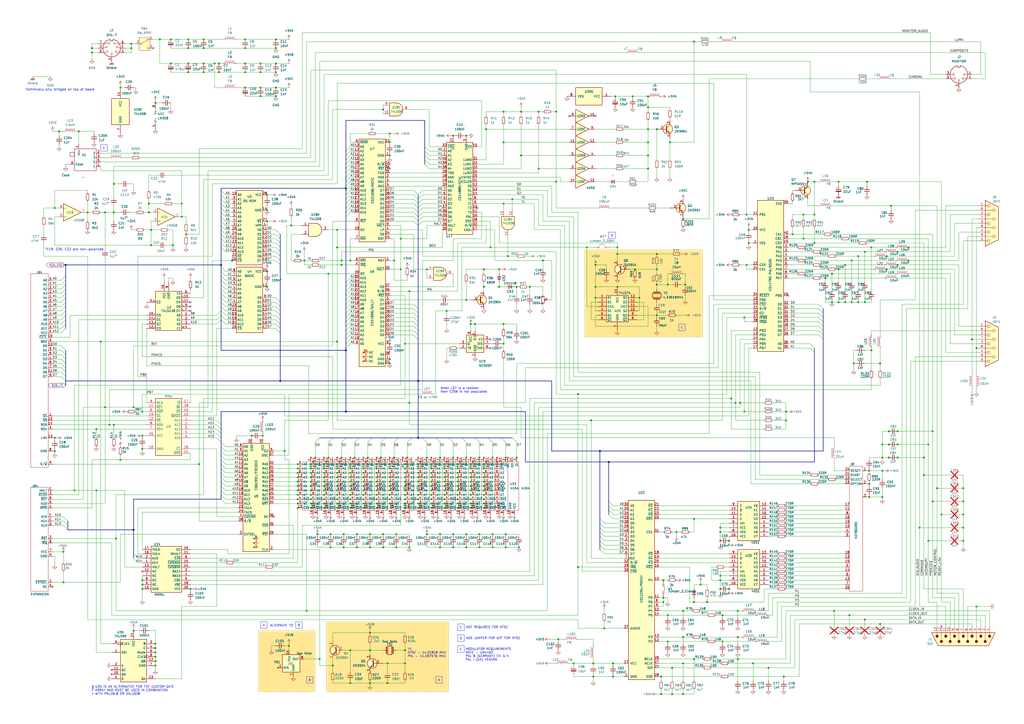
<source format=kicad_sch>
(kicad_sch (version 20250114) (generator "eeschema") (generator_version "9.0")
  (paper "A2")
  (title_block (title "65XE/130XE C070065/C070067 rev-B") (date "2025-06-20") (rev "1") (company "Atari") (comment 1 "Transcribed from work by jer/eightbitter"))
  (lib_symbols
    (symbol "4xxx:4050" (pin_names (offset 1.016))
      (property "Reference" "U" (at 0 1.27 0))
      (property "Value" "4050" (at 0 -1.27 0))
      (symbol "4050_1_0"
        (pin input line (at -7.62 0 0) (length 3.81) (name "~") (number "3"))
        (pin output line (at 7.62 0 180) (length 3.81) (name "~") (number "2"))
      )
      (symbol "4050_2_0"
        (pin input line (at -7.62 0 0) (length 3.81) (name "~") (number "5"))
        (pin output line (at 7.62 0 180) (length 3.81) (name "~") (number "4"))
      )
      (symbol "4050_3_0"
        (pin input line (at -7.62 0 0) (length 3.81) (name "~") (number "7"))
        (pin output line (at 7.62 0 180) (length 3.81) (name "~") (number "6"))
      )
      (symbol "4050_4_0"
        (pin input line (at -7.62 0 0) (length 3.81) (name "~") (number "9"))
        (pin output line (at 7.62 0 180) (length 3.81) (name "~") (number "10"))
      )
      (symbol "4050_5_0"
        (pin input line (at -7.62 0 0) (length 3.81) (name "~") (number "11"))
        (pin output line (at 7.62 0 180) (length 3.81) (name "~") (number "12"))
      )
      (symbol "4050_6_0"
        (pin input line (at -7.62 0 0) (length 3.81) (name "~") (number "14"))
        (pin output line (at 7.62 0 180) (length 3.81) (name "~") (number "15"))
      )
      (symbol "4050_7_0"
        (pin power_in line (at 0 12.7 270) (length 5.08) (name "VCC") (number "1"))
        (pin power_in line (at 0 -12.7 90) (length 5.08) (name "VSS") (number "8"))
      )
    )
    (symbol "74xx:74LS08" (pin_names (offset 1.016))
      (property "Reference" "U" (at 0 1.27 0))
      (property "Value" "74LS08" (at 0 -1.27 0))
      (symbol "74LS08_1_1"
        (pin input line (at -7.62 2.54 0) (length 3.81) (name "~") (number "1"))
        (pin input line (at -7.62 -2.54 0) (length 3.81) (name "~") (number "2"))
        (pin output line (at 7.62 0 180) (length 3.81) (name "~") (number "3"))
      )
      (symbol "74LS08_1_2"
        (pin input inverted (at -7.62 2.54 0) (length 4.318) (name "~") (number "1"))
        (pin input inverted (at -7.62 -2.54 0) (length 4.318) (name "~") (number "2"))
        (pin output inverted (at 7.62 0 180) (length 3.81) (name "~") (number "3"))
      )
      (symbol "74LS08_2_1"
        (pin input line (at -7.62 2.54 0) (length 3.81) (name "~") (number "4"))
        (pin input line (at -7.62 -2.54 0) (length 3.81) (name "~") (number "5"))
        (pin output line (at 7.62 0 180) (length 3.81) (name "~") (number "6"))
      )
      (symbol "74LS08_2_2"
        (pin input inverted (at -7.62 2.54 0) (length 4.318) (name "~") (number "4"))
        (pin input inverted (at -7.62 -2.54 0) (length 4.318) (name "~") (number "5"))
        (pin output inverted (at 7.62 0 180) (length 3.81) (name "~") (number "6"))
      )
      (symbol "74LS08_3_1"
        (pin input line (at -7.62 2.54 0) (length 3.81) (name "~") (number "9"))
        (pin input line (at -7.62 -2.54 0) (length 3.81) (name "~") (number "10"))
        (pin output line (at 7.62 0 180) (length 3.81) (name "~") (number "8"))
      )
      (symbol "74LS08_3_2"
        (pin input inverted (at -7.62 2.54 0) (length 4.318) (name "~") (number "9"))
        (pin input inverted (at -7.62 -2.54 0) (length 4.318) (name "~") (number "10"))
        (pin output inverted (at 7.62 0 180) (length 3.81) (name "~") (number "8"))
      )
      (symbol "74LS08_4_1"
        (pin input line (at -7.62 2.54 0) (length 3.81) (name "~") (number "12"))
        (pin input line (at -7.62 -2.54 0) (length 3.81) (name "~") (number "13"))
        (pin output line (at 7.62 0 180) (length 3.81) (name "~") (number "11"))
      )
      (symbol "74LS08_4_2"
        (pin input inverted (at -7.62 2.54 0) (length 4.318) (name "~") (number "12"))
        (pin input inverted (at -7.62 -2.54 0) (length 4.318) (name "~") (number "13"))
        (pin output inverted (at 7.62 0 180) (length 3.81) (name "~") (number "11"))
      )
      (symbol "74LS08_5_0"
        (pin power_in line (at 0 12.7 270) (length 5.08) (name "VCC") (number "14"))
        (pin power_in line (at 0 -12.7 90) (length 5.08) (name "GND") (number "7"))
      )
    )
    (symbol "Amplifier_Operational:LM358" (pin_names (offset 0.127))
      (property "Reference" "U" (at 0 5.08 0))
      (property "Value" "LM358" (at 0 -5.08 0))
      (symbol "LM358_1_1"
        (pin input line (at -7.62 2.54 0) (length 2.54) (name "+") (number "3"))
        (pin input line (at -7.62 -2.54 0) (length 2.54) (name "-") (number "2"))
        (pin output line (at 7.62 0 180) (length 2.54) (name "~") (number "1"))
      )
      (symbol "LM358_2_1"
        (pin input line (at -7.62 2.54 0) (length 2.54) (name "+") (number "5"))
        (pin input line (at -7.62 -2.54 0) (length 2.54) (name "-") (number "6"))
        (pin output line (at 7.62 0 180) (length 2.54) (name "~") (number "7"))
      )
      (symbol "LM358_3_1"
        (pin power_in line (at -2.54 7.62 270) (length 3.81) (name "V+") (number "8"))
        (pin power_in line (at -2.54 -7.62 90) (length 3.81) (name "V-") (number "4"))
      )
    )
    (symbol "Connector:DE9_Socket" (pin_names (offset 1.016) (hide yes))
      (property "Reference" "J" (at 0 13.97 0))
      (property "Value" "DE9_Socket" (at 0 -14.605 0))
      (symbol "DE9_Socket_1_1"
        (pin passive line (at -7.62 10.16 0) (length 3.81) (name "1") (number "1"))
        (pin passive line (at -7.62 7.62 0) (length 3.81) (name "6") (number "6"))
        (pin passive line (at -7.62 5.08 0) (length 3.81) (name "2") (number "2"))
        (pin passive line (at -7.62 2.54 0) (length 3.81) (name "7") (number "7"))
        (pin passive line (at -7.62 0 0) (length 3.81) (name "3") (number "3"))
        (pin passive line (at -7.62 -2.54 0) (length 3.81) (name "8") (number "8"))
        (pin passive line (at -7.62 -5.08 0) (length 3.81) (name "4") (number "4"))
        (pin passive line (at -7.62 -7.62 0) (length 3.81) (name "9") (number "9"))
        (pin passive line (at -7.62 -10.16 0) (length 3.81) (name "5") (number "5"))
      )
    )
    (symbol "Connector:DIN-5_180degree" (pin_names (offset 1.016))
      (property "Reference" "J2" (at 0.0001 -10.16 0))
      (property "Value" "MONITOR" (at 0.0001 -7.62 0))
      (symbol "DIN-5_180degree_1_0"
        (pin passive line (at -6.985 -3.81 0) (length 2.54) (hide yes) (name "~") (number "E2"))
        (pin passive line (at 6.985 -3.81 180) (length 2.54) (hide yes) (name "~") (number "E1"))
      )
      (symbol "DIN-5_180degree_1_1"
        (pin passive line (at -7.62 2.54 0) (length 2.54) (name "~") (number "4"))
        (pin passive line (at -7.62 0 0) (length 2.54) (name "~") (number "1"))
        (pin passive line (at 0 7.62 270) (length 2.54) (name "~") (number "2"))
        (pin passive line (at 7.62 2.54 180) (length 2.54) (name "~") (number "5"))
        (pin passive line (at 7.62 0 180) (length 2.54) (name "~") (number "3"))
      )
    )
    (symbol "Connector:DIN-7" (pin_names (offset 1.016))
      (property "Reference" "J" (at 3.175 5.715 0))
      (property "Value" "DIN-7" (at 0 -6.604 0))
      (symbol "DIN-7_1_1"
        (pin passive line (at -7.62 2.54 0) (length 2.54) (name "~") (number "4"))
        (pin passive line (at -7.62 0 0) (length 2.54) (name "~") (number "1"))
        (pin passive line (at -7.62 -2.54 0) (length 2.54) (name "~") (number "6"))
        (pin passive line (at 0 7.62 270) (length 2.54) (name "~") (number "2"))
        (pin passive line (at 7.62 2.54 180) (length 2.54) (name "~") (number "5"))
        (pin passive line (at 7.62 0 180) (length 2.54) (name "~") (number "3"))
        (pin passive line (at 7.62 -2.54 180) (length 2.54) (name "~") (number "7"))
      )
    )
    (symbol "Device:C_Polarized_Small" (pin_numbers (hide yes)) (pin_names (offset 0.254) (hide yes))
      (property "Reference" "C" (at 0.254 1.778 0))
      (property "Value" "C_Polarized_Small" (at 0.254 -2.032 0))
      (symbol "C_Polarized_Small_1_1"
        (pin passive line (at 0 2.54 270) (length 1.8542) (name "~") (number "1"))
        (pin passive line (at 0 -2.54 90) (length 1.8542) (name "~") (number "2"))
      )
    )
    (symbol "Device:C_Small" (pin_numbers (hide yes)) (pin_names (offset 0.254) (hide yes))
      (property "Reference" "C" (at 0.254 1.778 0))
      (property "Value" "C_Small" (at 0.254 -2.032 0))
      (symbol "C_Small_1_1"
        (pin passive line (at 0 2.54 270) (length 2.032) (name "~") (number "1"))
        (pin passive line (at 0 -2.54 90) (length 2.032) (name "~") (number "2"))
      )
    )
    (symbol "Device:D_Small" (pin_numbers (hide yes)) (pin_names (offset 0.254) (hide yes))
      (property "Reference" "D" (at -1.27 2.032 0))
      (property "Value" "D_Small" (at -3.81 -2.032 0))
      (symbol "D_Small_1_1"
        (pin passive line (at -2.54 0 0) (length 1.778) (name "K") (number "1"))
        (pin passive line (at 2.54 0 180) (length 1.778) (name "A") (number "2"))
      )
    )
    (symbol "Device:L_Ferrite" (pin_numbers (hide yes)) (pin_names (offset 1.016) (hide yes))
      (property "Reference" "L" (at -1.27 0 90))
      (property "Value" "L_Ferrite" (at 2.794 0 90))
      (symbol "L_Ferrite_1_1"
        (pin passive line (at 0 3.81 270) (length 1.27) (name "1") (number "1"))
        (pin passive line (at 0 -3.81 90) (length 1.27) (name "2") (number "2"))
      )
    )
    (symbol "Device:R_Potentiometer_Small" (pin_names (offset 1.016) (hide yes))
      (property "Reference" "RV" (at -4.445 0 90))
      (property "Value" "R_Potentiometer_Small" (at -2.54 0 90))
      (symbol "R_Potentiometer_Small_1_1"
        (pin passive line (at 0 2.54 270) (length 0.635) (name "1") (number "1"))
        (pin passive line (at 0 -2.54 90) (length 0.635) (name "3") (number "3"))
        (pin passive line (at 2.54 0 180) (length 0.9906) (name "2") (number "2"))
      )
    )
    (symbol "Device:R_Small" (pin_numbers (hide yes)) (pin_names (offset 0.254) (hide yes))
      (property "Reference" "R" (at 0.762 0.508 0))
      (property "Value" "R_Small" (at 0.762 -1.016 0))
      (symbol "R_Small_1_1"
        (pin passive line (at 0 2.54 270) (length 0.762) (name "~") (number "1"))
        (pin passive line (at 0 -2.54 90) (length 0.762) (name "~") (number "2"))
      )
    )
    (symbol "Jumper:Jumper_2_Bridged" (pin_numbers (hide yes)) (pin_names (offset 0) (hide yes)) (exclude_from_sim yes)
      (property "Reference" "JP" (at 0 1.905 0))
      (property "Value" "Jumper_2_Bridged" (at 0 -2.54 0))
      (symbol "Jumper_2_Bridged_1_1"
        (pin passive line (at -5.08 0 0) (length 2.54) (name "A") (number "1"))
        (pin passive line (at 5.08 0 180) (length 2.54) (name "B") (number "2"))
      )
    )
    (symbol "Jumper:Jumper_2_Open" (pin_numbers (hide yes)) (pin_names (offset 0) (hide yes)) (exclude_from_sim yes)
      (property "Reference" "JP" (at 0 2.794 0))
      (property "Value" "Jumper_2_Open" (at 0 -2.286 0))
      (symbol "Jumper_2_Open_1_1"
        (pin passive line (at -5.08 0 0) (length 2.54) (name "A") (number "1"))
        (pin passive line (at 5.08 0 180) (length 2.54) (name "B") (number "2"))
      )
    )
    (symbol "Library:23C64"
      (property "Reference" "U" (at -0.254 -0.254 0))
      (symbol "23C64_1_1"
        (pin input line (at -10.16 16.51 0) (length 2.54) (name "A0") (number "8"))
        (pin input line (at -10.16 13.97 0) (length 2.54) (name "A1") (number "7"))
        (pin input line (at -10.16 11.43 0) (length 2.54) (name "A2") (number "6"))
        (pin input line (at -10.16 8.89 0) (length 2.54) (name "A3") (number "5"))
        (pin input line (at -10.16 6.35 0) (length 2.54) (name "A4") (number "4"))
        (pin input line (at -10.16 3.81 0) (length 2.54) (name "A5") (number "3"))
        (pin input line (at -10.16 1.27 0) (length 2.54) (name "A6") (number "2"))
        (pin input line (at -10.16 -1.27 0) (length 2.54) (name "A7") (number "1"))
        (pin input line (at -10.16 -3.81 0) (length 2.54) (name "A8") (number "23"))
        (pin input line (at -10.16 -6.35 0) (length 2.54) (name "A9") (number "22"))
        (pin input line (at -10.16 -8.89 0) (length 2.54) (name "A10") (number "19"))
        (pin input line (at -10.16 -11.43 0) (length 2.54) (name "A11") (number "18"))
        (pin input line (at -10.16 -13.97 0) (length 2.54) (name "A12") (number "21"))
        (pin input line (at -10.16 -16.51 0) (length 2.54) (name "~{CS}") (number "20"))
        (pin power_in line (at 10.16 16.51 180) (length 2.54) (name "VCC") (number "24"))
        (pin power_in line (at 10.16 7.62 180) (length 2.54) (name "GND") (number "12"))
        (pin tri_state line (at 10.16 1.27 180) (length 2.54) (name "D0") (number "9"))
        (pin tri_state line (at 10.16 -1.27 180) (length 2.54) (name "D1") (number "10"))
        (pin tri_state line (at 10.16 -3.81 180) (length 2.54) (name "D2") (number "11"))
        (pin tri_state line (at 10.16 -6.35 180) (length 2.54) (name "D3") (number "13"))
        (pin tri_state line (at 10.16 -8.89 180) (length 2.54) (name "D4") (number "14"))
        (pin tri_state line (at 10.16 -11.43 180) (length 2.54) (name "D5") (number "15"))
        (pin tri_state line (at 10.16 -13.97 180) (length 2.54) (name "D6") (number "16"))
        (pin tri_state line (at 10.16 -16.51 180) (length 2.54) (name "D7") (number "17"))
      )
    )
    (symbol "Library:28c128"
      (property "Reference" "U" (at 0 0 0))
      (symbol "28c128_1_1"
        (pin input line (at -10.16 19.05 0) (length 2.54) (name "A0") (number "10"))
        (pin input line (at -10.16 16.51 0) (length 2.54) (name "A1") (number "9"))
        (pin input line (at -10.16 13.97 0) (length 2.54) (name "A2") (number "8"))
        (pin input line (at -10.16 11.43 0) (length 2.54) (name "A3") (number "7"))
        (pin input line (at -10.16 8.89 0) (length 2.54) (name "A4") (number "6"))
        (pin input line (at -10.16 6.35 0) (length 2.54) (name "A5") (number "5"))
        (pin input line (at -10.16 3.81 0) (length 2.54) (name "A6") (number "4"))
        (pin input line (at -10.16 1.27 0) (length 2.54) (name "A7") (number "3"))
        (pin input line (at -10.16 -1.27 0) (length 2.54) (name "A8") (number "25"))
        (pin input line (at -10.16 -3.81 0) (length 2.54) (name "A9") (number "24"))
        (pin input line (at -10.16 -6.35 0) (length 2.54) (name "A10") (number "21"))
        (pin input line (at -10.16 -8.89 0) (length 2.54) (name "A11") (number "23"))
        (pin input line (at -10.16 -11.43 0) (length 2.54) (name "A12") (number "2"))
        (pin input line (at -10.16 -13.97 0) (length 2.54) (name "A13") (number "26"))
        (pin input line (at -10.16 -16.51 0) (length 2.54) (name "~{OE}") (number "22"))
        (pin input line (at -10.16 -19.05 0) (length 2.54) (name "~{CS}") (number "20"))
        (pin power_in line (at 10.16 19.05 180) (length 2.54) (name "VCC") (number "28"))
        (pin power_in line (at 10.16 10.16 180) (length 2.54) (name "GND") (number "14"))
        (pin input line (at 10.16 3.81 180) (length 2.54) (name "~{WE}") (number "27"))
        (pin input line (at 10.16 1.27 180) (length 2.54) (name "VPP") (number "1"))
        (pin tri_state line (at 10.16 -1.27 180) (length 2.54) (name "D0") (number "11"))
        (pin tri_state line (at 10.16 -3.81 180) (length 2.54) (name "D1") (number "12"))
        (pin tri_state line (at 10.16 -6.35 180) (length 2.54) (name "D2") (number "13"))
        (pin tri_state line (at 10.16 -8.89 180) (length 2.54) (name "D3") (number "15"))
        (pin tri_state line (at 10.16 -11.43 180) (length 2.54) (name "D4") (number "16"))
        (pin tri_state line (at 10.16 -13.97 180) (length 2.54) (name "D5") (number "17"))
        (pin tri_state line (at 10.16 -16.51 180) (length 2.54) (name "D6") (number "18"))
        (pin tri_state line (at 10.16 -19.05 180) (length 2.54) (name "D7") (number "19"))
      )
    )
    (symbol "Library:4051" (pin_names (offset 1.016))
      (property "Reference" "U" (at 0 7.366 0))
      (property "Value" "4051" (at 4.572 -12.7 0))
      (symbol "4051_1_0"
        (pin input line (at -11.43 8.89 0) (length 5.08) (name "C") (number "9"))
        (pin input line (at -11.43 6.35 0) (length 5.08) (name "B") (number "10"))
        (pin input line (at -11.43 3.81 0) (length 5.08) (name "A") (number "11"))
        (pin passive line (at -11.43 1.27 0) (length 5.08) (name "X") (number "3"))
        (pin input line (at -11.43 -1.27 0) (length 5.08) (name "Inh") (number "6"))
        (pin power_in line (at -11.43 -3.81 0) (length 5.08) (name "VEE") (number "7"))
        (pin power_in line (at -11.43 -6.35 0) (length 5.08) (name "VSS") (number "8"))
        (pin power_in line (at -11.43 -8.89 0) (length 5.08) (name "VCC") (number "16"))
        (pin passive line (at 11.43 8.89 180) (length 5.08) (name "X0") (number "13"))
        (pin passive line (at 11.43 6.35 180) (length 5.08) (name "X1") (number "14"))
        (pin passive line (at 11.43 3.81 180) (length 5.08) (name "X2") (number "15"))
        (pin passive line (at 11.43 1.27 180) (length 5.08) (name "X3") (number "12"))
        (pin passive line (at 11.43 -1.27 180) (length 5.08) (name "X4") (number "1"))
        (pin passive line (at 11.43 -3.81 180) (length 5.08) (name "X5") (number "5"))
        (pin passive line (at 11.43 -6.35 180) (length 5.08) (name "X6") (number "2"))
        (pin passive line (at 11.43 -8.89 180) (length 5.08) (name "X7") (number "4"))
      )
    )
    (symbol "Library:4164"
      (property "Reference" "U" (at 0 0 0))
      (symbol "4164_0_0"
        (pin input line (at -8.89 11.43 0) (length 2.54) (name "A0") (number "5"))
        (pin input line (at -8.89 8.89 0) (length 2.54) (name "A1") (number "7"))
        (pin input line (at -8.89 6.35 0) (length 2.54) (name "A2") (number "6"))
        (pin input line (at -8.89 -3.81 0) (length 2.54) (name "A6") (number "13"))
        (pin input line (at -8.89 -6.35 0) (length 2.54) (name "A7") (number "9"))
        (pin input line (at -8.89 -8.89 0) (length 2.54) (name "~{RAS}") (number "4"))
        (pin input line (at -8.89 -11.43 0) (length 2.54) (name "~{WE}") (number "3"))
        (pin input line (at -8.89 -13.97 0) (length 2.54) (name "~{CAS}") (number "15"))
        (pin no_connect line (at -1.27 15.24 270) (length 2.54) (name "NC") (number "1"))
        (pin power_in line (at 0 -17.78 90) (length 2.54) (name "GND") (number "16"))
        (pin output line (at 1.27 15.24 270) (length 2.54) (name "DO") (number "14"))
        (pin power_in line (at 2.54 -17.78 90) (length 2.54) (name "VCC") (number "8"))
        (pin input line (at 3.81 15.24 270) (length 2.54) (name "DI") (number "2"))
      )
      (symbol "4164_1_0"
        (pin input line (at -8.89 3.81 0) (length 2.54) (name "A3") (number "12"))
        (pin input line (at -8.89 1.27 0) (length 2.54) (name "A4") (number "11"))
        (pin input line (at -8.89 -1.27 0) (length 2.54) (name "A5") (number "10"))
      )
    )
    (symbol "Library:6520" (pin_names (offset 1.016))
      (property "Reference" "U" (at 1.016 -3.556 0))
      (property "Value" "6520" (at 2.54 25.908 0))
      (symbol "6520_1_1"
        (pin bidirectional line (at -10.16 35.56 0) (length 2.54) (name "PB1") (number "11"))
        (pin power_in line (at -10.16 26.67 0) (length 2.54) (name "VCC") (number "20"))
        (pin power_in line (at -10.16 19.05 0) (length 2.54) (name "VSS") (number "1"))
        (pin input line (at -10.16 6.35 0) (length 2.54) (name "CS0") (number "22"))
        (pin input line (at -10.16 3.81 0) (length 2.54) (name "CS1") (number "24"))
        (pin input line (at -10.16 -11.43 0) (length 2.54) (name "~{RESET}") (number "34"))
        (pin bidirectional line (at -10.16 -13.97 0) (length 2.54) (name "PB0") (number "10"))
        (pin input line (at -10.16 -16.51 0) (length 2.54) (name "~{CS2}") (number "23"))
        (pin input line (at -10.16 -19.05 0) (length 2.54) (name "R/~{W}") (number "21"))
        (pin input line (at -10.16 -21.59 0) (length 2.54) (name "O2") (number "25"))
        (pin open_collector line (at -10.16 -24.13 0) (length 2.54) (name "~{IRQB}") (number "37"))
        (pin open_collector line (at -10.16 -26.67 0) (length 2.54) (name "~{IRQA}") (number "38"))
        (pin bidirectional line (at -10.16 -31.75 0) (length 2.54) (name "PB2") (number "12"))
        (pin bidirectional line (at -10.16 -34.29 0) (length 2.54) (name "PB3") (number "13"))
        (pin bidirectional line (at -10.16 -36.83 0) (length 2.54) (name "PB4") (number "14"))
        (pin bidirectional line (at -10.16 -39.37 0) (length 2.54) (name "PB5") (number "15"))
        (pin bidirectional line (at -10.16 -41.91 0) (length 2.54) (name "PB7") (number "17"))
        (pin bidirectional line (at 10.16 41.91 180) (length 2.54) (name "CA2") (number "39"))
        (pin input line (at 10.16 24.13 180) (length 2.54) (name "CA1") (number "40"))
        (pin input line (at 10.16 21.59 180) (length 2.54) (name "CB1") (number "18"))
        (pin bidirectional line (at 10.16 19.05 180) (length 2.54) (name "CB2") (number "19"))
        (pin bidirectional line (at 10.16 16.51 180) (length 2.54) (name "PA0") (number "2"))
        (pin bidirectional line (at 10.16 13.97 180) (length 2.54) (name "PA1") (number "3"))
        (pin bidirectional line (at 10.16 11.43 180) (length 2.54) (name "PA2") (number "4"))
        (pin bidirectional line (at 10.16 8.89 180) (length 2.54) (name "PA3") (number "5"))
        (pin bidirectional line (at 10.16 6.35 180) (length 2.54) (name "PA4") (number "6"))
        (pin bidirectional line (at 10.16 3.81 180) (length 2.54) (name "PA5") (number "7"))
        (pin bidirectional line (at 10.16 1.27 180) (length 2.54) (name "PA6") (number "8"))
        (pin bidirectional line (at 10.16 -1.27 180) (length 2.54) (name "PA7") (number "9"))
        (pin bidirectional line (at 10.16 -11.43 180) (length 2.54) (name "PB6") (number "16"))
        (pin bidirectional line (at 10.16 -16.51 180) (length 2.54) (name "D0") (number "33"))
        (pin bidirectional line (at 10.16 -19.05 180) (length 2.54) (name "D1") (number "32"))
        (pin bidirectional line (at 10.16 -21.59 180) (length 2.54) (name "D2") (number "31"))
        (pin bidirectional line (at 10.16 -24.13 180) (length 2.54) (name "D3") (number "30"))
        (pin bidirectional line (at 10.16 -26.67 180) (length 2.54) (name "D4") (number "29"))
        (pin bidirectional line (at 10.16 -29.21 180) (length 2.54) (name "D5") (number "28"))
        (pin bidirectional line (at 10.16 -31.75 180) (length 2.54) (name "D6") (number "27"))
        (pin bidirectional line (at 10.16 -34.29 180) (length 2.54) (name "D7") (number "26"))
        (pin input line (at 10.16 -39.37 180) (length 2.54) (name "A0") (number "36"))
        (pin input line (at 10.16 -41.91 180) (length 2.54) (name "A1") (number "35"))
      )
    )
    (symbol "Library:74LS138"
      (property "Reference" "U" (at 0 0 0))
      (symbol "74LS138_1_0"
        (pin input input_low (at -12.7 5.08 0) (length 5.08) (name "E2") (number "5"))
        (pin output output_low (at -12.7 -2.54 0) (length 5.08) (name "O5") (number "10"))
        (pin output output_low (at -12.7 -5.08 0) (length 5.08) (name "O1") (number "14"))
        (pin output output_low (at -12.7 -7.62 0) (length 5.08) (name "O2") (number "13"))
        (pin output output_low (at -12.7 -10.16 0) (length 5.08) (name "O3") (number "12"))
        (pin power_in line (at -2.54 16.51 270) (length 5.08) (name "VCC") (number "16"))
        (pin power_in line (at 0 16.51 270) (length 5.08) (name "GND") (number "8"))
        (pin input line (at 12.7 10.16 180) (length 5.08) (name "E3") (number "6"))
        (pin output output_low (at 12.7 7.62 180) (length 5.08) (name "O0") (number "15"))
        (pin output output_low (at 12.7 5.08 180) (length 5.08) (name "O4") (number "11"))
        (pin output output_low (at 12.7 2.54 180) (length 5.08) (name "O6") (number "9"))
        (pin output output_low (at 12.7 0 180) (length 5.08) (name "O7") (number "7"))
        (pin input line (at 12.7 -2.54 180) (length 5.08) (name "A0") (number "1"))
        (pin input line (at 12.7 -5.08 180) (length 5.08) (name "A1") (number "2"))
        (pin input line (at 12.7 -7.62 180) (length 5.08) (name "A2") (number "3"))
        (pin input input_low (at 12.7 -10.16 180) (length 5.08) (name "E1") (number "4"))
      )
    )
    (symbol "Library:74LS74"
      (property "Reference" "U" (at 0 0 0))
      (symbol "74LS74_1_0"
        (pin input line (at -11.43 6.35 0) (length 5.08) (name "R1") (number "1"))
        (pin input line (at -11.43 3.81 0) (length 5.08) (name "D1") (number "2"))
        (pin input line (at -11.43 1.27 0) (length 5.08) (name "CK1") (number "3"))
        (pin input line (at -11.43 -1.27 0) (length 5.08) (name "S1") (number "4"))
        (pin input line (at -11.43 -3.81 0) (length 5.08) (name "Q1") (number "5"))
        (pin input line (at -11.43 -6.35 0) (length 5.08) (name "~{Q1}") (number "6"))
        (pin power_in line (at 0 12.7 270) (length 5.08) (name "VCC") (number "14"))
        (pin power_in line (at 0 -12.7 90) (length 5.08) (name "GND") (number "7"))
        (pin output line (at 11.43 6.35 180) (length 5.08) (name "R2") (number "13"))
        (pin output line (at 11.43 3.81 180) (length 5.08) (name "D2") (number "12"))
        (pin output line (at 11.43 1.27 180) (length 5.08) (name "CK2") (number "11"))
        (pin output line (at 11.43 -1.27 180) (length 5.08) (name "S2") (number "10"))
        (pin output line (at 11.43 -3.81 180) (length 5.08) (name "Q2") (number "9"))
        (pin output line (at 11.43 -6.35 180) (length 5.08) (name "~{Q2}") (number "8"))
      )
    )
    (symbol "Library:74LS95"
      (property "Reference" "U35" (at -7.62 18.034 0))
      (property "Value" "74LS95" (at -7.62 15.748 0))
      (symbol "74LS95_1_0"
        (pin input inverted_clock (at -12.7 11.43 0) (length 5.08) (name "CLK1") (number "9"))
        (pin input line (at -12.7 6.35 0) (length 5.08) (name "SDI") (number "1"))
        (pin passive line (at -12.7 -1.27 0) (length 5.08) (name "A") (number "2"))
        (pin no_connect line (at -12.7 -3.81 0) (length 5.08) (name "QC") (number "11"))
        (pin no_connect line (at -12.7 -6.35 0) (length 5.08) (name "QD") (number "10"))
        (pin passive line (at -12.7 -8.89 0) (length 5.08) (name "D") (number "5"))
        (pin power_in line (at 0 19.05 270) (length 5.08) (name "VCC") (number "14"))
        (pin input line (at 12.7 11.43 180) (length 5.08) (name "B") (number "3"))
        (pin input line (at 12.7 8.89 180) (length 5.08) (name "C") (number "4"))
        (pin input line (at 12.7 6.35 180) (length 5.08) (name "Mode") (number "6"))
        (pin input inverted_clock (at 12.7 3.81 180) (length 5.08) (name "CLK2") (number "8"))
        (pin output line (at 12.7 1.27 180) (length 5.08) (name "QB") (number "12"))
        (pin power_in line (at 12.7 -1.27 180) (length 5.08) (name "GND") (number "7"))
        (pin output line (at 12.7 -8.89 180) (length 5.08) (name "QA") (number "13"))
      )
    )
    (symbol "Library:ANTIC"
      (property "Reference" "U" (at -0.254 0 0))
      (symbol "ANTIC_1_0"
        (pin input line (at -10.16 27.94 0) (length 2.54) (name "~{RNMI}") (number "6"))
        (pin input line (at -10.16 -10.16 0) (length 2.54) (name "A14") (number "19"))
        (pin input line (at -10.16 -12.7 0) (length 2.54) (name "A15") (number "20"))
        (pin input line (at -10.16 -22.86 0) (length 2.54) (name "O2") (number "29"))
        (pin output line (at 10.16 10.16 180) (length 2.54) (name "FO0") (number "35"))
        (pin output line (at 10.16 7.62 180) (length 2.54) (name "AN0") (number "2"))
        (pin output line (at 10.16 5.08 180) (length 2.54) (name "AN1") (number "3"))
        (pin output line (at 10.16 2.54 180) (length 2.54) (name "AN2") (number "5"))
        (pin output line (at 10.16 -20.32 180) (length 2.54) (name "~{HALT}") (number "9"))
        (pin output line (at 10.16 -22.86 180) (length 2.54) (name "LP") (number "4"))
        (pin output line (at 10.16 -25.4 180) (length 2.54) (name "O0") (number "34"))
        (pin output line (at 10.16 -27.94 180) (length 2.54) (name "RDY") (number "15"))
      )
      (symbol "ANTIC_1_1"
        (pin input line (at -10.16 25.4 0) (length 2.54) (name "A0") (number "13"))
        (pin input line (at -10.16 22.86 0) (length 2.54) (name "A1") (number "12"))
        (pin input line (at -10.16 20.32 0) (length 2.54) (name "A2") (number "11"))
        (pin input line (at -10.16 17.78 0) (length 2.54) (name "A3") (number "10"))
        (pin input line (at -10.16 15.24 0) (length 2.54) (name "A4") (number "28"))
        (pin input line (at -10.16 12.7 0) (length 2.54) (name "A5") (number "27"))
        (pin input line (at -10.16 10.16 0) (length 2.54) (name "A6") (number "26"))
        (pin input line (at -10.16 7.62 0) (length 2.54) (name "A7") (number "25"))
        (pin input line (at -10.16 5.08 0) (length 2.54) (name "A8") (number "24"))
        (pin input line (at -10.16 2.54 0) (length 2.54) (name "A9") (number "23"))
        (pin input line (at -10.16 0 0) (length 2.54) (name "A10") (number "16"))
        (pin input line (at -10.16 -2.54 0) (length 2.54) (name "A11") (number "22"))
        (pin input line (at -10.16 -5.08 0) (length 2.54) (name "A12") (number "17"))
        (pin input line (at -10.16 -7.62 0) (length 2.54) (name "A13") (number "18"))
        (pin input line (at -10.16 -17.78 0) (length 2.54) (name "~{REF}") (number "8"))
        (pin output line (at -10.16 -27.94 0) (length 2.54) (name "~{NMI}") (number "7"))
        (pin power_in line (at 10.16 27.94 180) (length 2.54) (name "VCC") (number "21"))
        (pin power_in line (at 10.16 20.32 180) (length 2.54) (name "GND") (number "1"))
        (pin output inverted (at 10.16 15.24 180) (length 2.54) (name "R/~{W}") (number "14"))
        (pin output inverted (at 10.16 12.7 180) (length 2.54) (name "~{RST}") (number "36"))
        (pin tri_state line (at 10.16 0 180) (length 2.54) (name "D7") (number "37"))
        (pin tri_state line (at 10.16 -2.54 180) (length 2.54) (name "D6") (number "38"))
        (pin tri_state line (at 10.16 -5.08 180) (length 2.54) (name "D5") (number "39"))
        (pin tri_state line (at 10.16 -7.62 180) (length 2.54) (name "D4") (number "40"))
        (pin tri_state line (at 10.16 -10.16 180) (length 2.54) (name "D3") (number "33"))
        (pin tri_state line (at 10.16 -12.7 180) (length 2.54) (name "D2") (number "32"))
        (pin tri_state line (at 10.16 -15.24 180) (length 2.54) (name "D1") (number "31"))
        (pin tri_state line (at 10.16 -17.78 180) (length 2.54) (name "D0") (number "30"))
      )
    )
    (symbol "Library:CARTRIIDGE"
      (property "Reference" "J" (at 0 0 0))
      (symbol "CARTRIIDGE_0_0"
        (pin input line (at 7.62 46.99 180) (length 2.54) (name "A0") (number "5"))
        (pin input line (at 7.62 44.45 180) (length 2.54) (name "A1") (number "4"))
        (pin input line (at 7.62 41.91 180) (length 2.54) (name "A2") (number "3"))
        (pin input line (at 7.62 39.37 180) (length 2.54) (name "A3") (number "2"))
        (pin bidirectional line (at 7.62 -6.35 180) (length 2.54) (name "D6") (number "11"))
        (pin output line (at 7.62 -31.75 180) (length 2.54) (name "~{S4}") (number "1"))
        (pin output line (at 7.62 -34.29 180) (length 2.54) (name "~{S5}") (number "12"))
        (pin output line (at 7.62 -36.83 180) (length 2.54) (name "RD5") (number "14"))
      )
      (symbol "CARTRIIDGE_1_0"
        (pin input line (at 7.62 16.51 180) (length 2.54) (name "A12") (number "K"))
        (pin output line (at 7.62 13.97 180) (length 2.54) (name "~{CCTL}") (number "15"))
        (pin output line (at 7.62 11.43 180) (length 2.54) (name "B02") (number "S"))
        (pin bidirectional line (at 7.62 8.89 180) (length 2.54) (name "D0") (number "10"))
        (pin bidirectional line (at 7.62 6.35 180) (length 2.54) (name "D1") (number "9"))
        (pin bidirectional line (at 7.62 3.81 180) (length 2.54) (name "D2") (number "8"))
        (pin bidirectional line (at 7.62 1.27 180) (length 2.54) (name "D3") (number "L"))
        (pin bidirectional line (at 7.62 -1.27 180) (length 2.54) (name "D4") (number "6"))
        (pin bidirectional line (at 7.62 -3.81 180) (length 2.54) (name "D5") (number "7"))
        (pin bidirectional line (at 7.62 -8.89 180) (length 2.54) (name "D7") (number "M"))
        (pin output line (at 7.62 -39.37 180) (length 2.54) (name "RD4") (number "A"))
        (pin power_in line (at 7.62 -44.45 180) (length 2.54) (name "+5V") (number "13"))
        (pin power_in line (at 7.62 -52.07 180) (length 2.54) (name "GND") (number "8"))
        (pin output line (at 7.62 -59.69 180) (length 2.54) (name "R/~{W}") (number "R"))
      )
      (symbol "CARTRIIDGE_1_1"
        (pin input line (at 7.62 36.83 180) (length 2.54) (name "A4") (number "C"))
        (pin input line (at 7.62 34.29 180) (length 2.54) (name "A5") (number "D"))
        (pin input line (at 7.62 31.75 180) (length 2.54) (name "A6") (number "E"))
        (pin input line (at 7.62 29.21 180) (length 2.54) (name "A7") (number "F"))
        (pin input line (at 7.62 26.67 180) (length 2.54) (name "A8") (number "H"))
        (pin input line (at 7.62 24.13 180) (length 2.54) (name "A9") (number "J"))
        (pin input line (at 7.62 21.59 180) (length 2.54) (name "A10") (number "P"))
        (pin input line (at 7.62 19.05 180) (length 2.54) (name "A11") (number "N"))
      )
    )
    (symbol "Library:CXO-DIP14"
      (property "Reference" "Y" (at 0 0 0))
      (symbol "CXO-DIP14_1_1"
        (pin no_connect line (at -7.62 -2.54 0) (length 2.54) (name "DIS") (number "1"))
        (pin power_in line (at -1.27 7.62 270) (length 2.54) (name "Vcc") (number "14"))
        (pin power_in line (at 1.27 -7.62 90) (length 2.54) (name "GND") (number "7"))
        (pin output line (at 7.62 2.54 180) (length 2.54) (name "OUT") (number "8"))
      )
    )
    (symbol "Library:EXPANSION"
      (property "Reference" "J" (at 0 -17.78 0))
      (symbol "EXPANSION_0_0"
        (pin output line (at 7.62 26.67 180) (length 2.54) (name "~{D1XX}") (number "3"))
        (pin output line (at 7.62 21.59 180) (length 2.54) (name "AUD") (number "5"))
        (pin output line (at 7.62 19.05 180) (length 2.54) (name "~{MPD}") (number "4"))
        (pin output line (at 7.62 1.27 180) (length 2.54) (name "~{RST}") (number "2"))
        (pin output line (at 7.62 -24.13 180) (length 2.54) (name "~{EXTSEL}") (number "1"))
      )
      (symbol "EXPANSION_1_0"
        (pin output line (at 7.62 24.13 180) (length 2.54) (name "~{REF}") (number "6"))
        (pin input line (at 7.62 -1.27 180) (length 2.54) (name "~{IRQ}") (number "B"))
        (pin power_in line (at 7.62 -6.35 180) (length 2.54) (name "VCC") (number "7"))
        (pin no_connect line (at 7.62 -26.67 180) (length 2.54) (name "NC") (number "A"))
      )
      (symbol "EXPANSION_1_1"
        (pin input line (at 7.62 29.21 180) (length 2.54) (name "HALT") (number "C"))
        (pin input line (at 7.62 13.97 180) (length 2.54) (name "A15") (number "F"))
        (pin input line (at 7.62 11.43 180) (length 2.54) (name "A14") (number "E"))
        (pin input line (at 7.62 8.89 180) (length 2.54) (name "A13") (number "D"))
        (pin input line (at 7.62 -8.89 180) (length 2.54) (name "GND") (number "H"))
      )
    )
    (symbol "Library:FREDDIE"
      (property "Reference" "U" (at -0.254 0 0))
      (symbol "FREDDIE_1_0"
        (pin input line (at -10.16 -7.62 0) (length 2.54) (name "FA14") (number "23"))
        (pin input line (at -10.16 -10.16 0) (length 2.54) (name "FA15") (number "24"))
        (pin output line (at -10.16 -12.7 0) (length 2.54) (name "~{CASINH}") (number "4"))
        (pin output line (at -10.16 -15.24 0) (length 2.54) (name "R/~{W}") (number "38"))
        (pin output line (at -10.16 -22.86 0) (length 2.54) (name "EXTSEL") (number "3"))
        (pin no_connect line (at -1.27 -25.4 0) (length 2.54) (name "") (number "6"))
        (pin output line (at 10.16 25.4 180) (length 2.54) (name "O2") (number "5"))
        (pin output line (at 10.16 22.86 180) (length 2.54) (name "OSC") (number "37"))
        (pin output line (at 10.16 -2.54 180) (length 2.54) (name "~{RAS}") (number "33"))
        (pin no_connect line (at 10.16 -12.7 180) (length 2.54) (name "NC") (number "36"))
        (pin input line (at 10.16 -17.78 180) (length 2.54) (name "~{CAS}") (number "35"))
        (pin output line (at 10.16 -31.75 180) (length 2.54) (name "CLK") (number "2"))
      )
      (symbol "FREDDIE_1_1"
        (pin input line (at -10.16 27.94 0) (length 2.54) (name "A0") (number "8"))
        (pin input line (at -10.16 25.4 0) (length 2.54) (name "A1") (number "9"))
        (pin input line (at -10.16 22.86 0) (length 2.54) (name "A2") (number "10"))
        (pin input line (at -10.16 20.32 0) (length 2.54) (name "A3") (number "11"))
        (pin input line (at -10.16 17.78 0) (length 2.54) (name "A4") (number "12"))
        (pin input line (at -10.16 15.24 0) (length 2.54) (name "A5") (number "13"))
        (pin input line (at -10.16 12.7 0) (length 2.54) (name "A6") (number "14"))
        (pin input line (at -10.16 10.16 0) (length 2.54) (name "A7") (number "15"))
        (pin input line (at -10.16 7.62 0) (length 2.54) (name "A8") (number "16"))
        (pin input line (at -10.16 5.08 0) (length 2.54) (name "A9") (number "17"))
        (pin input line (at -10.16 2.54 0) (length 2.54) (name "A10") (number "18"))
        (pin input line (at -10.16 0 0) (length 2.54) (name "A11") (number "19"))
        (pin input line (at -10.16 -2.54 0) (length 2.54) (name "A12") (number "21"))
        (pin input line (at -10.16 -5.08 0) (length 2.54) (name "A13") (number "22"))
        (pin power_in line (at -2.54 32.385 270) (length 2.54) (name "GND") (number "20"))
        (pin no_connect line (at -1.27 -27.94 0) (length 2.54) (name "") (number "7"))
        (pin no_connect line (at -1.27 -30.48 0) (length 2.54) (name "") (number "1"))
        (pin power_in line (at 3.81 32.385 270) (length 2.54) (name "VCC") (number "40"))
        (pin tri_state line (at 10.16 17.78 180) (length 2.54) (name "RA0") (number "32"))
        (pin tri_state line (at 10.16 15.24 180) (length 2.54) (name "RA1") (number "31"))
        (pin tri_state line (at 10.16 12.7 180) (length 2.54) (name "RA2") (number "30"))
        (pin tri_state line (at 10.16 10.16 180) (length 2.54) (name "RA3") (number "29"))
        (pin tri_state line (at 10.16 7.62 180) (length 2.54) (name "RA4") (number "28"))
        (pin tri_state line (at 10.16 5.08 180) (length 2.54) (name "RA5") (number "27"))
        (pin tri_state line (at 10.16 2.54 180) (length 2.54) (name "RA6") (number "26"))
        (pin tri_state line (at 10.16 0 180) (length 2.54) (name "RA7") (number "25"))
        (pin output line (at 10.16 -5.08 180) (length 2.54) (name "~{WRT}") (number "34"))
        (pin output line (at 10.16 -22.86 180) (length 2.54) (name "~{RST}") (number "39"))
      )
    )
    (symbol "Library:GTIA"
      (property "Reference" "U" (at -0.254 -0.254 0))
      (symbol "GTIA_1_0"
        (pin input line (at -10.16 21.59 0) (length 2.54) (name "A0") (number "2"))
        (pin input line (at -10.16 8.89 0) (length 2.54) (name "FO0") (number "29"))
        (pin input line (at -10.16 3.81 0) (length 2.54) (name "AN1") (number "19"))
        (pin input line (at -10.16 1.27 0) (length 2.54) (name "AN2") (number "20"))
        (pin bidirectional line (at -10.16 -3.81 0) (length 2.54) (name "D1") (number "6"))
        (pin bidirectional line (at -10.16 -6.35 0) (length 2.54) (name "D2") (number "5"))
        (pin bidirectional line (at -10.16 -8.89 0) (length 2.54) (name "D3") (number "4"))
        (pin bidirectional line (at -10.16 -16.51 0) (length 2.54) (name "D6") (number "35"))
        (pin bidirectional line (at -10.16 -19.05 0) (length 2.54) (name "D7") (number "34"))
        (pin power_in line (at 3.81 29.21 270) (length 2.54) (name "GND") (number "3"))
        (pin output line (at 10.16 24.13 180) (length 2.54) (name "S3") (number "15"))
        (pin output line (at 10.16 -8.89 180) (length 2.54) (name "T1") (number "9"))
      )
      (symbol "GTIA_1_1"
        (pin input line (at -10.16 24.13 0) (length 2.54) (name "~{CS}") (number "32"))
        (pin input line (at -10.16 19.05 0) (length 2.54) (name "A1") (number "1"))
        (pin input line (at -10.16 16.51 0) (length 2.54) (name "A2") (number "40"))
        (pin input line (at -10.16 13.97 0) (length 2.54) (name "A3") (number "39"))
        (pin input line (at -10.16 11.43 0) (length 2.54) (name "A4") (number "38"))
        (pin input line (at -10.16 6.35 0) (length 2.54) (name "AN0") (number "18"))
        (pin bidirectional line (at -10.16 -1.27 0) (length 2.54) (name "D0") (number "7"))
        (pin bidirectional line (at -10.16 -11.43 0) (length 2.54) (name "D4") (number "37"))
        (pin bidirectional line (at -10.16 -13.97 0) (length 2.54) (name "D5") (number "36"))
        (pin input line (at -10.16 -21.59 0) (length 2.54) (name "HALT") (number "26"))
        (pin input line (at -10.16 -24.13 0) (length 2.54) (name "O2") (number "30"))
        (pin power_in line (at -3.81 29.21 270) (length 2.54) (name "VCC") (number "27"))
        (pin output line (at 10.16 16.51 180) (length 2.54) (name "LUM0") (number "31"))
        (pin output line (at 10.16 13.97 180) (length 2.54) (name "LUM1") (number "22"))
        (pin output line (at 10.16 11.43 180) (length 2.54) (name "LUM2") (number "23"))
        (pin output line (at 10.16 8.89 180) (length 2.54) (name "LUM3") (number "24"))
        (pin output line (at 10.16 6.35 180) (length 2.54) (name "CSYNC") (number "25"))
        (pin output line (at 10.16 3.81 180) (length 2.54) (name "COLOR") (number "21"))
        (pin output line (at 10.16 1.27 180) (length 2.54) (name "S0") (number "12"))
        (pin output line (at 10.16 -1.27 180) (length 2.54) (name "S1") (number "13"))
        (pin output line (at 10.16 -3.81 180) (length 2.54) (name "S2") (number "14"))
        (pin output line (at 10.16 -6.35 180) (length 2.54) (name "T0") (number "8"))
        (pin output line (at 10.16 -11.43 180) (length 2.54) (name "T2") (number "10"))
        (pin output line (at 10.16 -13.97 180) (length 2.54) (name "T3") (number "11"))
        (pin output line (at 10.16 -16.51 180) (length 2.54) (name "PAL") (number "16"))
        (pin output line (at 10.16 -19.05 180) (length 2.54) (name "OSC") (number "28"))
        (pin output line (at 10.16 -21.59 180) (length 2.54) (name "R/~{W}") (number "33"))
        (pin output line (at 10.16 -24.13 180) (length 2.54) (name "CADJ") (number "17"))
      )
    )
    (symbol "Library:KEYBOARD"
      (property "Reference" "J" (at 0 0 0))
      (symbol "KEYBOARD_0_0"
        (pin output line (at -7.62 36.83 0) (length 2.54) (name "RESET") (number "24"))
        (pin output line (at -7.62 34.29 0) (length 2.54) (name "START") (number "21"))
        (pin output line (at -7.62 31.75 0) (length 2.54) (name "SELECT") (number "22"))
        (pin output line (at -7.62 29.21 0) (length 2.54) (name "OPTION") (number "23"))
        (pin output line (at -7.62 16.51 0) (length 2.54) (name "") (number "17"))
        (pin output line (at -7.62 13.97 0) (length 2.54) (name "") (number "11"))
        (pin output line (at -7.62 11.43 0) (length 2.54) (name "") (number "8"))
        (pin output line (at -7.62 8.89 0) (length 2.54) (name "") (number "16"))
        (pin output line (at -7.62 6.35 0) (length 2.54) (name "") (number "19"))
        (pin output line (at -7.62 3.81 0) (length 2.54) (name "") (number "10"))
        (pin output line (at -7.62 1.27 0) (length 2.54) (name "") (number "4"))
        (pin output line (at -7.62 -1.27 0) (length 2.54) (name "") (number "9"))
        (pin output line (at -7.62 -11.43 0) (length 2.54) (name "") (number "18"))
        (pin output line (at -7.62 -13.97 0) (length 2.54) (name "") (number "13"))
        (pin output line (at -7.62 -16.51 0) (length 2.54) (name "") (number "15"))
        (pin output line (at -7.62 -19.05 0) (length 2.54) (name "") (number "5"))
        (pin output line (at -7.62 -21.59 0) (length 2.54) (name "") (number "14"))
        (pin output line (at -7.62 -24.13 0) (length 2.54) (name "") (number "6"))
        (pin output line (at -7.62 -26.67 0) (length 2.54) (name "") (number "12"))
        (pin output line (at -7.62 -29.21 0) (length 2.54) (name "") (number "7"))
        (pin output line (at -7.62 -31.75 0) (length 2.54) (name "") (number "20"))
        (pin output line (at 5.08 36.83 180) (length 2.54) (name "") (number "1"))
        (pin output line (at 5.08 29.21 180) (length 2.54) (name "") (number "2"))
        (pin output line (at 5.08 21.59 180) (length 2.54) (name "") (number "3"))
      )
    )
    (symbol "Library:MMMU"
      (property "Reference" "U" (at -0.254 0.254 0))
      (symbol "MMMU_1_0"
        (pin output line (at -13.97 11.43 0) (length 5.08) (name "FA15") (number "17"))
        (pin output line (at -13.97 8.89 0) (length 5.08) (name "FA14") (number "16"))
        (pin input line (at -13.97 6.35 0) (length 5.08) (name "A15") (number "2"))
        (pin input line (at -13.97 3.81 0) (length 5.08) (name "A14") (number "1"))
        (pin output line (at -13.97 1.27 0) (length 5.08) (name "HALT") (number "13"))
        (pin no_connect line (at -13.97 -1.27 0) (length 5.08) (name "NC") (number "12"))
        (pin input line (at -13.97 -3.81 0) (length 5.08) (name "NC") (number "7"))
        (pin input line (at -13.97 -6.35 0) (length 5.08) (name "NC") (number "8"))
        (pin input line (at -13.97 -8.89 0) (length 5.08) (name "NC") (number "9"))
        (pin power_in line (at -13.97 -11.43 0) (length 5.08) (name "GND") (number "10"))
        (pin input line (at 13.97 11.43 180) (length 5.08) (name "O2") (number "19"))
        (pin output line (at 13.97 8.89 180) (length 5.08) (name "MHALT") (number "11"))
        (pin input line (at 13.97 6.35 180) (length 5.08) (name "~{CAS}") (number "6"))
        (pin output line (at 13.97 3.81 180) (length 5.08) (name "~{CASMAN}") (number "15"))
        (pin output line (at 13.97 1.27 180) (length 5.08) (name "~{CASBNK}") (number "14"))
        (pin input line (at 13.97 -1.27 180) (length 5.08) (name "BA14") (number "3"))
        (pin input line (at 13.97 -3.81 180) (length 5.08) (name "BA15") (number "4"))
        (pin input line (at 13.97 -6.35 180) (length 5.08) (name "CBE") (number "5"))
        (pin output line (at 13.97 -8.89 180) (length 5.08) (name "VBE") (number "18"))
        (pin power_in line (at 13.97 -11.43 180) (length 5.08) (name "VCC") (number "20"))
      )
    )
    (symbol "Library:MMU"
      (property "Reference" "U" (at 0 0 0))
      (symbol "MMU_1_0"
        (pin input line (at -12.7 13.97 0) (length 5.08) (name "REN") (number "9"))
        (pin output line (at -12.7 11.43 0) (length 5.08) (name "~{REF}") (number "11"))
        (pin input line (at -12.7 8.89 0) (length 5.08) (name "~{MAP}") (number "6"))
        (pin input line (at -12.7 6.35 0) (length 5.08) (name "~{S4}") (number "19"))
        (pin output line (at -12.7 3.81 0) (length 5.08) (name "~{S5}") (number "12"))
        (pin input line (at -12.7 1.27 0) (length 5.08) (name "RD5") (number "8"))
        (pin input line (at -12.7 -1.27 0) (length 5.08) (name "RD4") (number "7"))
        (pin power_in line (at -12.7 -5.08 0) (length 5.08) (name "VCC") (number "20"))
        (pin power_in line (at -12.7 -12.7 0) (length 5.08) (name "GND") (number "10"))
        (pin output line (at 12.7 13.97 180) (length 5.08) (name "~{IO}") (number "17"))
        (pin output line (at 12.7 11.43 180) (length 5.08) (name "~{BE}") (number "18"))
        (pin output line (at 12.7 8.89 180) (length 5.08) (name "~{OS}") (number "15"))
        (pin output line (at 12.7 6.35 180) (length 5.08) (name "~{BASIC}") (number "13"))
        (pin input line (at 12.7 3.81 180) (length 5.08) (name "A11") (number "1"))
        (pin input line (at 12.7 1.27 180) (length 5.08) (name "A12") (number "2"))
        (pin input line (at 12.7 -1.27 180) (length 5.08) (name "A13") (number "3"))
        (pin input line (at 12.7 -3.81 180) (length 5.08) (name "A14") (number "4"))
        (pin input line (at 12.7 -6.35 180) (length 5.08) (name "A15") (number "5"))
        (pin output line (at 12.7 -12.7 180) (length 5.08) (name "~{C1}") (number "16"))
        (pin output line (at 12.7 -15.24 180) (length 5.08) (name "~{MPD}") (number "14"))
      )
    )
    (symbol "Library:NE555P"
      (property "Reference" "U" (at -10.16 8.89 0))
      (property "Value" "NE555P" (at 2.54 8.89 0))
      (symbol "NE555P_0_0"
        (pin power_in line (at -2.54 7.62 270) (length 2.54) (name "VCC") (number "8"))
        (pin power_in line (at 0 -7.62 90) (length 2.54) (name "GND") (number "1"))
      )
      (symbol "NE555P_1_1"
        (pin output line (at -8.89 0 0) (length 3.81) (name "Q") (number "3"))
        (pin input line (at -8.89 -2.54 0) (length 3.81) (name "TR") (number "2"))
        (pin input inverted (at 0 7.62 270) (length 3.81) (name "R") (number "4"))
        (pin input line (at 8.89 2.54 180) (length 3.81) (name "CV") (number "5"))
        (pin input line (at 8.89 0 180) (length 3.81) (name "DIS") (number "7"))
        (pin input line (at 8.89 -2.54 180) (length 3.81) (name "THR") (number "6"))
      )
    )
    (symbol "Library:POKEY" (pin_names (offset 1.016))
      (property "Reference" "U" (at 1.016 5.334 0))
      (property "Value" "POKEY" (at 2.54 34.798 0))
      (symbol "POKEY_1_1"
        (pin input line (at -10.16 49.53 0) (length 2.54) (name "A0") (number "36"))
        (pin input line (at -10.16 46.99 0) (length 2.54) (name "A1") (number "35"))
        (pin input line (at -10.16 44.45 0) (length 2.54) (name "A2") (number "34"))
        (pin input line (at -10.16 41.91 0) (length 2.54) (name "A3") (number "33"))
        (pin bidirectional line (at -10.16 39.37 0) (length 2.54) (name "D0") (number "38"))
        (pin bidirectional line (at -10.16 36.83 0) (length 2.54) (name "D1") (number "39"))
        (pin bidirectional line (at -10.16 34.29 0) (length 2.54) (name "D2") (number "40"))
        (pin bidirectional line (at -10.16 31.75 0) (length 2.54) (name "D3") (number "2"))
        (pin bidirectional line (at -10.16 29.21 0) (length 2.54) (name "D4") (number "3"))
        (pin bidirectional line (at -10.16 26.67 0) (length 2.54) (name "D5") (number "4"))
        (pin bidirectional line (at -10.16 24.13 0) (length 2.54) (name "D6") (number "5"))
        (pin bidirectional line (at -10.16 21.59 0) (length 2.54) (name "D7") (number "6"))
        (pin input clock (at -10.16 19.05 0) (length 2.54) (name "O2") (number "7"))
        (pin input line (at -10.16 16.51 0) (length 2.54) (name "R/~{W}") (number "32"))
        (pin input line (at -10.16 13.97 0) (length 2.54) (name "~{IRQ}") (number "29"))
        (pin input line (at -10.16 11.43 0) (length 2.54) (name "~{CS0}") (number "30"))
        (pin input line (at -10.16 -21.59 0) (length 2.54) (name "AUDIO") (number "37"))
        (pin power_in line (at -10.16 -41.91 0) (length 2.54) (name "VCC") (number "17"))
        (pin power_in line (at -10.16 -49.53 0) (length 2.54) (name "GND") (number "1"))
        (pin input line (at 10.16 49.53 180) (length 2.54) (name "~{K2}") (number "21"))
        (pin input line (at 10.16 46.99 180) (length 2.54) (name "~{K1}") (number "22"))
        (pin input line (at 10.16 44.45 180) (length 2.54) (name "~{K0}") (number "23"))
        (pin output line (at 10.16 41.91 180) (length 2.54) (name "~{KR1}") (number "25"))
        (pin input line (at 10.16 34.29 180) (length 2.54) (name "CS1") (number "31"))
        (pin input line (at 10.16 21.59 180) (length 2.54) (name "~{K5}") (number "18"))
        (pin input line (at 10.16 19.05 180) (length 2.54) (name "~{K4}") (number "19"))
        (pin input line (at 10.16 16.51 180) (length 2.54) (name "~{K3}") (number "20"))
        (pin output line (at 10.16 13.97 180) (length 2.54) (name "~{KR2}") (number "16"))
        (pin bidirectional line (at 10.16 6.35 180) (length 2.54) (name "P4") (number "10"))
        (pin input line (at 10.16 -3.81 180) (length 2.54) (name "P5") (number "11"))
        (pin input line (at 10.16 -6.35 180) (length 2.54) (name "P6") (number "8"))
        (pin input line (at 10.16 -8.89 180) (length 2.54) (name "P7") (number "9"))
        (pin input line (at 10.16 -11.43 180) (length 2.54) (name "P1") (number "15"))
        (pin input line (at 10.16 -13.97 180) (length 2.54) (name "P0") (number "14"))
        (pin bidirectional line (at 10.16 -26.67 180) (length 2.54) (name "P3") (number "13"))
        (pin bidirectional line (at 10.16 -29.21 180) (length 2.54) (name "P2") (number "12"))
        (pin bidirectional line (at 10.16 -39.37 180) (length 2.54) (name "BCLK") (number "26"))
        (pin bidirectional line (at 10.16 -41.91 180) (length 2.54) (name "ACLK") (number "27"))
        (pin input line (at 10.16 -44.45 180) (length 2.54) (name "SID") (number "24"))
        (pin bidirectional line (at 10.16 -49.53 180) (length 2.54) (name "SOD") (number "28"))
      )
    )
    (symbol "Library:RF_MOD."
      (property "Reference" "A" (at 0 0 0))
      (symbol "RF_MOD._1_1"
        (pin input line (at -8.89 -2.54 0) (length 2.54) (name "Case") (number "6"))
        (pin input line (at -3.81 8.89 270) (length 2.54) (name "Vcc") (number "4"))
        (pin input line (at 8.89 3.81 180) (length 2.54) (name "2") (number "2"))
        (pin input line (at 8.89 1.27 180) (length 2.54) (name "3") (number "3"))
        (pin input line (at 8.89 -1.27 180) (length 2.54) (name "5") (number "5"))
        (pin input line (at 8.89 -3.81 180) (length 2.54) (name "1") (number "1"))
      )
    )
    (symbol "Library:SALLY"
      (property "Reference" "U" (at -0.254 0 0))
      (symbol "SALLY_1_0"
        (pin input line (at -10.16 27.94 0) (length 2.54) (name "~{NMI}") (number "6"))
        (pin input line (at -10.16 20.32 0) (length 2.54) (name "O2") (number "39"))
        (pin input line (at -10.16 17.78 0) (length 2.54) (name "A15") (number "25"))
        (pin input line (at -10.16 15.24 0) (length 2.54) (name "A14") (number "24"))
        (pin no_connect line (at -5.08 -27.94 0) (length 2.54) (name "NC") (number "7"))
        (pin no_connect line (at -5.08 -30.48 0) (length 2.54) (name "NC") (number "5"))
        (pin output line (at 10.16 27.94 180) (length 2.54) (name "RDY") (number "2"))
        (pin output line (at 10.16 22.86 180) (length 2.54) (name "~{HALT}") (number "35"))
        (pin output line (at 10.16 12.7 180) (length 2.54) (name "O0") (number "37"))
        (pin output line (at 10.16 5.08 180) (length 2.54) (name "O1") (number "3"))
        (pin output line (at 10.16 -26.67 180) (length 2.54) (name "S0") (number "38"))
        (pin power_in line (at 10.16 -31.75 180) (length 2.54) (name "GND") (number "21"))
      )
      (symbol "SALLY_1_1"
        (pin output line (at -10.16 25.4 0) (length 2.54) (name "~{IRQ}") (number "4"))
        (pin input line (at -10.16 12.7 0) (length 2.54) (name "A13") (number "23"))
        (pin input line (at -10.16 10.16 0) (length 2.54) (name "A12") (number "22"))
        (pin input line (at -10.16 7.62 0) (length 2.54) (name "A11") (number "20"))
        (pin input line (at -10.16 5.08 0) (length 2.54) (name "A10") (number "19"))
        (pin input line (at -10.16 2.54 0) (length 2.54) (name "A9") (number "18"))
        (pin input line (at -10.16 0 0) (length 2.54) (name "A8") (number "17"))
        (pin input line (at -10.16 -2.54 0) (length 2.54) (name "A7") (number "16"))
        (pin input line (at -10.16 -5.08 0) (length 2.54) (name "A6") (number "15"))
        (pin input line (at -10.16 -7.62 0) (length 2.54) (name "A5") (number "14"))
        (pin input line (at -10.16 -10.16 0) (length 2.54) (name "A4") (number "13"))
        (pin input line (at -10.16 -12.7 0) (length 2.54) (name "A3") (number "12"))
        (pin input line (at -10.16 -15.24 0) (length 2.54) (name "A2") (number "11"))
        (pin input line (at -10.16 -17.78 0) (length 2.54) (name "A1") (number "10"))
        (pin input line (at -10.16 -20.32 0) (length 2.54) (name "A0") (number "9"))
        (pin no_connect line (at -5.08 -25.4 0) (length 2.54) (name "NC") (number "34"))
        (pin output line (at 10.16 10.16 180) (length 2.54) (name "R/~{W}") (number "36"))
        (pin output line (at 10.16 7.62 180) (length 2.54) (name "~{RST}") (number "40"))
        (pin tri_state line (at 10.16 2.54 180) (length 2.54) (name "D7") (number "26"))
        (pin tri_state line (at 10.16 0 180) (length 2.54) (name "D6") (number "27"))
        (pin tri_state line (at 10.16 -2.54 180) (length 2.54) (name "D5") (number "28"))
        (pin tri_state line (at 10.16 -5.08 180) (length 2.54) (name "D4") (number "29"))
        (pin tri_state line (at 10.16 -7.62 180) (length 2.54) (name "D3") (number "30"))
        (pin tri_state line (at 10.16 -10.16 180) (length 2.54) (name "D2") (number "31"))
        (pin tri_state line (at 10.16 -12.7 180) (length 2.54) (name "D1") (number "32"))
        (pin tri_state line (at 10.16 -15.24 180) (length 2.54) (name "D0") (number "33"))
        (pin power_in line (at 10.16 -20.32 180) (length 2.54) (name "VCC") (number "8"))
        (pin power_in line (at 10.16 -29.21 180) (length 2.54) (name "GND") (number "1"))
      )
    )
    (symbol "Library:SIO" (pin_names (offset 1.016) (hide yes))
      (property "Reference" "J" (at 0 19.05 0))
      (property "Value" "SIO" (at 1.27 0 0))
      (symbol "SIO_1_1"
        (pin passive line (at -7.62 15.24 0) (length 3.81) (name "1") (number "1"))
        (pin passive line (at -7.62 12.7 0) (length 3.81) (name "2") (number "2"))
        (pin passive line (at -7.62 10.16 0) (length 3.81) (name "3") (number "3"))
        (pin passive line (at -7.62 7.62 0) (length 3.81) (name "4") (number "4"))
        (pin passive line (at -7.62 5.08 0) (length 3.81) (name "5") (number "5"))
        (pin passive line (at -7.62 2.54 0) (length 3.81) (name "6") (number "6"))
        (pin passive line (at -7.62 0 0) (length 3.81) (name "7") (number "7"))
        (pin passive line (at -7.62 -2.54 0) (length 3.81) (name "8") (number "8"))
        (pin passive line (at -7.62 -5.08 0) (length 3.81) (name "9") (number "9"))
        (pin passive line (at -7.62 -7.62 0) (length 3.81) (name "10") (number "10"))
        (pin passive line (at -7.62 -10.16 0) (length 3.81) (name "11") (number "11"))
        (pin passive line (at -7.62 -12.7 0) (length 3.81) (name "12") (number "12"))
        (pin passive line (at -7.62 -15.24 0) (length 3.81) (name "13") (number "13"))
      )
    )
    (symbol "PCM_Crystal_AKL:Crystal_Generic" (pin_numbers (hide yes)) (pin_names (offset 1.016) (hide yes))
      (property "Reference" "X" (at 0 3.81 0))
      (property "Value" "Crystal_Generic" (at 0 -3.81 0))
      (symbol "Crystal_Generic_1_1"
        (pin passive line (at -3.81 0 0) (length 1.27) (name "1") (number "1"))
        (pin passive line (at 3.81 0 180) (length 1.27) (name "2") (number "2"))
      )
    )
    (symbol "PCM_Transistor_BJT_AKL:2N3904" (pin_names (hide yes))
      (property "Reference" "Q" (at 5.08 1.27 0))
      (property "Value" "2N3904" (at 5.08 -1.27 0))
      (symbol "2N3904_1_1"
        (pin passive line (at -5.08 0 0) (length 5.715) (name "B") (number "2"))
        (pin passive line (at 2.54 5.08 270) (length 2.54) (name "C") (number "3"))
        (pin passive line (at 2.54 -5.08 90) (length 2.54) (name "E") (number "1"))
      )
    )
    (symbol "PCM_Transistor_BJT_AKL:MPSA56" (pin_names (hide yes))
      (property "Reference" "Q" (at 5.08 1.27 0))
      (property "Value" "MPSA56" (at 5.08 -1.27 0))
      (symbol "MPSA56_1_1"
        (pin input line (at -5.08 0 0) (length 5.715) (name "B") (number "2"))
        (pin passive line (at 2.54 5.08 270) (length 2.54) (name "E") (number "1"))
        (pin passive line (at 2.54 -5.08 90) (length 2.54) (name "C") (number "3"))
      )
    )
    (symbol "Switch:SW_SPDT" (pin_names (offset 0) (hide yes))
      (property "Reference" "SW" (at 0 5.08 0))
      (property "Value" "SW_SPDT" (at 0 -5.08 0))
      (symbol "SW_SPDT_1_1"
        (pin passive line (at -5.08 0 0) (length 2.54) (name "B") (number "2"))
        (pin passive line (at 5.08 2.54 180) (length 2.54) (name "A") (number "1"))
        (pin passive line (at 5.08 -2.54 180) (length 2.54) (name "C") (number "3"))
      )
    )
    (symbol "power:+5V" (power) (pin_numbers (hide yes)) (pin_names (offset 0) (hide yes))
      (property "Value" "+5V" (at 0 3.556 0))
      (symbol "+5V_1_1"
        (pin power_in line (at 0 0 90) (length 0) (name "~") (number "1"))
      )
    )
    (symbol "power:+5VA" (power) (pin_numbers (hide yes)) (pin_names (offset 0) (hide yes))
      (property "Value" "+5VA" (at 0 3.556 0))
      (symbol "+5VA_1_1"
        (pin power_in line (at 0 0 90) (length 0) (name "~") (number "1"))
      )
    )
    (symbol "power:GND" (power) (pin_numbers (hide yes)) (pin_names (offset 0) (hide yes))
      (property "Value" "GND" (at 0 -3.81 0))
      (symbol "GND_1_1"
        (pin power_in line (at 0 0 270) (length 0) (name "~") (number "1"))
      )
    )
    (symbol "power:GNDPWR" (power) (pin_numbers (hide yes)) (pin_names (offset 0) (hide yes))
      (property "Value" "GNDPWR" (at 0 -3.302 0))
      (symbol "GNDPWR_1_1"
        (pin power_in line (at 0 0 270) (length 0) (name "~") (number "1"))
      )
    )
  )
  (rectangle (start 149.86 365.76) (end 182.88 401.32) (stroke (width 0) (type dot)) (fill (type color) (color 255 231 148 1)))
  (rectangle (start 189.23 360.68) (end 260.35 401.32) (stroke (width 0) (type dot)) (fill (type color) (color 255 231 148 1)))
  (rectangle (start 339.09 144.78) (end 407.67 195.58) (stroke (width 0) (type dot)) (fill (type color) (color 255 231 148 1)))
  (text "NOT REQUIRED FOR NTSC" (at 270.256 363.982 0) (effects (font (size 1.27 1.27)) (justify left)))
  (text "Y1\nNTSC - 14.31818 MHz\nPAL - 14.187576 MHz" (at 236.474 378.714 0) (effects (font (size 1.27 1.27)) (justify left)))
  (text "Technically only bridged on top of board" (at 34.798 52.07 0) (effects (font (size 1.27 1.27))))
  (text "MODULATOR REQUIREMENTS\nNSTC - UM1452\nPAL B (GERMANY) CH 3/4\nPAL I (UK) VE0405" (at 270.002 379.73 0) (effects (font (size 1.27 1.27)) (justify left)))
  (text "*" (at 266.7 184.658 0) (effects (font (size 1.27 1.27))))
  (text "When L37 is a resistor\nthen C206 is not populated" (at 255.524 226.314 0) (effects (font (size 1.27 1.27)) (justify left)))
  (text "ALTERNATE TO" (at 163.322 362.966 0) (effects (font (size 1.27 1.27))))
  (text "ADD JUMPER FOR W2^{*} FOR NTSC" (at 270.256 370.332 0) (effects (font (size 1.27 1.27)) (justify left)))
  (text "U35 IS AN ALTERNATIVE FOR THE CUSTOM GATE\nARRAY AND MUST BE USED IN COMBINATION\nWITH PAL16L8 OR GAL16V8" (at 55.118 400.558 0) (effects (font (size 1.27 1.27)) (justify left)))
  (text "*" (at 351.282 137.414 0) (effects (font (size 1.27 1.27))))
  (text "!" (at 53.848 400.558 0) (effects (font (size 5.08 5.08))))
  (text "^{*}C19, C20, C22 are non-polarized" (at 43.18 144.78 0) (effects (font (size 1.27 1.27))))
  (text_box "E" (at 58.42 83.82 0) (size 3.81 3.81) (margins 0.9525 0.9525 0.9525 0.9525) (effects (font (size 1.27 1.27))))
  (text_box "A" (at 151.13 360.68 0) (size 3.81 3.81) (margins 0.9525 0.9525 0.9525 0.9525) (effects (font (size 1.27 1.27))))
  (text_box "B" (at 177.8 392.43 0) (size 3.81 3.81) (margins 0.9525 0.9525 0.9525 0.9525) (effects (font (size 1.27 1.27))))
  (text_box "B" (at 171.45 360.68 0) (size 3.81 3.81) (margins 0.9525 0.9525 0.9525 0.9525) (effects (font (size 1.27 1.27))))
  (text_box "A" (at 252.73 392.43 0) (size 3.81 3.81) (margins 0.9525 0.9525 0.9525 0.9525) (effects (font (size 1.27 1.27))))
  (text_box "E" (at 265.43 374.65 0) (size 3.81 3.81) (margins 0.9525 0.9525 0.9525 0.9525) (effects (font (size 1.27 1.27))))
  (text_box "C" (at 265.43 361.95 0) (size 3.81 3.81) (margins 0.9525 0.9525 0.9525 0.9525) (effects (font (size 1.27 1.27))))
  (text_box "D" (at 353.06 134.62 0) (size 3.81 3.81) (margins 0.9525 0.9525 0.9525 0.9525) (effects (font (size 1.27 1.27))))
  (text_box "D" (at 265.43 368.3 0) (size 3.81 3.81) (margins 0.9525 0.9525 0.9525 0.9525) (effects (font (size 1.27 1.27))))
  (text_box "C" (at 393.7 187.96 0) (size 3.81 3.81) (margins 0.9525 0.9525 0.9525 0.9525) (effects (font (size 1.27 1.27))))
  (junction (at 195.58 294.64))
  (junction (at 250.19 289.56))
  (junction (at 257.81 276.86))
  (junction (at 280.67 287.02))
  (junction (at 234.95 199.39))
  (junction (at 280.67 279.4))
  (junction (at 226.06 292.1))
  (junction (at 492.76 356.87))
  (junction (at 154.94 157.48))
  (junction (at 176.53 151.13))
  (junction (at 172.72 284.48))
  (junction (at 151.13 41.91))
  (junction (at 198.12 153.67))
  (junction (at 31.75 261.62))
  (junction (at 257.81 284.48))
  (junction (at 195.58 271.78))
  (junction (at 535.94 265.43))
  (junction (at 262.89 78.74))
  (junction (at 210.82 284.48))
  (junction (at 142.24 27.94))
  (junction (at 273.05 287.02))
  (junction (at 347.98 261.62))
  (junction (at 273.05 269.24))
  (junction (at 237.49 168.91))
  (junction (at 292.1 199.39))
  (junction (at 34.29 76.2))
  (junction (at 50.8 123.19))
  (junction (at 270.51 265.43))
  (junction (at 514.35 148.59))
  (junction (at 265.43 287.02))
  (junction (at 172.72 276.86))
  (junction (at 213.36 265.43))
  (junction (at 90.17 383.54))
  (junction (at 511.81 265.43))
  (junction (at 273.05 281.94))
  (junction (at 226.06 210.82))
  (junction (at 427.99 382.27))
  (junction (at 43.18 284.48))
  (junction (at 270.51 78.74))
  (junction (at 228.6 265.43))
  (junction (at 203.2 269.24))
  (junction (at 242.57 279.4))
  (junction (at 497.84 175.26))
  (junction (at 422.91 341.63))
  (junction (at 280.67 274.32))
  (junction (at 109.22 22.86))
  (junction (at 187.96 292.1))
  (junction (at 86.36 118.11))
  (junction (at 406.4 339.09))
  (junction (at 367.03 55.88))
  (junction (at 99.06 36.83))
  (junction (at 226.06 271.78))
  (junction (at 86.36 123.19))
  (junction (at 195.58 279.4))
  (junction (at 289.56 156.21))
  (junction (at 203.2 292.1))
  (junction (at 353.06 267.97))
  (junction (at 345.44 153.67))
  (junction (at 90.17 386.08))
  (junction (at 490.22 153.67))
  (junction (at 265.43 281.94))
  (junction (at 375.92 74.93))
  (junction (at 250.19 287.02))
  (junction (at 160.02 50.8))
  (junction (at 250.19 294.64))
  (junction (at 278.13 265.43))
  (junction (at 53.34 30.48))
  (junction (at 226.06 208.28))
  (junction (at 505.46 143.51))
  (junction (at 110.49 341.63))
  (junction (at 355.6 392.43))
  (junction (at 340.36 143.51))
  (junction (at 483.87 354.33))
  (junction (at 257.81 294.64))
  (junction (at 299.72 265.43))
  (junction (at 275.59 187.96))
  (junction (at 563.88 196.85))
  (junction (at 494.03 151.13))
  (junction (at 226.06 274.32))
  (junction (at 242.57 269.24))
  (junction (at 82.55 339.09))
  (junction (at 242.57 220.98))
  (junction (at 257.81 271.78))
  (junction (at 195.58 133.35))
  (junction (at 558.8 283.21))
  (junction (at 242.57 284.48))
  (junction (at 242.57 276.86))
  (junction (at 203.2 281.94))
  (junction (at 375.92 82.55))
  (junction (at 76.2 25.4))
  (junction (at 250.19 271.78))
  (junction (at 234.95 274.32))
  (junction (at 142.24 50.8))
  (junction (at 190.5 265.43))
  (junction (at 257.81 279.4))
  (junction (at 234.95 294.64))
  (junction (at 280.67 276.86))
  (junction (at 342.9 243.84))
  (junction (at 224.79 384.81))
  (junction (at 203.2 271.78))
  (junction (at 199.39 317.5))
  (junction (at 234.95 287.02))
  (junction (at 375.92 62.23))
  (junction (at 501.65 175.26))
  (junction (at 375.92 97.79))
  (junction (at 302.26 90.17))
  (junction (at 226.06 289.56))
  (junction (at 180.34 271.78))
  (junction (at 134.62 151.13))
  (junction (at 250.19 292.1))
  (junction (at 187.96 274.32))
  (junction (at 417.83 341.63))
  (junction (at 558.8 313.69))
  (junction (at 200.66 109.22))
  (junction (at 472.44 140.97))
  (junction (at 284.48 143.51))
  (junction (at 262.89 317.5))
  (junction (at 280.67 269.24))
  (junction (at 69.85 50.8))
  (junction (at 538.48 313.69))
  (junction (at 384.81 336.55))
  (junction (at 172.72 289.56))
  (junction (at 486.41 156.21))
  (junction (at 520.7 265.43))
  (junction (at 199.39 309.88))
  (junction (at 82.55 252.73))
  (junction (at 433.07 153.67))
  (junction (at 180.34 269.24))
  (junction (at 417.83 306.07))
  (junction (at 31.75 120.65))
  (junction (at 115.57 269.24))
  (junction (at 160.02 27.94))
  (junction (at 226.06 269.24))
  (junction (at 218.44 274.32))
  (junction (at 168.91 130.81))
  (junction (at 180.34 279.4))
  (junction (at 87.63 142.24))
  (junction (at 200.66 203.2))
  (junction (at 299.72 166.37))
  (junction (at 511.81 257.81))
  (junction (at 482.6 158.75))
  (junction (at 255.27 265.43))
  (junction (at 358.14 166.37))
  (junction (at 358.14 143.51))
  (junction (at 397.51 165.1))
  (junction (at 546.1 298.45))
  (junction (at 67.31 312.42))
  (junction (at 381 156.21))
  (junction (at 356.87 55.88))
  (junction (at 250.19 274.32))
  (junction (at 383.54 402.59))
  (junction (at 167.64 374.65))
  (junction (at 265.43 284.48))
  (junction (at 154.94 166.37))
  (junction (at 370.84 172.72))
  (junction (at 187.96 287.02))
  (junction (at 262.89 265.43))
  (junction (at 566.42 201.93))
  (junction (at 515.62 265.43))
  (junction (at 234.95 279.4))
  (junction (at 172.72 287.02))
  (junction (at 434.34 133.35))
  (junction (at 162.56 220.98))
  (junction (at 297.18 115.57))
  (junction (at 375.92 90.17))
  (junction (at 99.06 22.86))
  (junction (at 154.94 121.92))
  (junction (at 486.41 105.41))
  (junction (at 82.55 336.55))
  (junction (at 172.72 292.1))
  (junction (at 226.06 284.48))
  (junction (at 214.63 309.88))
  (junction (at 165.1 261.62))
  (junction (at 200.66 238.76))
  (junction (at 191.77 317.5))
  (junction (at 307.34 166.37))
  (junction (at 151.13 36.83))
  (junction (at 515.62 250.19))
  (junction (at 36.83 320.04))
  (junction (at 466.09 124.46))
  (junction (at 504.19 273.05))
  (junction (at 160.02 55.88))
  (junction (at 109.22 36.83))
  (junction (at 292.1 64.77))
  (junction (at 190.5 158.75))
  (junction (at 368.3 156.21))
  (junction (at 314.96 151.13))
  (junction (at 109.22 27.94))
  (junction (at 280.67 156.21))
  (junction (at 490.22 175.26))
  (junction (at 472.44 124.46))
  (junction (at 109.22 41.91))
  (junction (at 384.81 346.71))
  (junction (at 257.81 269.24))
  (junction (at 381 182.88))
  (junction (at 222.25 309.88))
  (junction (at 455.93 238.76))
  (junction (at 195.58 289.56))
  (junction (at 486.41 175.26))
  (junction (at 389.89 402.59))
  (junction (at 280.67 284.48))
  (junction (at 434.34 140.97))
  (junction (at 203.2 287.02))
  (junction (at 273.05 284.48))
  (junction (at 187.96 284.48))
  (junction (at 247.65 265.43))
  (junction (at 180.34 274.32))
  (junction (at 203.2 284.48))
  (junction (at 402.59 382.27))
  (junction (at 344.17 392.43))
  (junction (at 293.37 265.43))
  (junction (at 472.44 105.41))
  (junction (at 322.58 64.77))
  (junction (at 387.35 356.87))
  (junction (at 124.46 36.83))
  (junction (at 229.87 309.88))
  (junction (at 543.56 283.21))
  (junction (at 381 165.1))
  (junction (at 280.67 294.64))
  (junction (at 466.09 138.43))
  (junction (at 222.25 317.5))
  (junction (at 226.06 276.86))
  (junction (at 285.75 309.88))
  (junction (at 242.57 289.56))
  (junction (at 180.34 289.56))
  (junction (at 118.11 36.83))
  (junction (at 250.19 284.48))
  (junction (at 280.67 166.37))
  (junction (at 402.59 349.25))
  (junction (at 58.42 198.12))
  (junction (at 445.77 387.35))
  (junction (at 31.75 254))
  (junction (at 234.95 281.94))
  (junction (at 344.17 384.81))
  (junction (at 172.72 271.78))
  (junction (at 195.58 292.1))
  (junction (at 160.02 41.91))
  (junction (at 160.02 36.83))
  (junction (at 214.63 367.03))
  (junction (at 220.98 265.43))
  (junction (at 468.63 105.41))
  (junction (at 207.01 317.5))
  (junction (at 172.72 279.4))
  (junction (at 273.05 274.32))
  (junction (at 185.42 382.27))
  (junction (at 292.1 187.96))
  (junction (at 511.81 288.29))
  (junction (at 193.04 386.08))
  (junction (at 203.2 396.24))
  (junction (at 293.37 309.88))
  (junction (at 195.58 284.48))
  (junction (at 383.54 392.43))
  (junction (at 250.19 276.86))
  (junction (at 431.8 238.76))
  (junction (at 495.3 210.82))
  (junction (at 345.44 166.37))
  (junction (at 527.05 151.13))
  (junction (at 234.95 284.48))
  (junction (at 247.65 309.88))
  (junction (at 60.96 123.19))
  (junction (at 422.91 313.69))
  (junction (at 265.43 292.1))
  (junction (at 280.67 281.94))
  (junction (at 142.24 41.91))
  (junction (at 273.05 294.64))
  (junction (at 558.8 298.45))
  (junction (at 66.04 123.19))
  (junction (at 229.87 317.5))
  (junction (at 218.44 289.56))
  (junction (at 250.19 281.94))
  (junction (at 375.92 55.88))
  (junction (at 127 41.91))
  (junction (at 105.41 125.73))
  (junction (at 265.43 294.64))
  (junction (at 187.96 269.24))
  (junction (at 151.13 50.8))
  (junction (at 55.88 248.92))
  (junction (at 218.44 284.48))
  (junction (at 396.24 402.59))
  (junction (at 128.27 153.67))
  (junction (at 520.7 250.19))
  (junction (at 180.34 294.64))
  (junction (at 510.54 361.95))
  (junction (at 195.58 198.12))
  (junction (at 226.06 281.94))
  (junction (at 510.54 210.82))
  (junction (at 203.2 279.4))
  (junction (at 234.95 269.24))
  (junction (at 281.94 74.93))
  (junction (at 177.8 354.33))
  (junction (at 402.59 24.13))
  (junction (at 237.49 233.68))
  (junction (at 118.11 41.91))
  (junction (at 195.58 287.02))
  (junction (at 280.67 271.78))
  (junction (at 226.06 82.55))
  (junction (at 384.81 349.25))
  (junction (at 142.24 36.83))
  (junction (at 262.89 309.88))
  (junction (at 323.85 370.84))
  (junction (at 535.94 275.59))
  (junction (at 302.26 64.77))
  (junction (at 285.75 265.43))
  (junction (at 90.17 378.46))
  (junction (at 515.62 257.81))
  (junction (at 358.14 147.32))
  (junction (at 280.67 292.1))
  (junction (at 292.1 82.55))
  (junction (at 424.18 231.14))
  (junction (at 417.83 334.01))
  (junction (at 87.63 133.35))
  (junction (at 210.82 276.86))
  (junction (at 504.19 280.67))
  (junction (at 92.71 22.86))
  (junction (at 203.2 289.56))
  (junction (at 242.57 281.94))
  (junction (at 226.06 90.17))
  (junction (at 203.2 151.13))
  (junction (at 381 74.93))
  (junction (at 431.8 184.15))
  (junction (at 63.5 246.38))
  (junction (at 265.43 289.56))
  (junction (at 345.44 172.72))
  (junction (at 242.57 294.64))
  (junction (at 172.72 274.32))
  (junction (at 514.35 156.21))
  (junction (at 280.67 289.56))
  (junction (at 250.19 269.24))
  (junction (at 402.59 300.99))
  (junction (at 210.82 287.02))
  (junction (at 234.95 384.81))
  (junction (at 387.35 372.11))
  (junction (at 520.7 153.67))
  (junction (at 273.05 292.1))
  (junction (at 520.7 146.05))
  (junction (at 218.44 269.24))
  (junction (at 389.89 387.35))
  (junction (at 203.2 377.19))
  (junction (at 265.43 274.32))
  (junction (at 195.58 274.32))
  (junction (at 146.05 252.73))
  (junction (at 300.99 317.5))
  (junction (at 265.43 271.78))
  (junction (at 195.58 276.86))
  (junction (at 558.8 290.83))
  (junction (at 250.19 279.4))
  (junction (at 541.02 290.83))
  (junction (at 392.43 308.61))
  (junction (at 242.57 254))
  (junction (at 335.28 228.6))
  (junction (at 198.12 151.13))
  (junction (at 142.24 22.86))
  (junction (at 350.52 364.49))
  (junction (at 210.82 292.1))
  (junction (at 82.55 260.35))
  (junction (at 191.77 309.88))
  (junction (at 203.2 294.64))
  (junction (at 210.82 269.24))
  (junction (at 218.44 281.94))
  (junction (at 265.43 276.86))
  (junction (at 419.1 356.87))
  (junction (at 90.17 375.92))
  (junction (at 387.35 165.1))
  (junction (at 226.06 199.39))
  (junction (at 82.55 341.63))
  (junction (at 257.81 274.32))
  (junction (at 270.51 317.5))
  (junction (at 180.34 284.48))
  (junction (at 224.79 396.24))
  (junction (at 203.2 274.32))
  (junction (at 257.81 289.56))
  (junction (at 76.2 27.94))
  (junction (at 482.6 175.26))
  (junction (at 285.75 317.5))
  (junction (at 69.85 266.7))
  (junction (at 419.1 372.11))
  (junction (at 187.96 279.4))
  (junction (at 203.2 276.86))
  (junction (at 228.6 151.13))
  (junction (at 417.83 308.61))
  (junction (at 533.4 306.07))
  (junction (at 427.99 354.33))
  (junction (at 278.13 317.5))
  (junction (at 273.05 271.78))
  (junction (at 234.95 276.86))
  (junction (at 273.05 279.4))
  (junction (at 234.95 271.78))
  (junction (at 207.01 309.88))
  (junction (at 234.95 292.1))
  (junction (at 226.06 77.47))
  (junction (at 236.22 265.43))
  (junction (at 118.11 27.94))
  (junction (at 454.66 392.43))
  (junction (at 516.89 119.38))
  (junction (at 182.88 265.43))
  (junction (at 107.95 135.89))
  (junction (at 53.34 27.94))
  (junction (at 218.44 271.78))
  (junction (at 270.51 173.99))
  (junction (at 45.72 76.2))
  (junction (at 436.88 384.81))
  (junction (at 187.96 294.64))
  (junction (at 501.65 359.41))
  (junction (at 410.21 349.25))
  (junction (at 497.84 148.59))
  (junction (at 265.43 269.24))
  (junction (at 154.94 128.27))
  (junction (at 195.58 143.51))
  (junction (at 558.8 306.07))
  (junction (at 234.95 289.56))
  (junction (at 429.26 233.68))
  (junction (at 566.42 351.79))
  (junction (at 257.81 292.1))
  (junction (at 55.88 284.48))
  (junction (at 82.55 238.76))
  (junction (at 242.57 292.1))
  (junction (at 396.24 354.33))
  (junction (at 60.96 236.22))
  (junction (at 222.25 63.5))
  (junction (at 273.05 187.96))
  (junction (at 205.74 265.43))
  (junction (at 237.49 317.5))
  (junction (at 66.04 106.68))
  (junction (at 242.57 287.02))
  (junction (at 322.58 105.41))
  (junction (at 100.33 142.24))
  (junction (at 184.15 309.88))
  (junction (at 195.58 269.24))
  (junction (at 172.72 269.24))
  (junction (at 273.05 289.56))
  (junction (at 381 147.32))
  (junction (at 242.57 274.32))
  (junction (at 247.65 156.21))
  (junction (at 511.81 273.05))
  (junction (at 187.96 281.94))
  (junction (at 36.83 337.82))
  (junction (at 278.13 309.88))
  (junction (at 257.81 287.02))
  (junction (at 198.12 265.43))
  (junction (at 226.06 287.02))
  (junction (at 396.24 384.81))
  (junction (at 218.44 292.1))
  (junction (at 527.05 143.51))
  (junction (at 77.47 307.34))
  (junction (at 154.94 113.03))
  (junction (at 218.44 276.86))
  (junction (at 214.63 317.5))
  (junction (at 257.81 281.94))
  (junction (at 494.03 175.26))
  (junction (at 234.95 377.19))
  (junction (at 214.63 377.19))
  (junction (at 501.65 146.05))
  (junction (at 105.41 118.11))
  (junction (at 210.82 279.4))
  (junction (at 426.72 233.68))
  (junction (at 210.82 271.78))
  (junction (at 255.27 309.88))
  (junction (at 273.05 276.86))
  (junction (at 90.17 59.69))
  (junction (at 210.82 289.56))
  (junction (at 90.17 381))
  (junction (at 355.6 384.81))
  (junction (at 226.06 279.4))
  (junction (at 332.74 384.81))
  (junction (at 417.83 336.55))
  (junction (at 172.72 294.64))
  (junction (at 478.79 161.29))
  (junction (at 180.34 287.02))
  (junction (at 218.44 279.4))
  (junction (at 38.1 153.67))
  (junction (at 312.42 64.77))
  (junction (at 538.48 257.81))
  (junction (at 187.96 271.78))
  (junction (at 195.58 281.94))
  (junction (at 210.82 281.94))
  (junction (at 520.7 257.81))
  (junction (at 541.02 250.19))
  (junction (at 127 36.83))
  (junction (at 289.56 166.37))
  (junction (at 151.13 55.88))
  (junction (at 187.96 276.86))
  (junction (at 77.47 236.22))
  (junction (at 232.41 138.43))
  (junction (at 180.34 276.86))
  (junction (at 172.72 281.94))
  (junction (at 259.08 180.34))
  (junction (at 187.96 289.56))
  (junction (at 396.24 127))
  (junction (at 312.42 97.79))
  (junction (at 427.99 369.57))
  (junction (at 152.4 252.73))
  (junction (at 396.24 369.57))
  (junction (at 118.11 22.86))
  (junction (at 505.46 203.2))
  (junction (at 210.82 274.32))
  (junction (at 180.34 292.1))
  (junction (at 417.83 313.69))
  (junction (at 335.28 328.93))
  (junction (at 218.44 294.64))
  (junction (at 77.47 365.76))
  (junction (at 90.17 373.38))
  (junction (at 294.64 148.59))
  (junction (at 265.43 279.4))
  (junction (at 502.92 105.41))
  (junction (at 218.44 287.02))
  (junction (at 160.02 22.86))
  (junction (at 66.04 246.38))
  (junction (at 242.57 271.78))
  (junction (at 214.63 396.24))
  (junction (at 232.41 156.21))
  (junction (at 292.1 118.11))
  (junction (at 433.07 124.46))
  (junction (at 270.51 309.88))
  (junction (at 255.27 317.5))
  (junction (at 293.37 317.5))
  (junction (at 459.74 135.89))
  (junction (at 388.62 82.55))
  (junction (at 455.93 243.84))
  (junction (at 504.19 288.29))
  (junction (at 210.82 294.64))
  (junction (at 180.34 281.94))
  (no_connect (at 226.06 95.25))
  (no_connect (at 284.48 201.93))
  (no_connect (at 345.44 67.31))
  (no_connect (at 284.48 196.85))
  (no_connect (at 110.49 180.34))
  (no_connect (at 546.1 363.22))
  (no_connect (at 226.06 97.79))
  (no_connect (at 110.49 177.8))
  (no_connect (at 330.2 67.31))
  (no_connect (at 88.9 27.94))
  (no_connect (at 457.2 171.45))
  (no_connect (at 110.49 175.26))
  (no_connect (at 276.86 120.65))
  (bus_entry (at 128.27 266.7) (size 2.54 2.54))
  (bus_entry (at 283.21 254) (size 2.54 2.54))
  (bus_entry (at 128.27 118.11) (size 2.54 2.54))
  (bus_entry (at 203.2 171.45) (size -2.54 2.54))
  (bus_entry (at 128.27 175.26) (size 2.54 2.54))
  (bus_entry (at 160.02 138.43) (size 2.54 2.54))
  (bus_entry (at 128.27 279.4) (size 2.54 2.54))
  (bus_entry (at 474.98 179.07) (size 2.54 2.54))
  (bus_entry (at 240.03 181.61) (size 2.54 2.54))
  (bus_entry (at 128.27 259.08) (size 2.54 2.54))
  (bus_entry (at 474.98 189.23) (size 2.54 2.54))
  (bus_entry (at 200.66 254) (size -2.54 2.54))
  (bus_entry (at 38.1 215.9) (size -2.54 -2.54))
  (bus_entry (at 347.98 300.99) (size 2.54 2.54))
  (bus_entry (at 128.27 167.64) (size 2.54 2.54))
  (bus_entry (at 160.02 143.51) (size 2.54 2.54))
  (bus_entry (at 128.27 115.57) (size 2.54 2.54))
  (bus_entry (at 128.27 185.42) (size -2.54 2.54))
  (bus_entry (at 353.06 293.37) (size 2.54 2.54))
  (bus_entry (at 203.2 176.53) (size -2.54 2.54))
  (bus_entry (at 128.27 269.24) (size 2.54 2.54))
  (bus_entry (at 474.98 194.31) (size 2.54 2.54))
  (bus_entry (at 203.2 115.57) (size -2.54 2.54))
  (bus_entry (at 203.2 97.79) (size -2.54 2.54))
  (bus_entry (at 38.1 172.72) (size -2.54 2.54))
  (bus_entry (at 240.03 194.31) (size 2.54 2.54))
  (bus_entry (at 128.27 160.02) (size 2.54 2.54))
  (bus_entry (at 203.2 173.99) (size -2.54 2.54))
  (bus_entry (at 128.27 125.73) (size 2.54 2.54))
  (bus_entry (at 203.2 105.41) (size -2.54 2.54))
  (bus_entry (at 160.02 177.8) (size 2.54 2.54))
  (bus_entry (at 347.98 303.53) (size 2.54 2.54))
  (bus_entry (at 128.27 256.54) (size 2.54 2.54))
  (bus_entry (at 203.2 196.85) (size -2.54 2.54))
  (bus_entry (at 38.1 165.1) (size -2.54 2.54))
  (bus_entry (at 160.02 190.5) (size 2.54 2.54))
  (bus_entry (at 128.27 172.72) (size 2.54 2.54))
  (bus_entry (at 203.2 120.65) (size -2.54 2.54))
  (bus_entry (at 240.03 189.23) (size 2.54 2.54))
  (bus_entry (at 245.11 120.65) (size -2.54 2.54))
  (bus_entry (at 38.1 218.44) (size -2.54 -2.54))
  (bus_entry (at 252.73 254) (size 2.54 2.54))
  (bus_entry (at 231.14 254) (size -2.54 2.54))
  (bus_entry (at 38.1 182.88) (size -2.54 2.54))
  (bus_entry (at 128.27 133.35) (size 2.54 2.54))
  (bus_entry (at 128.27 182.88) (size 2.54 2.54))
  (bus_entry (at 38.1 162.56) (size -2.54 2.54))
  (bus_entry (at 203.2 110.49) (size -2.54 2.54))
  (bus_entry (at 469.9 201.93) (size 2.54 2.54))
  (bus_entry (at 128.27 138.43) (size 2.54 2.54))
  (bus_entry (at 203.2 102.87) (size -2.54 2.54))
  (bus_entry (at 128.27 135.89) (size 2.54 2.54))
  (bus_entry (at 203.2 87.63) (size -2.54 2.54))
  (bus_entry (at 128.27 110.49) (size 2.54 2.54))
  (bus_entry (at 203.2 186.69) (size -2.54 2.54))
  (bus_entry (at 240.03 115.57) (size 2.54 2.54))
  (bus_entry (at 36.83 302.26) (size 2.54 2.54))
  (bus_entry (at 275.59 254) (size 2.54 2.54))
  (bus_entry (at 240.03 186.69) (size 2.54 2.54))
  (bus_entry (at 240.03 179.07) (size 2.54 2.54))
  (bus_entry (at 203.2 181.61) (size -2.54 2.54))
  (bus_entry (at 297.18 254) (size 2.54 2.54))
  (bus_entry (at 240.03 110.49) (size 2.54 2.54))
  (bus_entry (at 128.27 128.27) (size 2.54 2.54))
  (bus_entry (at 203.2 123.19) (size -2.54 2.54))
  (bus_entry (at 160.02 140.97) (size 2.54 2.54))
  (bus_entry (at 240.03 113.03) (size 2.54 2.54))
  (bus_entry (at 223.52 254) (size -2.54 2.54))
  (bus_entry (at 128.27 289.56) (size 2.54 2.54))
  (bus_entry (at 203.2 107.95) (size -2.54 2.54))
  (bus_entry (at 38.1 203.2) (size -2.54 -2.54))
  (bus_entry (at 128.27 271.78) (size 2.54 2.54))
  (bus_entry (at 38.1 175.26) (size -2.54 2.54))
  (bus_entry (at 128.27 157.48) (size 2.54 2.54))
  (bus_entry (at 203.2 85.09) (size -2.54 2.54))
  (bus_entry (at 246.38 87.63) (size 2.54 2.54))
  (bus_entry (at 128.27 140.97) (size 2.54 2.54))
  (bus_entry (at 347.98 318.77) (size 2.54 2.54))
  (bus_entry (at 160.02 185.42) (size 2.54 2.54))
  (bus_entry (at 353.06 290.83) (size 2.54 2.54))
  (bus_entry (at 77.47 323.85) (size 2.54 2.54))
  (bus_entry (at 128.27 123.19) (size 2.54 2.54))
  (bus_entry (at 347.98 316.23) (size 2.54 2.54))
  (bus_entry (at 203.2 194.31) (size -2.54 2.54))
  (bus_entry (at 246.38 90.17) (size 2.54 2.54))
  (bus_entry (at 125.73 254) (size 2.54 2.54))
  (bus_entry (at 125.73 251.46) (size 2.54 2.54))
  (bus_entry (at 203.2 189.23) (size -2.54 2.54))
  (bus_entry (at 160.02 133.35) (size 2.54 2.54))
  (bus_entry (at 245.11 118.11) (size -2.54 2.54))
  (bus_entry (at 128.27 154.94) (size 2.54 2.54))
  (bus_entry (at 240.03 125.73) (size 2.54 2.54))
  (bus_entry (at 128.27 276.86) (size 2.54 2.54))
  (bus_entry (at 125.73 248.92) (size 2.54 2.54))
  (bus_entry (at 160.02 135.89) (size 2.54 2.54))
  (bus_entry (at 38.1 205.74) (size -2.54 -2.54))
  (bus_entry (at 160.02 180.34) (size 2.54 2.54))
  (bus_entry (at 203.2 199.39) (size -2.54 2.54))
  (bus_entry (at 203.2 161.29) (size -2.54 2.54))
  (bus_entry (at 203.2 191.77) (size -2.54 2.54))
  (bus_entry (at 128.27 180.34) (size -2.54 2.54))
  (bus_entry (at 203.2 179.07) (size -2.54 2.54))
  (bus_entry (at 128.27 113.03) (size 2.54 2.54))
  (bus_entry (at 38.1 210.82) (size -2.54 -2.54))
  (bus_entry (at 128.27 274.32) (size 2.54 2.54))
  (bus_entry (at 128.27 170.18) (size 2.54 2.54))
  (bus_entry (at 128.27 281.94) (size 2.54 2.54))
  (bus_entry (at 36.83 304.8) (size 2.54 2.54))
  (bus_entry (at 353.06 298.45) (size 2.54 2.54))
  (bus_entry (at 128.27 261.62) (size 2.54 2.54))
  (bus_entry (at 240.03 120.65) (size 2.54 2.54))
  (bus_entry (at 240.03 191.77) (size 2.54 2.54))
  (bus_entry (at 38.1 208.28) (size -2.54 -2.54))
  (bus_entry (at 128.27 143.51) (size 2.54 2.54))
  (bus_entry (at 185.42 254) (size -2.54 2.54))
  (bus_entry (at 203.2 92.71) (size -2.54 2.54))
  (bus_entry (at 240.03 118.11) (size 2.54 2.54))
  (bus_entry (at 128.27 162.56) (size 2.54 2.54))
  (bus_entry (at 347.98 311.15) (size 2.54 2.54))
  (bus_entry (at 240.03 123.19) (size 2.54 2.54))
  (bus_entry (at 125.73 243.84) (size 2.54 2.54))
  (bus_entry (at 260.35 254) (size 2.54 2.54))
  (bus_entry (at 193.04 254) (size -2.54 2.54))
  (bus_entry (at 160.02 148.59) (size 2.54 2.54))
  (bus_entry (at 238.76 254) (size -2.54 2.54))
  (bus_entry (at 203.2 118.11) (size -2.54 2.54))
  (bus_entry (at 128.27 284.48) (size 2.54 2.54))
  (bus_entry (at 160.02 182.88) (size 2.54 2.54))
  (bus_entry (at 474.98 186.69) (size 2.54 2.54))
  (bus_entry (at 347.98 313.69) (size 2.54 2.54))
  (bus_entry (at 474.98 184.15) (size 2.54 2.54))
  (bus_entry (at 128.27 130.81) (size 2.54 2.54))
  (bus_entry (at 267.97 254) (size 2.54 2.54))
  (bus_entry (at 246.38 95.25) (size 2.54 2.54))
  (bus_entry (at 160.02 151.13) (size 2.54 2.54))
  (bus_entry (at 347.98 306.07) (size 2.54 2.54))
  (bus_entry (at 38.1 167.64) (size -2.54 2.54))
  (bus_entry (at 203.2 166.37) (size -2.54 2.54))
  (bus_entry (at 353.06 295.91) (size 2.54 2.54))
  (bus_entry (at 125.73 246.38) (size 2.54 2.54))
  (bus_entry (at 208.28 254) (size -2.54 2.54))
  (bus_entry (at 203.2 100.33) (size -2.54 2.54))
  (bus_entry (at 38.1 213.36) (size -2.54 -2.54))
  (bus_entry (at 245.11 254) (size 2.54 2.54))
  (bus_entry (at 240.03 184.15) (size 2.54 2.54))
  (bus_entry (at 203.2 113.03) (size -2.54 2.54))
  (bus_entry (at 245.11 115.57) (size -2.54 2.54))
  (bus_entry (at 128.27 182.88) (size -2.54 2.54))
  (bus_entry (at 203.2 163.83) (size -2.54 2.54))
  (bus_entry (at 128.27 264.16) (size 2.54 2.54))
  (bus_entry (at 245.11 110.49) (size -2.54 2.54))
  (bus_entry (at 38.1 170.18) (size -2.54 2.54))
  (bus_entry (at 38.1 185.42) (size -2.54 2.54))
  (bus_entry (at 128.27 180.34) (size 2.54 2.54))
  (bus_entry (at 128.27 120.65) (size 2.54 2.54))
  (bus_entry (at 246.38 85.09) (size 2.54 2.54))
  (bus_entry (at 77.47 321.31) (size 2.54 2.54))
  (bus_entry (at 469.9 199.39) (size 2.54 2.54))
  (bus_entry (at 474.98 176.53) (size 2.54 2.54))
  (bus_entry (at 245.11 123.19) (size -2.54 2.54))
  (bus_entry (at 128.27 287.02) (size 2.54 2.54))
  (bus_entry (at 160.02 146.05) (size 2.54 2.54))
  (bus_entry (at 38.1 220.98) (size -2.54 -2.54))
  (bus_entry (at 474.98 181.61) (size 2.54 2.54))
  (bus_entry (at 203.2 95.25) (size -2.54 2.54))
  (bus_entry (at 38.1 177.8) (size -2.54 2.54))
  (bus_entry (at 347.98 308.61) (size 2.54 2.54))
  (bus_entry (at 128.27 185.42) (size 2.54 2.54))
  (bus_entry (at 245.11 128.27) (size -2.54 2.54))
  (bus_entry (at 240.03 128.27) (size 2.54 2.54))
  (bus_entry (at 246.38 92.71) (size 2.54 2.54))
  (bus_entry (at 203.2 184.15) (size -2.54 2.54))
  (bus_entry (at 160.02 187.96) (size 2.54 2.54))
  (bus_entry (at 474.98 191.77) (size 2.54 2.54))
  (bus_entry (at 160.02 172.72) (size 2.54 2.54))
  (bus_entry (at 38.1 190.5) (size -2.54 2.54))
  (bus_entry (at 245.11 113.03) (size -2.54 2.54))
  (bus_entry (at 38.1 180.34) (size -2.54 2.54))
  (bus_entry (at 160.02 175.26) (size 2.54 2.54))
  (bus_entry (at 36.83 299.72) (size 2.54 2.54))
  (bus_entry (at 38.1 160.02) (size -2.54 2.54))
  (bus_entry (at 38.1 187.96) (size -2.54 2.54))
  (bus_entry (at 215.9 254) (size -2.54 2.54))
  (bus_entry (at 290.83 254) (size 2.54 2.54))
  (bus_entry (at 240.03 176.53) (size 2.54 2.54))
  (bus_entry (at 203.2 90.17) (size -2.54 2.54))
  (bus_entry (at 203.2 168.91) (size -2.54 2.54))
  (bus_entry (at 245.11 125.73) (size -2.54 2.54))
  (bus_entry (at 128.27 177.8) (size 2.54 2.54))
  (bus_entry (at 128.27 165.1) (size 2.54 2.54))
  (wire (pts (xy 40.64 182.88) (xy 85.09 182.88)))
  (wire (pts (xy 382.27 328.93) (xy 400.05 328.93)))
  (bus (pts (xy 242.57 191.77) (xy 242.57 194.31)))
  (wire (pts (xy 383.54 392.43) (xy 417.83 392.43)))
  (bus (pts (xy 320.04 261.62) (xy 347.98 261.62)))
  (wire (pts (xy 67.31 312.42) (xy 67.31 354.33)))
  (wire (pts (xy 250.19 287.02) (xy 242.57 287.02)))
  (wire (pts (xy 242.57 269.24) (xy 250.19 269.24)))
  (wire (pts (xy 381 147.32) (xy 381 148.59)))
  (wire (pts (xy 445.77 339.09) (xy 450.85 339.09)))
  (wire (pts (xy 387.35 346.71) (xy 387.35 349.25)))
  (wire (pts (xy 80.01 323.85) (xy 82.55 323.85)))
  (wire (pts (xy 265.43 269.24) (xy 273.05 269.24)))
  (wire (pts (xy 60.96 292.1) (xy 30.48 292.1)))
  (wire (pts (xy 262.89 78.74) (xy 262.89 80.01)))
  (wire (pts (xy 455.93 295.91) (xy 490.22 295.91)))
  (wire (pts (xy 31.75 254) (xy 33.02 254)))
  (wire (pts (xy 383.54 400.05) (xy 383.54 402.59)))
  (wire (pts (xy 288.29 166.37) (xy 289.56 166.37)))
  (wire (pts (xy 280.67 292.1) (xy 273.05 292.1)))
  (wire (pts (xy 276.86 92.71) (xy 281.94 92.71)))
  (wire (pts (xy 523.24 176.53) (xy 523.24 344.17)))
  (wire (pts (xy 312.42 64.77) (xy 314.96 64.77)))
  (wire (pts (xy 510.54 363.22) (xy 510.54 361.95)))
  (wire (pts (xy 82.55 254) (xy 82.55 252.73)))
  (wire (pts (xy 292.1 64.77) (xy 292.1 67.31)))
  (wire (pts (xy 515.62 153.67) (xy 520.7 153.67)))
  (wire (pts (xy 416.56 179.07) (xy 436.88 179.07)))
  (wire (pts (xy 154.94 187.96) (xy 160.02 187.96)))
  (wire (pts (xy 515.62 146.05) (xy 520.7 146.05)))
  (wire (pts (xy 527.05 158.75) (xy 551.18 158.75)))
  (bus (pts (xy 246.38 85.09) (xy 246.38 69.85)))
  (wire (pts (xy 152.4 252.73) (xy 151.13 252.73)))
  (wire (pts (xy 205.74 138.43) (xy 203.2 138.43)))
  (wire (pts (xy 457.2 191.77) (xy 474.98 191.77)))
  (wire (pts (xy 236.22 162.56) (xy 236.22 160.02)))
  (wire (pts (xy 242.57 294.64) (xy 250.19 294.64)))
  (wire (pts (xy 457.2 146.05) (xy 471.17 146.05)))
  (wire (pts (xy 397.51 166.37) (xy 397.51 165.1)))
  (wire (pts (xy 48.26 236.22) (xy 48.26 289.56)))
  (wire (pts (xy 158.75 318.77) (xy 185.42 318.77)))
  (wire (pts (xy 373.38 185.42) (xy 369.57 185.42)))
  (wire (pts (xy 248.92 95.25) (xy 256.54 95.25)))
  (wire (pts (xy 289.56 158.75) (xy 289.56 156.21)))
  (wire (pts (xy 50.8 128.27) (xy 50.8 123.19)))
  (wire (pts (xy 466.09 124.46) (xy 472.44 124.46)))
  (wire (pts (xy 90.17 365.76) (xy 90.17 373.38)))
  (bus (pts (xy 128.27 274.32) (xy 128.27 276.86)))
  (bus (pts (xy 162.56 220.98) (xy 242.57 220.98)))
  (wire (pts (xy 226.06 276.86) (xy 234.95 276.86)))
  (wire (pts (xy 317.5 251.46) (xy 411.48 251.46)))
  (wire (pts (xy 210.82 274.32) (xy 218.44 274.32)))
  (wire (pts (xy 187.96 271.78) (xy 195.58 271.78)))
  (wire (pts (xy 273.05 187.96) (xy 273.05 191.77)))
  (wire (pts (xy 118.11 104.14) (xy 118.11 172.72)))
  (wire (pts (xy 466.09 138.43) (xy 466.09 132.08)))
  (bus (pts (xy 347.98 303.53) (xy 347.98 306.07)))
  (wire (pts (xy 285.75 309.88) (xy 293.37 309.88)))
  (wire (pts (xy 346.71 180.34) (xy 345.44 180.34)))
  (wire (pts (xy 107.95 129.54) (xy 107.95 125.73)))
  (wire (pts (xy 314.96 238.76) (xy 431.8 238.76)))
  (wire (pts (xy 361.95 328.93) (xy 335.28 328.93)))
  (wire (pts (xy 226.06 208.28) (xy 226.06 210.82)))
  (wire (pts (xy 226.06 90.17) (xy 226.06 91.44)))
  (wire (pts (xy 346.71 177.8) (xy 340.36 177.8)))
  (wire (pts (xy 450.85 349.25) (xy 450.85 369.57)))
  (wire (pts (xy 138.43 266.7) (xy 130.81 266.7)))
  (wire (pts (xy 276.86 97.79) (xy 302.26 97.79)))
  (wire (pts (xy 486.41 168.91) (xy 486.41 175.26)))
  (wire (pts (xy 422.91 326.39) (xy 382.27 326.39)))
  (bus (pts (xy 200.66 191.77) (xy 200.66 194.31)))
  (wire (pts (xy 30.48 167.64) (xy 35.56 167.64)))
  (bus (pts (xy 477.52 181.61) (xy 477.52 184.15)))
  (wire (pts (xy 273.05 284.48) (xy 280.67 284.48)))
  (wire (pts (xy 320.04 123.19) (xy 335.28 123.19)))
  (wire (pts (xy 77.47 106.68) (xy 77.47 110.49)))
  (wire (pts (xy 281.94 166.37) (xy 280.67 166.37)))
  (bus (pts (xy 162.56 182.88) (xy 162.56 185.42)))
  (wire (pts (xy 344.17 391.16) (xy 344.17 392.43)))
  (wire (pts (xy 72.39 284.48) (xy 55.88 284.48)))
  (wire (pts (xy 530.86 121.92) (xy 530.86 173.99)))
  (wire (pts (xy 260.35 173.99) (xy 270.51 173.99)))
  (wire (pts (xy 445.77 306.07) (xy 450.85 306.07)))
  (wire (pts (xy 567.69 127) (xy 563.88 127)))
  (wire (pts (xy 69.85 309.88) (xy 69.85 337.82)))
  (wire (pts (xy 543.56 283.21) (xy 543.56 344.17)))
  (bus (pts (xy 128.27 261.62) (xy 128.27 264.16)))
  (wire (pts (xy 280.67 289.56) (xy 287.02 289.56)))
  (wire (pts (xy 504.19 273.05) (xy 511.81 273.05)))
  (wire (pts (xy 342.9 185.42) (xy 346.71 185.42)))
  (wire (pts (xy 397.51 182.88) (xy 392.43 182.88)))
  (bus (pts (xy 38.1 153.67) (xy 36.83 153.67)))
  (wire (pts (xy 245.11 113.03) (xy 256.54 113.03)))
  (wire (pts (xy 382.27 349.25) (xy 384.81 349.25)))
  (wire (pts (xy 509.27 156.21) (xy 514.35 156.21)))
  (wire (pts (xy 455.93 323.85) (xy 490.22 323.85)))
  (wire (pts (xy 309.88 233.68) (xy 309.88 334.01)))
  (wire (pts (xy 30.48 170.18) (xy 35.56 170.18)))
  (wire (pts (xy 287.02 133.35) (xy 287.02 151.13)))
  (wire (pts (xy 142.24 55.88) (xy 151.13 55.88)))
  (wire (pts (xy 226.06 173.99) (xy 255.27 173.99)))
  (wire (pts (xy 53.34 266.7) (xy 53.34 294.64)))
  (wire (pts (xy 402.59 339.09) (xy 406.4 339.09)))
  (wire (pts (xy 168.91 130.81) (xy 175.26 130.81)))
  (wire (pts (xy 287.02 292.1) (xy 280.67 292.1)))
  (wire (pts (xy 226.06 281.94) (xy 234.95 281.94)))
  (bus (pts (xy 128.27 259.08) (xy 128.27 261.62)))
  (wire (pts (xy 434.34 132.08) (xy 434.34 133.35)))
  (bus (pts (xy 162.56 220.98) (xy 162.56 193.04)))
  (wire (pts (xy 228.6 265.43) (xy 231.14 265.43)))
  (bus (pts (xy 252.73 254) (xy 245.11 254)))
  (wire (pts (xy 247.65 317.5) (xy 247.65 316.23)))
  (wire (pts (xy 346.71 182.88) (xy 345.44 182.88)))
  (wire (pts (xy 388.62 158.75) (xy 387.35 158.75)))
  (wire (pts (xy 105.41 118.11) (xy 105.41 125.73)))
  (wire (pts (xy 154.94 180.34) (xy 160.02 180.34)))
  (wire (pts (xy 330.2 82.55) (xy 292.1 82.55)))
  (wire (pts (xy 381 165.1) (xy 381 167.64)))
  (wire (pts (xy 187.96 284.48) (xy 195.58 284.48)))
  (wire (pts (xy 180.34 269.24) (xy 172.72 269.24)))
  (bus (pts (xy 38.1 177.8) (xy 38.1 180.34)))
  (wire (pts (xy 242.57 271.78) (xy 234.95 271.78)))
  (wire (pts (xy 134.62 140.97) (xy 130.81 140.97)))
  (wire (pts (xy 30.48 215.9) (xy 35.56 215.9)))
  (wire (pts (xy 195.58 133.35) (xy 205.74 133.35)))
  (bus (pts (xy 128.27 266.7) (xy 128.27 269.24)))
  (wire (pts (xy 218.44 294.64) (xy 226.06 294.64)))
  (wire (pts (xy 382.27 392.43) (xy 383.54 392.43)))
  (wire (pts (xy 90.17 383.54) (xy 90.17 386.08)))
  (wire (pts (xy 77.47 200.66) (xy 77.47 236.22)))
  (wire (pts (xy 232.41 156.21) (xy 232.41 223.52)))
  (wire (pts (xy 158.75 328.93) (xy 175.26 328.93)))
  (wire (pts (xy 203.2 173.99) (xy 205.74 173.99)))
  (wire (pts (xy 270.51 156.21) (xy 270.51 158.75)))
  (wire (pts (xy 381 163.83) (xy 381 165.1)))
  (wire (pts (xy 345.44 153.67) (xy 351.79 153.67)))
  (wire (pts (xy 207.01 316.23) (xy 207.01 317.5)))
  (wire (pts (xy 237.49 233.68) (xy 237.49 246.38)))
  (wire (pts (xy 431.8 186.69) (xy 431.8 184.15)))
  (wire (pts (xy 281.94 64.77) (xy 281.94 67.31)))
  (wire (pts (xy 505.46 214.63) (xy 505.46 203.2)))
  (bus (pts (xy 162.56 153.67) (xy 162.56 175.26)))
  (wire (pts (xy 226.06 102.87) (xy 256.54 102.87)))
  (wire (pts (xy 226.06 191.77) (xy 240.03 191.77)))
  (wire (pts (xy 187.96 276.86) (xy 195.58 276.86)))
  (wire (pts (xy 158.75 292.1) (xy 172.72 292.1)))
  (wire (pts (xy 290.83 199.39) (xy 292.1 199.39)))
  (bus (pts (xy 347.98 313.69) (xy 347.98 316.23)))
  (wire (pts (xy 179.07 251.46) (xy 299.72 251.46)))
  (wire (pts (xy 402.59 346.71) (xy 402.59 349.25)))
  (wire (pts (xy 30.48 269.24) (xy 115.57 269.24)))
  (bus (pts (xy 200.66 194.31) (xy 200.66 196.85)))
  (wire (pts (xy 203.2 163.83) (xy 205.74 163.83)))
  (wire (pts (xy 86.36 115.57) (xy 86.36 118.11)))
  (wire (pts (xy 130.81 175.26) (xy 134.62 175.26)))
  (wire (pts (xy 130.81 279.4) (xy 138.43 279.4)))
  (wire (pts (xy 427.99 369.57) (xy 430.53 369.57)))
  (wire (pts (xy 43.18 284.48) (xy 55.88 284.48)))
  (wire (pts (xy 245.11 118.11) (xy 256.54 118.11)))
  (bus (pts (xy 162.56 190.5) (xy 162.56 193.04)))
  (wire (pts (xy 185.42 382.27) (xy 185.42 386.08)))
  (wire (pts (xy 375.92 62.23) (xy 375.92 55.88)))
  (wire (pts (xy 556.26 153.67) (xy 556.26 189.23)))
  (wire (pts (xy 142.24 50.8) (xy 151.13 50.8)))
  (wire (pts (xy 384.81 346.71) (xy 384.81 349.25)))
  (bus (pts (xy 185.42 254) (xy 193.04 254)))
  (wire (pts (xy 166.37 158.75) (xy 166.37 130.81)))
  (wire (pts (xy 30.48 185.42) (xy 35.56 185.42)))
  (wire (pts (xy 381 191.77) (xy 381 189.23)))
  (wire (pts (xy 259.08 182.88) (xy 259.08 180.34)))
  (bus (pts (xy 38.1 215.9) (xy 38.1 218.44)))
  (wire (pts (xy 368.3 156.21) (xy 381 156.21)))
  (wire (pts (xy 383.54 402.59) (xy 389.89 402.59)))
  (wire (pts (xy 273.05 279.4) (xy 280.67 279.4)))
  (wire (pts (xy 226.06 135.89) (xy 240.03 135.89)))
  (wire (pts (xy 551.18 306.07) (xy 533.4 306.07)))
  (wire (pts (xy 85.09 218.44) (xy 85.09 233.68)))
  (wire (pts (xy 284.48 143.51) (xy 340.36 143.51)))
  (wire (pts (xy 30.48 190.5) (xy 35.56 190.5)))
  (wire (pts (xy 195.58 271.78) (xy 203.2 271.78)))
  (wire (pts (xy 118.11 104.14) (xy 193.04 104.14)))
  (wire (pts (xy 416.56 213.36) (xy 416.56 179.07)))
  (wire (pts (xy 182.88 265.43) (xy 185.42 265.43)))
  (wire (pts (xy 429.26 124.46) (xy 433.07 124.46)))
  (bus (pts (xy 260.35 254) (xy 252.73 254)))
  (wire (pts (xy 469.9 280.67) (xy 435.61 280.67)))
  (wire (pts (xy 184.15 309.88) (xy 191.77 309.88)))
  (wire (pts (xy 396.24 394.97) (xy 396.24 384.81)))
  (wire (pts (xy 402.59 394.97) (xy 402.59 382.27)))
  (wire (pts (xy 350.52 313.69) (xy 361.95 313.69)))
  (wire (pts (xy 284.48 199.39) (xy 285.75 199.39)))
  (wire (pts (xy 30.48 314.96) (xy 64.77 314.96)))
  (wire (pts (xy 505.46 143.51) (xy 519.43 143.51)))
  (wire (pts (xy 72.39 25.4) (xy 76.2 25.4)))
  (wire (pts (xy 312.42 64.77) (xy 312.42 67.31)))
  (wire (pts (xy 142.24 36.83) (xy 151.13 36.83)))
  (wire (pts (xy 176.53 151.13) (xy 176.53 153.67)))
  (wire (pts (xy 198.12 153.67) (xy 205.74 153.67)))
  (wire (pts (xy 77.47 364.49) (xy 77.47 365.76)))
  (wire (pts (xy 276.86 100.33) (xy 312.42 100.33)))
  (wire (pts (xy 198.12 151.13) (xy 203.2 151.13)))
  (wire (pts (xy 388.62 63.5) (xy 388.62 62.23)))
  (wire (pts (xy 298.45 166.37) (xy 299.72 166.37)))
  (wire (pts (xy 397.51 173.99) (xy 397.51 171.45)))
  (wire (pts (xy 130.81 187.96) (xy 134.62 187.96)))
  (wire (pts (xy 115.57 233.68) (xy 237.49 233.68)))
  (wire (pts (xy 234.95 279.4) (xy 242.57 279.4)))
  (wire (pts (xy 412.75 328.93) (xy 412.75 336.55)))
  (wire (pts (xy 516.89 119.38) (xy 543.56 119.38)))
  (wire (pts (xy 142.24 27.94) (xy 160.02 27.94)))
  (wire (pts (xy 292.1 118.11) (xy 309.88 118.11)))
  (wire (pts (xy 172.72 279.4) (xy 158.75 279.4)))
  (wire (pts (xy 387.35 158.75) (xy 387.35 165.1)))
  (wire (pts (xy 262.89 138.43) (xy 279.4 138.43)))
  (wire (pts (xy 236.22 256.54) (xy 236.22 265.43)))
  (wire (pts (xy 228.6 138.43) (xy 228.6 151.13)))
  (wire (pts (xy 245.11 148.59) (xy 294.64 148.59)))
  (wire (pts (xy 77.47 365.76) (xy 81.28 365.76)))
  (wire (pts (xy 193.04 367.03) (xy 193.04 372.11)))
  (wire (pts (xy 387.35 372.11) (xy 410.21 372.11)))
  (wire (pts (xy 43.18 223.52) (xy 232.41 223.52)))
  (wire (pts (xy 210.82 289.56) (xy 218.44 289.56)))
  (wire (pts (xy 402.59 308.61) (xy 400.05 308.61)))
  (wire (pts (xy 265.43 292.1) (xy 257.81 292.1)))
  (bus (pts (xy 128.27 276.86) (xy 128.27 279.4)))
  (wire (pts (xy 556.26 189.23) (xy 567.69 189.23)))
  (wire (pts (xy 226.06 166.37) (xy 262.89 166.37)))
  (bus (pts (xy 38.1 160.02) (xy 38.1 162.56)))
  (wire (pts (xy 504.19 280.67) (xy 504.19 279.4)))
  (wire (pts (xy 454.66 392.43) (xy 463.55 392.43)))
  (wire (pts (xy 226.06 128.27) (xy 240.03 128.27)))
  (wire (pts (xy 270.51 311.15) (xy 270.51 309.88)))
  (bus (pts (xy 128.27 238.76) (xy 128.27 246.38)))
  (wire (pts (xy 292.1 195.58) (xy 292.1 199.39)))
  (wire (pts (xy 520.7 161.29) (xy 548.64 161.29)))
  (wire (pts (xy 180.34 274.32) (xy 172.72 274.32)))
  (wire (pts (xy 158.75 264.16) (xy 167.64 264.16)))
  (wire (pts (xy 110.49 334.01) (xy 309.88 334.01)))
  (wire (pts (xy 38.1 95.25) (xy 40.64 95.25)))
  (wire (pts (xy 445.77 336.55) (xy 450.85 336.55)))
  (wire (pts (xy 553.72 129.54) (xy 567.69 129.54)))
  (wire (pts (xy 85.09 187.96) (xy 82.55 187.96)))
  (wire (pts (xy 463.55 361.95) (xy 463.55 392.43)))
  (wire (pts (xy 387.35 182.88) (xy 381 182.88)))
  (wire (pts (xy 345.44 172.72) (xy 346.71 172.72)))
  (wire (pts (xy 226.06 292.1) (xy 234.95 292.1)))
  (wire (pts (xy 459.74 135.89) (xy 457.2 135.89)))
  (wire (pts (xy 265.43 276.86) (xy 257.81 276.86)))
  (wire (pts (xy 504.19 266.7) (xy 504.19 265.43)))
  (wire (pts (xy 185.42 96.52) (xy 185.42 35.56)))
  (wire (pts (xy 345.44 180.34) (xy 345.44 172.72)))
  (wire (pts (xy 63.5 226.06) (xy 245.11 226.06)))
  (wire (pts (xy 463.55 361.95) (xy 510.54 361.95)))
  (wire (pts (xy 82.55 238.76) (xy 85.09 238.76)))
  (wire (pts (xy 261.62 78.74) (xy 262.89 78.74)))
  (wire (pts (xy 107.95 142.24) (xy 107.95 143.51)))
  (wire (pts (xy 558.8 298.45) (xy 558.8 306.07)))
  (wire (pts (xy 58.42 93.98) (xy 182.88 93.98)))
  (wire (pts (xy 381 402.59) (xy 383.54 402.59)))
  (bus (pts (xy 242.57 186.69) (xy 242.57 189.23)))
  (wire (pts (xy 558.8 275.59) (xy 558.8 283.21)))
  (wire (pts (xy 455.93 306.07) (xy 490.22 306.07)))
  (bus (pts (xy 200.66 254) (xy 208.28 254)))
  (wire (pts (xy 504.19 288.29) (xy 502.92 288.29)))
  (wire (pts (xy 504.19 265.43) (xy 511.81 265.43)))
  (wire (pts (xy 350.52 303.53) (xy 361.95 303.53)))
  (wire (pts (xy 176.53 153.67) (xy 180.34 153.67)))
  (wire (pts (xy 30.48 299.72) (xy 36.83 299.72)))
  (wire (pts (xy 86.36 118.11) (xy 86.36 123.19)))
  (wire (pts (xy 172.72 271.78) (xy 180.34 271.78)))
  (wire (pts (xy 203.2 199.39) (xy 205.74 199.39)))
  (wire (pts (xy 130.81 157.48) (xy 134.62 157.48)))
  (bus (pts (xy 128.27 140.97) (xy 128.27 143.51)))
  (wire (pts (xy 495.3 203.2) (xy 495.3 210.82)))
  (wire (pts (xy 82.55 259.08) (xy 82.55 260.35)))
  (wire (pts (xy 110.49 182.88) (xy 125.73 182.88)))
  (bus (pts (xy 162.56 148.59) (xy 162.56 151.13)))
  (wire (pts (xy 501.65 359.41) (xy 568.96 359.41)))
  (wire (pts (xy 226.06 271.78) (xy 234.95 271.78)))
  (wire (pts (xy 558.8 139.7) (xy 558.8 176.53)))
  (wire (pts (xy 502.92 105.41) (xy 546.1 105.41)))
  (wire (pts (xy 422.91 295.91) (xy 382.27 295.91)))
  (wire (pts (xy 135.89 326.39) (xy 172.72 326.39)))
  (wire (pts (xy 571.5 45.72) (xy 563.88 45.72)))
  (wire (pts (xy 190.5 265.43) (xy 193.04 265.43)))
  (wire (pts (xy 485.14 148.59) (xy 497.84 148.59)))
  (wire (pts (xy 440.69 215.9) (xy 440.69 275.59)))
  (wire (pts (xy 445.77 387.35) (xy 461.01 387.35)))
  (wire (pts (xy 203.2 196.85) (xy 205.74 196.85)))
  (wire (pts (xy 60.96 123.19) (xy 60.96 144.78)))
  (wire (pts (xy 429.26 196.85) (xy 436.88 196.85)))
  (bus (pts (xy 162.56 187.96) (xy 162.56 190.5)))
  (wire (pts (xy 265.43 284.48) (xy 273.05 284.48)))
  (wire (pts (xy 262.89 256.54) (xy 262.89 265.43)))
  (wire (pts (xy 247.65 309.88) (xy 255.27 309.88)))
  (bus (pts (xy 200.66 176.53) (xy 200.66 179.07)))
  (wire (pts (xy 182.88 256.54) (xy 182.88 265.43)))
  (wire (pts (xy 567.69 121.92) (xy 530.86 121.92)))
  (wire (pts (xy 375.92 177.8) (xy 375.92 189.23)))
  (wire (pts (xy 66.04 106.68) (xy 66.04 96.52)))
  (wire (pts (xy 228.6 151.13) (xy 228.6 162.56)))
  (bus (pts (xy 38.1 153.67) (xy 38.1 160.02)))
  (wire (pts (xy 548.64 351.79) (xy 533.4 351.79)))
  (wire (pts (xy 66.04 123.19) (xy 69.85 123.19)))
  (bus (pts (xy 128.27 248.92) (xy 128.27 251.46)))
  (bus (pts (xy 128.27 115.57) (xy 128.27 118.11)))
  (wire (pts (xy 184.15 311.15) (xy 184.15 309.88)))
  (wire (pts (xy 195.58 269.24) (xy 203.2 269.24)))
  (wire (pts (xy 443.23 349.25) (xy 443.23 341.63)))
  (bus (pts (xy 200.66 196.85) (xy 200.66 199.39)))
  (wire (pts (xy 457.2 161.29) (xy 471.17 161.29)))
  (wire (pts (xy 273.05 287.02) (xy 265.43 287.02)))
  (wire (pts (xy 513.08 273.05) (xy 511.81 273.05)))
  (wire (pts (xy 130.81 170.18) (xy 134.62 170.18)))
  (wire (pts (xy 417.83 24.13) (xy 411.48 24.13)))
  (wire (pts (xy 402.59 300.99) (xy 422.91 300.99)))
  (wire (pts (xy 320.04 173.99) (xy 317.5 173.99)))
  (wire (pts (xy 115.57 233.68) (xy 115.57 269.24)))
  (wire (pts (xy 137.16 36.83) (xy 142.24 36.83)))
  (wire (pts (xy 396.24 125.73) (xy 396.24 127)))
  (wire (pts (xy 342.9 243.84) (xy 342.9 323.85)))
  (wire (pts (xy 412.75 382.27) (xy 427.99 382.27)))
  (wire (pts (xy 548.64 161.29) (xy 548.64 204.47)))
  (wire (pts (xy 190.5 256.54) (xy 190.5 265.43)))
  (wire (pts (xy 99.06 27.94) (xy 109.22 27.94)))
  (wire (pts (xy 422.91 336.55) (xy 417.83 336.55)))
  (bus (pts (xy 77.47 307.34) (xy 77.47 321.31)))
  (wire (pts (xy 92.71 22.86) (xy 99.06 22.86)))
  (wire (pts (xy 297.18 115.57) (xy 297.18 121.92)))
  (wire (pts (xy 494.03 168.91) (xy 494.03 175.26)))
  (wire (pts (xy 228.6 162.56) (xy 236.22 162.56)))
  (wire (pts (xy 445.77 300.99) (xy 450.85 300.99)))
  (wire (pts (xy 457.2 151.13) (xy 462.28 151.13)))
  (bus (pts (xy 38.1 170.18) (xy 38.1 172.72)))
  (wire (pts (xy 358.14 147.32) (xy 358.14 143.51)))
  (wire (pts (xy 335.28 215.9) (xy 440.69 215.9)))
  (wire (pts (xy 151.13 36.83) (xy 160.02 36.83)))
  (wire (pts (xy 203.2 85.09) (xy 205.74 85.09)))
  (wire (pts (xy 203.2 184.15) (xy 205.74 184.15)))
  (wire (pts (xy 245.11 128.27) (xy 256.54 128.27)))
  (wire (pts (xy 538.48 138.43) (xy 538.48 257.81)))
  (wire (pts (xy 203.2 123.19) (xy 205.74 123.19)))
  (wire (pts (xy 415.29 372.11) (xy 419.1 372.11)))
  (bus (pts (xy 200.66 201.93) (xy 200.66 203.2)))
  (wire (pts (xy 457.2 184.15) (xy 474.98 184.15)))
  (bus (pts (xy 320.04 220.98) (xy 320.04 261.62)))
  (wire (pts (xy 172.72 269.24) (xy 158.75 269.24)))
  (wire (pts (xy 107.95 135.89) (xy 107.95 137.16)))
  (wire (pts (xy 417.83 331.47) (xy 422.91 331.47)))
  (wire (pts (xy 273.05 276.86) (xy 265.43 276.86)))
  (wire (pts (xy 234.95 294.64) (xy 242.57 294.64)))
  (wire (pts (xy 553.72 194.31) (xy 567.69 194.31)))
  (wire (pts (xy 267.97 143.51) (xy 284.48 143.51)))
  (wire (pts (xy 85.09 190.5) (xy 85.09 212.09)))
  (wire (pts (xy 234.95 199.39) (xy 234.95 231.14)))
  (wire (pts (xy 100.33 161.29) (xy 100.33 162.56)))
  (wire (pts (xy 457.2 176.53) (xy 474.98 176.53)))
  (bus (pts (xy 347.98 308.61) (xy 347.98 311.15)))
  (wire (pts (xy 414.02 48.26) (xy 414.02 173.99)))
  (wire (pts (xy 344.17 386.08) (xy 344.17 384.81)))
  (wire (pts (xy 210.82 271.78) (xy 218.44 271.78)))
  (wire (pts (xy 285.75 311.15) (xy 285.75 309.88)))
  (wire (pts (xy 322.58 105.41) (xy 322.58 120.65)))
  (wire (pts (xy 203.2 269.24) (xy 210.82 269.24)))
  (wire (pts (xy 154.94 185.42) (xy 160.02 185.42)))
  (wire (pts (xy 195.58 279.4) (xy 203.2 279.4)))
  (wire (pts (xy 381 92.71) (xy 381 74.93)))
  (wire (pts (xy 520.7 265.43) (xy 535.94 265.43)))
  (wire (pts (xy 381 120.65) (xy 388.62 120.65)))
  (bus (pts (xy 128.27 251.46) (xy 128.27 254)))
  (wire (pts (xy 511.81 288.29) (xy 504.19 288.29)))
  (wire (pts (xy 134.62 128.27) (xy 130.81 128.27)))
  (wire (pts (xy 53.34 266.7) (xy 69.85 266.7)))
  (wire (pts (xy 457.2 118.11) (xy 459.74 118.11)))
  (wire (pts (xy 242.57 284.48) (xy 250.19 284.48)))
  (wire (pts (xy 34.29 76.2) (xy 34.29 78.74)))
  (wire (pts (xy 292.1 236.22) (xy 302.26 236.22)))
  (wire (pts (xy 563.88 363.22) (xy 563.88 361.95)))
  (bus (pts (xy 128.27 157.48) (xy 128.27 160.02)))
  (wire (pts (xy 568.96 363.22) (xy 568.96 359.41)))
  (wire (pts (xy 520.7 146.05) (xy 551.18 146.05)))
  (wire (pts (xy 410.21 346.71) (xy 410.21 349.25)))
  (wire (pts (xy 86.36 123.19) (xy 88.9 123.19)))
  (wire (pts (xy 152.4 252.73) (xy 152.4 254.635)))
  (wire (pts (xy 226.06 138.43) (xy 228.6 138.43)))
  (wire (pts (xy 260.35 265.43) (xy 262.89 265.43)))
  (bus (pts (xy 200.66 87.63) (xy 200.66 90.17)))
  (bus (pts (xy 38.1 203.2) (xy 38.1 205.74)))
  (wire (pts (xy 234.95 284.48) (xy 242.57 284.48)))
  (wire (pts (xy 515.62 257.81) (xy 520.7 257.81)))
  (wire (pts (xy 302.26 64.77) (xy 312.42 64.77)))
  (wire (pts (xy 292.1 82.55) (xy 292.1 72.39)))
  (wire (pts (xy 558.8 341.63) (xy 558.8 363.22)))
  (wire (pts (xy 218.44 276.86) (xy 226.06 276.86)))
  (wire (pts (xy 276.86 130.81) (xy 281.94 130.81)))
  (wire (pts (xy 302.26 62.23) (xy 302.26 64.77)))
  (wire (pts (xy 245.11 265.43) (xy 247.65 265.43)))
  (wire (pts (xy 486.41 156.21) (xy 506.73 156.21)))
  (wire (pts (xy 530.86 351.79) (xy 530.86 207.01)))
  (wire (pts (xy 457.2 148.59) (xy 480.06 148.59)))
  (wire (pts (xy 289.56 163.83) (xy 289.56 166.37)))
  (wire (pts (xy 110.49 246.38) (xy 125.73 246.38)))
  (bus (pts (xy 162.56 135.89) (xy 162.56 138.43)))
  (wire (pts (xy 300.99 317.5) (xy 293.37 317.5)))
  (bus (pts (xy 200.66 118.11) (xy 200.66 120.65)))
  (wire (pts (xy 293.37 256.54) (xy 293.37 265.43)))
  (wire (pts (xy 375.92 105.41) (xy 369.57 105.41)))
  (wire (pts (xy 429.26 153.67) (xy 433.07 153.67)))
  (wire (pts (xy 248.92 85.09) (xy 248.92 63.5)))
  (wire (pts (xy 218.44 292.1) (xy 226.06 292.1)))
  (wire (pts (xy 245.11 120.65) (xy 256.54 120.65)))
  (wire (pts (xy 80.01 294.64) (xy 138.43 294.64)))
  (wire (pts (xy 427.99 394.97) (xy 427.99 382.27)))
  (wire (pts (xy 123.19 151.13) (xy 123.19 238.76)))
  (wire (pts (xy 445.77 394.97) (xy 445.77 387.35)))
  (bus (pts (xy 304.8 267.97) (xy 353.06 267.97)))
  (wire (pts (xy 30.48 304.8) (xy 36.83 304.8)))
  (wire (pts (xy 165.1 374.65) (xy 167.64 374.65)))
  (wire (pts (xy 214.63 316.23) (xy 214.63 317.5)))
  (wire (pts (xy 58.42 123.19) (xy 60.96 123.19)))
  (wire (pts (xy 226.06 120.65) (xy 240.03 120.65)))
  (wire (pts (xy 551.18 124.46) (xy 567.69 124.46)))
  (wire (pts (xy 50.8 123.19) (xy 53.34 123.19)))
  (wire (pts (xy 31.75 125.73) (xy 31.75 142.24)))
  (wire (pts (xy 538.48 349.25) (xy 543.56 349.25)))
  (wire (pts (xy 190.5 133.35) (xy 195.58 133.35)))
  (wire (pts (xy 535.94 275.59) (xy 535.94 341.63)))
  (bus (pts (xy 200.66 186.69) (xy 200.66 189.23)))
  (wire (pts (xy 541.02 135.89) (xy 541.02 250.19)))
  (wire (pts (xy 292.1 95.25) (xy 292.1 82.55)))
  (wire (pts (xy 198.12 146.05) (xy 322.58 146.05)))
  (wire (pts (xy 422.91 313.69) (xy 422.91 316.23)))
  (wire (pts (xy 130.81 274.32) (xy 138.43 274.32)))
  (wire (pts (xy 370.84 166.37) (xy 358.14 166.37)))
  (wire (pts (xy 224.79 389.89) (xy 224.79 384.81)))
  (wire (pts (xy 193.04 128.27) (xy 193.04 200.66)))
  (wire (pts (xy 297.18 265.43) (xy 299.72 265.43)))
  (wire (pts (xy 502.92 280.67) (xy 504.19 280.67)))
  (wire (pts (xy 97.79 133.35) (xy 100.33 133.35)))
  (wire (pts (xy 459.74 124.46) (xy 466.09 124.46)))
  (wire (pts (xy 226.06 179.07) (xy 240.03 179.07)))
  (wire (pts (xy 556.26 134.62) (xy 567.69 134.62)))
  (wire (pts (xy 361.95 82.55) (xy 375.92 82.55)))
  (wire (pts (xy 226.06 274.32) (xy 234.95 274.32)))
  (bus (pts (xy 347.98 261.62) (xy 477.52 261.62)))
  (wire (pts (xy 250.19 279.4) (xy 257.81 279.4)))
  (wire (pts (xy 232.41 294.64) (xy 232.41 304.8)))
  (wire (pts (xy 388.62 80.01) (xy 388.62 82.55)))
  (wire (pts (xy 551.18 290.83) (xy 541.02 290.83)))
  (wire (pts (xy 176.53 151.13) (xy 180.34 151.13)))
  (wire (pts (xy 543.56 119.38) (xy 543.56 283.21)))
  (wire (pts (xy 417.83 341.63) (xy 417.83 336.55)))
  (wire (pts (xy 445.77 334.01) (xy 450.85 334.01)))
  (wire (pts (xy 284.48 128.27) (xy 284.48 143.51)))
  (wire (pts (xy 154.94 140.97) (xy 160.02 140.97)))
  (wire (pts (xy 361.95 293.37) (xy 355.6 293.37)))
  (wire (pts (xy 64.77 378.46) (xy 55.88 378.46)))
  (wire (pts (xy 154.94 190.5) (xy 160.02 190.5)))
  (wire (pts (xy 109.22 22.86) (xy 118.11 22.86)))
  (wire (pts (xy 332.74 384.81) (xy 344.17 384.81)))
  (wire (pts (xy 563.88 127) (xy 563.88 196.85)))
  (wire (pts (xy 511.81 257.81) (xy 511.81 250.19)))
  (wire (pts (xy 426.72 194.31) (xy 426.72 233.68)))
  (wire (pts (xy 483.87 266.7) (xy 483.87 273.05)))
  (wire (pts (xy 237.49 309.88) (xy 237.49 311.15)))
  (wire (pts (xy 566.42 351.79) (xy 566.42 363.22)))
  (wire (pts (xy 401.32 369.57) (xy 396.24 369.57)))
  (wire (pts (xy 476.25 146.05) (xy 501.65 146.05)))
  (wire (pts (xy 396.24 373.38) (xy 396.24 369.57)))
  (wire (pts (xy 309.88 118.11) (xy 309.88 133.35)))
  (wire (pts (xy 350.52 321.31) (xy 361.95 321.31)))
  (wire (pts (xy 330.2 90.17) (xy 302.26 90.17)))
  (wire (pts (xy 262.89 311.15) (xy 262.89 309.88)))
  (wire (pts (xy 307.34 171.45) (xy 307.34 166.37)))
  (wire (pts (xy 406.4 354.33) (xy 427.99 354.33)))
  (wire (pts (xy 511.81 288.29) (xy 511.81 289.56)))
  (wire (pts (xy 482.6 168.91) (xy 482.6 158.75)))
  (wire (pts (xy 30.48 175.26) (xy 35.56 175.26)))
  (wire (pts (xy 434.34 201.93) (xy 436.88 201.93)))
  (wire (pts (xy 302.26 236.22) (xy 302.26 254)))
  (wire (pts (xy 226.06 115.57) (xy 240.03 115.57)))
  (wire (pts (xy 31.75 255.27) (xy 31.75 254)))
  (wire (pts (xy 417.83 313.69) (xy 417.83 316.23)))
  (wire (pts (xy 218.44 274.32) (xy 226.06 274.32)))
  (wire (pts (xy 410.21 356.87) (xy 387.35 356.87)))
  (wire (pts (xy 494.03 175.26) (xy 497.84 175.26)))
  (wire (pts (xy 185.42 318.77) (xy 185.42 382.27)))
  (wire (pts (xy 490.22 173.99) (xy 490.22 175.26)))
  (wire (pts (xy 436.88 173.99) (xy 414.02 173.99)))
  (wire (pts (xy 434.34 201.93) (xy 434.34 241.3)))
  (wire (pts (xy 387.35 372.11) (xy 387.35 373.38)))
  (bus (pts (xy 162.56 151.13) (xy 162.56 153.67)))
  (bus (pts (xy 38.1 208.28) (xy 38.1 210.82)))
  (wire (pts (xy 551.18 313.69) (xy 538.48 313.69)))
  (wire (pts (xy 234.95 377.19) (xy 234.95 373.38)))
  (wire (pts (xy 195.58 143.51) (xy 256.54 143.51)))
  (wire (pts (xy 482.6 158.75) (xy 519.43 158.75)))
  (wire (pts (xy 203.2 176.53) (xy 205.74 176.53)))
  (wire (pts (xy 85.09 252.73) (xy 82.55 252.73)))
  (wire (pts (xy 67.31 354.33) (xy 177.8 354.33)))
  (wire (pts (xy 427.99 354.33) (xy 430.53 354.33)))
  (wire (pts (xy 419.1 356.87) (xy 419.1 358.14)))
  (wire (pts (xy 345.44 182.88) (xy 345.44 189.23)))
  (wire (pts (xy 180.34 269.24) (xy 187.96 269.24)))
  (wire (pts (xy 250.19 284.48) (xy 257.81 284.48)))
  (wire (pts (xy 397.51 165.1) (xy 397.51 158.75)))
  (wire (pts (xy 505.46 175.26) (xy 505.46 173.99)))
  (wire (pts (xy 556.26 275.59) (xy 558.8 275.59)))
  (bus (pts (xy 162.56 140.97) (xy 162.56 143.51)))
  (wire (pts (xy 248.92 87.63) (xy 256.54 87.63)))
  (bus (pts (xy 290.83 254) (xy 283.21 254)))
  (wire (pts (xy 472.44 127) (xy 472.44 124.46)))
  (wire (pts (xy 396.24 384.81) (xy 417.83 384.81)))
  (wire (pts (xy 187.96 269.24) (xy 195.58 269.24)))
  (wire (pts (xy 276.86 102.87) (xy 325.12 102.87)))
  (wire (pts (xy 561.34 351.79) (xy 561.34 363.22)))
  (wire (pts (xy 120.65 99.06) (xy 120.65 236.22)))
  (wire (pts (xy 285.75 317.5) (xy 278.13 317.5)))
  (wire (pts (xy 130.81 160.02) (xy 134.62 160.02)))
  (wire (pts (xy 330.2 128.27) (xy 330.2 220.98)))
  (wire (pts (xy 138.43 261.62) (xy 130.81 261.62)))
  (wire (pts (xy 270.51 309.88) (xy 278.13 309.88)))
  (wire (pts (xy 236.22 265.43) (xy 238.76 265.43)))
  (wire (pts (xy 427.99 369.57) (xy 427.99 373.38)))
  (wire (pts (xy 80.01 148.59) (xy 80.01 218.44)))
  (bus (pts (xy 200.66 168.91) (xy 200.66 171.45)))
  (bus (pts (xy 128.27 135.89) (xy 128.27 138.43)))
  (wire (pts (xy 86.36 118.11) (xy 95.25 118.11)))
  (wire (pts (xy 203.2 107.95) (xy 205.74 107.95)))
  (wire (pts (xy 168.91 130.81) (xy 168.91 125.73)))
  (wire (pts (xy 450.85 349.25) (xy 528.32 349.25)))
  (wire (pts (xy 382.27 384.81) (xy 396.24 384.81)))
  (wire (pts (xy 158.75 304.8) (xy 170.18 304.8)))
  (wire (pts (xy 267.97 143.51) (xy 267.97 180.34)))
  (wire (pts (xy 256.54 133.35) (xy 256.54 143.51)))
  (wire (pts (xy 130.81 162.56) (xy 134.62 162.56)))
  (wire (pts (xy 563.88 196.85) (xy 563.88 217.17)))
  (wire (pts (xy 382.27 387.35) (xy 389.89 387.35)))
  (wire (pts (xy 281.94 92.71) (xy 281.94 74.93)))
  (wire (pts (xy 422.91 384.81) (xy 436.88 384.81)))
  (bus (pts (xy 242.57 118.11) (xy 242.57 120.65)))
  (wire (pts (xy 280.67 269.24) (xy 287.02 269.24)))
  (wire (pts (xy 187.96 294.64) (xy 195.58 294.64)))
  (bus (pts (xy 200.66 97.79) (xy 200.66 100.33)))
  (wire (pts (xy 157.48 128.27) (xy 154.94 128.27)))
  (wire (pts (xy 276.86 125.73) (xy 289.56 125.73)))
  (wire (pts (xy 30.48 254) (xy 31.75 254)))
  (wire (pts (xy 180.34 284.48) (xy 187.96 284.48)))
  (wire (pts (xy 280.67 276.86) (xy 273.05 276.86)))
  (wire (pts (xy 350.52 318.77) (xy 361.95 318.77)))
  (wire (pts (xy 417.83 303.53) (xy 422.91 303.53)))
  (wire (pts (xy 187.96 43.18) (xy 433.07 43.18)))
  (wire (pts (xy 457.2 189.23) (xy 474.98 189.23)))
  (wire (pts (xy 448.31 346.71) (xy 525.78 346.71)))
  (wire (pts (xy 381 147.32) (xy 358.14 147.32)))
  (wire (pts (xy 455.93 341.63) (xy 490.22 341.63)))
  (wire (pts (xy 436.88 133.35) (xy 434.34 133.35)))
  (wire (pts (xy 203.2 284.48) (xy 210.82 284.48)))
  (bus (pts (xy 128.27 133.35) (xy 128.27 135.89)))
  (wire (pts (xy 402.59 400.05) (xy 402.59 402.59)))
  (wire (pts (xy 30.48 76.2) (xy 34.29 76.2)))
  (wire (pts (xy 455.93 238.76) (xy 457.2 238.76)))
  (wire (pts (xy 273.05 289.56) (xy 280.67 289.56)))
  (wire (pts (xy 304.8 233.68) (xy 304.8 213.36)))
  (bus (pts (xy 128.27 167.64) (xy 128.27 170.18)))
  (wire (pts (xy 210.82 292.1) (xy 218.44 292.1)))
  (bus (pts (xy 200.66 87.63) (xy 200.66 69.85)))
  (wire (pts (xy 280.67 284.48) (xy 287.02 284.48)))
  (wire (pts (xy 137.16 252.73) (xy 146.05 252.73)))
  (wire (pts (xy 556.26 306.07) (xy 558.8 306.07)))
  (wire (pts (xy 86.36 110.49) (xy 86.36 101.6)))
  (wire (pts (xy 210.82 284.48) (xy 218.44 284.48)))
  (wire (pts (xy 406.4 369.57) (xy 427.99 369.57)))
  (wire (pts (xy 165.1 243.84) (xy 190.5 243.84)))
  (bus (pts (xy 200.66 100.33) (xy 200.66 102.87)))
  (wire (pts (xy 53.34 27.94) (xy 57.15 27.94)))
  (wire (pts (xy 486.41 105.41) (xy 502.92 105.41)))
  (wire (pts (xy 445.77 372.11) (xy 453.39 372.11)))
  (wire (pts (xy 309.88 133.35) (xy 325.12 133.35)))
  (wire (pts (xy 406.4 337.82) (xy 406.4 339.09)))
  (wire (pts (xy 226.06 113.03) (xy 240.03 113.03)))
  (wire (pts (xy 99.06 22.86) (xy 109.22 22.86)))
  (wire (pts (xy 483.87 273.05) (xy 490.22 273.05)))
  (wire (pts (xy 483.87 354.33) (xy 574.04 354.33)))
  (wire (pts (xy 355.6 392.43) (xy 361.95 392.43)))
  (wire (pts (xy 48.26 236.22) (xy 60.96 236.22)))
  (bus (pts (xy 353.06 293.37) (xy 353.06 295.91)))
  (wire (pts (xy 381 102.87) (xy 381 97.79)))
  (wire (pts (xy 425.45 24.13) (xy 568.96 24.13)))
  (wire (pts (xy 302.26 254) (xy 483.87 254)))
  (wire (pts (xy 226.06 287.02) (xy 234.95 287.02)))
  (bus (pts (xy 77.47 289.56) (xy 77.47 307.34)))
  (wire (pts (xy 457.2 156.21) (xy 480.06 156.21)))
  (wire (pts (xy 292.1 187.96) (xy 299.72 187.96)))
  (wire (pts (xy 358.14 105.41) (xy 364.49 105.41)))
  (wire (pts (xy 462.28 143.51) (xy 457.2 143.51)))
  (wire (pts (xy 82.55 334.01) (xy 82.55 336.55)))
  (wire (pts (xy 58.42 88.9) (xy 177.8 88.9)))
  (wire (pts (xy 80.01 321.31) (xy 82.55 321.31)))
  (wire (pts (xy 382.27 308.61) (xy 384.81 308.61)))
  (wire (pts (xy 469.9 275.59) (xy 440.69 275.59)))
  (wire (pts (xy 297.18 115.57) (xy 312.42 115.57)))
  (wire (pts (xy 82.55 339.09) (xy 82.55 341.63)))
  (wire (pts (xy 172.72 287.02) (xy 158.75 287.02)))
  (wire (pts (xy 280.67 166.37) (xy 280.67 168.91)))
  (wire (pts (xy 402.59 341.63) (xy 402.59 339.09)))
  (wire (pts (xy 53.34 25.4) (xy 53.34 27.94)))
  (wire (pts (xy 203.2 189.23) (xy 205.74 189.23)))
  (wire (pts (xy 411.48 45.72) (xy 497.84 45.72)))
  (wire (pts (xy 382.27 336.55) (xy 384.81 336.55)))
  (wire (pts (xy 66.04 128.27) (xy 66.04 123.19)))
  (wire (pts (xy 210.82 276.86) (xy 218.44 276.86)))
  (wire (pts (xy 218.44 281.94) (xy 226.06 281.94)))
  (wire (pts (xy 461.01 359.41) (xy 501.65 359.41)))
  (wire (pts (xy 299.72 210.82) (xy 414.02 210.82)))
  (wire (pts (xy 30.48 337.82) (xy 36.83 337.82)))
  (wire (pts (xy 561.34 351.79) (xy 566.42 351.79)))
  (wire (pts (xy 77.47 200.66) (xy 193.04 200.66)))
  (wire (pts (xy 567.69 201.93) (xy 566.42 201.93)))
  (wire (pts (xy 320.04 64.77) (xy 322.58 64.77)))
  (wire (pts (xy 237.49 317.5) (xy 229.87 317.5)))
  (wire (pts (xy 226.06 205.74) (xy 226.06 208.28)))
  (wire (pts (xy 412.75 336.55) (xy 417.83 336.55)))
  (wire (pts (xy 200.66 377.19) (xy 203.2 377.19)))
  (wire (pts (xy 558.8 290.83) (xy 558.8 298.45)))
  (wire (pts (xy 110.49 323.85) (xy 170.18 323.85)))
  (wire (pts (xy 199.39 311.15) (xy 199.39 309.88)))
  (wire (pts (xy 193.04 104.14) (xy 193.04 63.5)))
  (wire (pts (xy 539.75 43.18) (xy 548.64 43.18)))
  (wire (pts (xy 45.72 76.2) (xy 45.72 83.82)))
  (wire (pts (xy 314.96 166.37) (xy 314.96 171.45)))
  (wire (pts (xy 177.8 309.88) (xy 177.8 354.33)))
  (wire (pts (xy 232.41 138.43) (xy 232.41 156.21)))
  (wire (pts (xy 134.62 115.57) (xy 130.81 115.57)))
  (wire (pts (xy 36.83 337.82) (xy 36.83 331.47)))
  (wire (pts (xy 486.41 175.26) (xy 490.22 175.26)))
  (wire (pts (xy 218.44 284.48) (xy 226.06 284.48)))
  (wire (pts (xy 69.85 264.16) (xy 69.85 266.7)))
  (wire (pts (xy 190.5 158.75) (xy 205.74 158.75)))
  (wire (pts (xy 420.37 328.93) (xy 422.91 328.93)))
  (bus (pts (xy 242.57 113.03) (xy 242.57 115.57)))
  (wire (pts (xy 165.1 243.84) (xy 165.1 261.62)))
  (wire (pts (xy 30.48 180.34) (xy 35.56 180.34)))
  (wire (pts (xy 58.42 373.38) (xy 64.77 373.38)))
  (wire (pts (xy 302.26 97.79) (xy 302.26 90.17)))
  (wire (pts (xy 375.92 120.65) (xy 354.33 120.65)))
  (wire (pts (xy 203.2 396.24) (xy 214.63 396.24)))
  (wire (pts (xy 226.06 77.47) (xy 228.6 77.47)))
  (wire (pts (xy 553.72 156.21) (xy 553.72 194.31)))
  (bus (pts (xy 200.66 199.39) (xy 200.66 201.93)))
  (wire (pts (xy 335.28 370.84) (xy 344.17 370.84)))
  (wire (pts (xy 168.91 120.65) (xy 168.91 119.38)))
  (wire (pts (xy 82.55 187.96) (xy 82.55 207.01)))
  (wire (pts (xy 345.44 189.23) (xy 375.92 189.23)))
  (wire (pts (xy 556.26 298.45) (xy 558.8 298.45)))
  (wire (pts (xy 96.52 142.24) (xy 100.33 142.24)))
  (wire (pts (xy 247.65 130.81) (xy 247.65 138.43)))
  (wire (pts (xy 278.13 311.15) (xy 278.13 309.88)))
  (bus (pts (xy 128.27 153.67) (xy 128.27 154.94)))
  (wire (pts (xy 285.75 316.23) (xy 285.75 317.5)))
  (wire (pts (xy 299.72 179.07) (xy 299.72 176.53)))
  (wire (pts (xy 417.83 313.69) (xy 417.83 308.61)))
  (wire (pts (xy 278.13 256.54) (xy 278.13 265.43)))
  (wire (pts (xy 548.64 119.38) (xy 567.69 119.38)))
  (wire (pts (xy 459.74 127) (xy 459.74 124.46)))
  (wire (pts (xy 66.04 246.38) (xy 66.04 254)))
  (wire (pts (xy 553.72 346.71) (xy 553.72 363.22)))
  (wire (pts (xy 193.04 248.92) (xy 337.82 248.92)))
  (wire (pts (xy 77.47 236.22) (xy 85.09 236.22)))
  (wire (pts (xy 226.06 100.33) (xy 256.54 100.33)))
  (wire (pts (xy 358.14 166.37) (xy 345.44 166.37)))
  (wire (pts (xy 280.67 156.21) (xy 270.51 156.21)))
  (wire (pts (xy 248.92 63.5) (xy 237.49 63.5)))
  (bus (pts (xy 347.98 300.99) (xy 347.98 303.53)))
  (wire (pts (xy 203.2 97.79) (xy 205.74 97.79)))
  (wire (pts (xy 558.8 313.69) (xy 558.8 317.5)))
  (wire (pts (xy 510.54 201.93) (xy 510.54 210.82)))
  (wire (pts (xy 118.11 231.14) (xy 118.11 287.02)))
  (bus (pts (xy 128.27 165.1) (xy 128.27 167.64)))
  (wire (pts (xy 237.49 168.91) (xy 237.49 233.68)))
  (wire (pts (xy 25.4 148.59) (xy 50.8 148.59)))
  (wire (pts (xy 375.92 74.93) (xy 375.92 82.55)))
  (wire (pts (xy 504.19 273.05) (xy 504.19 274.32)))
  (wire (pts (xy 214.63 397.51) (xy 214.63 396.24)))
  (wire (pts (xy 224.79 384.81) (xy 234.95 384.81)))
  (wire (pts (xy 345.44 90.17) (xy 356.87 90.17)))
  (bus (pts (xy 128.27 162.56) (xy 128.27 165.1)))
  (bus (pts (xy 246.38 87.63) (xy 246.38 85.09)))
  (wire (pts (xy 344.17 370.84) (xy 344.17 374.65)))
  (wire (pts (xy 445.77 344.17) (xy 523.24 344.17)))
  (bus (pts (xy 128.27 271.78) (xy 128.27 274.32)))
  (wire (pts (xy 55.88 284.48) (xy 55.88 378.46)))
  (bus (pts (xy 162.56 185.42) (xy 162.56 187.96)))
  (wire (pts (xy 237.49 233.68) (xy 304.8 233.68)))
  (bus (pts (xy 242.57 125.73) (xy 242.57 128.27)))
  (wire (pts (xy 273.05 269.24) (xy 280.67 269.24)))
  (bus (pts (xy 242.57 130.81) (xy 242.57 179.07)))
  (wire (pts (xy 381 181.61) (xy 381 182.88)))
  (wire (pts (xy 419.1 372.11) (xy 419.1 373.38)))
  (wire (pts (xy 115.57 269.24) (xy 115.57 302.26)))
  (wire (pts (xy 180.34 294.64) (xy 187.96 294.64)))
  (wire (pts (xy 307.34 166.37) (xy 314.96 166.37)))
  (bus (pts (xy 38.1 213.36) (xy 38.1 215.9)))
  (wire (pts (xy 130.81 185.42) (xy 134.62 185.42)))
  (wire (pts (xy 247.65 311.15) (xy 247.65 309.88)))
  (bus (pts (xy 200.66 69.85) (xy 246.38 69.85)))
  (wire (pts (xy 435.61 220.98) (xy 435.61 280.67)))
  (wire (pts (xy 283.21 265.43) (xy 285.75 265.43)))
  (wire (pts (xy 546.1 105.41) (xy 546.1 298.45)))
  (wire (pts (xy 198.12 265.43) (xy 200.66 265.43)))
  (wire (pts (xy 467.36 143.51) (xy 505.46 143.51)))
  (wire (pts (xy 457.2 153.67) (xy 471.17 153.67)))
  (wire (pts (xy 203.2 287.02) (xy 210.82 287.02)))
  (wire (pts (xy 127 41.91) (xy 142.24 41.91)))
  (wire (pts (xy 226.06 194.31) (xy 240.03 194.31)))
  (wire (pts (xy 541.02 346.71) (xy 553.72 346.71)))
  (wire (pts (xy 240.03 135.89) (xy 240.03 156.21)))
  (wire (pts (xy 203.2 113.03) (xy 205.74 113.03)))
  (wire (pts (xy 203.2 191.77) (xy 205.74 191.77)))
  (wire (pts (xy 389.89 387.35) (xy 407.67 387.35)))
  (wire (pts (xy 287.02 151.13) (xy 314.96 151.13)))
  (wire (pts (xy 270.51 163.83) (xy 270.51 173.99)))
  (wire (pts (xy 455.93 243.84) (xy 455.93 248.92)))
  (wire (pts (xy 504.19 271.78) (xy 504.19 273.05)))
  (wire (pts (xy 459.74 118.11) (xy 459.74 116.84)))
  (wire (pts (xy 203.2 90.17) (xy 205.74 90.17)))
  (wire (pts (xy 317.5 110.49) (xy 317.5 125.73)))
  (wire (pts (xy 255.27 256.54) (xy 255.27 265.43)))
  (wire (pts (xy 415.29 356.87) (xy 419.1 356.87)))
  (wire (pts (xy 367.03 57.15) (xy 367.03 55.88)))
  (wire (pts (xy 276.86 133.35) (xy 287.02 133.35)))
  (wire (pts (xy 422.91 339.09) (xy 422.91 341.63)))
  (wire (pts (xy 77.47 50.8) (xy 78.74 50.8)))
  (wire (pts (xy 262.89 166.37) (xy 262.89 158.75)))
  (wire (pts (xy 85.09 260.35) (xy 82.55 260.35)))
  (wire (pts (xy 38.1 96.52) (xy 38.1 95.25)))
  (wire (pts (xy 69.85 49.53) (xy 69.85 50.8)))
  (wire (pts (xy 154.94 135.89) (xy 160.02 135.89)))
  (wire (pts (xy 365.76 156.21) (xy 368.3 156.21)))
  (wire (pts (xy 351.79 153.67) (xy 351.79 156.21)))
  (wire (pts (xy 480.06 278.13) (xy 438.15 278.13)))
  (wire (pts (xy 436.88 140.97) (xy 434.34 140.97)))
  (wire (pts (xy 154.94 143.51) (xy 160.02 143.51)))
  (wire (pts (xy 472.44 124.46) (xy 472.44 105.41)))
  (wire (pts (xy 125.73 190.5) (xy 134.62 190.5)))
  (wire (pts (xy 257.81 284.48) (xy 265.43 284.48)))
  (wire (pts (xy 50.8 111.76) (xy 50.8 110.49)))
  (wire (pts (xy 431.8 199.39) (xy 436.88 199.39)))
  (wire (pts (xy 109.22 36.83) (xy 118.11 36.83)))
  (wire (pts (xy 299.72 166.37) (xy 300.99 166.37)))
  (wire (pts (xy 389.89 394.97) (xy 389.89 387.35)))
  (wire (pts (xy 53.34 27.94) (xy 53.34 30.48)))
  (wire (pts (xy 190.5 158.75) (xy 190.5 243.84)))
  (wire (pts (xy 125.73 190.5) (xy 125.73 241.3)))
  (wire (pts (xy 505.46 203.2) (xy 505.46 201.93)))
  (wire (pts (xy 222.25 311.15) (xy 222.25 309.88)))
  (wire (pts (xy 203.2 394.97) (xy 203.2 396.24)))
  (wire (pts (xy 293.37 309.88) (xy 300.99 309.88)))
  (wire (pts (xy 125.73 299.72) (xy 138.43 299.72)))
  (wire (pts (xy 515.62 265.43) (xy 520.7 265.43)))
  (wire (pts (xy 314.96 128.27) (xy 330.2 128.27)))
  (wire (pts (xy 257.81 276.86) (xy 250.19 276.86)))
  (wire (pts (xy 457.2 201.93) (xy 469.9 201.93)))
  (wire (pts (xy 299.72 256.54) (xy 299.72 265.43)))
  (wire (pts (xy 434.34 139.7) (xy 434.34 140.97)))
  (wire (pts (xy 278.13 317.5) (xy 270.51 317.5)))
  (wire (pts (xy 566.42 201.93) (xy 566.42 132.08)))
  (wire (pts (xy 262.89 316.23) (xy 262.89 317.5)))
  (wire (pts (xy 502.92 140.97) (xy 535.94 140.97)))
  (wire (pts (xy 314.96 156.21) (xy 314.96 151.13)))
  (wire (pts (xy 237.49 246.38) (xy 340.36 246.38)))
  (wire (pts (xy 86.36 101.6) (xy 91.44 101.6)))
  (wire (pts (xy 332.74 392.43) (xy 344.17 392.43)))
  (wire (pts (xy 250.19 289.56) (xy 257.81 289.56)))
  (wire (pts (xy 335.28 364.49) (xy 350.52 364.49)))
  (wire (pts (xy 350.52 316.23) (xy 361.95 316.23)))
  (wire (pts (xy 257.81 281.94) (xy 250.19 281.94)))
  (bus (pts (xy 246.38 90.17) (xy 246.38 87.63)))
  (wire (pts (xy 516.89 121.92) (xy 516.89 119.38)))
  (wire (pts (xy 76.2 27.94) (xy 76.2 30.48)))
  (wire (pts (xy 453.39 351.79) (xy 530.86 351.79)))
  (wire (pts (xy 245.11 123.19) (xy 256.54 123.19)))
  (bus (pts (xy 38.1 185.42) (xy 38.1 187.96)))
  (wire (pts (xy 83.82 133.35) (xy 87.63 133.35)))
  (wire (pts (xy 448.31 233.68) (xy 455.93 233.68)))
  (wire (pts (xy 433.07 124.46) (xy 433.07 43.18)))
  (wire (pts (xy 455.93 334.01) (xy 490.22 334.01)))
  (wire (pts (xy 322.58 228.6) (xy 335.28 228.6)))
  (wire (pts (xy 100.33 118.11) (xy 105.41 118.11)))
  (wire (pts (xy 417.83 336.55) (xy 417.83 334.01)))
  (wire (pts (xy 82.55 336.55) (xy 82.55 339.09)))
  (wire (pts (xy 245.11 125.73) (xy 256.54 125.73)))
  (bus (pts (xy 200.66 125.73) (xy 200.66 163.83)))
  (wire (pts (xy 257.81 271.78) (xy 250.19 271.78)))
  (wire (pts (xy 193.04 386.08) (xy 185.42 386.08)))
  (wire (pts (xy 455.93 339.09) (xy 490.22 339.09)))
  (wire (pts (xy 276.86 113.03) (xy 314.96 113.03)))
  (wire (pts (xy 34.29 76.2) (xy 36.83 76.2)))
  (wire (pts (xy 424.18 191.77) (xy 436.88 191.77)))
  (bus (pts (xy 128.27 289.56) (xy 77.47 289.56)))
  (bus (pts (xy 200.66 179.07) (xy 200.66 181.61)))
  (wire (pts (xy 392.43 311.15) (xy 392.43 308.61)))
  (wire (pts (xy 312.42 236.22) (xy 312.42 336.55)))
  (wire (pts (xy 130.81 284.48) (xy 138.43 284.48)))
  (wire (pts (xy 514.35 156.21) (xy 553.72 156.21)))
  (wire (pts (xy 551.18 199.39) (xy 567.69 199.39)))
  (wire (pts (xy 300.99 316.23) (xy 300.99 317.5)))
  (wire (pts (xy 402.59 349.25) (xy 410.21 349.25)))
  (wire (pts (xy 563.88 224.79) (xy 563.88 227.33)))
  (bus (pts (xy 238.76 254) (xy 242.57 254)))
  (wire (pts (xy 394.97 165.1) (xy 397.51 165.1)))
  (bus (pts (xy 472.44 201.93) (xy 472.44 204.47)))
  (wire (pts (xy 110.49 187.96) (xy 125.73 187.96)))
  (wire (pts (xy 421.64 184.15) (xy 421.64 228.6)))
  (wire (pts (xy 494.03 163.83) (xy 494.03 151.13)))
  (wire (pts (xy 571.5 30.48) (xy 571.5 45.72)))
  (wire (pts (xy 110.49 238.76) (xy 123.19 238.76)))
  (wire (pts (xy 486.41 107.95) (xy 486.41 105.41)))
  (wire (pts (xy 510.54 210.82) (xy 510.54 214.63)))
  (wire (pts (xy 414.02 176.53) (xy 436.88 176.53)))
  (wire (pts (xy 387.35 356.87) (xy 382.27 356.87)))
  (wire (pts (xy 307.34 231.14) (xy 307.34 331.47)))
  (bus (pts (xy 128.27 269.24) (xy 128.27 271.78)))
  (wire (pts (xy 205.74 265.43) (xy 208.28 265.43)))
  (wire (pts (xy 259.08 190.5) (xy 259.08 187.96)))
  (wire (pts (xy 205.74 256.54) (xy 205.74 265.43)))
  (wire (pts (xy 167.64 321.31) (xy 132.08 321.31)))
  (wire (pts (xy 551.18 298.45) (xy 546.1 298.45)))
  (wire (pts (xy 203.2 281.94) (xy 210.82 281.94)))
  (wire (pts (xy 265.43 201.93) (xy 266.7 201.93)))
  (bus (pts (xy 38.1 172.72) (xy 38.1 175.26)))
  (bus (pts (xy 297.18 254) (xy 290.83 254)))
  (wire (pts (xy 30.48 213.36) (xy 35.56 213.36)))
  (wire (pts (xy 323.85 370.84) (xy 327.66 370.84)))
  (wire (pts (xy 203.2 294.64) (xy 210.82 294.64)))
  (wire (pts (xy 213.36 265.43) (xy 215.9 265.43)))
  (wire (pts (xy 255.27 316.23) (xy 255.27 317.5)))
  (wire (pts (xy 205.74 82.55) (xy 203.2 82.55)))
  (wire (pts (xy 292.1 199.39) (xy 292.1 203.2)))
  (wire (pts (xy 226.06 289.56) (xy 234.95 289.56)))
  (wire (pts (xy 445.77 354.33) (xy 445.77 344.17)))
  (wire (pts (xy 167.64 374.65) (xy 167.64 373.38)))
  (wire (pts (xy 382.27 323.85) (xy 422.91 323.85)))
  (wire (pts (xy 485.14 278.13) (xy 490.22 278.13)))
  (bus (pts (xy 246.38 95.25) (xy 246.38 92.71)))
  (wire (pts (xy 483.87 363.22) (xy 483.87 354.33)))
  (wire (pts (xy 115.57 302.26) (xy 138.43 302.26)))
  (wire (pts (xy 45.72 185.42) (xy 85.09 185.42)))
  (bus (pts (xy 200.66 90.17) (xy 200.66 92.71)))
  (wire (pts (xy 457.2 158.75) (xy 462.28 158.75)))
  (wire (pts (xy 294.64 137.16) (xy 294.64 148.59)))
  (wire (pts (xy 193.04 386.08) (xy 193.04 389.89)))
  (wire (pts (xy 410.21 339.09) (xy 410.21 341.63)))
  (bus (pts (xy 128.27 123.19) (xy 128.27 125.73)))
  (wire (pts (xy 72.39 50.8) (xy 69.85 50.8)))
  (wire (pts (xy 195.58 198.12) (xy 195.58 243.84)))
  (wire (pts (xy 190.5 58.42) (xy 279.4 58.42)))
  (wire (pts (xy 210.82 269.24) (xy 218.44 269.24)))
  (wire (pts (xy 193.04 396.24) (xy 203.2 396.24)))
  (wire (pts (xy 110.49 185.42) (xy 125.73 185.42)))
  (wire (pts (xy 502.92 107.95) (xy 502.92 105.41)))
  (wire (pts (xy 396.24 354.33) (xy 382.27 354.33)))
  (wire (pts (xy 483.87 259.08) (xy 483.87 254)))
  (wire (pts (xy 312.42 97.79) (xy 312.42 72.39)))
  (wire (pts (xy 406.4 24.13) (xy 402.59 24.13)))
  (wire (pts (xy 478.79 161.29) (xy 513.08 161.29)))
  (wire (pts (xy 110.49 328.93) (xy 153.67 328.93)))
  (wire (pts (xy 433.07 124.46) (xy 436.88 124.46)))
  (wire (pts (xy 226.06 284.48) (xy 234.95 284.48)))
  (wire (pts (xy 455.93 308.61) (xy 490.22 308.61)))
  (wire (pts (xy 226.06 83.82) (xy 226.06 82.55)))
  (wire (pts (xy 154.94 146.05) (xy 160.02 146.05)))
  (bus (pts (xy 242.57 123.19) (xy 242.57 125.73)))
  (bus (pts (xy 347.98 306.07) (xy 347.98 308.61)))
  (wire (pts (xy 74.93 123.19) (xy 78.74 123.19)))
  (wire (pts (xy 213.36 256.54) (xy 213.36 265.43)))
  (bus (pts (xy 38.1 187.96) (xy 38.1 190.5)))
  (wire (pts (xy 287.02 281.94) (xy 280.67 281.94)))
  (wire (pts (xy 110.49 241.3) (xy 125.73 241.3)))
  (wire (pts (xy 476.25 161.29) (xy 478.79 161.29)))
  (wire (pts (xy 123.19 106.68) (xy 123.19 148.59)))
  (wire (pts (xy 125.73 260.35) (xy 125.73 299.72)))
  (wire (pts (xy 151.13 55.88) (xy 160.02 55.88)))
  (bus (pts (xy 215.9 254) (xy 223.52 254)))
  (wire (pts (xy 124.46 36.83) (xy 124.46 50.8)))
  (wire (pts (xy 511.81 250.19) (xy 515.62 250.19)))
  (wire (pts (xy 160.02 50.8) (xy 167.64 50.8)))
  (wire (pts (xy 226.06 133.35) (xy 245.11 133.35)))
  (wire (pts (xy 142.24 41.91) (xy 151.13 41.91)))
  (wire (pts (xy 195.58 284.48) (xy 203.2 284.48)))
  (wire (pts (xy 67.31 287.02) (xy 67.31 312.42)))
  (wire (pts (xy 382.27 321.31) (xy 422.91 321.31)))
  (wire (pts (xy 396.24 400.05) (xy 396.24 402.59)))
  (wire (pts (xy 317.5 125.73) (xy 332.74 125.73)))
  (wire (pts (xy 45.72 185.42) (xy 45.72 287.02)))
  (wire (pts (xy 337.82 248.92) (xy 337.82 331.47)))
  (wire (pts (xy 342.9 243.84) (xy 419.1 243.84)))
  (bus (pts (xy 231.14 254) (xy 238.76 254)))
  (wire (pts (xy 257.81 287.02) (xy 250.19 287.02)))
  (wire (pts (xy 389.89 147.32) (xy 381 147.32)))
  (wire (pts (xy 234.95 269.24) (xy 242.57 269.24)))
  (wire (pts (xy 80.01 148.59) (xy 123.19 148.59)))
  (wire (pts (xy 210.82 281.94) (xy 218.44 281.94)))
  (wire (pts (xy 455.93 298.45) (xy 490.22 298.45)))
  (wire (pts (xy 55.88 254) (xy 55.88 248.92)))
  (wire (pts (xy 535.94 265.43) (xy 535.94 275.59)))
  (wire (pts (xy 429.26 233.68) (xy 429.26 236.22)))
  (wire (pts (xy 397.51 158.75) (xy 396.24 158.75)))
  (wire (pts (xy 510.54 194.31) (xy 510.54 173.99)))
  (wire (pts (xy 332.74 386.08) (xy 332.74 384.81)))
  (wire (pts (xy 358.14 147.32) (xy 358.14 151.13)))
  (wire (pts (xy 158.75 276.86) (xy 172.72 276.86)))
  (wire (pts (xy 242.57 289.56) (xy 250.19 289.56)))
  (bus (pts (xy 200.66 102.87) (xy 200.66 105.41)))
  (wire (pts (xy 130.81 165.1) (xy 134.62 165.1)))
  (wire (pts (xy 356.87 57.15) (xy 356.87 55.88)))
  (wire (pts (xy 255.27 317.5) (xy 247.65 317.5)))
  (wire (pts (xy 158.75 284.48) (xy 172.72 284.48)))
  (wire (pts (xy 195.58 292.1) (xy 203.2 292.1)))
  (wire (pts (xy 375.92 74.93) (xy 381 74.93)))
  (wire (pts (xy 279.4 58.42) (xy 279.4 85.09)))
  (wire (pts (xy 110.49 336.55) (xy 312.42 336.55)))
  (wire (pts (xy 429.26 233.68) (xy 443.23 233.68)))
  (wire (pts (xy 203.2 166.37) (xy 205.74 166.37)))
  (wire (pts (xy 30.48 248.92) (xy 55.88 248.92)))
  (wire (pts (xy 31.75 110.49) (xy 31.75 120.65)))
  (bus (pts (xy 162.56 180.34) (xy 162.56 182.88)))
  (wire (pts (xy 381 182.88) (xy 381 184.15)))
  (wire (pts (xy 110.49 331.47) (xy 307.34 331.47)))
  (wire (pts (xy 154.94 130.81) (xy 154.94 128.27)))
  (wire (pts (xy 382.27 300.99) (xy 402.59 300.99)))
  (wire (pts (xy 30.48 243.84) (xy 85.09 243.84)))
  (wire (pts (xy 280.67 163.83) (xy 280.67 166.37)))
  (wire (pts (xy 510.54 223.52) (xy 510.54 219.71)))
  (wire (pts (xy 344.17 394.97) (xy 344.17 392.43)))
  (bus (pts (xy 128.27 154.94) (xy 128.27 157.48)))
  (wire (pts (xy 45.72 287.02) (xy 30.48 287.02)))
  (wire (pts (xy 53.34 30.48) (xy 57.15 30.48)))
  (wire (pts (xy 30.48 246.38) (xy 63.5 246.38)))
  (wire (pts (xy 180.34 279.4) (xy 172.72 279.4)))
  (wire (pts (xy 242.57 276.86) (xy 234.95 276.86)))
  (wire (pts (xy 289.56 125.73) (xy 289.56 140.97)))
  (wire (pts (xy 411.48 127) (xy 411.48 45.72)))
  (wire (pts (xy 270.51 317.5) (xy 262.89 317.5)))
  (wire (pts (xy 248.92 97.79) (xy 256.54 97.79)))
  (wire (pts (xy 109.22 41.91) (xy 118.11 41.91)))
  (wire (pts (xy 307.34 231.14) (xy 424.18 231.14)))
  (wire (pts (xy 280.67 279.4) (xy 287.02 279.4)))
  (wire (pts (xy 57.15 25.4) (xy 53.34 25.4)))
  (wire (pts (xy 300.99 309.88) (xy 300.99 311.15)))
  (wire (pts (xy 99.06 59.69) (xy 99.06 63.5)))
  (wire (pts (xy 273.05 271.78) (xy 265.43 271.78)))
  (wire (pts (xy 486.41 156.21) (xy 486.41 163.83)))
  (wire (pts (xy 257.81 274.32) (xy 265.43 274.32)))
  (wire (pts (xy 422.91 311.15) (xy 422.91 313.69)))
  (wire (pts (xy 276.86 118.11) (xy 292.1 118.11)))
  (bus (pts (xy 128.27 175.26) (xy 128.27 177.8)))
  (wire (pts (xy 82.55 260.35) (xy 82.55 261.62)))
  (wire (pts (xy 426.72 233.68) (xy 426.72 243.84)))
  (wire (pts (xy 501.65 210.82) (xy 510.54 210.82)))
  (wire (pts (xy 400.05 349.25) (xy 402.59 349.25)))
  (wire (pts (xy 175.26 135.89) (xy 168.91 135.89)))
  (wire (pts (xy 226.06 123.19) (xy 240.03 123.19)))
  (wire (pts (xy 455.93 311.15) (xy 490.22 311.15)))
  (bus (pts (xy 477.52 186.69) (xy 477.52 189.23)))
  (bus (pts (xy 347.98 311.15) (xy 347.98 313.69)))
  (wire (pts (xy 203.2 138.43) (xy 203.2 151.13)))
  (wire (pts (xy 134.62 113.03) (xy 130.81 113.03)))
  (wire (pts (xy 431.8 238.76) (xy 443.23 238.76)))
  (bus (pts (xy 477.52 196.85) (xy 477.52 261.62)))
  (wire (pts (xy 497.84 173.99) (xy 497.84 175.26)))
  (wire (pts (xy 107.95 125.73) (xy 105.41 125.73)))
  (wire (pts (xy 195.58 287.02) (xy 203.2 287.02)))
  (wire (pts (xy 226.06 105.41) (xy 256.54 105.41)))
  (wire (pts (xy 548.64 363.22) (xy 548.64 351.79)))
  (wire (pts (xy 325.12 133.35) (xy 325.12 226.06)))
  (wire (pts (xy 514.35 148.59) (xy 553.72 148.59)))
  (wire (pts (xy 250.19 276.86) (xy 242.57 276.86)))
  (wire (pts (xy 259.08 201.93) (xy 259.08 208.28)))
  (wire (pts (xy 90.17 393.7) (xy 105.41 393.7)))
  (bus (pts (xy 39.37 302.26) (xy 39.37 304.8)))
  (bus (pts (xy 128.27 284.48) (xy 128.27 287.02)))
  (wire (pts (xy 496.57 203.2) (xy 495.3 203.2)))
  (wire (pts (xy 468.63 119.38) (xy 474.98 119.38)))
  (wire (pts (xy 384.81 346.71) (xy 387.35 346.71)))
  (wire (pts (xy 345.44 166.37) (xy 345.44 172.72)))
  (wire (pts (xy 501.65 175.26) (xy 505.46 175.26)))
  (wire (pts (xy 53.34 30.48) (xy 53.34 34.29)))
  (wire (pts (xy 180.34 271.78) (xy 187.96 271.78)))
  (bus (pts (xy 38.1 220.98) (xy 162.56 220.98)))
  (wire (pts (xy 203.2 82.55) (xy 203.2 77.47)))
  (wire (pts (xy 110.49 167.64) (xy 110.49 170.18)))
  (wire (pts (xy 455.93 300.99) (xy 490.22 300.99)))
  (wire (pts (xy 151.13 41.91) (xy 160.02 41.91)))
  (bus (pts (xy 38.1 205.74) (xy 38.1 208.28)))
  (wire (pts (xy 417.83 306.07) (xy 417.83 303.53)))
  (wire (pts (xy 187.96 289.56) (xy 195.58 289.56)))
  (wire (pts (xy 165.1 241.3) (xy 434.34 241.3)))
  (wire (pts (xy 309.88 233.68) (xy 426.72 233.68)))
  (wire (pts (xy 375.92 82.55) (xy 375.92 90.17)))
  (wire (pts (xy 478.79 163.83) (xy 478.79 161.29)))
  (wire (pts (xy 218.44 279.4) (xy 226.06 279.4)))
  (wire (pts (xy 426.72 194.31) (xy 436.88 194.31)))
  (wire (pts (xy 345.44 105.41) (xy 353.06 105.41)))
  (wire (pts (xy 55.88 248.92) (xy 85.09 248.92)))
  (wire (pts (xy 30.48 284.48) (xy 43.18 284.48)))
  (wire (pts (xy 345.44 166.37) (xy 345.44 153.67)))
  (wire (pts (xy 195.58 106.68) (xy 195.58 48.26)))
  (wire (pts (xy 167.64 377.19) (xy 167.64 374.65)))
  (wire (pts (xy 30.48 312.42) (xy 67.31 312.42)))
  (wire (pts (xy 226.06 156.21) (xy 232.41 156.21)))
  (wire (pts (xy 402.59 382.27) (xy 407.67 382.27)))
  (wire (pts (xy 429.26 196.85) (xy 429.26 233.68)))
  (wire (pts (xy 25.4 135.89) (xy 25.4 130.81)))
  (wire (pts (xy 182.88 30.48) (xy 182.88 93.98)))
  (wire (pts (xy 445.77 356.87) (xy 448.31 356.87)))
  (wire (pts (xy 226.06 125.73) (xy 240.03 125.73)))
  (wire (pts (xy 30.48 162.56) (xy 35.56 162.56)))
  (wire (pts (xy 314.96 113.03) (xy 314.96 128.27)))
  (wire (pts (xy 226.06 184.15) (xy 240.03 184.15)))
  (wire (pts (xy 198.12 256.54) (xy 198.12 265.43)))
  (wire (pts (xy 137.16 50.8) (xy 142.24 50.8)))
  (wire (pts (xy 551.18 275.59) (xy 535.94 275.59)))
  (wire (pts (xy 482.6 135.89) (xy 541.02 135.89)))
  (wire (pts (xy 226.06 118.11) (xy 240.03 118.11)))
  (bus (pts (xy 128.27 143.51) (xy 128.27 153.67)))
  (wire (pts (xy 445.77 303.53) (xy 450.85 303.53)))
  (wire (pts (xy 30.48 218.44) (xy 35.56 218.44)))
  (bus (pts (xy 353.06 295.91) (xy 353.06 298.45)))
  (wire (pts (xy 322.58 120.65) (xy 346.71 120.65)))
  (wire (pts (xy 255.27 309.88) (xy 262.89 309.88)))
  (wire (pts (xy 330.2 97.79) (xy 312.42 97.79)))
  (bus (pts (xy 200.66 203.2) (xy 200.66 238.76)))
  (wire (pts (xy 434.34 133.35) (xy 434.34 134.62)))
  (wire (pts (xy 294.64 148.59) (xy 299.72 148.59)))
  (wire (pts (xy 97.79 161.29) (xy 100.33 161.29)))
  (wire (pts (xy 226.06 279.4) (xy 234.95 279.4)))
  (wire (pts (xy 551.18 146.05) (xy 551.18 124.46)))
  (wire (pts (xy 361.95 90.17) (xy 375.92 90.17)))
  (bus (pts (xy 128.27 172.72) (xy 128.27 175.26)))
  (wire (pts (xy 511.81 265.43) (xy 511.81 266.7)))
  (wire (pts (xy 455.93 233.68) (xy 455.93 238.76)))
  (wire (pts (xy 214.63 365.76) (xy 214.63 367.03)))
  (wire (pts (xy 110.49 161.29) (xy 110.49 162.56)))
  (wire (pts (xy 110.49 339.09) (xy 314.96 339.09)))
  (wire (pts (xy 118.11 36.83) (xy 124.46 36.83)))
  (wire (pts (xy 501.65 363.22) (xy 501.65 359.41)))
  (wire (pts (xy 287.02 287.02) (xy 280.67 287.02)))
  (wire (pts (xy 167.64 266.7) (xy 167.64 321.31)))
  (wire (pts (xy 83.82 123.19) (xy 86.36 123.19)))
  (wire (pts (xy 142.24 22.86) (xy 160.02 22.86)))
  (wire (pts (xy 224.79 394.97) (xy 224.79 396.24)))
  (wire (pts (xy 448.31 243.84) (xy 455.93 243.84)))
  (bus (pts (xy 128.27 113.03) (xy 128.27 115.57)))
  (bus (pts (xy 193.04 254) (xy 200.66 254)))
  (wire (pts (xy 87.63 128.27) (xy 87.63 133.35)))
  (wire (pts (xy 424.18 248.92) (xy 443.23 248.92)))
  (bus (pts (xy 128.27 279.4) (xy 128.27 281.94)))
  (wire (pts (xy 82.55 207.01) (xy 193.04 207.01)))
  (wire (pts (xy 415.29 328.93) (xy 412.75 328.93)))
  (wire (pts (xy 265.43 287.02) (xy 257.81 287.02)))
  (bus (pts (xy 128.27 203.2) (xy 200.66 203.2)))
  (wire (pts (xy 289.56 156.21) (xy 280.67 156.21)))
  (wire (pts (xy 270.51 78.74) (xy 270.51 80.01)))
  (wire (pts (xy 99.06 41.91) (xy 109.22 41.91)))
  (wire (pts (xy 551.18 349.25) (xy 551.18 363.22)))
  (wire (pts (xy 332.74 218.44) (xy 438.15 218.44)))
  (wire (pts (xy 275.59 187.96) (xy 275.59 191.77)))
  (wire (pts (xy 459.74 111.76) (xy 459.74 110.49)))
  (wire (pts (xy 455.93 336.55) (xy 490.22 336.55)))
  (wire (pts (xy 260.35 201.93) (xy 259.08 201.93)))
  (wire (pts (xy 66.04 106.68) (xy 69.85 106.68)))
  (wire (pts (xy 325.12 105.41) (xy 330.2 105.41)))
  (bus (pts (xy 242.57 120.65) (xy 242.57 123.19)))
  (wire (pts (xy 234.95 171.45) (xy 234.95 199.39)))
  (wire (pts (xy 187.96 274.32) (xy 195.58 274.32)))
  (wire (pts (xy 91.44 142.24) (xy 87.63 142.24)))
  (wire (pts (xy 543.56 344.17) (xy 556.26 344.17)))
  (bus (pts (xy 77.47 321.31) (xy 77.47 323.85)))
  (bus (pts (xy 477.52 189.23) (xy 477.52 191.77)))
  (wire (pts (xy 87.63 142.24) (xy 31.75 142.24)))
  (wire (pts (xy 402.59 24.13) (xy 402.59 82.55)))
  (wire (pts (xy 172.72 276.86) (xy 180.34 276.86)))
  (wire (pts (xy 110.49 248.92) (xy 125.73 248.92)))
  (bus (pts (xy 200.66 238.76) (xy 304.8 238.76)))
  (wire (pts (xy 546.1 298.45) (xy 546.1 349.25)))
  (wire (pts (xy 273.05 294.64) (xy 280.67 294.64)))
  (wire (pts (xy 226.06 88.9) (xy 226.06 90.17)))
  (wire (pts (xy 496.57 210.82) (xy 495.3 210.82)))
  (wire (pts (xy 214.63 311.15) (xy 214.63 309.88)))
  (wire (pts (xy 445.77 328.93) (xy 450.85 328.93)))
  (wire (pts (xy 553.72 148.59) (xy 553.72 129.54)))
  (bus (pts (xy 38.1 175.26) (xy 38.1 177.8)))
  (wire (pts (xy 389.89 400.05) (xy 389.89 402.59)))
  (wire (pts (xy 459.74 110.49) (xy 461.01 110.49)))
  (wire (pts (xy 100.33 142.24) (xy 100.33 143.51)))
  (wire (pts (xy 203.2 276.86) (xy 210.82 276.86)))
  (wire (pts (xy 154.94 177.8) (xy 160.02 177.8)))
  (wire (pts (xy 325.12 226.06) (xy 505.46 226.06)))
  (bus (pts (xy 246.38 92.71) (xy 246.38 90.17)))
  (wire (pts (xy 453.39 351.79) (xy 453.39 372.11)))
  (wire (pts (xy 87.63 133.35) (xy 87.63 142.24)))
  (wire (pts (xy 110.49 321.31) (xy 125.73 321.31)))
  (wire (pts (xy 528.32 209.55) (xy 567.69 209.55)))
  (wire (pts (xy 111.76 341.63) (xy 110.49 341.63)))
  (wire (pts (xy 66.04 106.68) (xy 66.04 114.3)))
  (wire (pts (xy 541.02 290.83) (xy 541.02 346.71)))
  (wire (pts (xy 160.02 36.83) (xy 167.64 36.83)))
  (wire (pts (xy 222.25 60.96) (xy 222.25 63.5)))
  (wire (pts (xy 226.06 82.55) (xy 226.06 77.47)))
  (wire (pts (xy 257.81 269.24) (xy 265.43 269.24)))
  (wire (pts (xy 574.04 354.33) (xy 574.04 363.22)))
  (wire (pts (xy 72.39 30.48) (xy 76.2 30.48)))
  (wire (pts (xy 203.2 92.71) (xy 205.74 92.71)))
  (wire (pts (xy 292.1 187.96) (xy 275.59 187.96)))
  (wire (pts (xy 134.62 148.59) (xy 134.62 151.13)))
  (wire (pts (xy 50.8 148.59) (xy 50.8 359.41)))
  (wire (pts (xy 134.62 133.35) (xy 130.81 133.35)))
  (wire (pts (xy 154.94 172.72) (xy 160.02 172.72)))
  (wire (pts (xy 505.46 191.77) (xy 567.69 191.77)))
  (wire (pts (xy 66.04 96.52) (xy 185.42 96.52)))
  (wire (pts (xy 419.1 372.11) (xy 438.15 372.11)))
  (wire (pts (xy 551.18 158.75) (xy 551.18 199.39)))
  (wire (pts (xy 358.14 140.97) (xy 358.14 143.51)))
  (wire (pts (xy 214.63 377.19) (xy 222.25 377.19)))
  (wire (pts (xy 327.66 223.52) (xy 510.54 223.52)))
  (wire (pts (xy 525.78 179.07) (xy 561.34 179.07)))
  (wire (pts (xy 130.81 143.51) (xy 134.62 143.51)))
  (bus (pts (xy 39.37 307.34) (xy 77.47 307.34)))
  (wire (pts (xy 438.15 218.44) (xy 438.15 278.13)))
  (wire (pts (xy 568.96 24.13) (xy 568.96 43.18)))
  (wire (pts (xy 455.93 321.31) (xy 490.22 321.31)))
  (wire (pts (xy 543.56 349.25) (xy 543.56 363.22)))
  (wire (pts (xy 382.27 382.27) (xy 402.59 382.27)))
  (wire (pts (xy 172.72 292.1) (xy 180.34 292.1)))
  (wire (pts (xy 342.9 175.26) (xy 342.9 185.42)))
  (wire (pts (xy 350.52 308.61) (xy 361.95 308.61)))
  (wire (pts (xy 355.6 384.81) (xy 361.95 384.81)))
  (wire (pts (xy 275.59 265.43) (xy 278.13 265.43)))
  (wire (pts (xy 154.94 158.75) (xy 154.94 157.48)))
  (wire (pts (xy 474.98 280.67) (xy 490.22 280.67)))
  (wire (pts (xy 154.94 133.35) (xy 160.02 133.35)))
  (wire (pts (xy 256.54 85.09) (xy 248.92 85.09)))
  (wire (pts (xy 203.2 118.11) (xy 205.74 118.11)))
  (wire (pts (xy 195.58 276.86) (xy 203.2 276.86)))
  (wire (pts (xy 175.26 19.05) (xy 539.75 19.05)))
  (wire (pts (xy 567.69 139.7) (xy 558.8 139.7)))
  (wire (pts (xy 30.48 172.72) (xy 35.56 172.72)))
  (wire (pts (xy 157.48 113.03) (xy 154.94 113.03)))
  (wire (pts (xy 99.06 36.83) (xy 109.22 36.83)))
  (wire (pts (xy 367.03 55.88) (xy 375.92 55.88)))
  (wire (pts (xy 381 165.1) (xy 387.35 165.1)))
  (bus (pts (xy 200.66 123.19) (xy 200.66 125.73)))
  (wire (pts (xy 224.79 396.24) (xy 234.95 396.24)))
  (wire (pts (xy 180.34 292.1) (xy 187.96 292.1)))
  (bus (pts (xy 128.27 287.02) (xy 128.27 289.56)))
  (wire (pts (xy 226.06 107.95) (xy 256.54 107.95)))
  (wire (pts (xy 436.88 186.69) (xy 431.8 186.69)))
  (wire (pts (xy 561.34 137.16) (xy 567.69 137.16)))
  (wire (pts (xy 130.81 177.8) (xy 134.62 177.8)))
  (wire (pts (xy 520.7 257.81) (xy 538.48 257.81)))
  (wire (pts (xy 222.25 384.81) (xy 224.79 384.81)))
  (wire (pts (xy 130.81 167.64) (xy 134.62 167.64)))
  (wire (pts (xy 138.43 271.78) (xy 130.81 271.78)))
  (wire (pts (xy 445.77 298.45) (xy 450.85 298.45)))
  (wire (pts (xy 222.25 316.23) (xy 222.25 317.5)))
  (wire (pts (xy 86.36 365.76) (xy 90.17 365.76)))
  (wire (pts (xy 382.27 298.45) (xy 422.91 298.45)))
  (wire (pts (xy 558.8 283.21) (xy 558.8 290.83)))
  (wire (pts (xy 445.77 331.47) (xy 450.85 331.47)))
  (bus (pts (xy 242.57 194.31) (xy 242.57 196.85)))
  (wire (pts (xy 203.2 377.19) (xy 214.63 377.19)))
  (wire (pts (xy 332.74 391.16) (xy 332.74 392.43)))
  (wire (pts (xy 180.34 287.02) (xy 187.96 287.02)))
  (wire (pts (xy 558.8 306.07) (xy 558.8 313.69)))
  (wire (pts (xy 262.89 138.43) (xy 262.89 151.13)))
  (wire (pts (xy 180.34 40.64) (xy 322.58 40.64)))
  (wire (pts (xy 226.06 171.45) (xy 234.95 171.45)))
  (wire (pts (xy 168.91 135.89) (xy 168.91 151.13)))
  (bus (pts (xy 162.56 175.26) (xy 162.56 177.8)))
  (wire (pts (xy 335.28 228.6) (xy 421.64 228.6)))
  (wire (pts (xy 361.95 323.85) (xy 342.9 323.85)))
  (wire (pts (xy 472.44 105.41) (xy 474.98 105.41)))
  (wire (pts (xy 180.34 279.4) (xy 187.96 279.4)))
  (wire (pts (xy 472.44 105.41) (xy 468.63 105.41)))
  (wire (pts (xy 511.81 265.43) (xy 511.81 257.81)))
  (bus (pts (xy 128.27 120.65) (xy 128.27 123.19)))
  (wire (pts (xy 312.42 115.57) (xy 312.42 130.81)))
  (wire (pts (xy 427.99 382.27) (xy 455.93 382.27)))
  (wire (pts (xy 280.67 281.94) (xy 273.05 281.94)))
  (wire (pts (xy 218.44 271.78) (xy 226.06 271.78)))
  (wire (pts (xy 179.07 212.09) (xy 179.07 251.46)))
  (wire (pts (xy 482.6 119.38) (xy 516.89 119.38)))
  (wire (pts (xy 172.72 289.56) (xy 158.75 289.56)))
  (wire (pts (xy 242.57 274.32) (xy 250.19 274.32)))
  (wire (pts (xy 168.91 151.13) (xy 170.18 151.13)))
  (wire (pts (xy 218.44 77.47) (xy 226.06 77.47)))
  (wire (pts (xy 384.81 351.79) (xy 382.27 351.79)))
  (bus (pts (xy 128.27 177.8) (xy 128.27 180.34)))
  (wire (pts (xy 160.02 374.65) (xy 157.48 374.65)))
  (wire (pts (xy 130.81 259.08) (xy 138.43 259.08)))
  (wire (pts (xy 388.62 69.85) (xy 388.62 68.58)))
  (wire (pts (xy 492.76 363.22) (xy 492.76 356.87)))
  (wire (pts (xy 350.52 306.07) (xy 361.95 306.07)))
  (wire (pts (xy 165.1 228.6) (xy 165.1 241.3)))
  (bus (pts (xy 162.56 143.51) (xy 162.56 146.05)))
  (wire (pts (xy 505.46 168.91) (xy 505.46 143.51)))
  (wire (pts (xy 396.24 369.57) (xy 382.27 369.57)))
  (wire (pts (xy 237.49 168.91) (xy 265.43 168.91)))
  (bus (pts (xy 128.27 110.49) (xy 128.27 113.03)))
  (wire (pts (xy 267.97 180.34) (xy 259.08 180.34)))
  (wire (pts (xy 242.57 292.1) (xy 234.95 292.1)))
  (bus (pts (xy 200.66 173.99) (xy 200.66 176.53)))
  (wire (pts (xy 214.63 367.03) (xy 234.95 367.03)))
  (wire (pts (xy 185.42 35.56) (xy 469.9 35.56)))
  (wire (pts (xy 110.49 262.89) (xy 110.49 266.7)))
  (bus (pts (xy 128.27 238.76) (xy 200.66 238.76)))
  (wire (pts (xy 445.77 323.85) (xy 450.85 323.85)))
  (wire (pts (xy 80.01 218.44) (xy 85.09 218.44)))
  (wire (pts (xy 30.48 320.04) (xy 36.83 320.04)))
  (wire (pts (xy 448.31 356.87) (xy 448.31 346.71)))
  (wire (pts (xy 445.77 295.91) (xy 450.85 295.91)))
  (wire (pts (xy 210.82 279.4) (xy 218.44 279.4)))
  (wire (pts (xy 566.42 201.93) (xy 566.42 217.17)))
  (bus (pts (xy 200.66 171.45) (xy 200.66 173.99)))
  (wire (pts (xy 414.02 176.53) (xy 414.02 210.82)))
  (wire (pts (xy 322.58 146.05) (xy 322.58 228.6)))
  (wire (pts (xy 370.84 180.34) (xy 370.84 172.72)))
  (wire (pts (xy 180.34 276.86) (xy 187.96 276.86)))
  (wire (pts (xy 203.2 377.19) (xy 203.2 389.89)))
  (wire (pts (xy 492.76 356.87) (xy 571.5 356.87)))
  (wire (pts (xy 566.42 351.79) (xy 574.04 351.79)))
  (wire (pts (xy 497.84 168.91) (xy 497.84 148.59)))
  (wire (pts (xy 490.22 153.67) (xy 513.08 153.67)))
  (wire (pts (xy 34.29 85.09) (xy 34.29 83.82)))
  (wire (pts (xy 273.05 292.1) (xy 265.43 292.1)))
  (wire (pts (xy 118.11 41.91) (xy 127 41.91)))
  (wire (pts (xy 495.3 210.82) (xy 495.3 214.63)))
  (bus (pts (xy 200.66 105.41) (xy 200.66 107.95)))
  (wire (pts (xy 276.86 110.49) (xy 317.5 110.49)))
  (wire (pts (xy 250.19 281.94) (xy 242.57 281.94)))
  (wire (pts (xy 242.57 279.4) (xy 250.19 279.4)))
  (wire (pts (xy 276.86 105.41) (xy 322.58 105.41)))
  (wire (pts (xy 158.75 309.88) (xy 177.8 309.88)))
  (wire (pts (xy 375.92 64.77) (xy 375.92 62.23)))
  (wire (pts (xy 369.57 182.88) (xy 381 182.88)))
  (wire (pts (xy 472.44 140.97) (xy 497.84 140.97)))
  (wire (pts (xy 165.1 266.7) (xy 167.64 266.7)))
  (wire (pts (xy 515.62 250.19) (xy 520.7 250.19)))
  (wire (pts (xy 187.96 279.4) (xy 195.58 279.4)))
  (wire (pts (xy 265.43 140.97) (xy 265.43 168.91)))
  (wire (pts (xy 389.89 308.61) (xy 392.43 308.61)))
  (wire (pts (xy 381 156.21) (xy 381 158.75)))
  (wire (pts (xy 203.2 171.45) (xy 205.74 171.45)))
  (wire (pts (xy 299.72 171.45) (xy 299.72 166.37)))
  (wire (pts (xy 265.43 279.4) (xy 273.05 279.4)))
  (wire (pts (xy 203.2 179.07) (xy 205.74 179.07)))
  (wire (pts (xy 30.48 302.26) (xy 36.83 302.26)))
  (wire (pts (xy 242.57 287.02) (xy 234.95 287.02)))
  (wire (pts (xy 264.16 78.74) (xy 262.89 78.74)))
  (wire (pts (xy 504.19 281.94) (xy 504.19 280.67)))
  (wire (pts (xy 203.2 87.63) (xy 205.74 87.63)))
  (wire (pts (xy 72.39 27.94) (xy 76.2 27.94)))
  (wire (pts (xy 110.49 254) (xy 125.73 254)))
  (wire (pts (xy 134.62 123.19) (xy 130.81 123.19)))
  (bus (pts (xy 128.27 182.88) (xy 128.27 185.42)))
  (wire (pts (xy 556.26 313.69) (xy 558.8 313.69)))
  (wire (pts (xy 335.28 228.6) (xy 335.28 328.93)))
  (bus (pts (xy 128.27 130.81) (xy 128.27 133.35)))
  (wire (pts (xy 302.26 64.77) (xy 302.26 67.31)))
  (wire (pts (xy 510.54 361.95) (xy 563.88 361.95)))
  (wire (pts (xy 218.44 287.02) (xy 226.06 287.02)))
  (wire (pts (xy 265.43 271.78) (xy 257.81 271.78)))
  (bus (pts (xy 242.57 189.23) (xy 242.57 191.77)))
  (wire (pts (xy 175.26 151.13) (xy 176.53 151.13)))
  (wire (pts (xy 426.72 243.84) (xy 443.23 243.84)))
  (wire (pts (xy 312.42 130.81) (xy 327.66 130.81)))
  (wire (pts (xy 551.18 283.21) (xy 543.56 283.21)))
  (wire (pts (xy 76.2 133.35) (xy 78.74 133.35)))
  (wire (pts (xy 280.67 294.64) (xy 287.02 294.64)))
  (wire (pts (xy 146.05 252.73) (xy 146.05 254.635)))
  (wire (pts (xy 267.97 265.43) (xy 270.51 265.43)))
  (wire (pts (xy 175.26 304.8) (xy 175.26 328.93)))
  (wire (pts (xy 270.51 173.99) (xy 273.05 173.99)))
  (wire (pts (xy 154.94 163.83) (xy 154.94 166.37)))
  (wire (pts (xy 78.74 50.8) (xy 78.74 52.07)))
  (wire (pts (xy 299.72 187.96) (xy 299.72 191.77)))
  (wire (pts (xy 369.57 175.26) (xy 373.38 175.26)))
  (wire (pts (xy 314.96 179.07) (xy 314.96 176.53)))
  (wire (pts (xy 490.22 153.67) (xy 490.22 168.91)))
  (wire (pts (xy 511.81 283.21) (xy 511.81 288.29)))
  (wire (pts (xy 561.34 179.07) (xy 561.34 137.16)))
  (wire (pts (xy 151.13 50.8) (xy 160.02 50.8)))
  (wire (pts (xy 312.42 236.22) (xy 429.26 236.22)))
  (wire (pts (xy 137.16 252.73) (xy 137.16 254)))
  (wire (pts (xy 93.98 59.69) (xy 90.17 59.69)))
  (wire (pts (xy 388.62 82.55) (xy 388.62 92.71)))
  (wire (pts (xy 299.72 210.82) (xy 299.72 251.46)))
  (wire (pts (xy 280.67 158.75) (xy 280.67 156.21)))
  (wire (pts (xy 30.48 182.88) (xy 35.56 182.88)))
  (wire (pts (xy 271.78 78.74) (xy 270.51 78.74)))
  (bus (pts (xy 200.66 110.49) (xy 200.66 113.03)))
  (wire (pts (xy 262.89 317.5) (xy 255.27 317.5)))
  (wire (pts (xy 203.2 279.4) (xy 210.82 279.4)))
  (wire (pts (xy 373.38 175.26) (xy 373.38 185.42)))
  (wire (pts (xy 182.88 30.48) (xy 363.22 30.48)))
  (wire (pts (xy 97.79 163.83) (xy 97.79 161.29)))
  (wire (pts (xy 154.94 182.88) (xy 160.02 182.88)))
  (wire (pts (xy 520.7 153.67) (xy 556.26 153.67)))
  (bus (pts (xy 162.56 146.05) (xy 162.56 148.59)))
  (wire (pts (xy 455.93 328.93) (xy 490.22 328.93)))
  (wire (pts (xy 45.72 76.2) (xy 54.61 76.2)))
  (wire (pts (xy 412.75 387.35) (xy 445.77 387.35)))
  (wire (pts (xy 58.42 99.06) (xy 105.41 99.06)))
  (wire (pts (xy 304.8 148.59) (xy 307.34 148.59)))
  (bus (pts (xy 347.98 316.23) (xy 347.98 318.77)))
  (wire (pts (xy 563.88 196.85) (xy 567.69 196.85)))
  (bus (pts (xy 275.59 254) (xy 267.97 254)))
  (wire (pts (xy 417.83 334.01) (xy 417.83 331.47)))
  (wire (pts (xy 548.64 204.47) (xy 567.69 204.47)))
  (wire (pts (xy 356.87 82.55) (xy 345.44 82.55)))
  (wire (pts (xy 124.46 36.83) (xy 127 36.83)))
  (wire (pts (xy 185.42 151.13) (xy 198.12 151.13)))
  (wire (pts (xy 195.58 133.35) (xy 195.58 143.51)))
  (wire (pts (xy 457.2 186.69) (xy 474.98 186.69)))
  (wire (pts (xy 30.48 195.58) (xy 40.64 195.58)))
  (wire (pts (xy 358.14 143.51) (xy 354.33 143.51)))
  (wire (pts (xy 30.48 294.64) (xy 53.34 294.64)))
  (bus (pts (xy 242.57 179.07) (xy 242.57 181.61)))
  (wire (pts (xy 375.92 97.79) (xy 375.92 105.41)))
  (wire (pts (xy 270.51 256.54) (xy 270.51 265.43)))
  (wire (pts (xy 302.26 90.17) (xy 302.26 72.39)))
  (wire (pts (xy 478.79 168.91) (xy 478.79 175.26)))
  (wire (pts (xy 158.75 271.78) (xy 172.72 271.78)))
  (wire (pts (xy 350.52 364.49) (xy 361.95 364.49)))
  (wire (pts (xy 234.95 384.81) (xy 234.95 389.89)))
  (wire (pts (xy 82.55 238.76) (xy 82.55 228.6)))
  (wire (pts (xy 406.4 339.09) (xy 410.21 339.09)))
  (wire (pts (xy 548.64 143.51) (xy 548.64 119.38)))
  (wire (pts (xy 250.19 274.32) (xy 257.81 274.32)))
  (bus (pts (xy 38.1 162.56) (xy 38.1 165.1)))
  (wire (pts (xy 505.46 226.06) (xy 505.46 219.71)))
  (wire (pts (xy 226.06 269.24) (xy 234.95 269.24)))
  (bus (pts (xy 242.57 128.27) (xy 242.57 130.81)))
  (wire (pts (xy 130.81 264.16) (xy 138.43 264.16)))
  (wire (pts (xy 90.17 381) (xy 90.17 383.54)))
  (wire (pts (xy 203.2 95.25) (xy 205.74 95.25)))
  (wire (pts (xy 172.72 294.64) (xy 180.34 294.64)))
  (wire (pts (xy 234.95 289.56) (xy 242.57 289.56)))
  (wire (pts (xy 289.56 140.97) (xy 358.14 140.97)))
  (wire (pts (xy 190.5 158.75) (xy 166.37 158.75)))
  (wire (pts (xy 247.65 256.54) (xy 247.65 265.43)))
  (wire (pts (xy 556.26 290.83) (xy 558.8 290.83)))
  (wire (pts (xy 516.89 45.72) (xy 548.64 45.72)))
  (wire (pts (xy 556.26 283.21) (xy 558.8 283.21)))
  (wire (pts (xy 134.62 146.05) (xy 130.81 146.05)))
  (wire (pts (xy 346.71 175.26) (xy 342.9 175.26)))
  (wire (pts (xy 455.93 238.76) (xy 455.93 243.84)))
  (wire (pts (xy 523.24 176.53) (xy 558.8 176.53)))
  (wire (pts (xy 356.87 97.79) (xy 345.44 97.79)))
  (wire (pts (xy 123.19 151.13) (xy 134.62 151.13)))
  (wire (pts (xy 318.77 370.84) (xy 323.85 370.84)))
  (wire (pts (xy 281.94 130.81) (xy 281.94 140.97)))
  (wire (pts (xy 527.05 151.13) (xy 556.26 151.13)))
  (bus (pts (xy 245.11 254) (xy 242.57 254)))
  (wire (pts (xy 369.57 180.34) (xy 370.84 180.34)))
  (wire (pts (xy 476.25 153.67) (xy 490.22 153.67)))
  (wire (pts (xy 214.63 309.88) (xy 222.25 309.88)))
  (wire (pts (xy 287.02 271.78) (xy 280.67 271.78)))
  (wire (pts (xy 193.04 128.27) (xy 205.74 128.27)))
  (wire (pts (xy 191.77 311.15) (xy 191.77 309.88)))
  (bus (pts (xy 200.66 120.65) (xy 200.66 123.19)))
  (bus (pts (xy 477.52 194.31) (xy 477.52 196.85)))
  (wire (pts (xy 320.04 107.95) (xy 320.04 123.19)))
  (wire (pts (xy 30.48 177.8) (xy 35.56 177.8)))
  (wire (pts (xy 195.58 274.32) (xy 203.2 274.32)))
  (wire (pts (xy 474.98 275.59) (xy 490.22 275.59)))
  (wire (pts (xy 180.34 289.56) (xy 172.72 289.56)))
  (wire (pts (xy 448.31 238.76) (xy 455.93 238.76)))
  (bus (pts (xy 38.1 165.1) (xy 38.1 167.64)))
  (bus (pts (xy 128.27 128.27) (xy 128.27 130.81)))
  (wire (pts (xy 76.2 25.4) (xy 78.74 25.4)))
  (wire (pts (xy 90.17 375.92) (xy 90.17 378.46)))
  (wire (pts (xy 422.91 308.61) (xy 417.83 308.61)))
  (wire (pts (xy 31.75 120.65) (xy 34.29 120.65)))
  (wire (pts (xy 250.19 294.64) (xy 257.81 294.64)))
  (wire (pts (xy 252.73 228.6) (xy 251.46 228.6)))
  (wire (pts (xy 31.75 261.62) (xy 31.75 262.89)))
  (wire (pts (xy 424.18 231.14) (xy 424.18 248.92)))
  (wire (pts (xy 100.33 133.35) (xy 100.33 142.24)))
  (wire (pts (xy 115.57 86.36) (xy 115.57 135.89)))
  (wire (pts (xy 203.2 120.65) (xy 205.74 120.65)))
  (wire (pts (xy 293.37 316.23) (xy 293.37 317.5)))
  (wire (pts (xy 232.41 130.81) (xy 232.41 138.43)))
  (bus (pts (xy 162.56 177.8) (xy 162.56 180.34)))
  (wire (pts (xy 110.49 172.72) (xy 118.11 172.72)))
  (wire (pts (xy 226.06 176.53) (xy 240.03 176.53)))
  (wire (pts (xy 60.96 123.19) (xy 66.04 123.19)))
  (wire (pts (xy 232.41 294.64) (xy 234.95 294.64)))
  (wire (pts (xy 330.2 74.93) (xy 281.94 74.93)))
  (wire (pts (xy 280.67 274.32) (xy 287.02 274.32)))
  (wire (pts (xy 198.12 153.67) (xy 198.12 151.13)))
  (wire (pts (xy 199.39 317.5) (xy 191.77 317.5)))
  (wire (pts (xy 172.72 284.48) (xy 180.34 284.48)))
  (bus (pts (xy 200.66 184.15) (xy 200.66 186.69)))
  (wire (pts (xy 461.01 359.41) (xy 461.01 387.35)))
  (wire (pts (xy 375.92 69.85) (xy 375.92 74.93)))
  (wire (pts (xy 107.95 135.89) (xy 115.57 135.89)))
  (wire (pts (xy 250.19 271.78) (xy 242.57 271.78)))
  (wire (pts (xy 82.55 297.18) (xy 138.43 297.18)))
  (wire (pts (xy 293.37 311.15) (xy 293.37 309.88)))
  (wire (pts (xy 30.48 200.66) (xy 35.56 200.66)))
  (wire (pts (xy 138.43 276.86) (xy 130.81 276.86)))
  (wire (pts (xy 220.98 256.54) (xy 220.98 265.43)))
  (wire (pts (xy 520.7 250.19) (xy 541.02 250.19)))
  (wire (pts (xy 71.12 91.44) (xy 76.2 91.44)))
  (bus (pts (xy 242.57 184.15) (xy 242.57 186.69)))
  (bus (pts (xy 38.1 210.82) (xy 38.1 213.36)))
  (wire (pts (xy 292.1 208.28) (xy 292.1 236.22)))
  (wire (pts (xy 269.24 78.74) (xy 270.51 78.74)))
  (wire (pts (xy 340.36 143.51) (xy 344.17 143.51)))
  (wire (pts (xy 457.2 194.31) (xy 474.98 194.31)))
  (bus (pts (xy 128.27 264.16) (xy 128.27 266.7)))
  (wire (pts (xy 455.93 331.47) (xy 490.22 331.47)))
  (wire (pts (xy 218.44 269.24) (xy 226.06 269.24)))
  (wire (pts (xy 82.55 318.77) (xy 82.55 297.18)))
  (wire (pts (xy 180.34 289.56) (xy 187.96 289.56)))
  (wire (pts (xy 229.87 377.19) (xy 234.95 377.19)))
  (wire (pts (xy 134.62 130.81) (xy 130.81 130.81)))
  (wire (pts (xy 482.6 105.41) (xy 486.41 105.41)))
  (wire (pts (xy 381 156.21) (xy 381 153.67)))
  (bus (pts (xy 128.27 160.02) (xy 128.27 162.56)))
  (wire (pts (xy 166.37 130.81) (xy 168.91 130.81)))
  (wire (pts (xy 125.73 321.31) (xy 125.73 351.79)))
  (wire (pts (xy 25.4 120.65) (xy 31.75 120.65)))
  (bus (pts (xy 128.27 118.11) (xy 128.27 120.65)))
  (wire (pts (xy 154.94 175.26) (xy 160.02 175.26)))
  (wire (pts (xy 180.34 281.94) (xy 187.96 281.94)))
  (bus (pts (xy 353.06 267.97) (xy 472.44 267.97)))
  (wire (pts (xy 203.2 271.78) (xy 210.82 271.78)))
  (bus (pts (xy 200.66 95.25) (xy 200.66 97.79)))
  (wire (pts (xy 110.49 326.39) (xy 130.81 326.39)))
  (wire (pts (xy 521.97 143.51) (xy 527.05 143.51)))
  (wire (pts (xy 530.86 207.01) (xy 567.69 207.01)))
  (wire (pts (xy 384.81 349.25) (xy 384.81 351.79)))
  (wire (pts (xy 290.83 156.21) (xy 289.56 156.21)))
  (wire (pts (xy 356.87 55.88) (xy 367.03 55.88)))
  (wire (pts (xy 292.1 187.96) (xy 292.1 190.5)))
  (bus (pts (xy 128.27 254) (xy 128.27 256.54)))
  (wire (pts (xy 203.2 161.29) (xy 205.74 161.29)))
  (wire (pts (xy 64.77 314.96) (xy 64.77 356.87)))
  (wire (pts (xy 85.09 175.26) (xy 85.09 176.53)))
  (wire (pts (xy 87.63 133.35) (xy 92.71 133.35)))
  (wire (pts (xy 322.58 64.77) (xy 322.58 105.41)))
  (wire (pts (xy 130.81 180.34) (xy 134.62 180.34)))
  (wire (pts (xy 525.78 346.71) (xy 525.78 179.07)))
  (wire (pts (xy 242.57 281.94) (xy 234.95 281.94)))
  (wire (pts (xy 459.74 135.89) (xy 477.52 135.89)))
  (bus (pts (xy 242.57 181.61) (xy 242.57 184.15)))
  (wire (pts (xy 571.5 363.22) (xy 571.5 356.87)))
  (wire (pts (xy 459.74 132.08) (xy 459.74 135.89)))
  (wire (pts (xy 180.34 274.32) (xy 187.96 274.32)))
  (wire (pts (xy 445.77 293.37) (xy 450.85 293.37)))
  (wire (pts (xy 468.63 115.57) (xy 468.63 119.38)))
  (wire (pts (xy 234.95 274.32) (xy 242.57 274.32)))
  (wire (pts (xy 118.11 27.94) (xy 142.24 27.94)))
  (wire (pts (xy 248.92 92.71) (xy 256.54 92.71)))
  (wire (pts (xy 361.95 326.39) (xy 340.36 326.39)))
  (bus (pts (xy 128.27 281.94) (xy 128.27 284.48)))
  (wire (pts (xy 281.94 64.77) (xy 292.1 64.77)))
  (wire (pts (xy 36.83 320.04) (xy 36.83 326.39)))
  (wire (pts (xy 234.95 367.03) (xy 234.95 368.3)))
  (wire (pts (xy 521.97 151.13) (xy 527.05 151.13)))
  (wire (pts (xy 361.95 295.91) (xy 355.6 295.91)))
  (wire (pts (xy 30.48 322.58) (xy 31.75 322.58)))
  (wire (pts (xy 278.13 316.23) (xy 278.13 317.5)))
  (wire (pts (xy 229.87 309.88) (xy 237.49 309.88)))
  (wire (pts (xy 203.2 110.49) (xy 205.74 110.49)))
  (wire (pts (xy 361.95 298.45) (xy 355.6 298.45)))
  (wire (pts (xy 494.03 151.13) (xy 519.43 151.13)))
  (wire (pts (xy 382.27 293.37) (xy 422.91 293.37)))
  (wire (pts (xy 556.26 344.17) (xy 556.26 363.22)))
  (wire (pts (xy 501.65 168.91) (xy 501.65 175.26)))
  (wire (pts (xy 130.81 182.88) (xy 134.62 182.88)))
  (wire (pts (xy 193.04 382.27) (xy 193.04 386.08)))
  (bus (pts (xy 472.44 204.47) (xy 472.44 267.97)))
  (wire (pts (xy 396.24 402.59) (xy 402.59 402.59)))
  (wire (pts (xy 322.58 384.81) (xy 318.77 384.81)))
  (wire (pts (xy 180.34 287.02) (xy 172.72 287.02)))
  (wire (pts (xy 273.05 274.32) (xy 280.67 274.32)))
  (bus (pts (xy 477.52 184.15) (xy 477.52 186.69)))
  (wire (pts (xy 361.95 74.93) (xy 375.92 74.93)))
  (bus (pts (xy 128.27 109.22) (xy 200.66 109.22)))
  (bus (pts (xy 39.37 304.8) (xy 39.37 307.34)))
  (bus (pts (xy 38.1 218.44) (xy 38.1 220.98)))
  (wire (pts (xy 130.81 269.24) (xy 138.43 269.24)))
  (bus (pts (xy 38.1 180.34) (xy 38.1 182.88)))
  (wire (pts (xy 361.95 300.99) (xy 355.6 300.99)))
  (wire (pts (xy 314.96 238.76) (xy 314.96 339.09)))
  (wire (pts (xy 226.06 151.13) (xy 228.6 151.13)))
  (wire (pts (xy 388.62 82.55) (xy 402.59 82.55)))
  (wire (pts (xy 285.75 256.54) (xy 285.75 265.43)))
  (wire (pts (xy 467.36 151.13) (xy 494.03 151.13)))
  (wire (pts (xy 30.48 241.3) (xy 85.09 241.3)))
  (wire (pts (xy 383.54 394.97) (xy 383.54 392.43)))
  (wire (pts (xy 134.62 138.43) (xy 130.81 138.43)))
  (wire (pts (xy 175.26 304.8) (xy 232.41 304.8)))
  (wire (pts (xy 528.32 349.25) (xy 528.32 209.55)))
  (wire (pts (xy 69.85 266.7) (xy 110.49 266.7)))
  (wire (pts (xy 335.28 123.19) (xy 335.28 215.9)))
  (wire (pts (xy 290.83 265.43) (xy 293.37 265.43)))
  (wire (pts (xy 195.58 48.26) (xy 414.02 48.26)))
  (bus (pts (xy 38.1 182.88) (xy 38.1 185.42)))
  (wire (pts (xy 457.2 199.39) (xy 469.9 199.39)))
  (wire (pts (xy 214.63 377.19) (xy 214.63 379.73)))
  (wire (pts (xy 245.11 133.35) (xy 245.11 148.59)))
  (wire (pts (xy 335.28 359.41) (xy 335.28 364.49)))
  (wire (pts (xy 207.01 317.5) (xy 199.39 317.5)))
  (wire (pts (xy 388.62 102.87) (xy 388.62 97.79)))
  (bus (pts (xy 283.21 254) (xy 275.59 254)))
  (wire (pts (xy 54.61 76.2) (xy 54.61 77.47)))
  (wire (pts (xy 67.31 287.02) (xy 118.11 287.02)))
  (wire (pts (xy 490.22 175.26) (xy 494.03 175.26)))
  (wire (pts (xy 172.72 294.64) (xy 172.72 326.39)))
  (wire (pts (xy 345.44 74.93) (xy 356.87 74.93)))
  (wire (pts (xy 320.04 151.13) (xy 320.04 173.99)))
  (wire (pts (xy 436.88 181.61) (xy 419.1 181.61)))
  (wire (pts (xy 252.73 180.34) (xy 252.73 228.6)))
  (wire (pts (xy 81.28 91.44) (xy 180.34 91.44)))
  (wire (pts (xy 369.57 172.72) (xy 370.84 172.72)))
  (wire (pts (xy 457.2 179.07) (xy 474.98 179.07)))
  (wire (pts (xy 48.26 289.56) (xy 30.48 289.56)))
  (wire (pts (xy 384.81 336.55) (xy 387.35 336.55)))
  (wire (pts (xy 411.48 171.45) (xy 411.48 251.46)))
  (wire (pts (xy 165.1 261.62) (xy 165.1 266.7)))
  (wire (pts (xy 58.42 198.12) (xy 195.58 198.12)))
  (wire (pts (xy 72.39 284.48) (xy 72.39 328.93)))
  (wire (pts (xy 445.77 321.31) (xy 450.85 321.31)))
  (wire (pts (xy 433.07 153.67) (xy 436.88 153.67)))
  (wire (pts (xy 344.17 382.27) (xy 344.17 384.81)))
  (wire (pts (xy 255.27 311.15) (xy 255.27 309.88)))
  (wire (pts (xy 370.84 172.72) (xy 370.84 166.37)))
  (bus (pts (xy 242.57 220.98) (xy 320.04 220.98)))
  (wire (pts (xy 30.48 203.2) (xy 35.56 203.2)))
  (wire (pts (xy 154.94 156.21) (xy 154.94 157.48)))
  (wire (pts (xy 422.91 341.63) (xy 422.91 344.17)))
  (wire (pts (xy 72.39 328.93) (xy 82.55 328.93)))
  (wire (pts (xy 58.42 198.12) (xy 58.42 373.38)))
  (wire (pts (xy 382.27 372.11) (xy 387.35 372.11)))
  (wire (pts (xy 280.67 287.02) (xy 273.05 287.02)))
  (wire (pts (xy 454.66 392.43) (xy 454.66 394.97)))
  (wire (pts (xy 273.05 281.94) (xy 265.43 281.94)))
  (wire (pts (xy 30.48 205.74) (xy 35.56 205.74)))
  (wire (pts (xy 110.49 341.63) (xy 110.49 342.9)))
  (wire (pts (xy 492.76 138.43) (xy 538.48 138.43)))
  (wire (pts (xy 175.26 19.05) (xy 175.26 86.36)))
  (wire (pts (xy 110.49 260.35) (xy 125.73 260.35)))
  (wire (pts (xy 210.82 294.64) (xy 218.44 294.64)))
  (wire (pts (xy 203.2 77.47) (xy 213.36 77.47)))
  (wire (pts (xy 232.41 138.43) (xy 247.65 138.43)))
  (wire (pts (xy 556.26 151.13) (xy 556.26 134.62)))
  (wire (pts (xy 448.31 248.92) (xy 455.93 248.92)))
  (wire (pts (xy 505.46 191.77) (xy 505.46 194.31)))
  (wire (pts (xy 539.75 19.05) (xy 539.75 43.18)))
  (wire (pts (xy 110.49 243.84) (xy 125.73 243.84)))
  (wire (pts (xy 109.22 27.94) (xy 118.11 27.94)))
  (wire (pts (xy 34.29 125.73) (xy 31.75 125.73)))
  (wire (pts (xy 167.64 228.6) (xy 167.64 264.16)))
  (wire (pts (xy 276.86 128.27) (xy 284.48 128.27)))
  (wire (pts (xy 187.96 99.06) (xy 187.96 43.18)))
  (bus (pts (xy 477.52 191.77) (xy 477.52 194.31)))
  (wire (pts (xy 279.4 123.19) (xy 279.4 138.43)))
  (wire (pts (xy 60.96 236.22) (xy 77.47 236.22)))
  (wire (pts (xy 417.83 308.61) (xy 417.83 306.07)))
  (wire (pts (xy 504.19 288.29) (xy 504.19 287.02)))
  (wire (pts (xy 388.62 62.23) (xy 375.92 62.23)))
  (wire (pts (xy 265.43 274.32) (xy 273.05 274.32)))
  (wire (pts (xy 436.88 384.81) (xy 458.47 384.81)))
  (wire (pts (xy 304.8 213.36) (xy 416.56 213.36)))
  (wire (pts (xy 195.58 294.64) (xy 203.2 294.64)))
  (wire (pts (xy 250.19 269.24) (xy 257.81 269.24)))
  (wire (pts (xy 317.5 251.46) (xy 317.5 354.33)))
  (wire (pts (xy 455.93 293.37) (xy 490.22 293.37)))
  (bus (pts (xy 200.66 109.22) (xy 200.66 110.49)))
  (wire (pts (xy 90.17 386.08) (xy 90.17 388.62)))
  (wire (pts (xy 410.21 349.25) (xy 443.23 349.25)))
  (wire (pts (xy 25.4 125.73) (xy 25.4 120.65)))
  (wire (pts (xy 312.42 100.33) (xy 312.42 97.79)))
  (wire (pts (xy 431.8 184.15) (xy 436.88 184.15)))
  (bus (pts (xy 347.98 261.62) (xy 347.98 300.99)))
  (wire (pts (xy 25.4 140.97) (xy 25.4 148.59)))
  (wire (pts (xy 138.43 292.1) (xy 130.81 292.1)))
  (wire (pts (xy 193.04 207.01) (xy 193.04 248.92)))
  (wire (pts (xy 396.24 147.32) (xy 394.97 147.32)))
  (wire (pts (xy 511.81 265.43) (xy 515.62 265.43)))
  (wire (pts (xy 265.43 140.97) (xy 281.94 140.97)))
  (wire (pts (xy 66.04 246.38) (xy 85.09 246.38)))
  (wire (pts (xy 340.36 246.38) (xy 340.36 326.39)))
  (wire (pts (xy 527.05 143.51) (xy 548.64 143.51)))
  (wire (pts (xy 203.2 181.61) (xy 205.74 181.61)))
  (wire (pts (xy 392.43 308.61) (xy 394.97 308.61)))
  (wire (pts (xy 50.8 116.84) (xy 50.8 123.19)))
  (wire (pts (xy 90.17 59.69) (xy 90.17 58.42)))
  (wire (pts (xy 210.82 287.02) (xy 218.44 287.02)))
  (wire (pts (xy 191.77 317.5) (xy 184.15 317.5)))
  (wire (pts (xy 110.49 318.77) (xy 132.08 318.77)))
  (wire (pts (xy 482.6 173.99) (xy 482.6 175.26)))
  (wire (pts (xy 469.9 35.56) (xy 469.9 53.34)))
  (wire (pts (xy 138.43 281.94) (xy 130.81 281.94)))
  (bus (pts (xy 200.66 166.37) (xy 200.66 168.91)))
  (wire (pts (xy 203.2 168.91) (xy 205.74 168.91)))
  (wire (pts (xy 533.4 306.07) (xy 533.4 351.79)))
  (wire (pts (xy 443.23 341.63) (xy 450.85 341.63)))
  (wire (pts (xy 433.07 156.21) (xy 433.07 153.67)))
  (wire (pts (xy 535.94 341.63) (xy 558.8 341.63)))
  (wire (pts (xy 198.12 146.05) (xy 198.12 151.13)))
  (bus (pts (xy 128.27 246.38) (xy 128.27 248.92)))
  (wire (pts (xy 436.88 394.97) (xy 436.88 384.81)))
  (wire (pts (xy 76.2 25.4) (xy 76.2 27.94)))
  (wire (pts (xy 445.77 308.61) (xy 450.85 308.61)))
  (wire (pts (xy 137.16 22.86) (xy 142.24 22.86)))
  (wire (pts (xy 177.8 354.33) (xy 317.5 354.33)))
  (wire (pts (xy 138.43 287.02) (xy 130.81 287.02)))
  (wire (pts (xy 265.43 289.56) (xy 273.05 289.56)))
  (wire (pts (xy 110.49 236.22) (xy 120.65 236.22)))
  (wire (pts (xy 436.88 156.21) (xy 433.07 156.21)))
  (wire (pts (xy 510.54 173.99) (xy 530.86 173.99)))
  (wire (pts (xy 105.41 351.79) (xy 125.73 351.79)))
  (wire (pts (xy 30.48 210.82) (xy 35.56 210.82)))
  (wire (pts (xy 292.1 64.77) (xy 302.26 64.77)))
  (wire (pts (xy 438.15 369.57) (xy 450.85 369.57)))
  (wire (pts (xy 90.17 378.46) (xy 90.17 381)))
  (wire (pts (xy 130.81 289.56) (xy 138.43 289.56)))
  (wire (pts (xy 457.2 138.43) (xy 466.09 138.43)))
  (wire (pts (xy 350.52 353.06) (xy 350.52 355.6)))
  (bus (pts (xy 477.52 179.07) (xy 477.52 181.61)))
  (wire (pts (xy 457.2 140.97) (xy 472.44 140.97)))
  (wire (pts (xy 361.95 97.79) (xy 375.92 97.79)))
  (wire (pts (xy 177.8 24.13) (xy 177.8 88.9)))
  (wire (pts (xy 370.84 30.48) (xy 571.5 30.48)))
  (wire (pts (xy 207.01 309.88) (xy 214.63 309.88)))
  (wire (pts (xy 152.4 251.46) (xy 152.4 252.73)))
  (bus (pts (xy 353.06 290.83) (xy 353.06 293.37)))
  (wire (pts (xy 226.06 186.69) (xy 240.03 186.69)))
  (wire (pts (xy 276.86 115.57) (xy 297.18 115.57)))
  (wire (pts (xy 177.8 24.13) (xy 402.59 24.13)))
  (wire (pts (xy 134.62 120.65) (xy 130.81 120.65)))
  (wire (pts (xy 66.04 119.38) (xy 66.04 123.19)))
  (wire (pts (xy 226.06 110.49) (xy 240.03 110.49)))
  (wire (pts (xy 411.48 171.45) (xy 436.88 171.45)))
  (wire (pts (xy 327.66 130.81) (xy 327.66 223.52)))
  (wire (pts (xy 49.53 123.19) (xy 50.8 123.19)))
  (wire (pts (xy 387.35 358.14) (xy 387.35 356.87)))
  (wire (pts (xy 350.52 311.15) (xy 361.95 311.15)))
  (wire (pts (xy 438.15 354.33) (xy 445.77 354.33)))
  (wire (pts (xy 245.11 110.49) (xy 256.54 110.49)))
  (wire (pts (xy 469.9 53.34) (xy 533.4 53.34)))
  (wire (pts (xy 229.87 311.15) (xy 229.87 309.88)))
  (wire (pts (xy 158.75 261.62) (xy 165.1 261.62)))
  (wire (pts (xy 105.41 125.73) (xy 104.14 125.73)))
  (wire (pts (xy 502.92 45.72) (xy 509.27 45.72)))
  (wire (pts (xy 350.52 360.68) (xy 350.52 364.49)))
  (wire (pts (xy 193.04 63.5) (xy 222.25 63.5)))
  (wire (pts (xy 515.62 257.81) (xy 511.81 257.81)))
  (bus (pts (xy 208.28 254) (xy 215.9 254)))
  (wire (pts (xy 158.75 281.94) (xy 172.72 281.94)))
  (wire (pts (xy 193.04 394.97) (xy 193.04 396.24)))
  (wire (pts (xy 292.1 118.11) (xy 292.1 121.92)))
  (wire (pts (xy 90.17 373.38) (xy 90.17 375.92)))
  (wire (pts (xy 120.65 99.06) (xy 187.96 99.06)))
  (wire (pts (xy 203.2 292.1) (xy 210.82 292.1)))
  (wire (pts (xy 455.93 326.39) (xy 490.22 326.39)))
  (wire (pts (xy 180.34 91.44) (xy 180.34 40.64)))
  (wire (pts (xy 176.53 146.05) (xy 176.53 151.13)))
  (bus (pts (xy 128.27 125.73) (xy 128.27 128.27)))
  (bus (pts (xy 38.1 153.67) (xy 128.27 153.67)))
  (wire (pts (xy 184.15 317.5) (xy 184.15 316.23)))
  (wire (pts (xy 105.41 351.79) (xy 105.41 393.7)))
  (wire (pts (xy 466.09 138.43) (xy 487.68 138.43)))
  (wire (pts (xy 402.59 300.99) (xy 402.59 308.61)))
  (bus (pts (xy 38.1 223.52) (xy 38.1 220.98)))
  (wire (pts (xy 247.65 161.29) (xy 247.65 156.21)))
  (wire (pts (xy 203.2 194.31) (xy 205.74 194.31)))
  (bus (pts (xy 223.52 254) (xy 231.14 254)))
  (wire (pts (xy 245.11 151.13) (xy 262.89 151.13)))
  (wire (pts (xy 195.58 289.56) (xy 203.2 289.56)))
  (wire (pts (xy 307.34 166.37) (xy 306.07 166.37)))
  (wire (pts (xy 502.92 273.05) (xy 504.19 273.05)))
  (bus (pts (xy 128.27 256.54) (xy 128.27 259.08)))
  (wire (pts (xy 195.58 243.84) (xy 342.9 243.84)))
  (wire (pts (xy 275.59 187.96) (xy 273.05 187.96)))
  (wire (pts (xy 214.63 317.5) (xy 207.01 317.5)))
  (wire (pts (xy 355.6 391.16) (xy 355.6 392.43)))
  (wire (pts (xy 95.25 161.29) (xy 95.25 163.83)))
  (wire (pts (xy 240.03 156.21) (xy 247.65 156.21)))
  (bus (pts (xy 128.27 138.43) (xy 128.27 140.97)))
  (wire (pts (xy 207.01 311.15) (xy 207.01 309.88)))
  (wire (pts (xy 36.83 337.82) (xy 69.85 337.82)))
  (wire (pts (xy 422.91 392.43) (xy 454.66 392.43)))
  (wire (pts (xy 466.09 124.46) (xy 466.09 127)))
  (wire (pts (xy 501.65 203.2) (xy 505.46 203.2)))
  (wire (pts (xy 199.39 309.88) (xy 207.01 309.88)))
  (wire (pts (xy 234.95 199.39) (xy 266.7 199.39)))
  (wire (pts (xy 257.81 294.64) (xy 265.43 294.64)))
  (wire (pts (xy 422.91 306.07) (xy 417.83 306.07)))
  (wire (pts (xy 344.17 384.81) (xy 355.6 384.81)))
  (wire (pts (xy 172.72 274.32) (xy 158.75 274.32)))
  (bus (pts (xy 200.66 181.61) (xy 200.66 184.15)))
  (wire (pts (xy 229.87 316.23) (xy 229.87 317.5)))
  (wire (pts (xy 30.48 187.96) (xy 35.56 187.96)))
  (wire (pts (xy 482.6 175.26) (xy 486.41 175.26)))
  (wire (pts (xy 195.58 143.51) (xy 195.58 198.12)))
  (wire (pts (xy 566.42 224.79) (xy 566.42 227.33)))
  (wire (pts (xy 256.54 130.81) (xy 247.65 130.81)))
  (wire (pts (xy 325.12 102.87) (xy 325.12 105.41)))
  (wire (pts (xy 157.48 374.65) (xy 157.48 377.19)))
  (wire (pts (xy 187.96 287.02) (xy 195.58 287.02)))
  (wire (pts (xy 421.64 184.15) (xy 431.8 184.15)))
  (wire (pts (xy 154.94 119.38) (xy 154.94 121.92)))
  (wire (pts (xy 203.2 102.87) (xy 205.74 102.87)))
  (wire (pts (xy 187.96 292.1) (xy 195.58 292.1)))
  (wire (pts (xy 110.49 190.5) (xy 110.49 233.68)))
  (wire (pts (xy 43.18 223.52) (xy 43.18 284.48)))
  (wire (pts (xy 419.1 356.87) (xy 438.15 356.87)))
  (wire (pts (xy 257.81 292.1) (xy 250.19 292.1)))
  (wire (pts (xy 354.33 55.88) (xy 356.87 55.88)))
  (wire (pts (xy 115.57 86.36) (xy 175.26 86.36)))
  (wire (pts (xy 154.94 114.3) (xy 154.94 113.03)))
  (bus (pts (xy 242.57 196.85) (xy 242.57 220.98)))
  (bus (pts (xy 267.97 254) (xy 260.35 254)))
  (wire (pts (xy 214.63 368.3) (xy 214.63 367.03)))
  (wire (pts (xy 134.62 125.73) (xy 130.81 125.73)))
  (wire (pts (xy 50.8 359.41) (xy 335.28 359.41)))
  (wire (pts (xy 195.58 281.94) (xy 203.2 281.94)))
  (wire (pts (xy 229.87 317.5) (xy 222.25 317.5)))
  (wire (pts (xy 250.19 292.1) (xy 242.57 292.1)))
  (wire (pts (xy 214.63 367.03) (xy 193.04 367.03)))
  (wire (pts (xy 134.62 135.89) (xy 130.81 135.89)))
  (wire (pts (xy 400.05 328.93) (xy 400.05 349.25)))
  (wire (pts (xy 30.48 261.62) (xy 31.75 261.62)))
  (wire (pts (xy 501.65 163.83) (xy 501.65 146.05)))
  (wire (pts (xy 107.95 134.62) (xy 107.95 135.89)))
  (wire (pts (xy 375.92 90.17) (xy 375.92 97.79)))
  (wire (pts (xy 387.35 165.1) (xy 389.89 165.1)))
  (bus (pts (xy 200.66 115.57) (xy 200.66 118.11)))
  (wire (pts (xy 355.6 386.08) (xy 355.6 384.81)))
  (wire (pts (xy 226.06 189.23) (xy 240.03 189.23)))
  (wire (pts (xy 455.93 354.33) (xy 455.93 382.27)))
  (wire (pts (xy 237.49 316.23) (xy 237.49 317.5)))
  (wire (pts (xy 322.58 40.64) (xy 322.58 64.77)))
  (wire (pts (xy 170.18 304.8) (xy 170.18 323.85)))
  (wire (pts (xy 222.25 309.88) (xy 229.87 309.88)))
  (bus (pts (xy 200.66 92.71) (xy 200.66 95.25)))
  (wire (pts (xy 82.55 326.39) (xy 80.01 326.39)))
  (wire (pts (xy 203.2 289.56) (xy 210.82 289.56)))
  (wire (pts (xy 88.9 128.27) (xy 87.63 128.27)))
  (wire (pts (xy 226.06 130.81) (xy 232.41 130.81)))
  (wire (pts (xy 82.55 228.6) (xy 165.1 228.6)))
  (wire (pts (xy 337.82 331.47) (xy 361.95 331.47)))
  (bus (pts (xy 200.66 163.83) (xy 200.66 166.37)))
  (bus (pts (xy 242.57 220.98) (xy 242.57 254)))
  (wire (pts (xy 541.02 250.19) (xy 541.02 290.83)))
  (wire (pts (xy 427.99 354.33) (xy 427.99 358.14)))
  (wire (pts (xy 546.1 349.25) (xy 551.18 349.25)))
  (bus (pts (xy 128.27 170.18) (xy 128.27 172.72)))
  (wire (pts (xy 50.8 110.49) (xy 31.75 110.49)))
  (wire (pts (xy 203.2 100.33) (xy 205.74 100.33)))
  (bus (pts (xy 38.1 167.64) (xy 38.1 170.18)))
  (wire (pts (xy 417.83 341.63) (xy 417.83 344.17)))
  (wire (pts (xy 222.25 63.5) (xy 222.25 66.04)))
  (wire (pts (xy 396.24 358.14) (xy 396.24 354.33)))
  (wire (pts (xy 478.79 175.26) (xy 482.6 175.26)))
  (wire (pts (xy 92.71 36.83) (xy 99.06 36.83)))
  (wire (pts (xy 82.55 341.63) (xy 82.55 347.98)))
  (wire (pts (xy 176.53 382.27) (xy 185.42 382.27)))
  (wire (pts (xy 118.11 231.14) (xy 234.95 231.14)))
  (wire (pts (xy 218.44 289.56) (xy 226.06 289.56)))
  (wire (pts (xy 445.77 326.39) (xy 450.85 326.39)))
  (bus (pts (xy 242.57 115.57) (xy 242.57 118.11)))
  (wire (pts (xy 259.08 180.34) (xy 252.73 180.34)))
  (wire (pts (xy 252.73 265.43) (xy 255.27 265.43)))
  (wire (pts (xy 289.56 166.37) (xy 293.37 166.37)))
  (wire (pts (xy 257.81 279.4) (xy 265.43 279.4)))
  (wire (pts (xy 340.36 177.8) (xy 340.36 143.51)))
  (wire (pts (xy 191.77 309.88) (xy 199.39 309.88)))
  (wire (pts (xy 74.93 106.68) (xy 77.47 106.68)))
  (wire (pts (xy 455.93 354.33) (xy 483.87 354.33)))
  (wire (pts (xy 417.83 334.01) (xy 422.91 334.01)))
  (wire (pts (xy 203.2 151.13) (xy 205.74 151.13)))
  (wire (pts (xy 185.42 153.67) (xy 198.12 153.67)))
  (wire (pts (xy 445.77 311.15) (xy 450.85 311.15)))
  (wire (pts (xy 132.08 321.31) (xy 132.08 318.77)))
  (bus (pts (xy 200.66 113.03) (xy 200.66 115.57)))
  (wire (pts (xy 497.84 175.26) (xy 501.65 175.26)))
  (wire (pts (xy 568.96 43.18) (xy 563.88 43.18)))
  (wire (pts (xy 92.71 22.86) (xy 92.71 36.83)))
  (wire (pts (xy 265.43 281.94) (xy 257.81 281.94)))
  (wire (pts (xy 485.14 156.21) (xy 486.41 156.21)))
  (wire (pts (xy 389.89 402.59) (xy 396.24 402.59)))
  (wire (pts (xy 31.75 260.35) (xy 31.75 261.62)))
  (bus (pts (xy 200.66 107.95) (xy 200.66 109.22)))
  (wire (pts (xy 123.19 106.68) (xy 195.58 106.68)))
  (wire (pts (xy 369.57 177.8) (xy 375.92 177.8)))
  (wire (pts (xy 214.63 396.24) (xy 224.79 396.24)))
  (wire (pts (xy 190.5 101.6) (xy 190.5 58.42)))
  (wire (pts (xy 245.11 151.13) (xy 245.11 226.06)))
  (wire (pts (xy 245.11 115.57) (xy 256.54 115.57)))
  (wire (pts (xy 88.9 22.86) (xy 92.71 22.86)))
  (wire (pts (xy 118.11 22.86) (xy 129.54 22.86)))
  (wire (pts (xy 287.02 276.86) (xy 280.67 276.86)))
  (wire (pts (xy 64.77 356.87) (xy 335.28 356.87)))
  (wire (pts (xy 396.24 127) (xy 411.48 127)))
  (wire (pts (xy 279.4 85.09) (xy 276.86 85.09)))
  (wire (pts (xy 262.89 309.88) (xy 270.51 309.88)))
  (wire (pts (xy 280.67 271.78) (xy 273.05 271.78)))
  (wire (pts (xy 307.34 179.07) (xy 307.34 176.53)))
  (wire (pts (xy 60.96 236.22) (xy 60.96 292.1)))
  (wire (pts (xy 330.2 220.98) (xy 435.61 220.98)))
  (wire (pts (xy 80.01 294.64) (xy 80.01 321.31)))
  (wire (pts (xy 467.36 158.75) (xy 482.6 158.75)))
  (wire (pts (xy 538.48 257.81) (xy 538.48 313.69)))
  (wire (pts (xy 381 176.53) (xy 381 175.26)))
  (wire (pts (xy 30.48 198.12) (xy 58.42 198.12)))
  (wire (pts (xy 257.81 289.56) (xy 265.43 289.56)))
  (wire (pts (xy 509.27 148.59) (xy 514.35 148.59)))
  (bus (pts (xy 304.8 238.76) (xy 304.8 267.97)))
  (wire (pts (xy 220.98 265.43) (xy 223.52 265.43)))
  (wire (pts (xy 30.48 165.1) (xy 35.56 165.1)))
  (wire (pts (xy 265.43 294.64) (xy 273.05 294.64)))
  (wire (pts (xy 228.6 256.54) (xy 228.6 265.43)))
  (wire (pts (xy 234.95 377.19) (xy 234.95 384.81)))
  (wire (pts (xy 497.84 148.59) (xy 506.73 148.59)))
  (bus (pts (xy 128.27 109.22) (xy 128.27 110.49)))
  (wire (pts (xy 172.72 281.94) (xy 180.34 281.94)))
  (wire (pts (xy 535.94 140.97) (xy 535.94 265.43)))
  (wire (pts (xy 566.42 132.08) (xy 567.69 132.08)))
  (wire (pts (xy 105.41 118.11) (xy 105.41 99.06)))
  (wire (pts (xy 455.93 303.53) (xy 490.22 303.53)))
  (wire (pts (xy 187.96 281.94) (xy 195.58 281.94)))
  (wire (pts (xy 314.96 151.13) (xy 320.04 151.13)))
  (wire (pts (xy 332.74 125.73) (xy 332.74 218.44)))
  (wire (pts (xy 154.94 138.43) (xy 160.02 138.43)))
  (wire (pts (xy 457.2 181.61) (xy 474.98 181.61)))
  (wire (pts (xy 30.48 208.28) (xy 35.56 208.28)))
  (wire (pts (xy 419.1 181.61) (xy 419.1 243.84)))
  (wire (pts (xy 40.64 182.88) (xy 40.64 195.58)))
  (wire (pts (xy 434.34 140.97) (xy 434.34 142.24)))
  (wire (pts (xy 130.81 172.72) (xy 134.62 172.72)))
  (wire (pts (xy 129.54 50.8) (xy 124.46 50.8)))
  (wire (pts (xy 276.86 95.25) (xy 292.1 95.25)))
  (wire (pts (xy 281.94 74.93) (xy 281.94 72.39)))
  (wire (pts (xy 127 36.83) (xy 129.54 36.83)))
  (wire (pts (xy 203.2 274.32) (xy 210.82 274.32)))
  (wire (pts (xy 203.2 115.57) (xy 205.74 115.57)))
  (wire (pts (xy 69.85 309.88) (xy 138.43 309.88)))
  (wire (pts (xy 110.49 251.46) (xy 125.73 251.46)))
  (wire (pts (xy 401.32 354.33) (xy 396.24 354.33)))
  (wire (pts (xy 160.02 22.86) (xy 167.64 22.86)))
  (wire (pts (xy 538.48 313.69) (xy 538.48 349.25)))
  (wire (pts (xy 78.74 238.76) (xy 82.55 238.76)))
  (wire (pts (xy 276.86 107.95) (xy 320.04 107.95)))
  (wire (pts (xy 330.2 384.81) (xy 332.74 384.81)))
  (bus (pts (xy 353.06 267.97) (xy 353.06 290.83)))
  (wire (pts (xy 382.27 346.71) (xy 384.81 346.71)))
  (wire (pts (xy 511.81 273.05) (xy 511.81 278.13)))
  (wire (pts (xy 44.45 76.2) (xy 45.72 76.2)))
  (wire (pts (xy 31.75 322.58) (xy 31.75 327.66)))
  (wire (pts (xy 501.65 146.05) (xy 513.08 146.05)))
  (wire (pts (xy 63.5 91.44) (xy 58.42 91.44)))
  (wire (pts (xy 533.4 53.34) (xy 533.4 306.07)))
  (wire (pts (xy 203.2 105.41) (xy 205.74 105.41)))
  (wire (pts (xy 30.48 193.04) (xy 35.56 193.04)))
  (wire (pts (xy 199.39 316.23) (xy 199.39 317.5)))
  (wire (pts (xy 458.47 356.87) (xy 492.76 356.87)))
  (wire (pts (xy 191.77 316.23) (xy 191.77 317.5)))
  (bus (pts (xy 162.56 138.43) (xy 162.56 140.97)))
  (wire (pts (xy 63.5 246.38) (xy 66.04 246.38)))
  (wire (pts (xy 222.25 317.5) (xy 214.63 317.5)))
  (wire (pts (xy 248.92 90.17) (xy 256.54 90.17)))
  (wire (pts (xy 96.52 101.6) (xy 190.5 101.6)))
  (wire (pts (xy 214.63 394.97) (xy 214.63 396.24)))
  (wire (pts (xy 58.42 96.52) (xy 58.42 99.06)))
  (wire (pts (xy 293.37 317.5) (xy 285.75 317.5)))
  (wire (pts (xy 134.62 118.11) (xy 130.81 118.11)))
  (wire (pts (xy 335.28 328.93) (xy 335.28 356.87)))
  (wire (pts (xy 276.86 123.19) (xy 279.4 123.19)))
  (wire (pts (xy 234.95 396.24) (xy 234.95 394.97)))
  (wire (pts (xy 214.63 373.38) (xy 214.63 377.19)))
  (wire (pts (xy 323.85 372.11) (xy 323.85 370.84)))
  (wire (pts (xy 154.94 151.13) (xy 160.02 151.13)))
  (wire (pts (xy 154.94 148.59) (xy 160.02 148.59)))
  (bus (pts (xy 200.66 189.23) (xy 200.66 191.77)))
  (wire (pts (xy 226.06 168.91) (xy 237.49 168.91)))
  (wire (pts (xy 167.64 228.6) (xy 243.84 228.6)))
  (wire (pts (xy 69.85 50.8) (xy 69.85 52.07)))
  (wire (pts (xy 431.8 199.39) (xy 431.8 238.76)))
  (wire (pts (xy 85.09 212.09) (xy 179.07 212.09)))
  (wire (pts (xy 278.13 309.88) (xy 285.75 309.88)))
  (wire (pts (xy 424.18 191.77) (xy 424.18 231.14)))
  (wire (pts (xy 19.05 44.45) (xy 29.21 44.45)))
  (wire (pts (xy 226.06 181.61) (xy 240.03 181.61)))
  (wire (pts (xy 344.17 392.43) (xy 355.6 392.43)))
  (wire (pts (xy 458.47 356.87) (xy 458.47 384.81)))
  (wire (pts (xy 270.51 316.23) (xy 270.51 317.5)))
  (bus (pts (xy 128.27 185.42) (xy 128.27 203.2)))
  (wire (pts (xy 203.2 186.69) (xy 205.74 186.69)))
  (wire (pts (xy 63.5 246.38) (xy 63.5 226.06)))
  (wire (pts (xy 60.96 149.86) (xy 60.96 236.22)))
  (bus (pts (xy 128.27 180.34) (xy 128.27 182.88)))
  (wire (pts (xy 472.44 140.97) (xy 472.44 132.08)))
  (label "A7" (at 130.81 130.81 0))
  (label "D7" (at 256.54 128.27 180))
  (label "D6" (at 293.37 259.08 0))
  (label "P1" (at 461.01 344.17 0))
  (label "A1" (at 203.2 87.63 0))
  (label "A1" (at 30.48 165.1 0))
  (label "D6" (at 256.54 125.73 180))
  (label "A1" (at 130.81 115.57 0))
  (label "D6" (at 226.06 113.03 0))
  (label "A4" (at 203.2 189.23 0))
  (label "A9" (at 110.49 185.42 0))
  (label "A5" (at 130.81 125.73 0))
  (label "A0" (at 256.54 87.63 180))
  (label "A12" (at 30.48 193.04 0))
  (label "A12" (at 138.43 289.56 180))
  (label "A1" (at 256.54 90.17 180))
  (label "D0" (at 458.47 176.53 0))
  (label "A9" (at 203.2 176.53 0))
  (label "D6" (at 30.48 215.9 0))
  (label "A6" (at 203.2 184.15 0))
  (label "A0" (at 203.2 85.09 0))
  (label "A2" (at 30.48 167.64 0))
  (label "A6" (at 30.48 177.8 0))
  (label "A13" (at 120.65 248.92 0))
  (label "D5" (at 220.98 259.08 0))
  (label "DATA_IN" (at 527.05 359.41 0))
  (label "D4" (at 226.06 118.11 0))
  (label "D1" (at 226.06 125.73 0))
  (label "MONITOR_AUDIO" (at 523.24 19.05 0))
  (label "A4" (at 130.81 123.19 0))
  (label "D1" (at 256.54 113.03 180))
  (label "D4" (at 226.06 184.15 0))
  (label "D3" (at 458.47 184.15 0))
  (label "D3" (at 30.48 208.28 0))
  (label "A11" (at 120.65 243.84 0))
  (label "T1" (at 302.26 118.11 0))
  (label "D4" (at 30.48 210.82 0))
  (label "D1" (at 255.27 259.08 0))
  (label "A2" (at 203.2 194.31 0))
  (label "A1" (at 132.08 160.02 0))
  (label "A11" (at 138.43 287.02 180))
  (label "A6" (at 130.81 128.27 0))
  (label "D1" (at 458.47 179.07 0))
  (label "D5" (at 458.47 189.23 0))
  (label "A7" (at 203.2 181.61 0))
  (label "CLOCK_OUT" (at 527.05 356.87 0))
  (label "A9" (at 30.48 185.42 0))
  (label "D4" (at 361.95 313.69 180))
  (label "D5" (at 30.48 213.36 0))
  (label "D2" (at 458.47 181.61 0))
  (label "A14" (at 203.2 163.83 0))
  (label "A12" (at 203.2 115.57 0))
  (label "A1" (at 203.2 196.85 0))
  (label "A8" (at 138.43 279.4 180))
  (label "D0" (at 226.06 128.27 0))
  (label "A10" (at 110.49 187.96 0))
  (label "D2" (at 226.06 189.23 0))
  (label "D2" (at 361.95 308.61 180))
  (label "A5" (at 132.08 170.18 0))
  (label "A4" (at 203.2 95.25 0))
  (label "D3" (at 256.54 118.11 180))
  (label "P3" (at 461.01 349.25 0))
  (label "D7" (at 458.47 194.31 0))
  (label "D0" (at 226.06 194.31 0))
  (label "D3" (at 361.95 311.15 180))
  (label "T0" (at 302.26 115.57 0))
  (label "D6" (at 154.94 148.59 0))
  (label "HALT" (at 251.46 130.81 0))
  (label "D4" (at 213.36 259.08 0))
  (label "A3" (at 130.81 120.65 0))
  (label "BO2" (at 248.92 143.51 0))
  (label "A8" (at 110.49 182.88 0))
  (label "A4" (at 256.54 97.79 180))
  (label "A7" (at 138.43 276.86 180))
  (label "IRQ" (at 213.36 146.05 0))
  (label "A9" (at 138.43 281.94 180))
  (label "D0" (at 30.48 200.66 0))
  (label "A13" (at 31.75 304.8 0))
  (label "D3" (at 226.06 186.69 0))
  (label "A10" (at 30.48 187.96 0))
  (label "A13" (at 138.43 292.1 180))
  (label "A3" (at 203.2 92.71 0))
  (label "A8" (at 203.2 179.07 0))
  (label "A3" (at 132.08 165.1 0))
  (label "D4" (at 154.94 182.88 0))
  (label "A3" (at 203.2 191.77 0))
  (label "PROCEED" (at 541.02 334.01 90))
  (label "P0" (at 461.01 346.71 0))
  (label "D3" (at 226.06 120.65 0))
  (label "A2" (at 203.2 90.17 0))
  (label "A0" (at 30.48 162.56 0))
  (label "D0" (at 154.94 133.35 0))
  (label "A15" (at 31.75 299.72 0))
  (label "D2" (at 154.94 138.43 0))
  (label "D7" (at 154.94 190.5 0))
  (label "S2" (at 299.72 113.03 0))
  (label "D7" (at 361.95 321.31 180))
  (label "D6" (at 228.6 259.08 0))
  (label "D5" (at 154.94 146.05 0))
  (label "A15" (at 203.2 161.29 0))
  (label "D7" (at 30.48 218.44 0))
  (label "D0" (at 361.95 303.53 180))
  (label "A11" (at 30.48 190.5 0))
  (label "D4" (at 256.54 120.65 180))
  (label "A3" (at 256.54 95.25 180))
  (label "D5" (at 361.95 316.23 180))
  (label "A8" (at 130.81 133.35 0))
  (label "D5" (at 256.54 123.19 180))
  (label "D1" (at 361.95 306.07 180))
  (label "D4" (at 154.94 143.51 0))
  (label "A3" (at 138.43 266.7 180))
  (label "A10" (at 138.43 284.48 180))
  (label "DATA_OUT" (at 527.05 361.95 0))
  (label "A12" (at 132.08 187.96 0))
  (label "P2" (at 461.01 351.79 0))
  (label "A12" (at 203.2 168.91 0))
  (label "A14" (at 203.2 120.65 0))
  (label "D6" (at 458.47 191.77 0))
  (label "S1" (at 299.72 110.49 0))
  (label "A2" (at 130.81 118.11 0))
  (label "A6" (at 138.43 274.32 180))
  (label "A13" (at 203.2 118.11 0))
  (label "PB0" (at 81.28 218.44 0))
  (label "MOTOR_CONTROL" (at 543.56 334.01 90))
  (label "A5" (at 138.43 271.78 180))
  (label "A6" (at 203.2 100.33 0))
  (label "D2" (at 256.54 115.57 180))
  (label "A12" (at 120.65 246.38 0))
  (label "A1" (at 138.43 261.62 180))
  (label "D2" (at 226.06 123.19 0))
  (label "D7" (at 154.94 151.13 0))
  (label "PIACS" (at 87.63 212.09 0))
  (label "A4" (at 30.48 172.72 0))
  (label "A2" (at 256.54 92.71 180))
  (label "A14" (at 31.75 302.26 0))
  (label "D5" (at 226.06 115.57 0))
  (label "A13" (at 203.2 166.37 0))
  (label "A11" (at 130.81 140.97 0))
  (label "A8" (at 203.2 105.41 0))
  (label "A1" (at 458.47 201.93 0))
  (label "A10" (at 203.2 173.99 0))
  (label "A4" (at 138.43 269.24 180))
  (label "COMMAND" (at 535.94 334.01 90))
  (label "A10" (at 130.81 138.43 0))
  (label "READY_+5V" (at 546.1 334.01 90))
  (label "A7" (at 30.48 180.34 0))
  (label "A10" (at 132.08 182.88 0))
  (label "D6" (at 361.95 318.77 180))
  (label "D0" (at 247.65 259.08 0))
  (label "INTERRUPT" (at 538.48 334.01 90))
  (label "POKCS" (at 87.63 207.01 0))
  (label "A6" (at 132.08 172.72 0))
  (label "A12" (at 130.81 143.51 0))
  (label "D0" (at 154.94 172.72 0))
  (label "A0" (at 132.08 157.48 0))
  (label "PB7" (at 85.09 228.6 0))
  (label "A0" (at 458.47 199.39 0))
  (label "D1" (at 154.94 175.26 0))
  (label "D4" (at 458.47 186.69 0))
  (label "A2" (at 132.08 162.56 0))
  (label "A15" (at 203.2 123.19 0))
  (label "D4" (at 278.13 259.08 0))
  (label "A3" (at 361.95 300.99 180))
  (label "D5" (at 154.94 185.42 0))
  (label "A5" (at 30.48 175.26 0))
  (label "A3" (at 30.48 170.18 0))
  (label "A14" (at 120.65 251.46 0))
  (label "A15" (at 120.65 254 0))
  (label "A14" (at 82.55 326.39 180))
  (label "A8" (at 132.08 177.8 0))
  (label "A0" (at 130.81 113.03 0))
  (label "COMPOSITE" (at 551.18 30.48 0))
  (label "A0" (at 361.95 293.37 180))
  (label "D0" (at 256.54 110.49 180))
  (label "A9" (at 130.81 135.89 0))
  (label "A1" (at 361.95 295.91 180))
  (label "D6" (at 154.94 187.96 0))
  (label "D7" (at 299.72 259.08 0))
  (label "D3" (at 154.94 180.34 0))
  (label "A0" (at 138.43 259.08 180))
  (label "SIO_AUDIO" (at 533.4 334.01 90))
  (label "CLOCK_IN" (at 527.05 354.33 0))
  (label "A11" (at 203.2 171.45 0))
  (label "D2" (at 30.48 205.74 0))
  (label "A7" (at 132.08 175.26 0))
  (label "S0" (at 299.72 107.95 0))
  (label "A5" (at 203.2 186.69 0))
  (label "D3" (at 270.51 259.08 0))
  (label "A11" (at 132.08 185.42 0))
  (label "D5" (at 285.75 259.08 0))
  (label "D2" (at 154.94 177.8 0))
  (label "A13" (at 130.81 146.05 0))
  (label "D1" (at 154.94 135.89 0))
  (label "A9" (at 132.08 180.34 0))
  (label "A15" (at 82.55 323.85 180))
  (label "A11" (at 203.2 113.03 0))
  (label "D3" (at 154.94 140.97 0))
  (label "D7" (at 236.22 259.08 0))
  (label "D7" (at 226.06 176.53 0))
  (label "A10" (at 203.2 110.49 0))
  (label "D1" (at 190.5 259.08 0))
  (label "A8" (at 30.48 182.88 0))
  (label "D0" (at 182.88 259.08 0))
  (label "CHROMA" (at 527.05 45.72 0))
  (label "REF" (at 87.63 200.66 0))
  (label "A9" (at 203.2 107.95 0))
  (label "D2" (at 198.12 259.08 0))
  (label "D1" (at 30.48 203.2 0))
  (label "LUMA" (at 553.72 24.13 0))
  (label "D3" (at 205.74 259.08 0))
  (label "D1" (at 226.06 191.77 0))
  (label "A5" (at 203.2 97.79 0))
  (label "D6" (at 226.06 179.07 0))
  (label "A2" (at 361.95 298.45 180))
  (label "RW" (at 247.65 168.91 0))
  (label "A7" (at 203.2 102.87 0))
  (label "D2" (at 262.89 259.08 0))
  (label "D5" (at 226.06 181.61 0))
  (label "D7" (at 226.06 110.49 0))
  (label "A2" (at 138.43 264.16 180))
  (label "A4" (at 132.08 167.64 0))
  (label "A0" (at 203.2 199.39 0))
  (global_label "A[0..15]" (shape output) (at 36.83 153.67 180) (property "Intersheetrefs" "${INTERSHEET_REFS}" (effects (hide yes))))
  (global_label "D[0..7]" (shape bidirectional) (at 38.1 223.52 180) (property "Intersheetrefs" "${INTERSHEET_REFS}" (effects (hide yes))))
  (symbol (lib_id "Device:R_Small") (at 453.39 331.47 90) (unit 1)
    (property "Reference" "R141" (at 451.358 330.2 90) (effects (justify left)))
    (property "Value" "270R" (at 460.502 330.2 90) (effects (justify left)))
    (property "Footprint" "Library:R_Axial_L9.0mm_D2.7mm_P12.70mm_Horizontal" (effects (hide yes)))
    (property "Description" "Resistor, small symbol" (effects (hide yes)))
  )
  (symbol (lib_id "Device:R_Small") (at 292.1 205.74 0) (unit 1)
    (property "Reference" "R40" (at 293.624 205.74 0) (effects (justify left)))
    (property "Value" "100R" (at 293.624 208.28 0) (effects (justify left)))
    (property "Footprint" "Library:R_Axial_L9.0mm_D2.7mm_P12.70mm_Horizontal" (effects (hide yes)))
    (property "Description" "Resistor, small symbol" (effects (hide yes)))
  )
  (symbol (lib_id "power:GND") (at 397.51 173.99 0) (unit 1)
    (property "Reference" "#PWR079" (effects (hide yes)))
    (property "Value" "GND" (effects (hide yes)))
    (property "Description" "Power symbol creates a global label with name \"GND\" , ground" (effects (hide yes)))
  )
  (symbol (lib_id "Device:C_Small") (at 154.94 161.29 0) (unit 1)
    (property "Reference" "C27" (at 157.48 160.0262 0) (effects (justify left)))
    (property "Value" "100nF" (at 157.48 162.5662 0) (effects (justify left)))
    (property "Footprint" "Library:C_Axial_L5.1mm_D2.7mm_P12.72mm_Horizontal" (effects (hide yes)))
    (property "Description" "Unpolarized capacitor, small symbol" (effects (hide yes)))
  )
  (symbol (lib_id "Device:C_Small") (at 226.06 201.93 0) (unit 1)
    (property "Reference" "C31" (at 228.6 200.6662 0) (effects (justify left)))
    (property "Value" "100nF" (at 228.6 203.2062 0) (effects (justify left)))
    (property "Footprint" "Library:C_Axial_L5.1mm_D2.7mm_P12.72mm_Horizontal" (effects (hide yes)))
    (property "Description" "Unpolarized capacitor, small symbol" (effects (hide yes)))
  )
  (symbol (lib_id "Device:R_Small") (at 69.85 261.62 0) (mirror y) (unit 1)
    (property "Reference" "R15" (at 72.898 260.096 0))
    (property "Value" "3k" (at 72.136 262.128 0))
    (property "Footprint" "Library:R_Axial_L9.0mm_D2.7mm_P12.70mm_Horizontal" (effects (hide yes)))
    (property "Description" "Resistor, small symbol" (effects (hide yes)))
  )
  (symbol (lib_id "Device:R_Small") (at 453.39 295.91 90) (unit 1)
    (property "Reference" "R147" (at 451.358 294.64 90) (effects (justify left)))
    (property "Value" "270R" (at 460.502 294.64 90) (effects (justify left)))
    (property "Footprint" "Library:R_Axial_L9.0mm_D2.7mm_P12.70mm_Horizontal" (effects (hide yes)))
    (property "Description" "Resistor, small symbol" (effects (hide yes)))
  )
  (symbol (lib_id "Device:R_Small") (at 81.28 133.35 90) (mirror x) (unit 1)
    (property "Reference" "R9" (at 81.28 138.43 90))
    (property "Value" "3k3" (at 81.28 135.89 90))
    (property "Footprint" "Library:R_Axial_L9.0mm_D2.7mm_P12.70mm_Horizontal" (effects (hide yes)))
    (property "Description" "Resistor, small symbol" (effects (hide yes)))
  )
  (symbol (lib_id "Device:R_Small") (at 350.52 358.14 0) (unit 1)
    (property "Reference" "R80" (at 352.044 358.14 0) (effects (justify left)))
    (property "Value" "1k" (at 352.044 360.68 0) (effects (justify left)))
    (property "Footprint" "Library:R_Axial_L9.0mm_D2.7mm_P12.70mm_Horizontal" (effects (hide yes)))
    (property "Description" "Resistor, small symbol" (effects (hide yes)))
  )
  (symbol (lib_id "Device:R_Small") (at 426.72 124.46 90) (unit 1)
    (property "Reference" "R85" (at 428.498 122.428 90) (effects (justify left)))
    (property "Value" "3k" (at 427.736 127.254 90) (effects (justify left)))
    (property "Footprint" "Library:R_Axial_L9.0mm_D2.7mm_P12.70mm_Horizontal" (effects (hide yes)))
    (property "Description" "Resistor, small symbol" (effects (hide yes)))
  )
  (symbol (lib_id "Device:R_Small") (at 472.44 280.67 90) (unit 1)
    (property "Reference" "R136" (at 470.408 279.4 90) (effects (justify left)))
    (property "Value" "220R" (at 479.552 279.4 90) (effects (justify left)))
    (property "Footprint" "Library:R_Axial_L9.0mm_D2.7mm_P12.70mm_Horizontal" (effects (hide yes)))
    (property "Description" "Resistor, small symbol" (effects (hide yes)))
  )
  (symbol (lib_id "Device:R_Small") (at 172.72 151.13 270) (unit 1)
    (property "Reference" "R19" (at 172.72 146.05 90))
    (property "Value" "3k" (at 172.72 148.59 90))
    (property "Footprint" "Library:R_Axial_L9.0mm_D2.7mm_P12.70mm_Horizontal" (effects (hide yes)))
    (property "Description" "Resistor, small symbol" (effects (hide yes)))
  )
  (symbol (lib_id "Device:R_Small") (at 482.6 148.59 90) (unit 1)
    (property "Reference" "R122" (at 480.568 147.32 90) (effects (justify left)))
    (property "Value" "220R" (at 489.712 147.32 90) (effects (justify left)))
    (property "Footprint" "Library:R_Axial_L9.0mm_D2.7mm_P12.70mm_Horizontal" (effects (hide yes)))
    (property "Description" "Resistor, small symbol" (effects (hide yes)))
  )
  (symbol (lib_id "power:+5VA") (at 563.88 227.33 0) (mirror x) (unit 1)
    (property "Reference" "#PWR0165" (effects (hide yes)))
    (property "Value" "+5VD" (at 563.88 232.918 90))
    (property "Description" "Power symbol creates a global label with name \"+5VA\"" (effects (hide yes)))
  )
  (symbol (lib_id "Device:C_Small") (at 214.63 313.69 180) (unit 1)
    (property "Reference" "C38" (at 214.122 315.468 0) (effects (justify left)))
    (property "Value" "100nF" (at 214.122 311.912 0) (effects (justify left)))
    (property "Footprint" "Library:C_Axial_L3.8mm_D2.6mm_P10.16mm_Horizontal" (effects (hide yes)))
    (property "Description" "Unpolarized capacitor, small symbol" (effects (hide yes)))
  )
  (symbol (lib_id "Device:R_Small") (at 464.82 158.75 90) (unit 1)
    (property "Reference" "R126" (at 462.788 157.48 90) (effects (justify left)))
    (property "Value" "220R" (at 471.932 157.48 90) (effects (justify left)))
    (property "Footprint" "Library:R_Axial_L9.0mm_D2.7mm_P12.70mm_Horizontal" (effects (hide yes)))
    (property "Description" "Resistor, small symbol" (effects (hide yes)))
  )
  (symbol (lib_id "Device:C_Small") (at 151.13 53.34 0) (unit 1)
    (property "Reference" "C13" (at 153.67 52.0762 0) (effects (justify left)))
    (property "Value" "100nF" (at 153.67 54.6162 0) (effects (justify left)))
    (property "Footprint" "Library:C_Axial_L5.1mm_D2.7mm_P12.72mm_Horizontal" (effects (hide yes)))
    (property "Description" "Unpolarized capacitor, small symbol" (effects (hide yes)))
  )
  (symbol (lib_id "power:GND") (at 181.61 298.45 0) (mirror y) (unit 1)
    (property "Reference" "#PWR090" (effects (hide yes)))
    (property "Value" "GND" (effects (hide yes)))
    (property "Description" "Power symbol creates a global label with name \"GND\" , ground" (effects (hide yes)))
  )
  (symbol (lib_id "Device:L_Ferrite") (at 516.89 153.67 90) (unit 1)
    (property "Reference" "L22" (at 516.89 150.368 90))
    (property "Value" "10uH" (at 518.668 154.94 90))
    (property "Footprint" "Inductor_THT:L_Axial_L7.0mm_D3.3mm_P12.70mm_Horizontal_Fastron_MICC" (effects (hide yes)))
    (property "Description" "Inductor with ferrite core" (effects (hide yes)))
  )
  (symbol (lib_id "Device:C_Small") (at 34.29 81.28 0) (unit 1)
    (property "Reference" "C204" (at 36.83 80.0162 0) (effects (justify left)))
    (property "Value" "1uF" (at 36.83 82.5562 0) (effects (justify left)))
    (property "Footprint" "Library:C_Axial_L5.1mm_D2.7mm_P12.72mm_Horizontal" (effects (hide yes)))
    (property "Description" "Unpolarized capacitor, small symbol" (effects (hide yes)))
  )
  (symbol (lib_id "Device:R_Small") (at 453.39 303.53 90) (unit 1)
    (property "Reference" "R150" (at 451.358 302.26 90) (effects (justify left)))
    (property "Value" "270R" (at 460.502 302.26 90) (effects (justify left)))
    (property "Footprint" "Library:R_Axial_L9.0mm_D2.7mm_P12.70mm_Horizontal" (effects (hide yes)))
    (property "Description" "Resistor, small symbol" (effects (hide yes)))
  )
  (symbol (lib_id "Library:74LS74") (at 358.14 179.07 0) (unit 1)
    (property "Reference" "U21" (at 356.362 180.34 0) (effects (justify left)))
    (property "Value" "74LS74" (at 358.648 169.926 0) (effects (justify left)))
    (property "Footprint" "Package_DIP:DIP-14_W7.62mm" (effects (hide yes)))
  )
  (symbol (lib_id "PCM_Crystal_AKL:Crystal_Generic") (at 381 171.45 90) (mirror x) (unit 1)
    (property "Reference" "Y2" (at 384.81 169.926 90) (effects (justify right)))
    (property "Value" "4.33618MHz" (at 384.556 172.466 90) (effects (justify right)))
    (property "Footprint" "Crystal:Crystal_HC49-U_Horizontal" (effects (hide yes)))
    (property "Description" "Quartz crystal, Generic symbol, Alternate KiCad Library" (effects (hide yes)))
  )
  (symbol (lib_id "power:GND") (at 234.95 298.45 0) (mirror y) (unit 1)
    (property "Reference" "#PWR097" (effects (hide yes)))
    (property "Value" "GND" (effects (hide yes)))
    (property "Description" "Power symbol creates a global label with name \"GND\" , ground" (effects (hide yes)))
  )
  (symbol (lib_id "Device:R_Small") (at 55.88 123.19 90) (unit 1)
    (property "Reference" "R2" (at 55.88 118.11 90))
    (property "Value" "2k" (at 55.88 120.65 90))
    (property "Footprint" "Library:R_Axial_L9.0mm_D2.7mm_P12.70mm_Horizontal" (effects (hide yes)))
    (property "Description" "Resistor, small symbol" (effects (hide yes)))
  )
  (symbol (lib_id "power:+5VA") (at 246.38 298.45 0) (mirror x) (unit 1)
    (property "Reference" "#PWR099" (effects (hide yes)))
    (property "Value" "+5VA" (at 246.38 302.26 0))
    (property "Description" "Power symbol creates a global label with name \"+5VA\"" (effects (hide yes)))
  )
  (symbol (lib_id "power:GND") (at 314.96 161.29 0) (unit 1)
    (property "Reference" "#PWR066" (effects (hide yes)))
    (property "Value" "GND" (effects (hide yes)))
    (property "Description" "Power symbol creates a global label with name \"GND\" , ground" (effects (hide yes)))
  )
  (symbol (lib_id "power:GND") (at 237.49 317.5 0) (mirror y) (unit 1)
    (property "Reference" "#PWR0176" (effects (hide yes)))
    (property "Value" "GND" (effects (hide yes)))
    (property "Description" "Power symbol creates a global label with name \"GND\" , ground" (effects (hide yes)))
  )
  (symbol (lib_id "Library:4164") (at 204.47 280.67 0) (unit 1)
    (property "Reference" "U12" (at 204.216 280.67 0) (effects (justify left)))
    (property "Value" "4164" (at 210.82 283.21 0) (effects (justify left)))
    (property "Footprint" "Package_DIP:DIP-16_W7.62mm" (effects (hide yes)))
  )
  (symbol (lib_id "power:GND") (at 99.06 63.5 0) (unit 1)
    (property "Reference" "#PWR013" (effects (hide yes)))
    (property "Value" "GND" (effects (hide yes)))
    (property "Description" "Power symbol creates a global label with name \"GND\" , ground" (effects (hide yes)))
  )
  (symbol (lib_id "Library:4164") (at 196.85 280.67 0) (unit 1)
    (property "Reference" "U11" (at 196.596 280.67 0) (effects (justify left)))
    (property "Value" "4164" (at 203.2 283.21 0) (effects (justify left)))
    (property "Footprint" "Package_DIP:DIP-16_W7.62mm" (effects (hide yes)))
  )
  (symbol (lib_id "power:+5VA") (at 226.06 199.39 0) (unit 1)
    (property "Reference" "#PWR045" (effects (hide yes)))
    (property "Value" "+5VA" (at 226.06 195.58 0))
    (property "Description" "Power symbol creates a global label with name \"+5VA\"" (effects (hide yes)))
  )
  (symbol (lib_id "power:GND") (at 53.34 34.29 0) (unit 1)
    (property "Reference" "#PWR01" (effects (hide yes)))
    (property "Value" "GND" (at 53.34 39.37 0))
    (property "Description" "Power symbol creates a global label with name \"GND\" , ground" (effects (hide yes)))
  )
  (symbol (lib_id "Device:R_Small") (at 367.03 105.41 90) (unit 1)
    (property "Reference" "R51" (at 367.03 103.632 90))
    (property "Value" "750R" (at 367.03 107.442 90))
    (property "Footprint" "Library:R_Axial_L9.0mm_D2.7mm_P12.70mm_Horizontal" (effects (hide yes)))
    (property "Description" "Resistor, small symbol" (effects (hide yes)))
  )
  (symbol (lib_id "Device:D_Small") (at 289.56 161.29 90) (unit 1)
    (property "Reference" "CR2" (at 292.354 161.29 0))
    (property "Value" "~" (at 285.75 161.29 0))
    (property "Footprint" "Diode_THT:D_DO-35_SOD27_P12.70mm_Horizontal" (effects (hide yes)))
    (property "Description" "Diode, small symbol" (effects (hide yes)))
    (property "Sim.Device" "D" (effects (hide yes)))
    (property "Sim.Pins" "1=K 2=A" (effects (hide yes)))
  )
  (symbol (lib_id "PCM_Crystal_AKL:Crystal_Generic") (at 226.06 377.19 180) (unit 1)
    (property "Reference" "YA1" (at 226.06 373.38 0))
    (property "Value" "See Note" (at 226.06 372.11 0))
    (property "Footprint" "Crystal:Crystal_HC49-U_Horizontal" (effects (hide yes)))
    (property "Description" "Quartz crystal, Generic symbol, Alternate KiCad Library" (effects (hide yes)))
  )
  (symbol (lib_id "Device:R_Small") (at 292.1 69.85 0) (unit 1)
    (property "Reference" "R42" (at 294.64 68.5799 0) (effects (justify left)))
    (property "Value" "1k" (at 294.64 71.1199 0) (effects (justify left)))
    (property "Footprint" "Library:R_Axial_L9.0mm_D2.7mm_P12.70mm_Horizontal" (effects (hide yes)))
    (property "Description" "Resistor, small symbol" (effects (hide yes)))
  )
  (symbol (lib_id "power:GND") (at 356.87 62.23 0) (unit 1)
    (property "Reference" "#PWR055" (effects (hide yes)))
    (property "Value" "GND" (effects (hide yes)))
    (property "Description" "Power symbol creates a global label with name \"GND\" , ground" (effects (hide yes)))
  )
  (symbol (lib_id "Device:R_Small") (at 445.77 233.68 270) (mirror x) (unit 1)
    (property "Reference" "R24" (at 445.77 231.902 90))
    (property "Value" "3k3" (at 451.358 232.664 90))
    (property "Footprint" "Library:R_Axial_L9.0mm_D2.7mm_P12.70mm_Horizontal" (effects (hide yes)))
    (property "Description" "Resistor, small symbol" (effects (hide yes)))
  )
  (symbol (lib_id "power:GND") (at 289.56 298.45 0) (mirror y) (unit 1)
    (property "Reference" "#PWR0110" (effects (hide yes)))
    (property "Value" "GND" (effects (hide yes)))
    (property "Description" "Power symbol creates a global label with name \"GND\" , ground" (effects (hide yes)))
  )
  (symbol (lib_id "Device:R_Small") (at 453.39 339.09 90) (unit 1)
    (property "Reference" "R138" (at 451.358 337.82 90) (effects (justify left)))
    (property "Value" "270R" (at 460.502 337.82 90) (effects (justify left)))
    (property "Footprint" "Library:R_Axial_L9.0mm_D2.7mm_P12.70mm_Horizontal" (effects (hide yes)))
    (property "Description" "Resistor, small symbol" (effects (hide yes)))
  )
  (symbol (lib_id "power:+5VA") (at 254 298.45 0) (mirror x) (unit 1)
    (property "Reference" "#PWR0101" (effects (hide yes)))
    (property "Value" "+5VA" (at 254 302.26 0))
    (property "Description" "Power symbol creates a global label with name \"+5VA\"" (effects (hide yes)))
  )
  (symbol (lib_id "power:+5V") (at 167.64 373.38 0) (unit 1)
    (property "Reference" "#PWR0121" (effects (hide yes)))
    (property "Value" "+5VB" (at 167.64 368.3 0))
    (property "Description" "Power symbol creates a global label with name \"+5V\"" (effects (hide yes)))
  )
  (symbol (lib_id "4xxx:4050") (at 337.82 97.79 0) (unit 1)
    (property "Reference" "U20" (at 337.058 97.79 0))
    (property "Value" "4050" (effects (hide yes)))
    (property "Footprint" "Package_DIP:DIP-16_W7.62mm" (effects (hide yes)))
    (property "Datasheet" "http://www.intersil.com/content/dam/intersil/documents/cd40/cd4050bms.pdf" (effects (hide yes)))
    (property "Description" "Hex Buffer" (effects (hide yes)))
  )
  (symbol (lib_id "Device:C_Small") (at 285.75 313.69 180) (unit 1)
    (property "Reference" "C118" (at 285.242 315.468 0) (effects (justify left)))
    (property "Value" "100nF" (at 285.242 311.912 0) (effects (justify left)))
    (property "Footprint" "Library:C_Axial_L3.8mm_D2.6mm_P10.16mm_Horizontal" (effects (hide yes)))
    (property "Description" "Unpolarized capacitor, small symbol" (effects (hide yes)))
  )
  (symbol (lib_id "power:+5VA") (at 396.24 147.32 270) (unit 1)
    (property "Reference" "#PWR073" (effects (hide yes)))
    (property "Value" "+5VA" (at 400.05 147.3199 90) (effects (justify left)))
    (property "Description" "Power symbol creates a global label with name \"+5VA\"" (effects (hide yes)))
  )
  (symbol (lib_id "Device:R_Small") (at 292.1 193.04 0) (unit 1)
    (property "Reference" "R39" (at 293.624 193.04 0) (effects (justify left)))
    (property "Value" "56k" (at 293.624 195.58 0) (effects (justify left)))
    (property "Footprint" "Library:R_Axial_L9.0mm_D2.7mm_P12.70mm_Horizontal" (effects (hide yes)))
    (property "Description" "Resistor, small symbol" (effects (hide yes)))
  )
  (symbol (lib_id "Device:C_Small") (at 207.01 313.69 180) (unit 1)
    (property "Reference" "C37" (at 206.502 315.468 0) (effects (justify left)))
    (property "Value" "100nF" (at 206.502 311.912 0) (effects (justify left)))
    (property "Footprint" "Library:C_Axial_L3.8mm_D2.6mm_P10.16mm_Horizontal" (effects (hide yes)))
    (property "Description" "Unpolarized capacitor, small symbol" (effects (hide yes)))
  )
  (symbol (lib_id "Device:C_Small") (at 396.24 360.68 180) (unit 1)
    (property "Reference" "C64" (at 400.812 359.664 0))
    (property "Value" "1nF" (at 401.066 361.95 0))
    (property "Footprint" "Library:C_Axial_L5.1mm_D2.7mm_P12.72mm_Horizontal" (effects (hide yes)))
    (property "Description" "Unpolarized capacitor, small symbol" (effects (hide yes)))
  )
  (symbol (lib_id "Device:R_Small") (at 420.37 384.81 90) (unit 1)
    (property "Reference" "R128" (at 418.338 383.54 90) (effects (justify left)))
    (property "Value" "100" (at 425.958 383.54 90) (effects (justify left)))
    (property "Footprint" "Library:R_Axial_L9.0mm_D2.7mm_P12.70mm_Horizontal" (effects (hide yes)))
    (property "Description" "Resistor, small symbol" (effects (hide yes)))
  )
  (symbol (lib_id "Device:C_Small") (at 516.89 124.46 180) (unit 1)
    (property "Reference" "C81" (at 513.08 123.444 0))
    (property "Value" "1nF" (at 512.064 125.476 0))
    (property "Footprint" "Library:C_Axial_L5.1mm_D2.7mm_P12.72mm_Horizontal" (effects (hide yes)))
    (property "Description" "Unpolarized capacitor, small symbol" (effects (hide yes)))
  )
  (symbol (lib_id "Device:L_Ferrite") (at 510.54 148.59 90) (unit 1)
    (property "Reference" "L27" (at 510.54 145.288 90))
    (property "Value" "10uH" (at 512.318 149.86 90))
    (property "Footprint" "Inductor_THT:L_Axial_L7.0mm_D3.3mm_P12.70mm_Horizontal_Fastron_MICC" (effects (hide yes)))
    (property "Description" "Inductor with ferrite core" (effects (hide yes)))
  )
  (symbol (lib_id "power:GND") (at 69.85 77.47 0) (unit 1)
    (property "Reference" "#PWR050" (effects (hide yes)))
    (property "Value" "GND" (effects (hide yes)))
    (property "Description" "Power symbol creates a global label with name \"GND\" , ground" (effects (hide yes)))
  )
  (symbol (lib_id "Library:MMMU") (at 96.52 330.2 0) (unit 1)
    (property "Reference" "U34" (at 91.186 315.722 0))
    (property "Value" "MMMU" (at 92.456 344.932 0))
    (property "Footprint" "Package_DIP:DIP-20_W7.62mm" (effects (hide yes)))
  )
  (symbol (lib_id "Device:R_Small") (at 490.22 138.43 90) (unit 1)
    (property "Reference" "R118" (at 488.188 137.16 90) (effects (justify left)))
    (property "Value" "100R" (at 497.332 137.16 90) (effects (justify left)))
    (property "Footprint" "Library:R_Axial_L9.0mm_D2.7mm_P12.70mm_Horizontal" (effects (hide yes)))
    (property "Description" "Resistor, small symbol" (effects (hide yes)))
  )
  (symbol (lib_id "Device:C_Small") (at 127 39.37 0) (unit 1)
    (property "Reference" "C7" (at 129.54 38.1062 0) (effects (justify left)))
    (property "Value" "10nF" (at 129.54 40.6462 0) (effects (justify left)))
    (property "Footprint" "Library:C_Axial_L5.1mm_D2.7mm_P12.72mm_Horizontal" (effects (hide yes)))
    (property "Description" "Unpolarized capacitor, small symbol" (effects (hide yes)))
  )
  (symbol (lib_id "Device:R_Small") (at 95.25 133.35 90) (mirror x) (unit 1)
    (property "Reference" "R11" (at 95.25 138.43 90))
    (property "Value" "2k2" (at 95.25 135.89 90))
    (property "Footprint" "Library:R_Axial_L9.0mm_D2.7mm_P12.70mm_Horizontal" (effects (hide yes)))
    (property "Description" "Resistor, small symbol" (effects (hide yes)))
  )
  (symbol (lib_id "power:GND") (at 307.34 179.07 0) (unit 1)
    (property "Reference" "#PWR064" (effects (hide yes)))
    (property "Value" "GND" (effects (hide yes)))
    (property "Description" "Power symbol creates a global label with name \"GND\" , ground" (effects (hide yes)))
  )
  (symbol (lib_id "Device:C_Small") (at 518.16 265.43 270) (unit 1)
    (property "Reference" "C84" (at 518.16 262.636 90))
    (property "Value" "1nF" (at 518.16 267.97 90))
    (property "Footprint" "Library:C_Axial_L5.1mm_D2.7mm_P12.72mm_Horizontal" (effects (hide yes)))
    (property "Description" "Unpolarized capacitor, small symbol" (effects (hide yes)))
  )
  (symbol (lib_id "Device:R_Small") (at 396.24 129.54 180) (unit 1)
    (property "Reference" "R202" (at 399.796 128.524 0))
    (property "Value" "180R" (at 399.796 130.302 0))
    (property "Footprint" "Library:R_Axial_L9.0mm_D2.7mm_P12.70mm_Horizontal" (effects (hide yes)))
    (property "Description" "Resistor, small symbol" (effects (hide yes)))
  )
  (symbol (lib_id "Device:R_Small") (at 445.77 238.76 90) (unit 1)
    (property "Reference" "R206" (at 445.77 236.982 90))
    (property "Value" "3k3" (at 451.358 237.744 90))
    (property "Footprint" "Library:R_Axial_L9.0mm_D2.7mm_P12.70mm_Horizontal" (effects (hide yes)))
    (property "Description" "Resistor, small symbol" (effects (hide yes)))
  )
  (symbol (lib_id "power:GND") (at 160.02 55.88 0) (unit 1)
    (property "Reference" "#PWR07" (effects (hide yes)))
    (property "Value" "GND" (at 160.02 60.96 0))
    (property "Description" "Power symbol creates a global label with name \"GND\" , ground" (effects (hide yes)))
  )
  (symbol (lib_id "power:+5V") (at 76.2 133.35 0) (unit 1)
    (property "Reference" "#PWR019" (effects (hide yes)))
    (property "Value" "+5VC" (at 76.2 128.27 0))
    (property "Description" "Power symbol creates a global label with name \"+5V\"" (effects (hide yes)))
  )
  (symbol (lib_id "power:GND") (at 275.59 207.01 0) (unit 1)
    (property "Reference" "#PWR068" (effects (hide yes)))
    (property "Value" "GND" (effects (hide yes)))
    (property "Description" "Power symbol creates a global label with name \"GND\" , ground" (effects (hide yes)))
  )
  (symbol (lib_id "Device:C_Small") (at 510.54 365.76 180) (unit 1) (dnp yes)
    (property "Reference" "C304" (at 515.112 364.744 0))
    (property "Value" "27pF" (at 515.366 367.03 0))
    (property "Footprint" "Capacitor_THT:C_Disc_D3.0mm_W1.6mm_P2.50mm" (effects (hide yes)))
    (property "Description" "Unpolarized capacitor, small symbol" (effects (hide yes)))
  )
  (symbol (lib_id "power:+5VA") (at 302.26 62.23 0) (unit 1)
    (property "Reference" "#PWR052" (effects (hide yes)))
    (property "Value" "+5VA" (at 302.26 57.15 0))
    (property "Description" "Power symbol creates a global label with name \"+5VA\"" (effects (hide yes)))
  )
  (symbol (lib_id "Device:D_Small") (at 402.59 344.17 270) (unit 1)
    (property "Reference" "CR5" (at 406.146 344.424 90))
    (property "Value" "~" (at 406.4 344.17 0))
    (property "Footprint" "Diode_THT:D_DO-35_SOD27_P12.70mm_Horizontal" (effects (hide yes)))
    (property "Description" "Diode, small symbol" (effects (hide yes)))
    (property "Sim.Device" "D" (effects (hide yes)))
    (property "Sim.Pins" "1=K 2=A" (effects (hide yes)))
  )
  (symbol (lib_id "power:+5VA") (at 422.91 344.17 270) (mirror x) (unit 1)
    (property "Reference" "#PWR0145" (effects (hide yes)))
    (property "Value" "+5VA" (at 428.498 344.17 90))
    (property "Description" "Power symbol creates a global label with name \"+5VA\"" (effects (hide yes)))
  )
  (symbol (lib_id "Library:CARTRIIDGE") (at 22.86 209.55 0) (unit 1)
    (property "Reference" "JA4" (at 22.86 157.988 0))
    (property "Value" "~" (at 22.86 157.48 0))
  )
  (symbol (lib_id "Device:R_Small") (at 302.26 69.85 0) (unit 1)
    (property "Reference" "R43" (at 304.8 68.5799 0) (effects (justify left)))
    (property "Value" "1k" (at 304.8 71.1199 0) (effects (justify left)))
    (property "Footprint" "Library:R_Axial_L9.0mm_D2.7mm_P12.70mm_Horizontal" (effects (hide yes)))
    (property "Description" "Resistor, small symbol" (effects (hide yes)))
  )
  (symbol (lib_id "74xx:74LS08") (at 255.27 158.75 0) (unit 2)
    (property "Reference" "U18" (at 255.27 157.226 0))
    (property "Value" "74LS08" (at 255.27 159.766 0))
    (property "Footprint" "Package_DIP:DIP-14_W7.62mm" (effects (hide yes)))
    (property "Datasheet" "http://www.ti.com/lit/gpn/sn74LS08" (effects (hide yes)))
    (property "Description" "Quad And2" (effects (hide yes)))
  )
  (symbol (lib_id "Device:C_Polarized_Small") (at 109.22 39.37 0) (unit 1)
    (property "Reference" "C3" (at 111.76 37.5538 0) (effects (justify left)))
    (property "Value" "22uF" (at 111.76 40.0938 0) (effects (justify left)))
    (property "Footprint" "Capacitor_THT:CP_Radial_D8.0mm_P5.00mm" (effects (hide yes)))
    (property "Description" "Polarized capacitor, small symbol" (effects (hide yes)))
  )
  (symbol (lib_id "Device:C_Small") (at 184.15 313.69 180) (unit 1)
    (property "Reference" "C34" (at 183.642 315.468 0) (effects (justify left)))
    (property "Value" "100nF" (at 183.642 311.912 0) (effects (justify left)))
    (property "Footprint" "Library:C_Axial_L3.8mm_D2.6mm_P10.16mm_Horizontal" (effects (hide yes)))
    (property "Description" "Unpolarized capacitor, small symbol" (effects (hide yes)))
  )
  (symbol (lib_id "Device:L_Ferrite") (at 367.03 30.48 90) (unit 1)
    (property "Reference" "L7" (at 362.966 28.194 90))
    (property "Value" "FB" (at 371.348 28.448 90))
    (property "Footprint" "Inductor_THT:L_Axial_L7.0mm_D3.3mm_P12.70mm_Horizontal_Fastron_MICC" (effects (hide yes)))
    (property "Description" "Inductor with ferrite core" (effects (hide yes)))
  )
  (symbol (lib_id "Device:L_Ferrite") (at 523.24 158.75 90) (unit 1)
    (property "Reference" "L20" (at 523.24 155.448 90))
    (property "Value" "10uH" (at 525.018 160.02 90))
    (property "Footprint" "Inductor_THT:L_Axial_L7.0mm_D3.3mm_P12.70mm_Horizontal_Fastron_MICC" (effects (hide yes)))
    (property "Description" "Inductor with ferrite core" (effects (hide yes)))
  )
  (symbol (lib_id "4xxx:4050") (at 337.82 74.93 0) (unit 3)
    (property "Reference" "U20" (at 337.058 74.93 0))
    (property "Value" "4050" (effects (hide yes)))
    (property "Footprint" "Package_DIP:DIP-16_W7.62mm" (effects (hide yes)))
    (property "Datasheet" "http://www.intersil.com/content/dam/intersil/documents/cd40/cd4050bms.pdf" (effects (hide yes)))
    (property "Description" "Hex Buffer" (effects (hide yes)))
  )
  (symbol (lib_id "Device:C_Small") (at 270.51 313.69 180) (unit 1)
    (property "Reference" "C116" (at 270.002 315.468 0) (effects (justify left)))
    (property "Value" "100nF" (at 270.002 311.912 0) (effects (justify left)))
    (property "Footprint" "Library:C_Axial_L3.8mm_D2.6mm_P10.16mm_Horizontal" (effects (hide yes)))
    (property "Description" "Unpolarized capacitor, small symbol" (effects (hide yes)))
  )
  (symbol (lib_id "Library:23C64") (at 144.78 173.99 0) (unit 1)
    (property "Reference" "U4" (at 144.78 157.48 0))
    (property "Value" "BASIC" (at 144.78 160.02 0))
    (property "Footprint" "Package_DIP:DIP-24_W15.24mm" (effects (hide yes)))
  )
  (symbol (lib_id "Device:R_Small") (at 453.39 300.99 90) (unit 1)
    (property "Reference" "R149" (at 451.358 299.72 90) (effects (justify left)))
    (property "Value" "270R" (at 460.502 299.72 90) (effects (justify left)))
    (property "Footprint" "Library:R_Axial_L9.0mm_D2.7mm_P12.70mm_Horizontal" (effects (hide yes)))
    (property "Description" "Resistor, small symbol" (effects (hide yes)))
  )
  (symbol (lib_id "Device:R_Small") (at 472.44 275.59 90) (unit 1)
    (property "Reference" "R134" (at 470.408 274.32 90) (effects (justify left)))
    (property "Value" "220R" (at 479.552 274.32 90) (effects (justify left)))
    (property "Footprint" "Library:R_Axial_L9.0mm_D2.7mm_P12.70mm_Horizontal" (effects (hide yes)))
    (property "Description" "Resistor, small symbol" (effects (hide yes)))
  )
  (symbol (lib_id "power:GND") (at 492.76 368.3 0) (mirror y) (unit 1)
    (property "Reference" "#PWR0169" (effects (hide yes)))
    (property "Value" "GND" (effects (hide yes)))
    (property "Description" "Power symbol creates a global label with name \"GND\" , ground" (effects (hide yes)))
  )
  (symbol (lib_id "power:+5VA") (at 36.83 320.04 0) (mirror y) (unit 1)
    (property "Reference" "#PWR0114" (effects (hide yes)))
    (property "Value" "+5VA" (at 38.862 316.484 0) (effects (justify left)))
    (property "Description" "Power symbol creates a global label with name \"+5VA\"" (effects (hide yes)))
  )
  (symbol (lib_id "74xx:74LS08") (at 69.85 64.77 0) (unit 5)
    (property "Reference" "U18" (at 77.47 63.4999 0) (effects (justify left)))
    (property "Value" "74LS08" (at 77.47 66.0399 0) (effects (justify left)))
    (property "Footprint" "Package_DIP:DIP-14_W7.62mm" (effects (hide yes)))
    (property "Datasheet" "http://www.ti.com/lit/gpn/sn74LS08" (effects (hide yes)))
    (property "Description" "Quad And2" (effects (hide yes)))
  )
  (symbol (lib_id "power:+5VA") (at 184.15 298.45 0) (mirror x) (unit 1)
    (property "Reference" "#PWR082" (effects (hide yes)))
    (property "Value" "+5VA" (at 184.15 302.26 0))
    (property "Description" "Power symbol creates a global label with name \"+5VA\"" (effects (hide yes)))
  )
  (symbol (lib_id "power:GND") (at 160.02 41.91 0) (unit 1)
    (property "Reference" "#PWR05" (effects (hide yes)))
    (property "Value" "GND" (at 160.02 46.99 0))
    (property "Description" "Power symbol creates a global label with name \"GND\" , ground" (effects (hide yes)))
  )
  (symbol (lib_id "PCM_Transistor_BJT_AKL:2N3904") (at 217.17 384.81 0) (mirror y) (unit 1)
    (property "Reference" "Q5" (at 212.09 383.5399 0) (effects (justify left)))
    (property "Value" "2N3904" (at 212.09 386.0799 0) (effects (justify left)))
    (property "Footprint" "PCM_Package_TO_SOT_THT_AKL:TO-92_Inline_Wide_EBC" (effects (hide yes)))
    (property "Datasheet" "https://www.tme.eu/Document/12bff749841e3a356e683e9a8e7e4119/2N3904BU-DTE.pdf" (effects (hide yes)))
    (property "Description" "NPN TO-92 transistor, 40V, 200mA, 625mW, Complementary to 2N3906, Alternate KiCAD Library" (effects (hide yes)))
  )
  (symbol (lib_id "power:+5VA") (at 228.6 77.47 270) (unit 1)
    (property "Reference" "#PWR042" (effects (hide yes)))
    (property "Value" "+5VA" (at 232.41 77.4699 90) (effects (justify left)))
    (property "Description" "Power symbol creates a global label with name \"+5VA\"" (effects (hide yes)))
  )
  (symbol (lib_id "power:GND") (at 381 102.87 0) (unit 1)
    (property "Reference" "#PWR057" (effects (hide yes)))
    (property "Value" "GND" (effects (hide yes)))
    (property "Description" "Power symbol creates a global label with name \"GND\" , ground" (effects (hide yes)))
  )
  (symbol (lib_id "Library:MMU") (at 97.79 247.65 0) (unit 1)
    (property "Reference" "U3" (at 97.79 247.396 0))
    (property "Value" "MMU" (at 97.79 229.87 0))
    (property "Footprint" "Package_DIP:DIP-20_W7.62mm" (effects (hide yes)))
  )
  (symbol (lib_id "Device:C_Small") (at 502.92 110.49 180) (unit 1)
    (property "Reference" "C80" (at 499.11 109.474 0))
    (property "Value" "1nF" (at 498.094 111.506 0))
    (property "Footprint" "Library:C_Axial_L5.1mm_D2.7mm_P12.72mm_Horizontal" (effects (hide yes)))
    (property "Description" "Unpolarized capacitor, small symbol" (effects (hide yes)))
  )
  (symbol (lib_id "Library:4164") (at 189.23 280.67 0) (unit 1)
    (property "Reference" "U10" (at 188.976 280.67 0) (effects (justify left)))
    (property "Value" "4164" (at 195.58 283.21 0) (effects (justify left)))
    (property "Footprint" "Package_DIP:DIP-16_W7.62mm" (effects (hide yes)))
  )
  (symbol (lib_id "Device:R_Small") (at 473.71 153.67 90) (unit 1)
    (property "Reference" "R124" (at 471.678 152.4 90) (effects (justify left)))
    (property "Value" "220R" (at 480.822 152.4 90) (effects (justify left)))
    (property "Footprint" "Library:R_Axial_L9.0mm_D2.7mm_P12.70mm_Horizontal" (effects (hide yes)))
    (property "Description" "Resistor, small symbol" (effects (hide yes)))
  )
  (symbol (lib_id "Library:GTIA") (at 266.7 109.22 0) (unit 1)
    (property "Reference" "U17" (at 260.604 137.16 0))
    (property "Value" "C014889/GTIA" (at 266.7 109.474 90))
    (property "Footprint" "Package_DIP:DIP-40_W15.24mm" (effects (hide yes)))
  )
  (symbol (lib_id "power:GND") (at 82.55 347.98 0) (mirror y) (unit 1)
    (property "Reference" "#PWR0116" (effects (hide yes)))
    (property "Value" "GND" (effects (hide yes)))
    (property "Description" "Power symbol creates a global label with name \"GND\" , ground" (effects (hide yes)))
  )
  (symbol (lib_id "Device:C_Small") (at 93.98 142.24 90) (mirror x) (unit 1)
    (property "Reference" "C24" (at 92.71 140.716 90) (effects (justify left)))
    (property "Value" "10uF" (at 95.758 145.542 90) (effects (justify left)))
    (property "Footprint" "Capacitor_THT:CP_Axial_L10.0mm_D4.5mm_P15.00mm_Horizontal" (effects (hide yes)))
    (property "Description" "Unpolarized capacitor, small symbol" (effects (hide yes)))
  )
  (symbol (lib_id "power:+5VA") (at 350.52 353.06 0) (mirror y) (unit 1)
    (property "Reference" "#PWR0128" (effects (hide yes)))
    (property "Value" "+5VA" (at 350.52 349.25 0))
    (property "Description" "Power symbol creates a global label with name \"+5VA\"" (effects (hide yes)))
  )
  (symbol (lib_id "Device:R_Small") (at 81.28 123.19 90) (unit 1)
    (property "Reference" "R7" (at 81.28 118.11 90))
    (property "Value" "2k" (at 81.28 120.65 90))
    (property "Footprint" "Library:R_Axial_L9.0mm_D2.7mm_P12.70mm_Horizontal" (effects (hide yes)))
    (property "Description" "Resistor, small symbol" (effects (hide yes)))
  )
  (symbol (lib_id "Device:C_Small") (at 278.13 313.69 180) (unit 1)
    (property "Reference" "C117" (at 277.622 315.468 0) (effects (justify left)))
    (property "Value" "100nF" (at 277.622 311.912 0) (effects (justify left)))
    (property "Footprint" "Library:C_Axial_L3.8mm_D2.6mm_P10.16mm_Horizontal" (effects (hide yes)))
    (property "Description" "Unpolarized capacitor, small symbol" (effects (hide yes)))
  )
  (symbol (lib_id "power:GND") (at 54.61 82.55 0) (unit 1)
    (property "Reference" "#PWR011" (effects (hide yes)))
    (property "Value" "GND" (effects (hide yes)))
    (property "Description" "Power symbol creates a global label with name \"GND\" , ground" (effects (hide yes)))
  )
  (symbol (lib_id "Device:C_Small") (at 25.4 138.43 0) (mirror y) (unit 1)
    (property "Reference" "C17" (at 22.86 137.1662 0) (effects (justify left)))
    (property "Value" "47nF" (at 22.86 139.7062 0) (effects (justify left)))
    (property "Footprint" "Library:C_Axial_L5.1mm_D2.7mm_P12.72mm_Horizontal" (effects (hide yes)))
    (property "Description" "Unpolarized capacitor, small symbol" (effects (hide yes)))
  )
  (symbol (lib_id "Device:C_Small") (at 191.77 313.69 180) (unit 1)
    (property "Reference" "C35" (at 191.262 315.468 0) (effects (justify left)))
    (property "Value" "100nF" (at 191.262 311.912 0) (effects (justify left)))
    (property "Footprint" "Library:C_Axial_L3.8mm_D2.6mm_P10.16mm_Horizontal" (effects (hide yes)))
    (property "Description" "Unpolarized capacitor, small symbol" (effects (hide yes)))
  )
  (symbol (lib_id "Device:L_Ferrite") (at 133.35 22.86 90) (unit 1)
    (property "Reference" "L1" (at 133.35 16.51 90))
    (property "Value" "FB" (at 133.35 19.05 90))
    (property "Footprint" "Inductor_THT:L_Axial_L7.0mm_D3.3mm_P12.70mm_Horizontal_Fastron_MICC" (effects (hide yes)))
    (property "Description" "Inductor with ferrite core" (effects (hide yes)))
  )
  (symbol (lib_id "Device:R_Small") (at 234.95 370.84 0) (mirror y) (unit 1)
    (property "Reference" "R28" (at 238.252 369.824 0))
    (property "Value" "910k" (at 238.76 371.856 0))
    (property "Footprint" "Library:R_Axial_L9.0mm_D2.7mm_P12.70mm_Horizontal" (effects (hide yes)))
    (property "Description" "Resistor, small symbol" (effects (hide yes)))
  )
  (symbol (lib_id "Library:4164") (at 234.95 280.67 0) (unit 1)
    (property "Reference" "U16" (at 234.696 280.67 0) (effects (justify left)))
    (property "Value" "4164" (at 241.3 283.21 0) (effects (justify left)))
    (property "Footprint" "Package_DIP:DIP-16_W7.62mm" (effects (hide yes)))
  )
  (symbol (lib_id "power:GND") (at 243.84 298.45 0) (mirror y) (unit 1)
    (property "Reference" "#PWR098" (effects (hide yes)))
    (property "Value" "GND" (effects (hide yes)))
    (property "Description" "Power symbol creates a global label with name \"GND\" , ground" (effects (hide yes)))
  )
  (symbol (lib_id "Library:28c128") (at 144.78 132.08 0) (unit 1)
    (property "Reference" "U5" (at 144.78 114.046 0))
    (property "Value" "OS ROM" (at 144.78 116.586 0))
    (property "Footprint" "Package_DIP:DIP-28_W15.24mm" (effects (hide yes)))
  )
  (symbol (lib_id "power:+5VA") (at 157.48 128.27 270) (unit 1)
    (property "Reference" "#PWR028" (effects (hide yes)))
    (property "Value" "+5VA" (at 161.29 128.2699 90) (effects (justify left)))
    (property "Description" "Power symbol creates a global label with name \"+5VA\"" (effects (hide yes)))
  )
  (symbol (lib_id "power:+5VA") (at 152.4 243.84 0) (mirror y) (unit 1)
    (property "Reference" "#PWR081" (effects (hide yes)))
    (property "Value" "+5VA" (at 152.4 240.03 0))
    (property "Description" "Power symbol creates a global label with name \"+5VA\"" (effects (hide yes)))
  )
  (symbol (lib_id "Device:C_Polarized_Small") (at 332.74 388.62 0) (unit 1)
    (property "Reference" "C98" (at 335.28 386.8038 0) (effects (justify left)))
    (property "Value" "10uF" (at 335.28 389.3438 0) (effects (justify left)))
    (property "Footprint" "Library:C_Axial_L5.1mm_D2.7mm_P12.72mm_Horizontal" (effects (hide yes)))
    (property "Description" "Polarized capacitor, small symbol" (effects (hide yes)))
  )
  (symbol (lib_id "Device:L_Ferrite") (at 331.47 370.84 90) (unit 1)
    (property "Reference" "L102" (at 331.47 367.792 90))
    (property "Value" "FB" (at 330.2 372.618 90))
    (property "Footprint" "Inductor_THT:L_Axial_L7.0mm_D3.3mm_P12.70mm_Horizontal_Fastron_MICC" (effects (hide yes)))
    (property "Description" "Inductor with ferrite core" (effects (hide yes)))
  )
  (symbol (lib_id "power:GND") (at 281.94 298.45 0) (mirror y) (unit 1)
    (property "Reference" "#PWR0108" (effects (hide yes)))
    (property "Value" "GND" (effects (hide yes)))
    (property "Description" "Power symbol creates a global label with name \"GND\" , ground" (effects (hide yes)))
  )
  (symbol (lib_id "Device:C_Polarized_Small") (at 99.06 39.37 0) (unit 1)
    (property "Reference" "C1" (at 101.6 37.5538 0) (effects (justify left)))
    (property "Value" "470uF" (at 101.6 40.0938 0) (effects (justify left)))
    (property "Footprint" "Capacitor_THT:CP_Radial_D8.0mm_P5.00mm" (effects (hide yes)))
    (property "Description" "Polarized capacitor, small symbol" (effects (hide yes)))
  )
  (symbol (lib_id "Device:C_Small") (at 553.72 313.69 270) (unit 1) (dnp yes)
    (property "Reference" "C310" (at 553.72 310.896 90))
    (property "Value" "1nF" (at 553.72 316.484 90))
    (property "Footprint" "Capacitor_THT:C_Disc_D3.0mm_W1.6mm_P2.50mm" (effects (hide yes)))
    (property "Description" "Unpolarized capacitor, small symbol" (effects (hide yes)))
  )
  (symbol (lib_id "power:+5VA") (at 290.83 156.21 270) (unit 1)
    (property "Reference" "#PWR061" (effects (hide yes)))
    (property "Value" "+5VA" (at 294.64 156.2099 90) (effects (justify left)))
    (property "Description" "Power symbol creates a global label with name \"+5VA\"" (effects (hide yes)))
  )
  (symbol (lib_id "Device:L_Ferrite") (at 441.96 356.87 90) (unit 1)
    (property "Reference" "L18" (at 441.96 353.314 90))
    (property "Value" "10uH" (at 443.738 358.14 90))
    (property "Footprint" "Inductor_THT:L_Axial_L7.0mm_D3.3mm_P12.70mm_Horizontal_Fastron_MICC" (effects (hide yes)))
    (property "Description" "Inductor with ferrite core" (effects (hide yes)))
  )
  (symbol (lib_id "power:GND") (at 358.14 161.29 0) (unit 1)
    (property "Reference" "#PWR074" (effects (hide yes)))
    (property "Value" "GND" (effects (hide yes)))
    (property "Description" "Power symbol creates a global label with name \"GND\" , ground" (effects (hide yes)))
  )
  (symbol (lib_id "Device:C_Small") (at 420.37 313.69 270) (unit 1)
    (property "Reference" "C69" (at 420.37 310.896 90))
    (property "Value" "100nF" (at 420.37 316.484 90))
    (property "Footprint" "Library:C_Axial_L5.1mm_D2.7mm_P12.72mm_Horizontal" (effects (hide yes)))
    (property "Description" "Unpolarized capacitor, small symbol" (effects (hide yes)))
  )
  (symbol (lib_id "power:+5VA") (at 292.1 298.45 0) (mirror x) (unit 1)
    (property "Reference" "#PWR0111" (effects (hide yes)))
    (property "Value" "+5VA" (at 292.1 302.26 0))
    (property "Description" "Power symbol creates a global label with name \"+5VA\"" (effects (hide yes)))
  )
  (symbol (lib_id "power:GND") (at 574.04 351.79 90) (mirror x) (unit 1)
    (property "Reference" "#PWR0163" (effects (hide yes)))
    (property "Value" "GND" (effects (hide yes)))
    (property "Description" "Power symbol creates a global label with name \"GND\" , ground" (effects (hide yes)))
  )
  (symbol (lib_id "74xx:74LS08") (at 182.88 133.35 0) (unit 1)
    (property "Reference" "U18" (at 182.8717 124.46 0))
    (property "Value" "74LS08" (at 182.8717 127 0))
    (property "Footprint" "Package_DIP:DIP-14_W7.62mm" (effects (hide yes)))
    (property "Datasheet" "http://www.ti.com/lit/gpn/sn74LS08" (effects (hide yes)))
    (property "Description" "Quad And2" (effects (hide yes)))
  )
  (symbol (lib_id "Device:R_Small") (at 302.26 148.59 90) (unit 1)
    (property "Reference" "R33" (at 298.45 147.32 90))
    (property "Value" "3k" (at 305.562 147.32 90))
    (property "Footprint" "Library:R_Axial_L9.0mm_D2.7mm_P12.70mm_Horizontal" (effects (hide yes)))
    (property "Description" "Resistor, small symbol" (effects (hide yes)))
  )
  (symbol (lib_id "power:+5VA") (at 434.34 132.08 0) (unit 1)
    (property "Reference" "#PWR0158" (effects (hide yes)))
    (property "Value" "+5VA" (at 434.34 127 0))
    (property "Description" "Power symbol creates a global label with name \"+5VA\"" (effects (hide yes)))
  )
  (symbol (lib_id "power:GND") (at 219.71 298.45 0) (mirror y) (unit 1)
    (property "Reference" "#PWR095" (effects (hide yes)))
    (property "Value" "GND" (effects (hide yes)))
    (property "Description" "Power symbol creates a global label with name \"GND\" , ground" (effects (hide yes)))
  )
  (symbol (lib_id "Device:C_Small") (at 83.82 365.76 90) (unit 1)
    (property "Reference" "C101" (at 86.106 362.966 90) (effects (justify left)))
    (property "Value" "100nF" (at 86.868 368.554 90) (effects (justify left)))
    (property "Footprint" "Library:C_Axial_L5.1mm_D2.7mm_P12.72mm_Horizontal" (effects (hide yes)))
    (property "Description" "Unpolarized capacitor, small symbol" (effects (hide yes)))
  )
  (symbol (lib_id "power:GND") (at 367.03 62.23 0) (unit 1)
    (property "Reference" "#PWR056" (effects (hide yes)))
    (property "Value" "GND" (effects (hide yes)))
    (property "Description" "Power symbol creates a global label with name \"GND\" , ground" (effects (hide yes)))
  )
  (symbol (lib_id "Device:R_Small") (at 193.04 392.43 0) (mirror y) (unit 1)
    (property "Reference" "R18" (at 196.342 391.414 0))
    (property "Value" "220R" (at 196.85 393.446 0))
    (property "Footprint" "Library:R_Axial_L9.0mm_D2.7mm_P12.70mm_Horizontal" (effects (hide yes)))
    (property "Description" "Resistor, small symbol" (effects (hide yes)))
  )
  (symbol (lib_id "Device:R_Small") (at 412.75 372.11 90) (unit 1)
    (property "Reference" "R79" (at 410.718 370.84 90) (effects (justify left)))
    (property "Value" "1k8" (at 418.338 370.84 90) (effects (justify left)))
    (property "Footprint" "Library:R_Axial_L9.0mm_D2.7mm_P12.70mm_Horizontal" (effects (hide yes)))
    (property "Description" "Resistor, small symbol" (effects (hide yes)))
  )
  (symbol (lib_id "power:GND") (at 314.96 179.07 0) (unit 1)
    (property "Reference" "#PWR065" (effects (hide yes)))
    (property "Value" "GND" (effects (hide yes)))
    (property "Description" "Power symbol creates a global label with name \"GND\" , ground" (effects (hide yes)))
  )
  (symbol (lib_id "Device:R_Small") (at 36.83 328.93 0) (mirror y) (unit 1)
    (property "Reference" "R30" (at 39.878 327.406 0))
    (property "Value" "3k" (at 39.116 329.438 0))
    (property "Footprint" "Library:R_Axial_L9.0mm_D2.7mm_P12.70mm_Horizontal" (effects (hide yes)))
    (property "Description" "Resistor, small symbol" (effects (hide yes)))
  )
  (symbol (lib_id "Device:C_Small") (at 355.6 388.62 180) (unit 1)
    (property "Reference" "C62" (at 360.172 387.604 0))
    (property "Value" "100nF" (at 360.426 389.89 0))
    (property "Footprint" "Library:C_Axial_L5.1mm_D2.7mm_P12.72mm_Horizontal" (effects (hide yes)))
    (property "Description" "Unpolarized capacitor, small symbol" (effects (hide yes)))
  )
  (symbol (lib_id "power:GND") (at 454.66 400.05 0) (mirror y) (unit 1)
    (property "Reference" "#PWR0153" (effects (hide yes)))
    (property "Value" "GND" (effects (hide yes)))
    (property "Description" "Power symbol creates a global label with name \"GND\" , ground" (effects (hide yes)))
  )
  (symbol (lib_id "power:+5VA") (at 214.63 298.45 0) (mirror x) (unit 1)
    (property "Reference" "#PWR086" (effects (hide yes)))
    (property "Value" "+5VA" (at 214.63 302.26 0))
    (property "Description" "Power symbol creates a global label with name \"+5VA\"" (effects (hide yes)))
  )
  (symbol (lib_id "Library:NE555P") (at 275.59 199.39 0) (unit 1)
    (property "Reference" "U19" (at 277.7333 209.55 0) (effects (justify left)))
    (property "Value" "NE555P" (at 277.7333 212.09 0) (effects (justify left)))
    (property "Footprint" "Package_DIP:DIP-8_W7.62mm" (effects (hide yes)))
    (property "Datasheet" "http://www.ti.com/lit/ds/symlink/ne555.pdf" (effects (hide yes)))
  )
  (symbol (lib_id "Device:R_Small") (at 420.37 392.43 90) (unit 1)
    (property "Reference" "R131" (at 418.338 391.16 90) (effects (justify left)))
    (property "Value" "100" (at 425.958 391.16 90) (effects (justify left)))
    (property "Footprint" "Library:R_Axial_L9.0mm_D2.7mm_P12.70mm_Horizontal" (effects (hide yes)))
    (property "Description" "Resistor, small symbol" (effects (hide yes)))
  )
  (symbol (lib_id "Library:4164") (at 219.71 280.67 0) (unit 1)
    (property "Reference" "U14" (at 219.456 280.67 0) (effects (justify left)))
    (property "Value" "4164" (at 226.06 283.21 0) (effects (justify left)))
    (property "Footprint" "Package_DIP:DIP-16_W7.62mm" (effects (hide yes)))
  )
  (symbol (lib_id "power:+5VA") (at 110.49 161.29 0) (unit 1)
    (property "Reference" "#PWR024" (effects (hide yes)))
    (property "Value" "+5VA" (at 110.49 156.21 0))
    (property "Description" "Power symbol creates a global label with name \"+5VA\"" (effects (hide yes)))
  )
  (symbol (lib_id "power:+5VA") (at 298.45 298.45 0) (mirror x) (unit 1)
    (property "Reference" "#PWR0113" (effects (hide yes)))
    (property "Value" "+5VA" (at 298.45 302.26 0))
    (property "Description" "Power symbol creates a global label with name \"+5VA\"" (effects (hide yes)))
  )
  (symbol (lib_id "Jumper:Jumper_2_Open") (at 349.25 143.51 0) (unit 1) (exclude_from_sim yes)
    (property "Reference" "W2" (at 349.25 137.16 0))
    (property "Value" "Jumper_2_Open" (at 349.25 139.7 0))
    (property "Footprint" "Resistor_THT:R_Axial_DIN0309_L9.0mm_D3.2mm_P12.70mm_Horizontal" (effects (hide yes)))
    (property "Description" "Jumper, 2-pole, open" (effects (hide yes)))
  )
  (symbol (lib_id "power:GND") (at 64.77 393.7 270) (mirror x) (unit 1)
    (property "Reference" "#PWR0182" (effects (hide yes)))
    (property "Value" "GND" (effects (hide yes)))
    (property "Description" "Power symbol creates a global label with name \"GND\" , ground" (effects (hide yes)))
  )
  (symbol (lib_id "Device:C_Small") (at 518.16 250.19 270) (unit 1)
    (property "Reference" "C82" (at 518.16 247.396 90))
    (property "Value" "1nF" (at 518.16 252.73 90))
    (property "Footprint" "Library:C_Axial_L5.1mm_D2.7mm_P12.72mm_Horizontal" (effects (hide yes)))
    (property "Description" "Unpolarized capacitor, small symbol" (effects (hide yes)))
  )
  (symbol (lib_id "Library:4164") (at 266.7 280.67 0) (unit 1)
    (property "Reference" "U29" (at 266.446 280.67 0) (effects (justify left)))
    (property "Value" "4164" (at 273.05 283.21 0) (effects (justify left)))
    (property "Footprint" "Package_DIP:DIP-16_W7.62mm" (effects (hide yes)))
  )
  (symbol (lib_id "power:+5VA") (at 381 402.59 90) (mirror x) (unit 1)
    (property "Reference" "#PWR0140" (effects (hide yes)))
    (property "Value" "+5VA" (at 375.412 402.59 90))
    (property "Description" "Power symbol creates a global label with name \"+5VA\"" (effects (hide yes)))
  )
  (symbol (lib_id "Device:L_Ferrite") (at 510.54 198.12 180) (unit 1)
    (property "Reference" "L30" (at 507.238 198.12 90))
    (property "Value" "FB" (effects (hide yes)))
    (property "Footprint" "Inductor_THT:L_Axial_L7.0mm_D3.3mm_P12.70mm_Horizontal_Fastron_MICC" (effects (hide yes)))
    (property "Description" "Inductor with ferrite core" (effects (hide yes)))
  )
  (symbol (lib_id "Device:C_Small") (at 307.34 173.99 180) (unit 1)
    (property "Reference" "C47" (at 304.8 171.958 0))
    (property "Value" "1nF" (at 303.784 173.99 0))
    (property "Footprint" "Library:C_Axial_L5.1mm_D2.7mm_P12.72mm_Horizontal" (effects (hide yes)))
    (property "Description" "Unpolarized capacitor, small symbol" (effects (hide yes)))
  )
  (symbol (lib_id "power:GND") (at 558.8 317.5 0) (mirror y) (unit 1)
    (property "Reference" "#PWR0172" (effects (hide yes)))
    (property "Value" "GND" (effects (hide yes)))
    (property "Description" "Power symbol creates a global label with name \"GND\" , ground" (effects (hide yes)))
  )
  (symbol (lib_id "power:+5V") (at 30.48 76.2 0) (unit 1)
    (property "Reference" "#PWR09" (effects (hide yes)))
    (property "Value" "+5VC" (at 30.48 71.12 0))
    (property "Description" "Power symbol creates a global label with name \"+5V\"" (effects (hide yes)))
  )
  (symbol (lib_id "Library:4164") (at 295.91 280.67 0) (unit 1)
    (property "Reference" "U33" (at 295.656 280.67 0) (effects (justify left)))
    (property "Value" "4164" (at 302.26 283.21 0) (effects (justify left)))
    (property "Footprint" "Package_DIP:DIP-16_W7.62mm" (effects (hide yes)))
  )
  (symbol (lib_id "Device:C_Small") (at 54.61 80.01 0) (unit 1)
    (property "Reference" "C205" (at 57.15 78.7462 0) (effects (justify left)))
    (property "Value" "1uF" (at 57.15 81.2862 0) (effects (justify left)))
    (property "Footprint" "Library:C_Axial_L5.1mm_D2.7mm_P12.72mm_Horizontal" (effects (hide yes)))
    (property "Description" "Unpolarized capacitor, small symbol" (effects (hide yes)))
  )
  (symbol (lib_id "Device:R_Small") (at 303.53 166.37 90) (unit 1)
    (property "Reference" "R37" (at 305.308 164.338 90) (effects (justify left)))
    (property "Value" "1k" (at 304.546 169.164 90) (effects (justify left)))
    (property "Footprint" "Library:R_Axial_L9.0mm_D2.7mm_P12.70mm_Horizontal" (effects (hide yes)))
    (property "Description" "Resistor, small symbol" (effects (hide yes)))
  )
  (symbol (lib_id "Device:R_Small") (at 262.89 201.93 90) (unit 1)
    (property "Reference" "R200" (at 265.43 203.962 90) (effects (justify left)))
    (property "Value" "470k" (at 265.176 205.994 90) (effects (justify left)))
    (property "Footprint" "Library:R_Axial_L9.0mm_D2.7mm_P12.70mm_Horizontal" (effects (hide yes)))
    (property "Description" "Resistor, small symbol" (effects (hide yes)))
  )
  (symbol (lib_id "power:GND") (at 381 191.77 0) (unit 1)
    (property "Reference" "#PWR0119" (effects (hide yes)))
    (property "Value" "GND" (effects (hide yes)))
    (property "Description" "Power symbol creates a global label with name \"GND\" , ground" (effects (hide yes)))
  )
  (symbol (lib_id "Device:C_Small") (at 427.99 360.68 180) (unit 1)
    (property "Reference" "C71" (at 432.562 359.664 0))
    (property "Value" "1nF" (at 432.816 361.95 0))
    (property "Footprint" "Library:C_Axial_L5.1mm_D2.7mm_P12.72mm_Horizontal" (effects (hide yes)))
    (property "Description" "Unpolarized capacitor, small symbol" (effects (hide yes)))
  )
  (symbol (lib_id "power:+5VA") (at 269.24 298.45 0) (mirror x) (unit 1)
    (property "Reference" "#PWR0105" (effects (hide yes)))
    (property "Value" "+5VA" (at 269.24 302.26 0))
    (property "Description" "Power symbol creates a global label with name \"+5VA\"" (effects (hide yes)))
  )
  (symbol (lib_id "Device:C_Small") (at 367.03 59.69 180) (unit 1)
    (property "Reference" "C51" (at 369.57 58.4135 0) (effects (justify right)))
    (property "Value" "100nF" (at 369.57 60.9535 0) (effects (justify right)))
    (property "Footprint" "Library:C_Axial_L5.1mm_D2.7mm_P12.72mm_Horizontal" (effects (hide yes)))
    (property "Description" "Unpolarized capacitor, small symbol" (effects (hide yes)))
  )
  (symbol (lib_id "power:GND") (at 300.99 317.5 0) (mirror y) (unit 1)
    (property "Reference" "#PWR0179" (effects (hide yes)))
    (property "Value" "GND" (effects (hide yes)))
    (property "Description" "Power symbol creates a global label with name \"GND\" , ground" (effects (hide yes)))
  )
  (symbol (lib_id "Device:C_Small") (at 483.87 365.76 180) (unit 1) (dnp yes)
    (property "Reference" "C302" (at 488.442 364.744 0))
    (property "Value" "27pF" (at 488.696 367.03 0))
    (property "Footprint" "Capacitor_THT:C_Disc_D3.0mm_W1.6mm_P2.50mm" (effects (hide yes)))
    (property "Description" "Unpolarized capacitor, small symbol" (effects (hide yes)))
  )
  (symbol (lib_id "Library:RF_MOD.") (at 49.53 92.71 0) (unit 1)
    (property "Reference" "A1" (at 48.768 89.916 0))
    (property "Value" "~" (at 48.26 102.87 0))
  )
  (symbol (lib_id "power:+5VA") (at 77.47 364.49 0) (mirror y) (unit 1)
    (property "Reference" "#PWR0122" (effects (hide yes)))
    (property "Value" "+5VA" (at 77.216 360.934 0))
    (property "Description" "Power symbol creates a global label with name \"+5VA\"" (effects (hide yes)))
  )
  (symbol (lib_id "Library:6520") (at 447.04 160.02 0) (unit 1)
    (property "Reference" "U23" (at 447.04 115.062 0))
    (property "Value" "C014795 PIA/6520" (at 446.786 159.512 90))
    (property "Footprint" "Package_DIP:DIP-40_W15.24mm" (effects (hide yes)))
  )
  (symbol (lib_id "Library:POKEY") (at 372.11 342.9 0) (unit 1)
    (property "Reference" "U22" (at 372.11 285.75 0))
    (property "Value" "C012294/POKEY" (at 372.11 341.63 90))
    (property "Footprint" "Package_DIP:DIP-40_W15.24mm" (effects (hide yes)))
    (property "Description" "CO12294" (effects (hide yes)))
  )
  (symbol (lib_id "power:GND") (at 100.33 162.56 0) (unit 1)
    (property "Reference" "#PWR023" (effects (hide yes)))
    (property "Value" "GND" (effects (hide yes)))
    (property "Description" "Power symbol creates a global label with name \"GND\" , ground" (effects (hide yes)))
  )
  (symbol (lib_id "Device:R_Small") (at 234.95 392.43 0) (mirror y) (unit 1)
    (property "Reference" "R29" (at 238.252 391.414 0))
    (property "Value" "1M" (at 238.76 393.446 0))
    (property "Footprint" "Library:R_Axial_L9.0mm_D2.7mm_P12.70mm_Horizontal" (effects (hide yes)))
    (property "Description" "Resistor, small symbol" (effects (hide yes)))
  )
  (symbol (lib_id "Device:L_Ferrite") (at 434.34 369.57 90) (unit 1)
    (property "Reference" "L15" (at 434.34 366.268 90))
    (property "Value" "10uH" (at 436.118 370.84 90))
    (property "Footprint" "Inductor_THT:L_Axial_L7.0mm_D3.3mm_P12.70mm_Horizontal_Fastron_MICC" (effects (hide yes)))
    (property "Description" "Inductor with ferrite core" (effects (hide yes)))
  )
  (symbol (lib_id "Device:C_Small") (at 299.72 194.31 180) (unit 1)
    (property "Reference" "C201" (at 304.292 193.294 0))
    (property "Value" "100nF" (at 304.546 195.58 0))
    (property "Footprint" "Library:C_Axial_L5.1mm_D2.7mm_P12.72mm_Horizontal" (effects (hide yes)))
    (property "Description" "Unpolarized capacitor, small symbol" (effects (hide yes)))
  )
  (symbol (lib_id "Device:C_Small") (at 293.37 313.69 180) (unit 1)
    (property "Reference" "C119" (at 292.862 315.468 0) (effects (justify left)))
    (property "Value" "100nF" (at 292.862 311.912 0) (effects (justify left)))
    (property "Footprint" "Library:C_Axial_L3.8mm_D2.6mm_P10.16mm_Horizontal" (effects (hide yes)))
    (property "Description" "Unpolarized capacitor, small symbol" (effects (hide yes)))
  )
  (symbol (lib_id "Device:L_Ferrite") (at 434.34 354.33 90) (unit 1)
    (property "Reference" "L17" (at 434.34 351.028 90))
    (property "Value" "10uH" (at 436.118 355.6 90))
    (property "Footprint" "Inductor_THT:L_Axial_L7.0mm_D3.3mm_P12.70mm_Horizontal_Fastron_MICC" (effects (hide yes)))
    (property "Description" "Inductor with ferrite core" (effects (hide yes)))
  )
  (symbol (lib_id "power:+5VA") (at 33.02 254 270) (mirror x) (unit 1)
    (property "Reference" "#PWR037" (effects (hide yes)))
    (property "Value" "+5VA" (at 36.83 253.9999 90) (effects (justify left)))
    (property "Description" "Power symbol creates a global label with name \"+5VA\"" (effects (hide yes)))
  )
  (symbol (lib_id "Device:R_Small") (at 482.6 278.13 90) (unit 1)
    (property "Reference" "R135" (at 480.568 276.86 90) (effects (justify left)))
    (property "Value" "220R" (at 489.712 276.86 90) (effects (justify left)))
    (property "Footprint" "Library:R_Axial_L9.0mm_D2.7mm_P12.70mm_Horizontal" (effects (hide yes)))
    (property "Description" "Resistor, small symbol" (effects (hide yes)))
  )
  (symbol (lib_id "Device:C_Small") (at 492.76 365.76 180) (unit 1) (dnp yes)
    (property "Reference" "C301" (at 497.332 364.744 0))
    (property "Value" "27pF" (at 497.586 367.03 0))
    (property "Footprint" "Capacitor_THT:C_Disc_D3.0mm_W1.6mm_P2.50mm" (effects (hide yes)))
    (property "Description" "Unpolarized capacitor, small symbol" (effects (hide yes)))
  )
  (symbol (lib_id "PCM_Transistor_BJT_AKL:2N3904") (at 393.7 120.65 0) (unit 1)
    (property "Reference" "Q2" (at 398.78 119.3799 0) (effects (justify left)))
    (property "Value" "2N3904" (at 398.78 121.9199 0) (effects (justify left)))
    (property "Footprint" "PCM_Package_TO_SOT_THT_AKL:TO-92_Inline_Wide_EBC" (effects (hide yes)))
    (property "Datasheet" "https://www.tme.eu/Document/12bff749841e3a356e683e9a8e7e4119/2N3904BU-DTE.pdf" (effects (hide yes)))
    (property "Description" "NPN TO-92 transistor, 40V, 200mA, 625mW, Complementary to 2N3906, Alternate KiCAD Library" (effects (hide yes)))
  )
  (symbol (lib_id "power:GND") (at 154.94 121.92 0) (unit 1)
    (property "Reference" "#PWR027" (effects (hide yes)))
    (property "Value" "GND" (effects (hide yes)))
    (property "Description" "Power symbol creates a global label with name \"GND\" , ground" (effects (hide yes)))
  )
  (symbol (lib_id "Device:C_Small") (at 72.39 106.68 90) (mirror x) (unit 1)
    (property "Reference" "C112" (at 72.3963 113.03 90))
    (property "Value" "1nF" (at 72.3963 110.49 90))
    (property "Footprint" "Library:C_Axial_L5.1mm_D2.7mm_P12.72mm_Horizontal" (effects (hide yes)))
    (property "Description" "Unpolarized capacitor, small symbol" (effects (hide yes)))
  )
  (symbol (lib_id "power:GND") (at 196.85 298.45 0) (mirror y) (unit 1)
    (property "Reference" "#PWR092" (effects (hide yes)))
    (property "Value" "GND" (effects (hide yes)))
    (property "Description" "Power symbol creates a global label with name \"GND\" , ground" (effects (hide yes)))
  )
  (symbol (lib_id "power:+5VA") (at 176.53 146.05 0) (unit 1)
    (property "Reference" "#PWR040" (effects (hide yes)))
    (property "Value" "+5VA" (at 176.53 140.97 0))
    (property "Description" "Power symbol creates a global label with name \"+5VA\"" (effects (hide yes)))
  )
  (symbol (lib_id "Device:C_Small") (at 72.39 123.19 90) (mirror x) (unit 1)
    (property "Reference" "C20" (at 74.168 119.888 90) (effects (justify left)))
    (property "Value" "4u7^{*}" (at 74.168 126.492 90) (effects (justify left)))
    (property "Footprint" "Library:CE_NP_Radial_D8.0mm_P2.50mm" (effects (hide yes)))
    (property "Description" "Unpolarized capacitor, small symbol" (effects (hide yes)))
  )
  (symbol (lib_id "Device:C_Small") (at 66.04 116.84 0) (mirror y) (unit 1)
    (property "Reference" "C19" (at 63.5 115.5762 0) (effects (justify left)))
    (property "Value" "4u7^{*}" (at 63.5 118.1162 0) (effects (justify left)))
    (property "Footprint" "Library:CE_NP_Radial_D8.0mm_P2.50mm" (effects (hide yes)))
    (property "Description" "Unpolarized capacitor, small symbol" (effects (hide yes)))
  )
  (symbol (lib_id "power:+5VA") (at 318.77 384.81 90) (mirror x) (unit 1)
    (property "Reference" "#PWR0129" (effects (hide yes)))
    (property "Value" "+5VA" (at 313.182 384.81 90))
    (property "Description" "Power symbol creates a global label with name \"+5VA\"" (effects (hide yes)))
  )
  (symbol (lib_id "power:GND") (at 90.17 388.62 0) (mirror y) (unit 1)
    (property "Reference" "#PWR0120" (effects (hide yes)))
    (property "Value" "GND" (effects (hide yes)))
    (property "Description" "Power symbol creates a global label with name \"GND\" , ground" (effects (hide yes)))
  )
  (symbol (lib_id "Device:R_Small") (at 453.39 341.63 90) (unit 1)
    (property "Reference" "R137" (at 451.358 340.36 90) (effects (justify left)))
    (property "Value" "270R" (at 460.502 340.36 90) (effects (justify left)))
    (property "Footprint" "Library:R_Axial_L9.0mm_D2.7mm_P12.70mm_Horizontal" (effects (hide yes)))
    (property "Description" "Resistor, small symbol" (effects (hide yes)))
  )
  (symbol (lib_id "Device:C_Small") (at 397.51 168.91 0) (mirror x) (unit 1)
    (property "Reference" "C61" (at 400.05 166.878 0))
    (property "Value" "100nF" (at 401.066 168.91 0))
    (property "Footprint" "Library:C_Axial_L5.1mm_D2.7mm_P12.72mm_Horizontal" (effects (hide yes)))
    (property "Description" "Unpolarized capacitor, small symbol" (effects (hide yes)))
  )
  (symbol (lib_id "Device:R_Small") (at 215.9 77.47 270) (unit 1)
    (property "Reference" "R31" (at 215.9 72.39 90))
    (property "Value" "3k" (at 215.9 74.93 90))
    (property "Footprint" "Library:R_Axial_L9.0mm_D2.7mm_P12.70mm_Horizontal" (effects (hide yes)))
    (property "Description" "Resistor, small symbol" (effects (hide yes)))
  )
  (symbol (lib_id "Device:C_Polarized_Small") (at 142.24 53.34 0) (unit 1)
    (property "Reference" "C10" (at 144.78 51.5238 0) (effects (justify left)))
    (property "Value" "22uF" (at 144.78 54.0638 0) (effects (justify left)))
    (property "Footprint" "Capacitor_THT:CP_Radial_D8.0mm_P5.00mm" (effects (hide yes)))
    (property "Description" "Polarized capacitor, small symbol" (effects (hide yes)))
  )
  (symbol (lib_id "Library:4164") (at 274.32 280.67 0) (unit 1)
    (property "Reference" "U30" (at 274.066 280.67 0) (effects (justify left)))
    (property "Value" "4164" (at 280.67 283.21 0) (effects (justify left)))
    (property "Footprint" "Package_DIP:DIP-16_W7.62mm" (effects (hide yes)))
  )
  (symbol (lib_id "Device:R_Small") (at 368.3 158.75 180) (unit 1)
    (property "Reference" "R69" (at 366.268 156.972 90) (effects (justify left)))
    (property "Value" "6k8" (at 371.094 157.734 90) (effects (justify left)))
    (property "Footprint" "Library:R_Axial_L9.0mm_D2.7mm_P12.70mm_Horizontal" (effects (hide yes)))
    (property "Description" "Resistor, small symbol" (effects (hide yes)))
  )
  (symbol (lib_id "Device:C_Small") (at 160.02 53.34 0) (unit 1)
    (property "Reference" "C15" (at 162.56 52.0762 0) (effects (justify left)))
    (property "Value" "1nF" (at 162.56 54.6162 0) (effects (justify left)))
    (property "Footprint" "Library:C_Axial_L5.1mm_D2.7mm_P12.72mm_Horizontal" (effects (hide yes)))
    (property "Description" "Unpolarized capacitor, small symbol" (effects (hide yes)))
  )
  (symbol (lib_id "power:+5VA") (at 111.76 341.63 270) (mirror x) (unit 1)
    (property "Reference" "#PWR0118" (effects (hide yes)))
    (property "Value" "+5VA" (at 117.094 341.63 90))
    (property "Description" "Power symbol creates a global label with name \"+5VA\"" (effects (hide yes)))
  )
  (symbol (lib_id "Connector:DE9_Socket") (at 575.31 129.54 0) (unit 1)
    (property "Reference" "J6" (at 575.564 114.3 0) (effects (justify left)))
    (property "Value" "JOY1" (at 575.564 116.84 0) (effects (justify left)))
    (property "Footprint" "Connector_Dsub:DSUB-9_Pins_Horizontal_P2.77x2.54mm_EdgePinOffset9.40mm" (effects (hide yes)))
    (property "Description" "9-pin D-SUB connector, socket (female)" (effects (hide yes)))
  )
  (symbol (lib_id "power:GND") (at 511.81 289.56 0) (mirror y) (unit 1)
    (property "Reference" "#PWR0154" (effects (hide yes)))
    (property "Value" "GND" (effects (hide yes)))
    (property "Description" "Power symbol creates a global label with name \"GND\" , ground" (effects (hide yes)))
  )
  (symbol (lib_id "power:GND") (at 299.72 196.85 0) (unit 1)
    (property "Reference" "#PWR069" (effects (hide yes)))
    (property "Value" "GND" (effects (hide yes)))
    (property "Description" "Power symbol creates a global label with name \"GND\" , ground" (effects (hide yes)))
  )
  (symbol (lib_id "Device:C_Polarized_Small") (at 486.41 110.49 0) (unit 1)
    (property "Reference" "C79" (at 488.95 108.6738 0) (effects (justify left)))
    (property "Value" "22uF" (at 488.95 111.2138 0) (effects (justify left)))
    (property "Footprint" "Capacitor_THT:CP_Radial_D8.0mm_P5.00mm" (effects (hide yes)))
    (property "Description" "Polarized capacitor, small symbol" (effects (hide yes)))
  )
  (symbol (lib_id "Device:R_Small") (at 182.88 153.67 270) (mirror x) (unit 1)
    (property "Reference" "R22" (at 186.944 154.94 90))
    (property "Value" "3k" (at 179.578 154.94 90))
    (property "Footprint" "Library:R_Axial_L9.0mm_D2.7mm_P12.70mm_Horizontal" (effects (hide yes)))
    (property "Description" "Resistor, small symbol" (effects (hide yes)))
  )
  (symbol (lib_id "Device:R_Small") (at 388.62 66.04 180) (unit 1)
    (property "Reference" "R116" (at 391.16 64.7699 0) (effects (justify right)))
    (property "Value" "51R" (at 391.16 67.3099 0) (effects (justify right)))
    (property "Footprint" "Library:R_Axial_L9.0mm_D2.7mm_P12.70mm_Horizontal" (effects (hide yes)))
    (property "Description" "Resistor, small symbol" (effects (hide yes)))
  )
  (symbol (lib_id "Device:R_Small") (at 280.67 161.29 0) (unit 1)
    (property "Reference" "R36" (at 282.194 161.29 0) (effects (justify left)))
    (property "Value" "680R" (at 282.194 163.83 0) (effects (justify left)))
    (property "Footprint" "Library:R_Axial_L9.0mm_D2.7mm_P12.70mm_Horizontal" (effects (hide yes)))
    (property "Description" "Resistor, small symbol" (effects (hide yes)))
  )
  (symbol (lib_id "power:GND") (at 226.06 210.82 0) (unit 1)
    (property "Reference" "#PWR044" (effects (hide yes)))
    (property "Value" "GND" (effects (hide yes)))
    (property "Description" "Power symbol creates a global label with name \"GND\" , ground" (effects (hide yes)))
  )
  (symbol (lib_id "Library:4164") (at 227.33 280.67 0) (unit 1)
    (property "Reference" "U15" (at 227.076 280.67 0) (effects (justify left)))
    (property "Value" "4164" (at 233.68 283.21 0) (effects (justify left)))
    (property "Footprint" "Package_DIP:DIP-16_W7.62mm" (effects (hide yes)))
  )
  (symbol (lib_id "Device:R_Small") (at 464.82 143.51 90) (unit 1)
    (property "Reference" "R120" (at 462.788 142.24 90) (effects (justify left)))
    (property "Value" "220R" (at 471.932 142.24 90) (effects (justify left)))
    (property "Footprint" "Library:R_Axial_L9.0mm_D2.7mm_P12.70mm_Horizontal" (effects (hide yes)))
    (property "Description" "Resistor, small symbol" (effects (hide yes)))
  )
  (symbol (lib_id "4xxx:4050") (at 337.82 82.55 0) (unit 5)
    (property "Reference" "U20" (at 337.058 82.55 0))
    (property "Value" "4050" (effects (hide yes)))
    (property "Footprint" "Package_DIP:DIP-16_W7.62mm" (effects (hide yes)))
    (property "Datasheet" "http://www.intersil.com/content/dam/intersil/documents/cd40/cd4050bms.pdf" (effects (hide yes)))
    (property "Description" "Hex Buffer" (effects (hide yes)))
  )
  (symbol (lib_id "Device:R_Small") (at 453.39 328.93 90) (unit 1)
    (property "Reference" "R142" (at 451.358 327.66 90) (effects (justify left)))
    (property "Value" "270R" (at 460.502 327.66 90) (effects (justify left)))
    (property "Footprint" "Library:R_Axial_L9.0mm_D2.7mm_P12.70mm_Horizontal" (effects (hide yes)))
    (property "Description" "Resistor, small symbol" (effects (hide yes)))
  )
  (symbol (lib_id "power:GND") (at 77.47 110.49 0) (unit 1)
    (property "Reference" "#PWR017" (effects (hide yes)))
    (property "Value" "GND" (effects (hide yes)))
    (property "Description" "Power symbol creates a global label with name \"GND\" , ground" (effects (hide yes)))
  )
  (symbol (lib_id "Device:R_Small") (at 378.46 120.65 90) (unit 1)
    (property "Reference" "R201" (at 378.46 118.872 90))
    (property "Value" "6k8" (at 378.46 122.682 90))
    (property "Footprint" "Library:R_Axial_L9.0mm_D2.7mm_P12.70mm_Horizontal" (effects (hide yes)))
    (property "Description" "Resistor, small symbol" (effects (hide yes)))
  )
  (symbol (lib_id "Device:C_Small") (at 486.41 166.37 180) (unit 1)
    (property "Reference" "C90" (at 484.378 164.846 0))
    (property "Value" "1nF" (at 484.378 168.148 0))
    (property "Footprint" "Library:C_Axial_L5.1mm_D2.7mm_P12.72mm_Horizontal" (effects (hide yes)))
    (property "Description" "Unpolarized capacitor, small symbol" (effects (hide yes)))
  )
  (symbol (lib_id "Device:R_Small") (at 50.8 114.3 180) (unit 1)
    (property "Reference" "R1" (at 53.34 113.0299 0) (effects (justify right)))
    (property "Value" "22k" (at 53.34 115.5699 0) (effects (justify right)))
    (property "Footprint" "Library:R_Axial_L9.0mm_D2.7mm_P12.70mm_Horizontal" (effects (hide yes)))
    (property "Description" "Resistor, small symbol" (effects (hide yes)))
  )
  (symbol (lib_id "power:+5VA") (at 397.51 182.88 270) (unit 1)
    (property "Reference" "#PWR078" (effects (hide yes)))
    (property "Value" "+5VA" (at 401.32 182.8799 90) (effects (justify left)))
    (property "Description" "Power symbol creates a global label with name \"+5VA\"" (effects (hide yes)))
  )
  (symbol (lib_id "Device:C_Small") (at 387.35 375.92 180) (unit 1)
    (property "Reference" "C66" (at 391.922 374.904 0))
    (property "Value" "1nF" (at 392.176 377.19 0))
    (property "Footprint" "Library:C_Axial_L5.1mm_D2.7mm_P12.72mm_Horizontal" (effects (hide yes)))
    (property "Description" "Unpolarized capacitor, small symbol" (effects (hide yes)))
  )
  (symbol (lib_id "power:GND") (at 38.1 96.52 0) (unit 1)
    (property "Reference" "#PWR012" (effects (hide yes)))
    (property "Value" "Case" (at 38.1 101.6 0))
    (property "Description" "Power symbol creates a global label with name \"GND\" , ground" (effects (hide yes)))
  )
  (symbol (lib_id "Device:R_Small") (at 453.39 311.15 90) (unit 1)
    (property "Reference" "R153" (at 451.358 309.88 90) (effects (justify left)))
    (property "Value" "270R" (at 460.502 309.88 90) (effects (justify left)))
    (property "Footprint" "Library:R_Axial_L9.0mm_D2.7mm_P12.70mm_Horizontal" (effects (hide yes)))
    (property "Description" "Resistor, small symbol" (effects (hide yes)))
  )
  (symbol (lib_id "Device:C_Small") (at 454.66 397.51 180) (unit 1)
    (property "Reference" "C78" (at 459.232 396.494 0))
    (property "Value" "1nF" (at 459.486 398.78 0))
    (property "Footprint" "Library:C_Axial_L5.1mm_D2.7mm_P12.72mm_Horizontal" (effects (hide yes)))
    (property "Description" "Unpolarized capacitor, small symbol" (effects (hide yes)))
  )
  (symbol (lib_id "Device:C_Small") (at 160.02 39.37 0) (unit 1)
    (property "Reference" "C14" (at 162.56 38.1062 0) (effects (justify left)))
    (property "Value" "1nF" (at 162.56 40.6462 0) (effects (justify left)))
    (property "Footprint" "Library:C_Axial_L5.1mm_D2.7mm_P12.72mm_Horizontal" (effects (hide yes)))
    (property "Description" "Unpolarized capacitor, small symbol" (effects (hide yes)))
  )
  (symbol (lib_id "4xxx:4050") (at 337.82 105.41 0) (unit 6)
    (property "Reference" "U20" (at 337.058 105.41 0))
    (property "Value" "4050" (at 342.646 108.966 0))
    (property "Footprint" "Package_DIP:DIP-16_W7.62mm" (effects (hide yes)))
    (property "Datasheet" "http://www.intersil.com/content/dam/intersil/documents/cd40/cd4050bms.pdf" (effects (hide yes)))
    (property "Description" "Hex Buffer" (effects (hide yes)))
  )
  (symbol (lib_id "power:GND") (at 419.1 363.22 0) (mirror y) (unit 1)
    (property "Reference" "#PWR0141" (effects (hide yes)))
    (property "Value" "GND" (effects (hide yes)))
    (property "Description" "Power symbol creates a global label with name \"GND\" , ground" (effects (hide yes)))
  )
  (symbol (lib_id "Library:SALLY") (at 215.9 179.07 0) (unit 1)
    (property "Reference" "U6" (at 215.9 157.48 0))
    (property "Value" "CO14806/SALLY" (at 215.9 181.356 90))
    (property "Footprint" "Package_DIP:DIP-40_W15.24mm" (effects (hide yes)))
  )
  (symbol (lib_id "Device:C_Small") (at 351.79 158.75 180) (unit 1)
    (property "Reference" "C58" (at 349.25 156.718 0))
    (property "Value" "100nF" (at 348.234 158.75 0))
    (property "Footprint" "Library:C_Axial_L5.1mm_D2.7mm_P12.72mm_Horizontal" (effects (hide yes)))
    (property "Description" "Unpolarized capacitor, small symbol" (effects (hide yes)))
  )
  (symbol (lib_id "power:+5V") (at 90.17 58.42 0) (unit 1)
    (property "Reference" "#PWR014" (effects (hide yes)))
    (property "Value" "+5VC" (at 90.17 53.34 0))
    (property "Description" "Power symbol creates a global label with name \"+5V\"" (effects (hide yes)))
  )
  (symbol (lib_id "power:+5VA") (at 261.62 78.74 90) (unit 1)
    (property "Reference" "#PWR046" (effects (hide yes)))
    (property "Value" "+5VA" (at 257.81 78.7399 90) (effects (justify left)))
    (property "Description" "Power symbol creates a global label with name \"+5VA\"" (effects (hide yes)))
  )
  (symbol (lib_id "power:+5VA") (at 468.63 105.41 0) (unit 1)
    (property "Reference" "#PWR0161" (effects (hide yes)))
    (property "Value" "+5VA" (at 468.63 100.33 0))
    (property "Description" "Power symbol creates a global label with name \"+5VA\"" (effects (hide yes)))
  )
  (symbol (lib_id "Device:R_Small") (at 410.21 387.35 90) (unit 1)
    (property "Reference" "R130" (at 408.178 386.08 90) (effects (justify left)))
    (property "Value" "100" (at 415.798 386.08 90) (effects (justify left)))
    (property "Footprint" "Library:R_Axial_L9.0mm_D2.7mm_P12.70mm_Horizontal" (effects (hide yes)))
    (property "Description" "Resistor, small symbol" (effects (hide yes)))
  )
  (symbol (lib_id "Device:L_Ferrite") (at 516.89 146.05 90) (unit 1)
    (property "Reference" "L28" (at 516.89 142.748 90))
    (property "Value" "10uH" (at 518.668 147.32 90))
    (property "Footprint" "Inductor_THT:L_Axial_L7.0mm_D3.3mm_P12.70mm_Horizontal_Fastron_MICC" (effects (hide yes)))
    (property "Description" "Inductor with ferrite core" (effects (hide yes)))
  )
  (symbol (lib_id "Device:R_Small") (at 182.88 151.13 270) (unit 1)
    (property "Reference" "R21" (at 186.944 149.86 90))
    (property "Value" "3k" (at 179.578 149.86 90))
    (property "Footprint" "Library:R_Axial_L9.0mm_D2.7mm_P12.70mm_Horizontal" (effects (hide yes)))
    (property "Description" "Resistor, small symbol" (effects (hide yes)))
  )
  (symbol (lib_id "Device:C_Small") (at 262.89 313.69 180) (unit 1)
    (property "Reference" "C115" (at 262.382 315.468 0) (effects (justify left)))
    (property "Value" "100nF" (at 262.382 311.912 0) (effects (justify left)))
    (property "Footprint" "Library:C_Axial_L3.8mm_D2.6mm_P10.16mm_Horizontal" (effects (hide yes)))
    (property "Description" "Unpolarized capacitor, small symbol" (effects (hide yes)))
  )
  (symbol (lib_id "power:+5VA") (at 422.91 316.23 270) (mirror x) (unit 1)
    (property "Reference" "#PWR0146" (effects (hide yes)))
    (property "Value" "+5VA" (at 428.498 316.23 90))
    (property "Description" "Power symbol creates a global label with name \"+5VA\"" (effects (hide yes)))
  )
  (symbol (lib_id "Device:C_Small") (at 110.49 345.44 0) (unit 1)
    (property "Reference" "C103" (at 113.03 344.1762 0) (effects (justify left)))
    (property "Value" "100nF" (at 113.03 346.7162 0) (effects (justify left)))
    (property "Footprint" "Library:C_Axial_L5.1mm_D2.7mm_P12.72mm_Horizontal" (effects (hide yes)))
    (property "Description" "Unpolarized capacitor, small symbol" (effects (hide yes)))
  )
  (symbol (lib_id "Device:R_Small") (at 107.95 139.7 180) (unit 1)
    (property "Reference" "R10" (at 110.49 138.4299 0) (effects (justify right)))
    (property "Value" "10k" (at 110.49 140.9699 0) (effects (justify right)))
    (property "Footprint" "Library:R_Axial_L9.0mm_D2.7mm_P12.70mm_Horizontal" (effects (hide yes)))
    (property "Description" "Resistor, small symbol" (effects (hide yes)))
  )
  (symbol (lib_id "Device:C_Small") (at 203.2 392.43 0) (unit 1)
    (property "Reference" "C33" (at 205.74 391.1662 0) (effects (justify left)))
    (property "Value" "10pF" (at 205.74 393.7062 0) (effects (justify left)))
    (property "Footprint" "Library:C_Axial_L5.1mm_D2.7mm_P12.72mm_Horizontal" (effects (hide yes)))
    (property "Description" "Unpolarized capacitor, small symbol" (effects (hide yes)))
  )
  (symbol (lib_id "Device:L_Ferrite") (at 478.79 105.41 90) (unit 1)
    (property "Reference" "L10" (at 478.79 102.108 90))
    (property "Value" "FB" (at 480.568 106.68 90))
    (property "Footprint" "Inductor_THT:L_Axial_L7.0mm_D3.3mm_P12.70mm_Horizontal_Fastron_MICC" (effects (hide yes)))
    (property "Description" "Inductor with ferrite core" (effects (hide yes)))
  )
  (symbol (lib_id "Device:C_Small") (at 381 179.07 0) (mirror x) (unit 1)
    (property "Reference" "C59" (at 383.794 177.038 0))
    (property "Value" "22pF" (at 384.302 180.848 0))
    (property "Footprint" "Library:C_Axial_L5.1mm_D2.7mm_P12.72mm_Horizontal" (effects (hide yes)))
    (property "Description" "Unpolarized capacitor, small symbol" (effects (hide yes)))
  )
  (symbol (lib_id "power:GND") (at 90.17 74.93 0) (unit 1)
    (property "Reference" "#PWR015" (effects (hide yes)))
    (property "Value" "GND" (effects (hide yes)))
    (property "Description" "Power symbol creates a global label with name \"GND\" , ground" (effects (hide yes)))
  )
  (symbol (lib_id "power:+5VA") (at 236.22 154.94 0) (unit 1)
    (property "Reference" "#PWR043" (effects (hide yes)))
    (property "Value" "+5VA" (at 236.22 149.86 0))
    (property "Description" "Power symbol creates a global label with name \"+5VA\"" (effects (hide yes)))
  )
  (symbol (lib_id "Device:R_Small") (at 214.63 392.43 0) (mirror y) (unit 1)
    (property "Reference" "R27" (at 217.932 391.414 0))
    (property "Value" "220R" (at 218.44 393.446 0))
    (property "Footprint" "Library:R_Axial_L9.0mm_D2.7mm_P12.70mm_Horizontal" (effects (hide yes)))
    (property "Description" "Resistor, small symbol" (effects (hide yes)))
  )
  (symbol (lib_id "Device:R_Small") (at 383.54 397.51 0) (unit 1)
    (property "Reference" "R84" (at 385.064 397.51 0) (effects (justify left)))
    (property "Value" "4k7" (at 385.064 400.05 0) (effects (justify left)))
    (property "Footprint" "Library:R_Axial_L9.0mm_D2.7mm_P12.70mm_Horizontal" (effects (hide yes)))
    (property "Description" "Resistor, small symbol" (effects (hide yes)))
  )
  (symbol (lib_id "power:GND") (at 495.3 214.63 0) (unit 1)
    (property "Reference" "#PWR0164" (effects (hide yes)))
    (property "Value" "GND" (effects (hide yes)))
    (property "Description" "Power symbol creates a global label with name \"GND\" , ground" (effects (hide yes)))
  )
  (symbol (lib_id "Library:4164") (at 243.84 280.67 0) (unit 1)
    (property "Reference" "U26" (at 243.586 280.67 0) (effects (justify left)))
    (property "Value" "4164" (at 250.19 283.21 0) (effects (justify left)))
    (property "Footprint" "Package_DIP:DIP-16_W7.62mm" (effects (hide yes)))
  )
  (symbol (lib_id "Library:SIO") (at 558.8 370.84 270) (unit 1)
    (property "Reference" "J1" (at 539.496 370.84 90))
    (property "Value" "SIO" (at 539.496 373.38 90))
    (property "Description" "9-pin D-SUB connector, pins (male)" (effects (hide yes)))
  )
  (symbol (lib_id "power:GND") (at 396.24 363.22 0) (mirror y) (unit 1)
    (property "Reference" "#PWR0137" (effects (hide yes)))
    (property "Value" "GND" (effects (hide yes)))
    (property "Description" "Power symbol creates a global label with name \"GND\" , ground" (effects (hide yes)))
  )
  (symbol (lib_id "Device:C_Small") (at 199.39 313.69 180) (unit 1)
    (property "Reference" "C36" (at 198.882 315.468 0) (effects (justify left)))
    (property "Value" "100nF" (at 198.882 311.912 0) (effects (justify left)))
    (property "Footprint" "Library:C_Axial_L3.8mm_D2.6mm_P10.16mm_Horizontal" (effects (hide yes)))
    (property "Description" "Unpolarized capacitor, small symbol" (effects (hide yes)))
  )
  (symbol (lib_id "Device:C_Small") (at 162.56 374.65 90) (unit 1)
    (property "Reference" "C105" (at 164.846 371.856 90) (effects (justify left)))
    (property "Value" "100nF" (at 165.608 377.444 90) (effects (justify left)))
    (property "Footprint" "Library:C_Axial_L5.1mm_D2.7mm_P12.72mm_Horizontal" (effects (hide yes)))
    (property "Description" "Unpolarized capacitor, small symbol" (effects (hide yes)))
  )
  (symbol (lib_id "power:GND") (at 368.3 161.29 0) (unit 1)
    (property "Reference" "#PWR077" (effects (hide yes)))
    (property "Value" "GND" (effects (hide yes)))
    (property "Description" "Power symbol creates a global label with name \"GND\" , ground" (effects (hide yes)))
  )
  (symbol (lib_id "Device:L_Ferrite") (at 152.4 247.65 180) (unit 1)
    (property "Reference" "L103" (at 153.67 246.3799 0) (effects (justify right)))
    (property "Value" "100uH" (at 153.67 248.9199 0) (effects (justify right)))
    (property "Footprint" "Inductor_THT:L_Axial_L7.0mm_D3.3mm_P12.70mm_Horizontal_Fastron_MICC" (effects (hide yes)))
    (property "Description" "Inductor with ferrite core" (effects (hide yes)))
  )
  (symbol (lib_id "Device:D_Small") (at 355.6 105.41 0) (unit 1)
    (property "Reference" "CR4" (at 355.6 108.204 0))
    (property "Value" "~" (at 355.6 101.6 0))
    (property "Footprint" "Diode_THT:D_DO-35_SOD27_P12.70mm_Horizontal" (effects (hide yes)))
    (property "Description" "Diode, small symbol" (effects (hide yes)))
    (property "Sim.Device" "D" (effects (hide yes)))
    (property "Sim.Pins" "1=K 2=A" (effects (hide yes)))
  )
  (symbol (lib_id "power:GND") (at 427.99 378.46 0) (mirror y) (unit 1)
    (property "Reference" "#PWR0144" (effects (hide yes)))
    (property "Value" "GND" (effects (hide yes)))
    (property "Description" "Power symbol creates a global label with name \"GND\" , ground" (effects (hide yes)))
  )
  (symbol (lib_id "power:GND") (at 387.35 363.22 0) (mirror y) (unit 1)
    (property "Reference" "#PWR0136" (effects (hide yes)))
    (property "Value" "GND" (effects (hide yes)))
    (property "Description" "Power symbol creates a global label with name \"GND\" , ground" (effects (hide yes)))
  )
  (symbol (lib_id "Device:C_Small") (at 553.72 290.83 270) (unit 1) (dnp yes)
    (property "Reference" "C307" (at 553.72 288.036 90))
    (property "Value" "1nF" (at 553.72 293.624 90))
    (property "Footprint" "Capacitor_THT:C_Disc_D3.0mm_W1.6mm_P2.50mm" (effects (hide yes)))
    (property "Description" "Unpolarized capacitor, small symbol" (effects (hide yes)))
  )
  (symbol (lib_id "Device:L_Ferrite") (at 513.08 45.72 90) (unit 1)
    (property "Reference" "L31" (at 509.016 43.434 90))
    (property "Value" "FB" (at 517.398 43.688 90))
    (property "Footprint" "Inductor_THT:L_Axial_L7.0mm_D3.3mm_P12.70mm_Horizontal_Fastron_MICC" (effects (hide yes)))
    (property "Description" "Inductor with ferrite core" (effects (hide yes)))
  )
  (symbol (lib_id "Device:C_Small") (at 118.11 39.37 0) (unit 1)
    (property "Reference" "C6" (at 120.65 38.1062 0) (effects (justify left)))
    (property "Value" "1nF" (at 120.65 40.6462 0) (effects (justify left)))
    (property "Footprint" "Library:C_Axial_L5.1mm_D2.7mm_P12.72mm_Horizontal" (effects (hide yes)))
    (property "Description" "Unpolarized capacitor, small symbol" (effects (hide yes)))
  )
  (symbol (lib_id "power:GND") (at 501.65 368.3 0) (mirror y) (unit 1)
    (property "Reference" "#PWR0170" (effects (hide yes)))
    (property "Value" "GND" (effects (hide yes)))
    (property "Description" "Power symbol creates a global label with name \"GND\" , ground" (effects (hide yes)))
  )
  (symbol (lib_id "Device:C_Small") (at 501.65 365.76 180) (unit 1) (dnp yes)
    (property "Reference" "C303" (at 506.222 364.744 0))
    (property "Value" "27pF" (at 506.476 367.03 0))
    (property "Footprint" "Capacitor_THT:C_Disc_D3.0mm_W1.6mm_P2.50mm" (effects (hide yes)))
    (property "Description" "Unpolarized capacitor, small symbol" (effects (hide yes)))
  )
  (symbol (lib_id "Device:R_Small") (at 50.8 130.81 180) (unit 1)
    (property "Reference" "R3" (at 53.34 129.5399 0) (effects (justify right)))
    (property "Value" "6k2" (at 53.34 132.0799 0) (effects (justify right)))
    (property "Footprint" "Library:R_Axial_L9.0mm_D2.7mm_P12.70mm_Horizontal" (effects (hide yes)))
    (property "Description" "Resistor, small symbol" (effects (hide yes)))
  )
  (symbol (lib_id "power:+5VA") (at 73.66 238.76 90) (mirror x) (unit 1)
    (property "Reference" "#PWR033" (effects (hide yes)))
    (property "Value" "+5VA" (at 69.85 238.7599 90) (effects (justify left)))
    (property "Description" "Power symbol creates a global label with name \"+5VA\"" (effects (hide yes)))
  )
  (symbol (lib_id "Device:C_Small") (at 499.11 210.82 90) (unit 1)
    (property "Reference" "C97" (at 499.11 208.534 90))
    (property "Value" "1nF" (at 499.11 213.36 90))
    (property "Footprint" "Library:C_Axial_L5.1mm_D2.7mm_P12.72mm_Horizontal" (effects (hide yes)))
    (property "Description" "Unpolarized capacitor, small symbol" (effects (hide yes)))
  )
  (symbol (lib_id "Device:C_Small") (at 420.37 341.63 270) (unit 1)
    (property "Reference" "C70" (at 420.37 338.836 90))
    (property "Value" "100nF" (at 420.37 344.424 90))
    (property "Footprint" "Library:C_Axial_L5.1mm_D2.7mm_P12.72mm_Horizontal" (effects (hide yes)))
    (property "Description" "Unpolarized capacitor, small symbol" (effects (hide yes)))
  )
  (symbol (lib_id "power:GND") (at 259.08 190.5 0) (unit 1)
    (property "Reference" "#PWR071" (effects (hide yes)))
    (property "Value" "GND" (effects (hide yes)))
    (property "Description" "Power symbol creates a global label with name \"GND\" , ground" (effects (hide yes)))
  )
  (symbol (lib_id "Device:R_Small") (at 389.89 182.88 90) (unit 1)
    (property "Reference" "R73" (at 391.668 180.848 90) (effects (justify left)))
    (property "Value" "1k" (at 390.906 185.674 90) (effects (justify left)))
    (property "Footprint" "Library:R_Axial_L9.0mm_D2.7mm_P12.70mm_Horizontal" (effects (hide yes)))
    (property "Description" "Resistor, small symbol" (effects (hide yes)))
  )
  (symbol (lib_id "Library:4164") (at 212.09 280.67 0) (unit 1)
    (property "Reference" "U13" (at 211.836 280.67 0) (effects (justify left)))
    (property "Value" "4164" (at 218.44 283.21 0) (effects (justify left)))
    (property "Footprint" "Package_DIP:DIP-16_W7.62mm" (effects (hide yes)))
  )
  (symbol (lib_id "Device:R_Small") (at 270.51 161.29 0) (unit 1)
    (property "Reference" "R35" (at 272.034 161.29 0) (effects (justify left)))
    (property "Value" "33k" (at 272.034 163.83 0) (effects (justify left)))
    (property "Footprint" "Library:R_Axial_L9.0mm_D2.7mm_P12.70mm_Horizontal" (effects (hide yes)))
    (property "Description" "Resistor, small symbol" (effects (hide yes)))
  )
  (symbol (lib_id "Amplifier_Operational:LM358") (at 96.52 125.73 0) (mirror x) (unit 1)
    (property "Reference" "U1" (at 95.25 125.73 0))
    (property "Value" "LM358" (at 99.822 130.81 0))
    (property "Footprint" "Package_DIP:DIP-8_W7.62mm" (effects (hide yes)))
    (property "Datasheet" "http://www.ti.com/lit/ds/symlink/lm2904-n.pdf" (effects (hide yes)))
    (property "Description" "Low-Power, Dual Operational Amplifiers, DIP-8/SOIC-8/TO-99-8" (effects (hide yes)))
  )
  (symbol (lib_id "Device:R_Small") (at 388.62 95.25 180) (unit 1)
    (property "Reference" "R53" (at 391.16 93.9799 0) (effects (justify right)))
    (property "Value" "100R" (at 391.16 96.5199 0) (effects (justify right)))
    (property "Footprint" "Library:R_Axial_L9.0mm_D2.7mm_P12.70mm_Horizontal" (effects (hide yes)))
    (property "Description" "Resistor, small symbol" (effects (hide yes)))
  )
  (symbol (lib_id "power:+5VA") (at 199.39 298.45 0) (mirror x) (unit 1)
    (property "Reference" "#PWR084" (effects (hide yes)))
    (property "Value" "+5VA" (at 199.39 302.26 0))
    (property "Description" "Power symbol creates a global label with name \"+5VA\"" (effects (hide yes)))
  )
  (symbol (lib_id "Device:L_Ferrite") (at 563.88 220.98 180) (unit 1)
    (property "Reference" "L101" (at 559.308 220.98 0))
    (property "Value" "FB" (effects (hide yes)))
    (property "Footprint" "Inductor_THT:L_Axial_L7.0mm_D3.3mm_P12.70mm_Horizontal_Fastron_MICC" (effects (hide yes)))
    (property "Description" "Inductor with ferrite core" (effects (hide yes)))
  )
  (symbol (lib_id "Device:R_Small") (at 97.79 118.11 90) (unit 1)
    (property "Reference" "R6" (at 97.79 113.03 90))
    (property "Value" "68k" (at 97.79 115.57 90))
    (property "Footprint" "Library:R_Axial_L9.0mm_D2.7mm_P12.70mm_Horizontal" (effects (hide yes)))
    (property "Description" "Resistor, small symbol" (effects (hide yes)))
  )
  (symbol (lib_id "Device:R_Small") (at 466.09 129.54 180) (unit 1)
    (property "Reference" "R93" (at 471.424 129.032 0) (effects (justify left)))
    (property "Value" "4k7" (at 471.17 130.81 0) (effects (justify left)))
    (property "Footprint" "Library:R_Axial_L9.0mm_D2.7mm_P12.70mm_Horizontal" (effects (hide yes)))
    (property "Description" "Resistor, small symbol" (effects (hide yes)))
  )
  (symbol (lib_id "Device:R_Small") (at 387.35 308.61 90) (unit 1)
    (property "Reference" "R74" (at 389.128 306.578 90) (effects (justify left)))
    (property "Value" "3k" (at 388.366 311.404 90) (effects (justify left)))
    (property "Footprint" "Library:R_Axial_L9.0mm_D2.7mm_P12.70mm_Horizontal" (effects (hide yes)))
    (property "Description" "Resistor, small symbol" (effects (hide yes)))
  )
  (symbol (lib_id "power:+5VA") (at 392.43 311.15 0) (mirror x) (unit 1)
    (property "Reference" "#PWR0133" (effects (hide yes)))
    (property "Value" "+5VA" (at 392.43 314.96 0))
    (property "Description" "Power symbol creates a global label with name \"+5VA\"" (effects (hide yes)))
  )
  (symbol (lib_id "Device:C_Small") (at 257.81 173.99 90) (unit 1)
    (property "Reference" "C44" (at 257.81 171.704 90))
    (property "Value" "68pF" (at 257.81 176.53 90))
    (property "Footprint" "Library:C_Axial_L5.1mm_D2.7mm_P12.72mm_Horizontal" (effects (hide yes)))
    (property "Description" "Unpolarized capacitor, small symbol" (effects (hide yes)))
  )
  (symbol (lib_id "Device:R_Small") (at 453.39 323.85 90) (unit 1)
    (property "Reference" "R144" (at 451.358 322.58 90) (effects (justify left)))
    (property "Value" "270R" (at 460.502 322.58 90) (effects (justify left)))
    (property "Footprint" "Library:R_Axial_L9.0mm_D2.7mm_P12.70mm_Horizontal" (effects (hide yes)))
    (property "Description" "Resistor, small symbol" (effects (hide yes)))
  )
  (symbol (lib_id "Device:C_Small") (at 31.75 257.81 0) (unit 1)
    (property "Reference" "C18" (at 34.29 256.5462 0) (effects (justify left)))
    (property "Value" "100nF" (at 34.29 259.0862 0) (effects (justify left)))
    (property "Footprint" "Library:C_Axial_L5.1mm_D2.7mm_P12.72mm_Horizontal" (effects (hide yes)))
    (property "Description" "Unpolarized capacitor, small symbol" (effects (hide yes)))
  )
  (symbol (lib_id "power:+5VA") (at 82.55 252.73 90) (mirror x) (unit 1)
    (property "Reference" "#PWR032" (effects (hide yes)))
    (property "Value" "+5VA" (at 78.74 252.7299 90) (effects (justify left)))
    (property "Description" "Power symbol creates a global label with name \"+5VA\"" (effects (hide yes)))
  )
  (symbol (lib_id "Device:C_Small") (at 501.65 166.37 180) (unit 1)
    (property "Reference" "C86" (at 499.618 164.846 0))
    (property "Value" "1nF" (at 499.618 168.148 0))
    (property "Footprint" "Library:C_Axial_L5.1mm_D2.7mm_P12.72mm_Horizontal" (effects (hide yes)))
    (property "Description" "Unpolarized capacitor, small symbol" (effects (hide yes)))
  )
  (symbol (lib_id "Device:R_Small") (at 107.95 132.08 180) (unit 1)
    (property "Reference" "R8" (at 110.49 130.8099 0) (effects (justify right)))
    (property "Value" "5k1" (at 110.49 133.3499 0) (effects (justify right)))
    (property "Footprint" "Library:R_Axial_L9.0mm_D2.7mm_P12.70mm_Horizontal" (effects (hide yes)))
    (property "Description" "Resistor, small symbol" (effects (hide yes)))
  )
  (symbol (lib_id "power:+5VA") (at 457.2 238.76 270) (unit 1)
    (property "Reference" "#PWR0127" (effects (hide yes)))
    (property "Value" "+5VA" (at 459.74 238.76 90) (effects (justify left)))
    (property "Description" "Power symbol creates a global label with name \"+5VA\"" (effects (hide yes)))
  )
  (symbol (lib_id "Device:R_Small") (at 445.77 248.92 270) (mirror x) (unit 1)
    (property "Reference" "R23" (at 445.77 247.142 90))
    (property "Value" "3k3" (at 451.358 247.904 90))
    (property "Footprint" "Library:R_Axial_L9.0mm_D2.7mm_P12.70mm_Horizontal" (effects (hide yes)))
    (property "Description" "Resistor, small symbol" (effects (hide yes)))
  )
  (symbol (lib_id "power:GND") (at 110.49 347.98 0) (mirror y) (unit 1)
    (property "Reference" "#PWR0117" (effects (hide yes)))
    (property "Value" "GND" (effects (hide yes)))
    (property "Description" "Power symbol creates a global label with name \"GND\" , ground" (effects (hide yes)))
  )
  (symbol (lib_id "Device:C_Small") (at 497.84 171.45 180) (unit 1)
    (property "Reference" "C87" (at 495.808 169.926 0))
    (property "Value" "1nF" (at 495.808 173.228 0))
    (property "Footprint" "Library:C_Axial_L5.1mm_D2.7mm_P12.72mm_Horizontal" (effects (hide yes)))
    (property "Description" "Unpolarized capacitor, small symbol" (effects (hide yes)))
  )
  (symbol (lib_id "power:GND") (at 259.08 208.28 0) (unit 1)
    (property "Reference" "#PWR067" (effects (hide yes)))
    (property "Value" "GND" (effects (hide yes)))
    (property "Description" "Power symbol creates a global label with name \"GND\" , ground" (effects (hide yes)))
  )
  (symbol (lib_id "Device:L_Ferrite") (at 67.31 91.44 90) (unit 1)
    (property "Reference" "L32" (at 67.31 85.09 90))
    (property "Value" "100uH" (at 67.31 87.63 90))
    (property "Footprint" "Inductor_THT:L_Axial_L7.0mm_D3.3mm_P12.70mm_Horizontal_Fastron_MICC" (effects (hide yes)))
    (property "Description" "Inductor with ferrite core" (effects (hide yes)))
  )
  (symbol (lib_id "power:+5V") (at 69.85 49.53 0) (unit 1)
    (property "Reference" "#PWR048" (effects (hide yes)))
    (property "Value" "+5VC" (at 69.85 44.45 0))
    (property "Description" "Power symbol creates a global label with name \"+5V\"" (effects (hide yes)))
  )
  (symbol (lib_id "Device:R_Small") (at 445.77 243.84 270) (mirror x) (unit 1)
    (property "Reference" "R25" (at 445.77 242.062 90))
    (property "Value" "3k3" (at 451.358 242.824 90))
    (property "Footprint" "Library:R_Axial_L9.0mm_D2.7mm_P12.70mm_Horizontal" (effects (hide yes)))
    (property "Description" "Resistor, small symbol" (effects (hide yes)))
  )
  (symbol (lib_id "power:+5VA") (at 184.15 309.88 0) (mirror y) (unit 1)
    (property "Reference" "#PWR0177" (effects (hide yes)))
    (property "Value" "+5VA" (at 184.15 306.07 0))
    (property "Description" "Power symbol creates a global label with name \"+5VA\"" (effects (hide yes)))
  )
  (symbol (lib_id "Device:C_Small") (at 323.85 374.65 0) (mirror x) (unit 1)
    (property "Reference" "C102" (at 319.278 373.634 0))
    (property "Value" "1nF" (at 319.024 375.92 0))
    (property "Footprint" "Library:C_Axial_L5.1mm_D2.7mm_P12.72mm_Horizontal" (effects (hide yes)))
    (property "Description" "Unpolarized capacitor, small symbol" (effects (hide yes)))
  )
  (symbol (lib_id "Device:L_Ferrite") (at 523.24 143.51 90) (unit 1)
    (property "Reference" "L29" (at 523.24 140.208 90))
    (property "Value" "10uH" (at 525.018 144.78 90))
    (property "Footprint" "Inductor_THT:L_Axial_L7.0mm_D3.3mm_P12.70mm_Horizontal_Fastron_MICC" (effects (hide yes)))
    (property "Description" "Inductor with ferrite core" (effects (hide yes)))
  )
  (symbol (lib_id "Device:R_Small") (at 453.39 293.37 90) (unit 1)
    (property "Reference" "R146" (at 451.358 292.1 90) (effects (justify left)))
    (property "Value" "270R" (at 460.502 292.1 90) (effects (justify left)))
    (property "Footprint" "Library:R_Axial_L9.0mm_D2.7mm_P12.70mm_Horizontal" (effects (hide yes)))
    (property "Description" "Resistor, small symbol" (effects (hide yes)))
  )
  (symbol (lib_id "Device:R_Small") (at 168.91 123.19 180) (unit 1)
    (property "Reference" "R20" (at 171.45 121.9199 0) (effects (justify right)))
    (property "Value" "3k" (at 171.45 124.4599 0) (effects (justify right)))
    (property "Footprint" "Library:R_Axial_L9.0mm_D2.7mm_P12.70mm_Horizontal" (effects (hide yes)))
    (property "Description" "Resistor, small symbol" (effects (hide yes)))
  )
  (symbol (lib_id "Device:L_Ferrite") (at 566.42 220.98 0) (unit 1)
    (property "Reference" "L24" (at 570.23 219.456 0))
    (property "Value" "10uH" (at 570.992 222.504 0))
    (property "Footprint" "Inductor_THT:L_Axial_L7.0mm_D3.3mm_P12.70mm_Horizontal_Fastron_MICC" (effects (hide yes)))
    (property "Description" "Inductor with ferrite core" (effects (hide yes)))
  )
  (symbol (lib_id "Device:L_Ferrite") (at 510.54 156.21 90) (unit 1)
    (property "Reference" "L21" (at 510.54 152.908 90))
    (property "Value" "10uH" (at 512.318 157.48 90))
    (property "Footprint" "Inductor_THT:L_Axial_L7.0mm_D3.3mm_P12.70mm_Horizontal_Fastron_MICC" (effects (hide yes)))
    (property "Description" "Inductor with ferrite core" (effects (hide yes)))
  )
  (symbol (lib_id "Device:C_Small") (at 505.46 171.45 180) (unit 1)
    (property "Reference" "C85" (at 503.428 169.926 0))
    (property "Value" "1nF" (at 503.428 173.228 0))
    (property "Footprint" "Library:C_Axial_L5.1mm_D2.7mm_P12.72mm_Horizontal" (effects (hide yes)))
    (property "Description" "Unpolarized capacitor, small symbol" (effects (hide yes)))
  )
  (symbol (lib_id "Device:C_Small") (at 396.24 375.92 180) (unit 1)
    (property "Reference" "C63" (at 400.812 374.904 0))
    (property "Value" "1nF" (at 401.066 377.19 0))
    (property "Footprint" "Library:C_Axial_L5.1mm_D2.7mm_P12.72mm_Horizontal" (effects (hide yes)))
    (property "Description" "Unpolarized capacitor, small symbol" (effects (hide yes)))
  )
  (symbol (lib_id "Library:4164") (at 251.46 280.67 0) (unit 1)
    (property "Reference" "U27" (at 251.206 280.67 0) (effects (justify left)))
    (property "Value" "4164" (at 257.81 283.21 0) (effects (justify left)))
    (property "Footprint" "Package_DIP:DIP-16_W7.62mm" (effects (hide yes)))
  )
  (symbol (lib_id "Library:74LS95") (at 77.47 384.81 0) (unit 1)
    (property "Reference" "U35" (at 69.85 366.776 0))
    (property "Value" "74LS95" (at 69.85 369.062 0))
    (property "Footprint" "Package_DIP:DIP-14_W7.62mm" (effects (hide yes)))
  )
  (symbol (lib_id "Device:C_Small") (at 434.34 137.16 180) (unit 1)
    (property "Reference" "C68" (at 430.53 136.144 0))
    (property "Value" "100nF" (at 429.514 138.176 0))
    (property "Footprint" "Library:C_Axial_L5.1mm_D2.7mm_P12.72mm_Horizontal" (effects (hide yes)))
    (property "Description" "Unpolarized capacitor, small symbol" (effects (hide yes)))
  )
  (symbol (lib_id "Device:R_Small") (at 453.39 326.39 90) (unit 1)
    (property "Reference" "R143" (at 451.358 325.12 90) (effects (justify left)))
    (property "Value" "270R" (at 460.502 325.12 90) (effects (justify left)))
    (property "Footprint" "Library:R_Axial_L9.0mm_D2.7mm_P12.70mm_Horizontal" (effects (hide yes)))
    (property "Description" "Resistor, small symbol" (effects (hide yes)))
  )
  (symbol (lib_id "Device:C_Small") (at 96.52 59.69 90) (mirror x) (unit 1)
    (property "Reference" "C16" (at 98.298 56.388 90) (effects (justify left)))
    (property "Value" "100nF" (at 98.298 62.992 90) (effects (justify left)))
    (property "Footprint" "Library:C_Axial_L5.1mm_D2.7mm_P12.72mm_Horizontal" (effects (hide yes)))
    (property "Description" "Unpolarized capacitor, small symbol" (effects (hide yes)))
  )
  (symbol (lib_id "Device:C_Small") (at 224.79 392.43 0) (unit 1)
    (property "Reference" "C32" (at 227.33 391.1662 0) (effects (justify left)))
    (property "Value" "18pF" (at 227.33 393.7062 0) (effects (justify left)))
    (property "Footprint" "Library:C_Axial_L5.1mm_D2.7mm_P12.72mm_Horizontal" (effects (hide yes)))
    (property "Description" "Unpolarized capacitor, small symbol" (effects (hide yes)))
  )
  (symbol (lib_id "Device:R_Small") (at 359.41 90.17 90) (unit 1)
    (property "Reference" "R49" (at 359.41 88.392 90))
    (property "Value" "9K1" (at 363.22 88.9 90))
    (property "Footprint" "Library:R_Axial_L9.0mm_D2.7mm_P12.70mm_Horizontal" (effects (hide yes)))
    (property "Description" "Resistor, small symbol" (effects (hide yes)))
  )
  (symbol (lib_id "power:GND") (at 266.7 298.45 0) (mirror y) (unit 1)
    (property "Reference" "#PWR0104" (effects (hide yes)))
    (property "Value" "GND" (effects (hide yes)))
    (property "Description" "Power symbol creates a global label with name \"GND\" , ground" (effects (hide yes)))
  )
  (symbol (lib_id "power:GND") (at 419.1 378.46 0) (mirror y) (unit 1)
    (property "Reference" "#PWR0143" (effects (hide yes)))
    (property "Value" "GND" (effects (hide yes)))
    (property "Description" "Power symbol creates a global label with name \"GND\" , ground" (effects (hide yes)))
  )
  (symbol (lib_id "Device:L_Ferrite") (at 133.35 50.8 90) (unit 1)
    (property "Reference" "L3" (at 133.35 44.45 90))
    (property "Value" "FB" (at 133.35 46.99 90))
    (property "Footprint" "Inductor_THT:L_Axial_L7.0mm_D3.3mm_P12.70mm_Horizontal_Fastron_MICC" (effects (hide yes)))
    (property "Description" "Inductor with ferrite core" (effects (hide yes)))
  )
  (symbol (lib_id "Device:R_Small") (at 392.43 147.32 90) (unit 1)
    (property "Reference" "R72" (at 394.208 145.288 90) (effects (justify left)))
    (property "Value" "1k" (at 393.446 150.114 90) (effects (justify left)))
    (property "Footprint" "Library:R_Axial_L9.0mm_D2.7mm_P12.70mm_Horizontal" (effects (hide yes)))
    (property "Description" "Resistor, small symbol" (effects (hide yes)))
  )
  (symbol (lib_id "Device:C_Small") (at 381 186.69 0) (mirror x) (unit 1)
    (property "Reference" "C60" (at 384.048 184.658 0))
    (property "Value" "56pF" (at 384.556 188.722 0))
    (property "Footprint" "Library:C_Axial_L5.1mm_D2.7mm_P12.72mm_Horizontal" (effects (hide yes)))
    (property "Description" "Unpolarized capacitor, small symbol" (effects (hide yes)))
  )
  (symbol (lib_id "PCM_Transistor_BJT_AKL:2N3904") (at 386.08 74.93 0) (unit 1)
    (property "Reference" "Q3" (at 391.16 73.6599 0) (effects (justify left)))
    (property "Value" "2N3904" (at 391.16 76.1999 0) (effects (justify left)))
    (property "Footprint" "PCM_Package_TO_SOT_THT_AKL:TO-92_Inline_Wide_EBC" (effects (hide yes)))
    (property "Datasheet" "https://www.tme.eu/Document/12bff749841e3a356e683e9a8e7e4119/2N3904BU-DTE.pdf" (effects (hide yes)))
    (property "Description" "NPN TO-92 transistor, 40V, 200mA, 625mW, Complementary to 2N3906, Alternate KiCAD Library" (effects (hide yes)))
  )
  (symbol (lib_id "power:GND") (at 396.24 378.46 0) (mirror y) (unit 1)
    (property "Reference" "#PWR0139" (effects (hide yes)))
    (property "Value" "GND" (effects (hide yes)))
    (property "Description" "Power symbol creates a global label with name \"GND\" , ground" (effects (hide yes)))
  )
  (symbol (lib_id "power:+5VA") (at 95.25 161.29 0) (unit 1)
    (property "Reference" "#PWR022" (effects (hide yes)))
    (property "Value" "+5VA" (at 95.25 156.21 0))
    (property "Description" "Power symbol creates a global label with name \"+5VA\"" (effects (hide yes)))
  )
  (symbol (lib_id "Device:C_Small") (at 226.06 86.36 0) (unit 1)
    (property "Reference" "C30" (at 228.6 85.0962 0) (effects (justify left)))
    (property "Value" "100nF" (at 228.6 87.6362 0) (effects (justify left)))
    (property "Footprint" "Library:C_Axial_L5.1mm_D2.7mm_P12.72mm_Horizontal" (effects (hide yes)))
    (property "Description" "Unpolarized capacitor, small symbol" (effects (hide yes)))
  )
  (symbol (lib_id "Device:R_Small") (at 381 161.29 180) (unit 1)
    (property "Reference" "R71" (at 378.968 159.512 90) (effects (justify left)))
    (property "Value" "470R" (at 383.286 159.004 90) (effects (justify left)))
    (property "Footprint" "Library:R_Axial_L9.0mm_D2.7mm_P12.70mm_Horizontal" (effects (hide yes)))
    (property "Description" "Resistor, small symbol" (effects (hide yes)))
  )
  (symbol (lib_id "power:GNDPWR") (at 19.05 44.45 0) (unit 1)
    (property "Reference" "#PWR0180" (effects (hide yes)))
    (property "Value" "Shield" (at 18.923 48.26 0))
    (property "Description" "Power symbol creates a global label with name \"GNDPWR\" , global ground" (effects (hide yes)))
  )
  (symbol (lib_id "Device:R_Small") (at 500.38 140.97 90) (unit 1)
    (property "Reference" "R119" (at 498.348 139.7 90) (effects (justify left)))
    (property "Value" "100R" (at 507.492 139.7 90) (effects (justify left)))
    (property "Footprint" "Library:R_Axial_L9.0mm_D2.7mm_P12.70mm_Horizontal" (effects (hide yes)))
    (property "Description" "Resistor, small symbol" (effects (hide yes)))
  )
  (symbol (lib_id "power:GND") (at 226.06 91.44 0) (unit 1)
    (property "Reference" "#PWR041" (effects (hide yes)))
    (property "Value" "GND" (effects (hide yes)))
    (property "Description" "Power symbol creates a global label with name \"GND\" , ground" (effects (hide yes)))
  )
  (symbol (lib_id "power:+5VA") (at 424.18 153.67 90) (unit 1)
    (property "Reference" "#PWR0157" (effects (hide yes)))
    (property "Value" "+5VA" (at 420.37 153.6699 90) (effects (justify left)))
    (property "Description" "Power symbol creates a global label with name \"+5VA\"" (effects (hide yes)))
  )
  (symbol (lib_id "Device:R_Small") (at 214.63 370.84 0) (mirror y) (unit 1)
    (property "Reference" "R26" (at 217.932 369.824 0))
    (property "Value" "2k2" (at 218.44 371.856 0))
    (property "Footprint" "Library:R_Axial_L9.0mm_D2.7mm_P12.70mm_Horizontal" (effects (hide yes)))
    (property "Description" "Resistor, small symbol" (effects (hide yes)))
  )
  (symbol (lib_id "Device:L_Ferrite") (at 40.64 76.2 90) (unit 1)
    (property "Reference" "L13" (at 40.64 69.85 90))
    (property "Value" "1.5uH" (at 40.64 72.39 90))
    (property "Footprint" "Inductor_THT:L_Axial_L7.0mm_D3.3mm_P12.70mm_Horizontal_Fastron_MICC" (effects (hide yes)))
    (property "Description" "Inductor with ferrite core" (effects (hide yes)))
  )
  (symbol (lib_id "power:GND") (at 387.35 349.25 0) (mirror y) (unit 1)
    (property "Reference" "#PWR0135" (effects (hide yes)))
    (property "Value" "GND" (effects (hide yes)))
    (property "Description" "Power symbol creates a global label with name \"GND\" , ground" (effects (hide yes)))
  )
  (symbol (lib_id "Device:R_Small") (at 500.38 45.72 90) (unit 1)
    (property "Reference" "R205" (at 500.38 43.942 90))
    (property "Value" "150R" (at 500.38 47.752 90))
    (property "Footprint" "Library:R_Axial_L9.0mm_D2.7mm_P12.70mm_Horizontal" (effects (hide yes)))
    (property "Description" "Resistor, small symbol" (effects (hide yes)))
  )
  (symbol (lib_id "Device:C_Small") (at 419.1 375.92 180) (unit 1)
    (property "Reference" "C74" (at 423.672 374.904 0))
    (property "Value" "1nF" (at 423.926 377.19 0))
    (property "Footprint" "Library:C_Axial_L5.1mm_D2.7mm_P12.72mm_Horizontal" (effects (hide yes)))
    (property "Description" "Unpolarized capacitor, small symbol" (effects (hide yes)))
  )
  (symbol (lib_id "PCM_Transistor_BJT_AKL:MPSA56") (at 466.09 110.49 0) (unit 1)
    (property "Reference" "Q7" (at 458.978 104.14 0) (effects (justify left)))
    (property "Value" "MPSA55" (at 458.978 106.68 0) (effects (justify left)))
    (property "Footprint" "PCM_Package_TO_SOT_THT_AKL:TO-92_Inline_Wide_EBC" (effects (hide yes)))
  )
  (symbol (lib_id "Device:R_Small") (at 359.41 82.55 90) (unit 1)
    (property "Reference" "R48" (at 359.41 80.772 90))
    (property "Value" "18k" (at 363.22 81.28 90))
    (property "Footprint" "Library:R_Axial_L9.0mm_D2.7mm_P12.70mm_Horizontal" (effects (hide yes)))
    (property "Description" "Resistor, small symbol" (effects (hide yes)))
  )
  (symbol (lib_id "Device:R_Small") (at 410.21 382.27 90) (unit 1)
    (property "Reference" "R129" (at 408.178 381 90) (effects (justify left)))
    (property "Value" "100" (at 415.798 381 90) (effects (justify left)))
    (property "Footprint" "Library:R_Axial_L9.0mm_D2.7mm_P12.70mm_Horizontal" (effects (hide yes)))
    (property "Description" "Resistor, small symbol" (effects (hide yes)))
  )
  (symbol (lib_id "74xx:74LS08") (at 294.64 129.54 270) (unit 4)
    (property "Reference" "U18" (at 292.1 127.254 90) (effects (justify left)))
    (property "Value" "74LS08" (at 291.084 129.54 90) (effects (justify left)))
    (property "Footprint" "Package_DIP:DIP-14_W7.62mm" (effects (hide yes)))
    (property "Datasheet" "http://www.ti.com/lit/gpn/sn74LS08" (effects (hide yes)))
    (property "Description" "Quad And2" (effects (hide yes)))
  )
  (symbol (lib_id "power:+5VA") (at 406.4 337.82 0) (mirror y) (unit 1)
    (property "Reference" "#PWR0149" (effects (hide yes)))
    (property "Value" "+5VA" (at 406.4 334.01 0))
    (property "Description" "Power symbol creates a global label with name \"+5VA\"" (effects (hide yes)))
  )
  (symbol (lib_id "power:GND") (at 556.26 50.8 0) (unit 1)
    (property "Reference" "#PWR0167" (effects (hide yes)))
    (property "Value" "GND" (effects (hide yes)))
    (property "Description" "Power symbol creates a global label with name \"GND\" , ground" (effects (hide yes)))
  )
  (symbol (lib_id "Device:R_Small") (at 412.75 356.87 90) (unit 1)
    (property "Reference" "R77" (at 410.718 355.6 90) (effects (justify left)))
    (property "Value" "1k8" (at 418.338 355.6 90) (effects (justify left)))
    (property "Footprint" "Library:R_Axial_L9.0mm_D2.7mm_P12.70mm_Horizontal" (effects (hide yes)))
    (property "Description" "Resistor, small symbol" (effects (hide yes)))
  )
  (symbol (lib_id "Device:R_Small") (at 403.86 354.33 90) (unit 1)
    (property "Reference" "R76" (at 401.828 353.06 90) (effects (justify left)))
    (property "Value" "1k8" (at 409.448 353.06 90) (effects (justify left)))
    (property "Footprint" "Library:R_Axial_L9.0mm_D2.7mm_P12.70mm_Horizontal" (effects (hide yes)))
    (property "Description" "Resistor, small symbol" (effects (hide yes)))
  )
  (symbol (lib_id "Device:L_Ferrite") (at 247.65 228.6 90) (unit 1)
    (property "Reference" "L37" (at 247.65 225.552 90))
    (property "Value" "FB or 470R" (at 248.158 230.378 90))
    (property "Footprint" "Library:R_Axial_L9.0mm_D2.7mm_P12.70mm_Horizontal" (effects (hide yes)))
    (property "Description" "Inductor with ferrite core" (effects (hide yes)))
  )
  (symbol (lib_id "Device:C_Small") (at 553.72 306.07 270) (unit 1) (dnp yes)
    (property "Reference" "C309" (at 553.72 303.276 90))
    (property "Value" "1nF" (at 553.72 308.864 90))
    (property "Footprint" "Capacitor_THT:C_Disc_D3.0mm_W1.6mm_P2.50mm" (effects (hide yes)))
    (property "Description" "Unpolarized capacitor, small symbol" (effects (hide yes)))
  )
  (symbol (lib_id "Device:R_Small") (at 281.94 69.85 0) (unit 1)
    (property "Reference" "R41" (at 284.48 68.5799 0) (effects (justify left)))
    (property "Value" "1k" (at 284.48 71.1199 0) (effects (justify left)))
    (property "Footprint" "Library:R_Axial_L9.0mm_D2.7mm_P12.70mm_Horizontal" (effects (hide yes)))
    (property "Description" "Resistor, small symbol" (effects (hide yes)))
  )
  (symbol (lib_id "power:GND") (at 323.85 377.19 0) (mirror y) (unit 1)
    (property "Reference" "#PWR0131" (effects (hide yes)))
    (property "Value" "GND" (effects (hide yes)))
    (property "Description" "Power symbol creates a global label with name \"GND\" , ground" (effects (hide yes)))
  )
  (symbol (lib_id "power:+5VA") (at 237.49 298.45 0) (mirror x) (unit 1)
    (property "Reference" "#PWR089" (effects (hide yes)))
    (property "Value" "+5VA" (at 237.49 302.26 0))
    (property "Description" "Power symbol creates a global label with name \"+5VA\"" (effects (hide yes)))
  )
  (symbol (lib_id "power:+5VA") (at 392.43 336.55 270) (mirror x) (unit 1)
    (property "Reference" "#PWR0134" (effects (hide yes)))
    (property "Value" "+5VA" (at 398.018 336.55 90))
    (property "Description" "Power symbol creates a global label with name \"+5VA\"" (effects (hide yes)))
  )
  (symbol (lib_id "Device:R_Small") (at 505.46 217.17 0) (mirror x) (unit 1)
    (property "Reference" "R133" (at 499.11 216.662 0) (effects (justify left)))
    (property "Value" "220R" (at 499.11 218.44 0) (effects (justify left)))
    (property "Footprint" "Library:R_Axial_L9.0mm_D2.7mm_P12.70mm_Horizontal" (effects (hide yes)))
    (property "Description" "Resistor, small symbol" (effects (hide yes)))
  )
  (symbol (lib_id "4xxx:4050") (at 337.82 67.31 0) (unit 4)
    (property "Reference" "U20" (at 337.058 67.31 0))
    (property "Value" "4050" (effects (hide yes)))
    (property "Footprint" "Package_DIP:DIP-16_W7.62mm" (effects (hide yes)))
    (property "Datasheet" "http://www.intersil.com/content/dam/intersil/documents/cd40/cd4050bms.pdf" (effects (hide yes)))
    (property "Description" "Hex Buffer" (effects (hide yes)))
  )
  (symbol (lib_id "Switch:SW_SPDT") (at 83.82 25.4 0) (unit 1)
    (property "Reference" "SW1" (at 83.82 16.51 0))
    (property "Value" "SW_SPDT" (at 83.82 19.05 0))
    (property "Description" "Switch, single pole double throw" (effects (hide yes)))
  )
  (symbol (lib_id "Device:L_Ferrite") (at 478.79 119.38 90) (unit 1)
    (property "Reference" "L11" (at 478.79 116.078 90))
    (property "Value" "FB" (at 480.568 120.65 90))
    (property "Footprint" "Inductor_THT:L_Axial_L7.0mm_D3.3mm_P12.70mm_Horizontal_Fastron_MICC" (effects (hide yes)))
    (property "Description" "Inductor with ferrite core" (effects (hide yes)))
  )
  (symbol (lib_id "PCM_Transistor_BJT_AKL:2N3904") (at 195.58 377.19 0) (mirror y) (unit 1)
    (property "Reference" "Q4" (at 202.184 378.968 0) (effects (justify left)))
    (property "Value" "2N3904" (at 202.184 381.508 0) (effects (justify left)))
    (property "Footprint" "PCM_Package_TO_SOT_THT_AKL:TO-92_Inline_Wide_EBC" (effects (hide yes)))
    (property "Datasheet" "https://www.tme.eu/Document/12bff749841e3a356e683e9a8e7e4119/2N3904BU-DTE.pdf" (effects (hide yes)))
    (property "Description" "NPN TO-92 transistor, 40V, 200mA, 625mW, Complementary to 2N3906, Alternate KiCAD Library" (effects (hide yes)))
  )
  (symbol (lib_id "Amplifier_Operational:LM358") (at 41.91 123.19 0) (mirror x) (unit 2)
    (property "Reference" "U1" (at 40.64 123.19 0))
    (property "Value" "LM358" (at 45.72 127.762 0))
    (property "Footprint" "Package_DIP:DIP-8_W7.62mm" (effects (hide yes)))
    (property "Datasheet" "http://www.ti.com/lit/ds/symlink/lm2904-n.pdf" (effects (hide yes)))
    (property "Description" "Low-Power, Dual Operational Amplifiers, DIP-8/SOIC-8/TO-99-8" (effects (hide yes)))
  )
  (symbol (lib_id "power:GND") (at 85.09 176.53 0) (unit 1)
    (property "Reference" "#PWR025" (effects (hide yes)))
    (property "Value" "GND" (effects (hide yes)))
    (property "Description" "Power symbol creates a global label with name \"GND\" , ground" (effects (hide yes)))
  )
  (symbol (lib_id "Device:C_Small") (at 518.16 257.81 270) (unit 1)
    (property "Reference" "C83" (at 518.16 255.016 90))
    (property "Value" "1nF" (at 518.16 260.35 90))
    (property "Footprint" "Library:C_Axial_L5.1mm_D2.7mm_P12.72mm_Horizontal" (effects (hide yes)))
    (property "Description" "Unpolarized capacitor, small symbol" (effects (hide yes)))
  )
  (symbol (lib_id "Library:4164") (at 181.61 280.67 0) (unit 1)
    (property "Reference" "U9" (at 181.356 280.67 0) (effects (justify left)))
    (property "Value" "4164" (at 187.96 283.21 0) (effects (justify left)))
    (property "Footprint" "Package_DIP:DIP-16_W7.62mm" (effects (hide yes)))
  )
  (symbol (lib_id "power:GND") (at 299.72 179.07 0) (unit 1)
    (property "Reference" "#PWR063" (effects (hide yes)))
    (property "Value" "GND" (effects (hide yes)))
    (property "Description" "Power symbol creates a global label with name \"GND\" , ground" (effects (hide yes)))
  )
  (symbol (lib_id "Library:4051") (at 434.34 330.2 0) (unit 1)
    (property "Reference" "U25" (at 434.34 322.326 0))
    (property "Value" "4051" (at 438.404 342.9 0))
    (property "Footprint" "Package_DIP:DIP-16_W7.62mm" (effects (hide yes)))
  )
  (symbol (lib_id "power:GND") (at 344.17 394.97 0) (mirror y) (unit 1)
    (property "Reference" "#PWR0130" (effects (hide yes)))
    (property "Value" "GND" (effects (hide yes)))
    (property "Description" "Power symbol creates a global label with name \"GND\" , ground" (effects (hide yes)))
  )
  (symbol (lib_id "Device:L_Ferrite") (at 441.96 372.11 90) (unit 1)
    (property "Reference" "L16" (at 441.96 368.554 90))
    (property "Value" "10uH" (at 443.738 373.38 90))
    (property "Footprint" "Inductor_THT:L_Axial_L7.0mm_D3.3mm_P12.70mm_Horizontal_Fastron_MICC" (effects (hide yes)))
    (property "Description" "Inductor with ferrite core" (effects (hide yes)))
  )
  (symbol (lib_id "Amplifier_Operational:LM358") (at 92.71 67.31 0) (unit 3)
    (property "Reference" "U1" (at 91.44 66.0399 0) (effects (justify left)))
    (property "Value" "LM358" (at 91.44 68.5799 0) (effects (justify left)))
    (property "Footprint" "Package_DIP:DIP-8_W7.62mm" (effects (hide yes)))
    (property "Datasheet" "http://www.ti.com/lit/ds/symlink/lm2904-n.pdf" (effects (hide yes)))
    (property "Description" "Low-Power, Dual Operational Amplifiers, DIP-8/SOIC-8/TO-99-8" (effects (hide yes)))
  )
  (symbol (lib_id "Device:R_Small") (at 397.51 308.61 90) (unit 1)
    (property "Reference" "R89" (at 399.288 306.578 90) (effects (justify left)))
    (property "Value" "47k" (at 398.526 311.404 90) (effects (justify left)))
    (property "Footprint" "Library:R_Axial_L9.0mm_D2.7mm_P12.70mm_Horizontal" (effects (hide yes)))
    (property "Description" "Resistor, small symbol" (effects (hide yes)))
  )
  (symbol (lib_id "power:GND") (at 434.34 142.24 0) (unit 1)
    (property "Reference" "#PWR0159" (effects (hide yes)))
    (property "Value" "GND" (effects (hide yes)))
    (property "Description" "Power symbol creates a global label with name \"GND\" , ground" (effects (hide yes)))
  )
  (symbol (lib_id "Library:KEYBOARD") (at 497.84 309.88 0) (unit 1)
    (property "Reference" "J8" (at 494.284 269.24 0))
    (property "Value" "KEYBOARD" (at 496.57 307.594 90))
  )
  (symbol (lib_id "power:+5VA") (at 167.64 22.86 0) (unit 1)
    (property "Reference" "#PWR04" (effects (hide yes)))
    (property "Value" "+5VA" (at 167.64 17.78 0))
    (property "Description" "Power symbol creates a global label with name \"+5VA\"" (effects (hide yes)))
  )
  (symbol (lib_id "Device:C_Small") (at 148.59 252.73 90) (mirror x) (unit 1)
    (property "Reference" "C29" (at 148.59 247.396 90))
    (property "Value" "100nF" (at 147.574 249.682 90))
    (property "Footprint" "Library:C_Axial_L5.1mm_D2.7mm_P12.72mm_Horizontal" (effects (hide yes)))
    (property "Description" "Unpolarized capacitor, small symbol" (effects (hide yes)))
  )
  (symbol (lib_id "Device:C_Small") (at 247.65 313.69 180) (unit 1)
    (property "Reference" "C113" (at 247.142 315.468 0) (effects (justify left)))
    (property "Value" "100nF" (at 247.142 311.912 0) (effects (justify left)))
    (property "Footprint" "Library:C_Axial_L3.8mm_D2.6mm_P10.16mm_Horizontal" (effects (hide yes)))
    (property "Description" "Unpolarized capacitor, small symbol" (effects (hide yes)))
  )
  (symbol (lib_id "power:GND") (at 212.09 298.45 0) (mirror y) (unit 1)
    (property "Reference" "#PWR094" (effects (hide yes)))
    (property "Value" "GND" (effects (hide yes)))
    (property "Description" "Power symbol creates a global label with name \"GND\" , ground" (effects (hide yes)))
  )
  (symbol (lib_id "power:GND") (at 170.18 392.43 0) (mirror y) (unit 1)
    (property "Reference" "#PWR0124" (effects (hide yes)))
    (property "Value" "GND" (effects (hide yes)))
    (property "Description" "Power symbol creates a global label with name \"GND\" , ground" (effects (hide yes)))
  )
  (symbol (lib_id "power:+5VA") (at 383.54 55.88 270) (unit 1)
    (property "Reference" "#PWR053" (effects (hide yes)))
    (property "Value" "+5VA" (at 387.35 55.8799 90) (effects (justify left)))
    (property "Description" "Power symbol creates a global label with name \"+5VA\"" (effects (hide yes)))
  )
  (symbol (lib_id "Connector:DIN-7") (at 64.77 27.94 180) (unit 1)
    (property "Reference" "J7" (at 64.7699 17.78 0))
    (property "Value" "DIN-7" (at 64.7699 20.32 0))
    (property "Datasheet" "http://www.mouser.com/ds/2/18/40_c091_abd_e-75918.pdf" (effects (hide yes)))
    (property "Description" "7-pin DIN connector" (effects (hide yes)))
  )
  (symbol (lib_id "Device:C_Small") (at 109.22 25.4 0) (unit 1)
    (property "Reference" "C4" (at 111.76 24.1362 0) (effects (justify left)))
    (property "Value" "100nF" (at 111.76 26.6762 0) (effects (justify left)))
    (property "Footprint" "Library:C_Axial_L5.1mm_D2.7mm_P12.72mm_Horizontal" (effects (hide yes)))
    (property "Description" "Unpolarized capacitor, small symbol" (effects (hide yes)))
  )
  (symbol (lib_id "Device:R_Small") (at 156.21 328.93 90) (unit 1)
    (property "Reference" "R111" (at 152.4 327.66 90))
    (property "Value" "33R" (at 159.512 327.66 90))
    (property "Footprint" "Library:R_Axial_L9.0mm_D2.7mm_P12.70mm_Horizontal" (effects (hide yes)))
    (property "Description" "Resistor, small symbol" (effects (hide yes)))
  )
  (symbol (lib_id "power:GND") (at 189.23 298.45 0) (mirror y) (unit 1)
    (property "Reference" "#PWR091" (effects (hide yes)))
    (property "Value" "GND" (effects (hide yes)))
    (property "Description" "Power symbol creates a global label with name \"GND\" , ground" (effects (hide yes)))
  )
  (symbol (lib_id "Device:L_Ferrite") (at 344.17 378.46 180) (unit 1)
    (property "Reference" "L25" (at 340.36 377.698 0))
    (property "Value" "10uH" (at 339.598 379.476 0))
    (property "Footprint" "Inductor_THT:L_Axial_L7.0mm_D3.3mm_P12.70mm_Horizontal_Fastron_MICC" (effects (hide yes)))
    (property "Description" "Inductor with ferrite core" (effects (hide yes)))
  )
  (symbol (lib_id "power:GND") (at 427.99 400.05 0) (mirror y) (unit 1)
    (property "Reference" "#PWR0150" (effects (hide yes)))
    (property "Value" "GND" (effects (hide yes)))
    (property "Description" "Power symbol creates a global label with name \"GND\" , ground" (effects (hide yes)))
  )
  (symbol (lib_id "Device:R_Small") (at 76.2 238.76 90) (mirror x) (unit 1)
    (property "Reference" "R87" (at 80.264 237.49 90))
    (property "Value" "3k" (at 79.756 240.03 90))
    (property "Footprint" "Library:R_Axial_L9.0mm_D2.7mm_P12.70mm_Horizontal" (effects (hide yes)))
    (property "Description" "Resistor, small symbol" (effects (hide yes)))
  )
  (symbol (lib_id "power:GNDPWR") (at 64.77 35.56 0) (unit 1)
    (property "Reference" "#PWR02" (effects (hide yes)))
    (property "Value" "Shield" (at 64.643 39.37 0))
    (property "Description" "Power symbol creates a global label with name \"GNDPWR\" , global ground" (effects (hide yes)))
  )
  (symbol (lib_id "Device:R_Small") (at 453.39 298.45 90) (unit 1)
    (property "Reference" "R148" (at 451.358 297.18 90) (effects (justify left)))
    (property "Value" "270R" (at 460.502 297.18 90) (effects (justify left)))
    (property "Footprint" "Library:R_Axial_L9.0mm_D2.7mm_P12.70mm_Horizontal" (effects (hide yes)))
    (property "Description" "Resistor, small symbol" (effects (hide yes)))
  )
  (symbol (lib_id "Device:R_Small") (at 453.39 336.55 90) (unit 1)
    (property "Reference" "R139" (at 451.358 335.28 90) (effects (justify left)))
    (property "Value" "270R" (at 460.502 335.28 90) (effects (justify left)))
    (property "Footprint" "Library:R_Axial_L9.0mm_D2.7mm_P12.70mm_Horizontal" (effects (hide yes)))
    (property "Description" "Resistor, small symbol" (effects (hide yes)))
  )
  (symbol (lib_id "Device:C_Small") (at 118.11 25.4 0) (unit 1)
    (property "Reference" "C5" (at 120.65 24.1362 0) (effects (justify left)))
    (property "Value" "1nF" (at 120.65 26.6762 0) (effects (justify left)))
    (property "Footprint" "Library:C_Axial_L5.1mm_D2.7mm_P12.72mm_Horizontal" (effects (hide yes)))
    (property "Description" "Unpolarized capacitor, small symbol" (effects (hide yes)))
  )
  (symbol (lib_id "power:GND") (at 160.02 27.94 0) (unit 1)
    (property "Reference" "#PWR03" (effects (hide yes)))
    (property "Value" "GND" (at 160.02 33.02 0))
    (property "Description" "Power symbol creates a global label with name \"GND\" , ground" (effects (hide yes)))
  )
  (symbol (lib_id "Device:C_Small") (at 93.98 101.6 90) (mirror x) (unit 1)
    (property "Reference" "C23" (at 89.408 103.378 90))
    (property "Value" "47nF" (at 93.9863 105.41 90))
    (property "Footprint" "Library:C_Axial_L5.1mm_D2.7mm_P12.72mm_Horizontal" (effects (hide yes)))
    (property "Description" "Unpolarized capacitor, small symbol" (effects (hide yes)))
  )
  (symbol (lib_id "Device:C_Small") (at 299.72 173.99 180) (unit 1)
    (property "Reference" "C46" (at 297.18 171.958 0))
    (property "Value" "1nF" (at 296.164 173.99 0))
    (property "Footprint" "Library:C_Axial_L5.1mm_D2.7mm_P12.72mm_Horizontal" (effects (hide yes)))
    (property "Description" "Unpolarized capacitor, small symbol" (effects (hide yes)))
  )
  (symbol (lib_id "Device:C_Small") (at 259.08 185.42 180) (unit 1)
    (property "Reference" "C206" (at 263.652 184.404 0))
    (property "Value" "27pF" (at 263.906 186.69 0))
    (property "Footprint" "Library:C_Axial_L5.1mm_D2.7mm_P12.72mm_Horizontal" (effects (hide yes)))
    (property "Description" "Unpolarized capacitor, small symbol" (effects (hide yes)))
  )
  (symbol (lib_id "power:+5VA") (at 154.94 156.21 0) (unit 1)
    (property "Reference" "#PWR030" (effects (hide yes)))
    (property "Value" "+5VA" (at 154.94 152.4 0))
    (property "Description" "Power symbol creates a global label with name \"+5VA\"" (effects (hide yes)))
  )
  (symbol (lib_id "Device:C_Small") (at 490.22 171.45 180) (unit 1)
    (property "Reference" "C89" (at 488.188 169.926 0))
    (property "Value" "1nF" (at 488.188 173.228 0))
    (property "Footprint" "Library:C_Axial_L5.1mm_D2.7mm_P12.72mm_Horizontal" (effects (hide yes)))
    (property "Description" "Unpolarized capacitor, small symbol" (effects (hide yes)))
  )
  (symbol (lib_id "Device:C_Small") (at 74.93 50.8 90) (mirror x) (unit 1)
    (property "Reference" "C25" (at 76.708 47.498 90) (effects (justify left)))
    (property "Value" "100nF" (at 76.708 54.102 90) (effects (justify left)))
    (property "Footprint" "Library:C_Axial_L5.1mm_D2.7mm_P12.72mm_Horizontal" (effects (hide yes)))
    (property "Description" "Unpolarized capacitor, small symbol" (effects (hide yes)))
  )
  (symbol (lib_id "power:GND") (at 100.33 143.51 0) (unit 1)
    (property "Reference" "#PWR021" (effects (hide yes)))
    (property "Value" "GND" (effects (hide yes)))
    (property "Description" "Power symbol creates a global label with name \"GND\" , ground" (effects (hide yes)))
  )
  (symbol (lib_id "Device:C_Small") (at 427.99 375.92 180) (unit 1)
    (property "Reference" "C73" (at 432.562 374.904 0))
    (property "Value" "1nF" (at 432.816 377.19 0))
    (property "Footprint" "Library:C_Axial_L5.1mm_D2.7mm_P12.72mm_Horizontal" (effects (hide yes)))
    (property "Description" "Unpolarized capacitor, small symbol" (effects (hide yes)))
  )
  (symbol (lib_id "Device:R_Small") (at 86.36 113.03 180) (unit 1)
    (property "Reference" "R5" (at 88.9 111.7599 0) (effects (justify right)))
    (property "Value" "470k" (at 88.9 114.2999 0) (effects (justify right)))
    (property "Footprint" "Library:R_Axial_L9.0mm_D2.7mm_P12.70mm_Horizontal" (effects (hide yes)))
    (property "Description" "Resistor, small symbol" (effects (hide yes)))
  )
  (symbol (lib_id "power:GND") (at 436.88 400.05 0) (mirror y) (unit 1)
    (property "Reference" "#PWR0151" (effects (hide yes)))
    (property "Value" "GND" (effects (hide yes)))
    (property "Description" "Power symbol creates a global label with name \"GND\" , ground" (effects (hide yes)))
  )
  (symbol (lib_id "power:+5V") (at 167.64 50.8 0) (unit 1)
    (property "Reference" "#PWR08" (effects (hide yes)))
    (property "Value" "+5VC" (at 167.64 45.72 0))
    (property "Description" "Power symbol creates a global label with name \"+5V\"" (effects (hide yes)))
  )
  (symbol (lib_id "Device:R_Small") (at 459.74 114.3 180) (unit 1)
    (property "Reference" "R91" (at 465.074 113.792 0) (effects (justify left)))
    (property "Value" "2k7" (at 466.344 115.57 0) (effects (justify left)))
    (property "Footprint" "Library:R_Axial_L9.0mm_D2.7mm_P12.70mm_Horizontal" (effects (hide yes)))
    (property "Description" "Resistor, small symbol" (effects (hide yes)))
  )
  (symbol (lib_id "power:+5VA") (at 273.05 187.96 0) (unit 1)
    (property "Reference" "#PWR070" (effects (hide yes)))
    (property "Value" "+5VA" (at 273.05 184.15 0))
    (property "Description" "Power symbol creates a global label with name \"+5VA\"" (effects (hide yes)))
  )
  (symbol (lib_id "Connector:DE9_Socket") (at 575.31 199.39 0) (unit 1)
    (property "Reference" "J5" (at 575.564 184.15 0) (effects (justify left)))
    (property "Value" "JOY1" (at 575.564 186.69 0) (effects (justify left)))
    (property "Footprint" "Connector_Dsub:DSUB-9_Pins_Horizontal_P2.77x2.54mm_EdgePinOffset9.40mm" (effects (hide yes)))
    (property "Description" "9-pin D-SUB connector, socket (female)" (effects (hide yes)))
  )
  (symbol (lib_id "Library:FREDDIE") (at 148.59 287.02 0) (unit 1)
    (property "Reference" "U8" (at 148.59 287.782 0))
    (property "Value" "C061991/FREDDIE" (at 148.59 275.59 90))
    (property "Footprint" "Package_DIP:DIP-40_W15.24mm" (effects (hide yes)))
  )
  (symbol (lib_id "power:+5VA") (at 191.77 298.45 0) (mirror x) (unit 1)
    (property "Reference" "#PWR083" (effects (hide yes)))
    (property "Value" "+5VA" (at 191.77 302.26 0))
    (property "Description" "Power symbol creates a global label with name \"+5VA\"" (effects (hide yes)))
  )
  (symbol (lib_id "Device:R_Small") (at 417.83 328.93 90) (unit 1)
    (property "Reference" "R90" (at 417.068 330.962 90) (effects (justify left)))
    (property "Value" "100" (at 417.068 332.74 90) (effects (justify left)))
    (property "Footprint" "Library:R_Axial_L9.0mm_D2.7mm_P12.70mm_Horizontal" (effects (hide yes)))
    (property "Description" "Resistor, small symbol" (effects (hide yes)))
  )
  (symbol (lib_id "Device:R_Small") (at 389.89 336.55 90) (unit 1)
    (property "Reference" "R75" (at 391.668 334.518 90) (effects (justify left)))
    (property "Value" "3k" (at 390.906 339.344 90) (effects (justify left)))
    (property "Footprint" "Library:R_Axial_L9.0mm_D2.7mm_P12.70mm_Horizontal" (effects (hide yes)))
    (property "Description" "Resistor, small symbol" (effects (hide yes)))
  )
  (symbol (lib_id "Library:CXO-DIP14") (at 168.91 384.81 0) (unit 1)
    (property "Reference" "YB1" (at 160.782 384.048 0))
    (property "Value" "See Note" (at 176.53 379.0249 0))
    (property "Footprint" "Oscillator:Oscillator_DIP-14" (effects (hide yes)))
  )
  (symbol (lib_id "Device:R_Small") (at 480.06 135.89 90) (unit 1)
    (property "Reference" "R117" (at 478.028 134.62 90) (effects (justify left)))
    (property "Value" "100R" (at 487.172 134.62 90) (effects (justify left)))
    (property "Footprint" "Library:R_Axial_L9.0mm_D2.7mm_P12.70mm_Horizontal" (effects (hide yes)))
    (property "Description" "Resistor, small symbol" (effects (hide yes)))
  )
  (symbol (lib_id "power:GND") (at 274.32 298.45 0) (mirror y) (unit 1)
    (property "Reference" "#PWR0106" (effects (hide yes)))
    (property "Value" "GND" (effects (hide yes)))
    (property "Description" "Power symbol creates a global label with name \"GND\" , ground" (effects (hide yes)))
  )
  (symbol (lib_id "power:+5VA") (at 318.77 370.84 90) (mirror x) (unit 1)
    (property "Reference" "#PWR0132" (effects (hide yes)))
    (property "Value" "+5VD" (at 313.182 370.84 90))
    (property "Description" "Power symbol creates a global label with name \"+5VA\"" (effects (hide yes)))
  )
  (symbol (lib_id "power:GND") (at 388.62 102.87 0) (unit 1)
    (property "Reference" "#PWR058" (effects (hide yes)))
    (property "Value" "GND" (effects (hide yes)))
    (property "Description" "Power symbol creates a global label with name \"GND\" , ground" (effects (hide yes)))
  )
  (symbol (lib_id "Device:R_Small") (at 403.86 369.57 90) (unit 1)
    (property "Reference" "R78" (at 401.828 368.3 90) (effects (justify left)))
    (property "Value" "1k8" (at 409.448 368.3 90) (effects (justify left)))
    (property "Footprint" "Library:R_Axial_L9.0mm_D2.7mm_P12.70mm_Horizontal" (effects (hide yes)))
    (property "Description" "Resistor, small symbol" (effects (hide yes)))
  )
  (symbol (lib_id "Device:C_Small") (at 237.49 313.69 180) (unit 1)
    (property "Reference" "C41" (at 236.982 315.468 0) (effects (justify left)))
    (property "Value" "100nF" (at 236.982 311.912 0) (effects (justify left)))
    (property "Footprint" "Library:C_Axial_L3.8mm_D2.6mm_P10.16mm_Horizontal" (effects (hide yes)))
    (property "Description" "Unpolarized capacitor, small symbol" (effects (hide yes)))
  )
  (symbol (lib_id "Device:R_Small") (at 459.74 129.54 180) (unit 1)
    (property "Reference" "R92" (at 465.074 129.032 0) (effects (justify left)))
    (property "Value" "4k7" (at 464.82 130.81 0) (effects (justify left)))
    (property "Footprint" "Library:R_Axial_L9.0mm_D2.7mm_P12.70mm_Horizontal" (effects (hide yes)))
    (property "Description" "Resistor, small symbol" (effects (hide yes)))
  )
  (symbol (lib_id "power:GND") (at 396.24 132.08 0) (unit 1)
    (property "Reference" "#PWR060" (effects (hide yes)))
    (property "Value" "GND" (effects (hide yes)))
    (property "Description" "Power symbol creates a global label with name \"GND\" , ground" (effects (hide yes)))
  )
  (symbol (lib_id "Device:C_Small") (at 255.27 313.69 180) (unit 1)
    (property "Reference" "C114" (at 254.762 315.468 0) (effects (justify left)))
    (property "Value" "100nF" (at 254.762 311.912 0) (effects (justify left)))
    (property "Footprint" "Library:C_Axial_L3.8mm_D2.6mm_P10.16mm_Horizontal" (effects (hide yes)))
    (property "Description" "Unpolarized capacitor, small symbol" (effects (hide yes)))
  )
  (symbol (lib_id "power:GND") (at 295.91 298.45 0) (mirror y) (unit 1)
    (property "Reference" "#PWR0112" (effects (hide yes)))
    (property "Value" "GND" (effects (hide yes)))
    (property "Description" "Power symbol creates a global label with name \"GND\" , ground" (effects (hide yes)))
  )
  (symbol (lib_id "Device:R_Small") (at 25.4 128.27 180) (unit 1)
    (property "Reference" "R4" (at 27.94 126.9999 0) (effects (justify right)))
    (property "Value" "56k" (at 27.94 129.5399 0) (effects (justify right)))
    (property "Footprint" "Library:R_Axial_L9.0mm_D2.7mm_P12.70mm_Horizontal" (effects (hide yes)))
    (property "Description" "Resistor, small symbol" (effects (hide yes)))
  )
  (symbol (lib_id "Device:C_Small") (at 300.99 313.69 180) (unit 1)
    (property "Reference" "C120" (at 300.482 315.468 0) (effects (justify left)))
    (property "Value" "100nF" (at 300.482 311.912 0) (effects (justify left)))
    (property "Footprint" "Library:C_Axial_L3.8mm_D2.6mm_P10.16mm_Horizontal" (effects (hide yes)))
    (property "Description" "Unpolarized capacitor, small symbol" (effects (hide yes)))
  )
  (symbol (lib_id "Device:C_Small") (at 504.19 269.24 180) (unit 1)
    (property "Reference" "C94" (at 508.254 268.224 0))
    (property "Value" "10nF" (at 508.508 270.51 0))
    (property "Footprint" "Library:C_Axial_L5.1mm_D2.7mm_P12.72mm_Horizontal" (effects (hide yes)))
    (property "Description" "Unpolarized capacitor, small symbol" (effects (hide yes)))
  )
  (symbol (lib_id "Device:R_Small") (at 133.35 326.39 90) (unit 1)
    (property "Reference" "R110" (at 129.54 325.12 90))
    (property "Value" "33R" (at 136.652 325.12 90))
    (property "Footprint" "Library:R_Axial_L9.0mm_D2.7mm_P12.70mm_Horizontal" (effects (hide yes)))
    (property "Description" "Resistor, small symbol" (effects (hide yes)))
  )
  (symbol (lib_id "Device:C_Small") (at 553.72 283.21 270) (unit 1) (dnp yes)
    (property "Reference" "C306" (at 553.72 280.416 90))
    (property "Value" "1nF" (at 553.72 286.004 90))
    (property "Footprint" "Capacitor_THT:C_Disc_D3.0mm_W1.6mm_P2.50mm" (effects (hide yes)))
    (property "Description" "Unpolarized capacitor, small symbol" (effects (hide yes)))
  )
  (symbol (lib_id "Device:R_Small") (at 389.89 397.51 0) (unit 1)
    (property "Reference" "R83" (at 391.414 397.51 0) (effects (justify left)))
    (property "Value" "4k7" (at 391.414 400.05 0) (effects (justify left)))
    (property "Footprint" "Library:R_Axial_L9.0mm_D2.7mm_P12.70mm_Horizontal" (effects (hide yes)))
    (property "Description" "Resistor, small symbol" (effects (hide yes)))
  )
  (symbol (lib_id "power:GND") (at 502.92 113.03 0) (unit 1)
    (property "Reference" "#PWR0174" (effects (hide yes)))
    (property "Value" "GND" (effects (hide yes)))
    (property "Description" "Power symbol creates a global label with name \"GND\" , ground" (effects (hide yes)))
  )
  (symbol (lib_id "power:+5VA") (at 424.18 124.46 90) (unit 1)
    (property "Reference" "#PWR0160" (effects (hide yes)))
    (property "Value" "+5VA" (at 420.37 124.4599 90) (effects (justify left)))
    (property "Description" "Power symbol creates a global label with name \"+5VA\"" (effects (hide yes)))
  )
  (symbol (lib_id "power:GND") (at 358.14 191.77 0) (unit 1)
    (property "Reference" "#PWR075" (effects (hide yes)))
    (property "Value" "GND" (effects (hide yes)))
    (property "Description" "Power symbol creates a global label with name \"GND\" , ground" (effects (hide yes)))
  )
  (symbol (lib_id "power:+5V") (at 214.63 365.76 0) (unit 1)
    (property "Reference" "#PWR0125" (effects (hide yes)))
    (property "Value" "+5VB" (at 214.63 362.204 0))
    (property "Description" "Power symbol creates a global label with name \"+5V\"" (effects (hide yes)))
  )
  (symbol (lib_id "Device:R_Small") (at 402.59 397.51 0) (unit 1)
    (property "Reference" "R82" (at 404.114 397.51 0) (effects (justify left)))
    (property "Value" "4k7" (at 404.114 400.05 0) (effects (justify left)))
    (property "Footprint" "Library:R_Axial_L9.0mm_D2.7mm_P12.70mm_Horizontal" (effects (hide yes)))
    (property "Description" "Resistor, small symbol" (effects (hide yes)))
  )
  (symbol (lib_id "power:+5VA") (at 261.62 298.45 0) (mirror x) (unit 1)
    (property "Reference" "#PWR0103" (effects (hide yes)))
    (property "Value" "+5VA" (at 261.62 302.26 0))
    (property "Description" "Power symbol creates a global label with name \"+5VA\"" (effects (hide yes)))
  )
  (symbol (lib_id "Device:L_Ferrite") (at 505.46 198.12 180) (unit 1)
    (property "Reference" "L23" (at 502.158 198.12 90))
    (property "Value" "FB" (effects (hide yes)))
    (property "Footprint" "Inductor_THT:L_Axial_L7.0mm_D3.3mm_P12.70mm_Horizontal_Fastron_MICC" (effects (hide yes)))
    (property "Description" "Inductor with ferrite core" (effects (hide yes)))
  )
  (symbol (lib_id "power:GND") (at 66.04 133.35 0) (unit 1)
    (property "Reference" "#PWR016" (effects (hide yes)))
    (property "Value" "GND" (effects (hide yes)))
    (property "Description" "Power symbol creates a global label with name \"GND\" , ground" (effects (hide yes)))
  )
  (symbol (lib_id "power:GND") (at 427.99 363.22 0) (mirror y) (unit 1)
    (property "Reference" "#PWR0142" (effects (hide yes)))
    (property "Value" "GND" (effects (hide yes)))
    (property "Description" "Power symbol creates a global label with name \"GND\" , ground" (effects (hide yes)))
  )
  (symbol (lib_id "Device:L_Ferrite") (at 516.89 161.29 90) (unit 1)
    (property "Reference" "L19" (at 516.89 157.988 90))
    (property "Value" "10uH" (at 518.668 162.56 90))
    (property "Footprint" "Inductor_THT:L_Axial_L7.0mm_D3.3mm_P12.70mm_Horizontal_Fastron_MICC" (effects (hide yes)))
    (property "Description" "Inductor with ferrite core" (effects (hide yes)))
  )
  (symbol (lib_id "power:+5VA") (at 247.65 309.88 0) (mirror y) (unit 1)
    (property "Reference" "#PWR0178" (effects (hide yes)))
    (property "Value" "+5VA" (at 247.65 306.07 0))
    (property "Description" "Power symbol creates a global label with name \"+5VA\"" (effects (hide yes)))
  )
  (symbol (lib_id "Device:R_Small") (at 359.41 97.79 90) (unit 1)
    (property "Reference" "R50" (at 359.41 96.012 90))
    (property "Value" "4k7" (at 363.22 96.52 90))
    (property "Footprint" "Library:R_Axial_L9.0mm_D2.7mm_P12.70mm_Horizontal" (effects (hide yes)))
    (property "Description" "Resistor, small symbol" (effects (hide yes)))
  )
  (symbol (lib_id "power:GND") (at 29.21 44.45 0) (unit 1)
    (property "Reference" "#PWR0181" (effects (hide yes)))
    (property "Value" "GND" (at 29.21 49.53 0))
    (property "Description" "Power symbol creates a global label with name \"GND\" , ground" (effects (hide yes)))
  )
  (symbol (lib_id "power:+5VA") (at 222.25 298.45 0) (mirror x) (unit 1)
    (property "Reference" "#PWR087" (effects (hide yes)))
    (property "Value" "+5VA" (at 222.25 302.26 0))
    (property "Description" "Power symbol creates a global label with name \"+5VA\"" (effects (hide yes)))
  )
  (symbol (lib_id "Device:C_Small") (at 553.72 298.45 270) (unit 1) (dnp yes)
    (property "Reference" "C308" (at 553.72 295.656 90))
    (property "Value" "1nF" (at 553.72 301.244 90))
    (property "Footprint" "Capacitor_THT:C_Disc_D3.0mm_W1.6mm_P2.50mm" (effects (hide yes)))
    (property "Description" "Unpolarized capacitor, small symbol" (effects (hide yes)))
  )
  (symbol (lib_id "power:GND") (at 280.67 179.07 0) (unit 1)
    (property "Reference" "#PWR062" (effects (hide yes)))
    (property "Value" "GND" (effects (hide yes)))
    (property "Description" "Power symbol creates a global label with name \"GND\" , ground" (effects (hide yes)))
  )
  (symbol (lib_id "power:+5VA") (at 157.48 113.03 270) (unit 1)
    (property "Reference" "#PWR026" (effects (hide yes)))
    (property "Value" "+5VA" (at 161.29 113.0299 90) (effects (justify left)))
    (property "Description" "Power symbol creates a global label with name \"+5VA\"" (effects (hide yes)))
  )
  (symbol (lib_id "power:GND") (at 445.77 400.05 0) (mirror y) (unit 1)
    (property "Reference" "#PWR0152" (effects (hide yes)))
    (property "Value" "GND" (effects (hide yes)))
    (property "Description" "Power symbol creates a global label with name \"GND\" , ground" (effects (hide yes)))
  )
  (symbol (lib_id "Library:ANTIC") (at 215.9 110.49 0) (unit 1)
    (property "Reference" "U7" (at 215.9 86.36 0))
    (property "Value" "C021698/ANTIC" (at 216.154 110.49 90))
    (property "Footprint" "Package_DIP:DIP-40_W15.24mm" (effects (hide yes)))
  )
  (symbol (lib_id "Device:R_Small") (at 236.22 157.48 0) (unit 1)
    (property "Reference" "R34" (at 237.744 157.48 0) (effects (justify left)))
    (property "Value" "1k" (at 237.744 160.02 0) (effects (justify left)))
    (property "Footprint" "Library:R_Axial_L9.0mm_D2.7mm_P12.70mm_Horizontal" (effects (hide yes)))
    (property "Description" "Resistor, small symbol" (effects (hide yes)))
  )
  (symbol (lib_id "power:GND") (at 227.33 298.45 0) (mirror y) (unit 1)
    (property "Reference" "#PWR096" (effects (hide yes)))
    (property "Value" "GND" (effects (hide yes)))
    (property "Description" "Power symbol creates a global label with name \"GND\" , ground" (effects (hide yes)))
  )
  (symbol (lib_id "Device:R_Potentiometer_Small") (at 314.96 173.99 0) (unit 1)
    (property "Reference" "R38" (at 313.69 172.72 0) (effects (justify right)))
    (property "Value" "500k" (at 313.69 175.768 0) (effects (justify right)))
    (property "Footprint" "Potentiometer_THT:Potentiometer_Runtron_RM-065_Vertical" (effects (hide yes)))
    (property "Description" "Potentiometer" (effects (hide yes)))
  )
  (symbol (lib_id "Device:R_Small") (at 408.94 24.13 90) (unit 1)
    (property "Reference" "R204" (at 408.94 22.352 90))
    (property "Value" "47R" (at 408.94 26.162 90))
    (property "Footprint" "Library:R_Axial_L9.0mm_D2.7mm_P12.70mm_Horizontal" (effects (hide yes)))
    (property "Description" "Resistor, small symbol" (effects (hide yes)))
  )
  (symbol (lib_id "Library:74LS138") (at 97.79 180.34 0) (unit 1)
    (property "Reference" "U2" (at 98.044 178.308 0))
    (property "Value" "74LS138" (at 97.536 180.34 0))
    (property "Footprint" "Package_DIP:DIP-16_W7.62mm" (effects (hide yes)))
  )
  (symbol (lib_id "Device:L_Ferrite") (at 379.73 55.88 90) (unit 1)
    (property "Reference" "L5" (at 379.73 49.53 90))
    (property "Value" "FB" (at 379.73 52.07 90))
    (property "Footprint" "Inductor_THT:L_Axial_L7.0mm_D3.3mm_P12.70mm_Horizontal_Fastron_MICC" (effects (hide yes)))
    (property "Description" "Inductor with ferrite core" (effects (hide yes)))
  )
  (symbol (lib_id "Device:R_Small") (at 426.72 153.67 90) (unit 1)
    (property "Reference" "R86" (at 428.498 151.638 90) (effects (justify left)))
    (property "Value" "3k" (at 427.736 156.464 90) (effects (justify left)))
    (property "Footprint" "Library:R_Axial_L9.0mm_D2.7mm_P12.70mm_Horizontal" (effects (hide yes)))
    (property "Description" "Resistor, small symbol" (effects (hide yes)))
  )
  (symbol (lib_id "Device:R_Small") (at 375.92 67.31 180) (unit 1)
    (property "Reference" "R46" (at 378.46 66.0399 0) (effects (justify right)))
    (property "Value" "1k6" (at 378.46 68.5799 0) (effects (justify right)))
    (property "Footprint" "Library:R_Axial_L9.0mm_D2.7mm_P12.70mm_Horizontal" (effects (hide yes)))
    (property "Description" "Resistor, small symbol" (effects (hide yes)))
  )
  (symbol (lib_id "Device:C_Small") (at 392.43 165.1 90) (unit 1)
    (property "Reference" "C111" (at 392.176 160.02 90))
    (property "Value" "820pF" (at 392.43 161.798 90))
    (property "Footprint" "Library:C_Axial_L5.1mm_D2.7mm_P12.72mm_Horizontal" (effects (hide yes)))
    (property "Description" "Unpolarized capacitor, small symbol" (effects (hide yes)))
  )
  (symbol (lib_id "Device:C_Small") (at 142.24 39.37 0) (unit 1)
    (property "Reference" "C9" (at 144.78 38.1062 0) (effects (justify left)))
    (property "Value" "1nF" (at 144.78 40.6462 0) (effects (justify left)))
    (property "Footprint" "Library:C_Axial_L5.1mm_D2.7mm_P12.72mm_Horizontal" (effects (hide yes)))
    (property "Description" "Unpolarized capacitor, small symbol" (effects (hide yes)))
  )
  (symbol (lib_id "4xxx:4050") (at 341.63 55.88 270) (unit 7)
    (property "Reference" "U20" (at 341.63 53.086 90))
    (property "Value" "4050" (effects (hide yes)))
    (property "Footprint" "Package_DIP:DIP-16_W7.62mm" (effects (hide yes)))
    (property "Datasheet" "http://www.intersil.com/content/dam/intersil/documents/cd40/cd4050bms.pdf" (effects (hide yes)))
    (property "Description" "Hex Buffer" (effects (hide yes)))
  )
  (symbol (lib_id "Device:L_Ferrite") (at 133.35 36.83 90) (unit 1)
    (property "Reference" "L2" (at 133.35 30.48 90))
    (property "Value" "FB" (at 133.35 33.02 90))
    (property "Footprint" "Inductor_THT:L_Axial_L7.0mm_D3.3mm_P12.70mm_Horizontal_Fastron_MICC" (effects (hide yes)))
    (property "Description" "Inductor with ferrite core" (effects (hide yes)))
  )
  (symbol (lib_id "power:GND") (at 64.77 386.08 270) (mirror x) (unit 1)
    (property "Reference" "#PWR0183" (effects (hide yes)))
    (property "Value" "GND" (effects (hide yes)))
    (property "Description" "Power symbol creates a global label with name \"GND\" , ground" (effects (hide yes)))
  )
  (symbol (lib_id "power:GND") (at 351.79 161.29 0) (unit 1)
    (property "Reference" "#PWR076" (effects (hide yes)))
    (property "Value" "GND" (effects (hide yes)))
    (property "Description" "Power symbol creates a global label with name \"GND\" , ground" (effects (hide yes)))
  )
  (symbol (lib_id "Device:R_Small") (at 381 151.13 180) (unit 1)
    (property "Reference" "R70" (at 378.968 149.352 90) (effects (justify left)))
    (property "Value" "10k" (at 383.54 149.606 90) (effects (justify left)))
    (property "Footprint" "Library:R_Axial_L9.0mm_D2.7mm_P12.70mm_Horizontal" (effects (hide yes)))
    (property "Description" "Resistor, small symbol" (effects (hide yes)))
  )
  (symbol (lib_id "Device:C_Small") (at 288.29 199.39 90) (unit 1)
    (property "Reference" "C200" (at 288.29 196.85 90))
    (property "Value" "100nF" (at 288.29 201.93 90))
    (property "Footprint" "Library:C_Axial_L5.1mm_D2.7mm_P12.72mm_Horizontal" (effects (hide yes)))
    (property "Description" "Unpolarized capacitor, small symbol" (effects (hide yes)))
  )
  (symbol (lib_id "Device:R_Small") (at 410.21 344.17 180) (unit 1)
    (property "Reference" "R96" (at 415.544 343.662 0) (effects (justify left)))
    (property "Value" "47k" (at 415.544 345.44 0) (effects (justify left)))
    (property "Footprint" "Library:R_Axial_L9.0mm_D2.7mm_P12.70mm_Horizontal" (effects (hide yes)))
    (property "Description" "Resistor, small symbol" (effects (hide yes)))
  )
  (symbol (lib_id "Device:R_Small") (at 312.42 69.85 0) (unit 1)
    (property "Reference" "R44" (at 314.96 68.5799 0) (effects (justify left)))
    (property "Value" "1k" (at 314.96 71.1199 0) (effects (justify left)))
    (property "Footprint" "Library:R_Axial_L9.0mm_D2.7mm_P12.70mm_Horizontal" (effects (hide yes)))
    (property "Description" "Resistor, small symbol" (effects (hide yes)))
  )
  (symbol (lib_id "Device:R_Small") (at 110.49 165.1 180) (unit 1)
    (property "Reference" "R12" (at 113.03 163.8299 0) (effects (justify right)))
    (property "Value" "3k" (at 113.03 166.3699 0) (effects (justify right)))
    (property "Footprint" "Library:R_Axial_L9.0mm_D2.7mm_P12.70mm_Horizontal" (effects (hide yes)))
    (property "Description" "Resistor, small symbol" (effects (hide yes)))
  )
  (symbol (lib_id "Library:4164") (at 281.94 280.67 0) (unit 1)
    (property "Reference" "U31" (at 281.686 280.67 0) (effects (justify left)))
    (property "Value" "4164" (at 288.29 283.21 0) (effects (justify left)))
    (property "Footprint" "Package_DIP:DIP-16_W7.62mm" (effects (hide yes)))
  )
  (symbol (lib_id "power:GND") (at 566.42 227.33 0) (unit 1)
    (property "Reference" "#PWR0166" (effects (hide yes)))
    (property "Value" "GND" (effects (hide yes)))
    (property "Description" "Power symbol creates a global label with name \"GND\" , ground" (effects (hide yes)))
  )
  (symbol (lib_id "Device:C_Small") (at 445.77 397.51 180) (unit 1)
    (property "Reference" "C77" (at 450.342 396.494 0))
    (property "Value" "1nF" (at 450.596 398.78 0))
    (property "Footprint" "Library:C_Axial_L5.1mm_D2.7mm_P12.72mm_Horizontal" (effects (hide yes)))
    (property "Description" "Unpolarized capacitor, small symbol" (effects (hide yes)))
  )
  (symbol (lib_id "PCM_Transistor_BJT_AKL:2N3904") (at 360.68 156.21 0) (mirror y) (unit 1)
    (property "Reference" "Q6" (at 361.696 151.13 0) (effects (justify right)))
    (property "Value" "2N3904" (at 361.696 153.67 0) (effects (justify right)))
    (property "Footprint" "PCM_Package_TO_SOT_THT_AKL:TO-92_Inline_Wide_EBC" (effects (hide yes)))
    (property "Datasheet" "https://www.tme.eu/Document/12bff749841e3a356e683e9a8e7e4119/2N3904BU-DTE.pdf" (effects (hide yes)))
    (property "Description" "NPN TO-92 transistor, 40V, 200mA, 625mW, Complementary to 2N3906, Alternate KiCAD Library" (effects (hide yes)))
  )
  (symbol (lib_id "Device:R_Small") (at 510.54 217.17 180) (unit 1)
    (property "Reference" "R132" (at 516.89 216.662 0) (effects (justify left)))
    (property "Value" "220R" (at 516.89 218.44 0) (effects (justify left)))
    (property "Footprint" "Library:R_Axial_L9.0mm_D2.7mm_P12.70mm_Horizontal" (effects (hide yes)))
    (property "Description" "Resistor, small symbol" (effects (hide yes)))
  )
  (symbol (lib_id "Device:C_Polarized_Small") (at 356.87 59.69 0) (unit 1)
    (property "Reference" "C50" (at 359.41 57.8738 0) (effects (justify left)))
    (property "Value" "10uF" (at 359.41 60.4138 0) (effects (justify left)))
    (property "Footprint" "Capacitor_THT:CP_Radial_D5.0mm_P2.50mm" (effects (hide yes)))
    (property "Description" "Polarized capacitor, small symbol" (effects (hide yes)))
  )
  (symbol (lib_id "Device:R_Small") (at 396.24 397.51 0) (unit 1)
    (property "Reference" "R81" (at 397.764 397.51 0) (effects (justify left)))
    (property "Value" "4k7" (at 397.764 400.05 0) (effects (justify left)))
    (property "Footprint" "Library:R_Axial_L9.0mm_D2.7mm_P12.70mm_Horizontal" (effects (hide yes)))
    (property "Description" "Resistor, small symbol" (effects (hide yes)))
  )
  (symbol (lib_id "Device:R_Small") (at 381 95.25 180) (unit 1)
    (property "Reference" "R52" (at 383.54 93.9799 0) (effects (justify right)))
    (property "Value" "2k" (at 383.54 96.5199 0) (effects (justify right)))
    (property "Footprint" "Library:R_Axial_L9.0mm_D2.7mm_P12.70mm_Horizontal" (effects (hide yes)))
    (property "Description" "Resistor, small symbol" (effects (hide yes)))
  )
  (symbol (lib_id "Library:EXPANSION") (at 22.86 313.69 0) (unit 1)
    (property "Reference" "JB4" (at 20.32 281.94 0))
    (property "Value" "EXPANSION" (at 23.114 344.678 0))
  )
  (symbol (lib_id "Device:C_Small") (at 553.72 275.59 270) (unit 1) (dnp yes)
    (property "Reference" "C305" (at 553.72 272.796 90))
    (property "Value" "1nF" (at 553.72 278.384 90))
    (property "Footprint" "Capacitor_THT:C_Disc_D3.0mm_W1.6mm_P2.50mm" (effects (hide yes)))
    (property "Description" "Unpolarized capacitor, small symbol" (effects (hide yes)))
  )
  (symbol (lib_id "Device:C_Small") (at 511.81 280.67 180) (unit 1)
    (property "Reference" "C93" (at 516.382 279.654 0))
    (property "Value" "100nF" (at 516.636 281.94 0))
    (property "Footprint" "Library:C_Axial_L5.1mm_D2.7mm_P12.72mm_Horizontal" (effects (hide yes)))
    (property "Description" "Unpolarized capacitor, small symbol" (effects (hide yes)))
  )
  (symbol (lib_id "Device:R_Small") (at 473.71 161.29 90) (unit 1)
    (property "Reference" "R127" (at 471.678 160.02 90) (effects (justify left)))
    (property "Value" "220R" (at 480.822 160.02 90) (effects (justify left)))
    (property "Footprint" "Library:R_Axial_L9.0mm_D2.7mm_P12.70mm_Horizontal" (effects (hide yes)))
    (property "Description" "Resistor, small symbol" (effects (hide yes)))
  )
  (symbol (lib_id "Device:C_Small") (at 427.99 397.51 180) (unit 1)
    (property "Reference" "C76" (at 432.562 396.494 0))
    (property "Value" "1nF" (at 432.816 398.78 0))
    (property "Footprint" "Library:C_Axial_L5.1mm_D2.7mm_P12.72mm_Horizontal" (effects (hide yes)))
    (property "Description" "Unpolarized capacitor, small symbol" (effects (hide yes)))
  )
  (symbol (lib_id "Device:C_Small") (at 229.87 313.69 180) (unit 1)
    (property "Reference" "C40" (at 229.362 315.468 0) (effects (justify left)))
    (property "Value" "100nF" (at 229.362 311.912 0) (effects (justify left)))
    (property "Footprint" "Library:C_Axial_L3.8mm_D2.6mm_P10.16mm_Horizontal" (effects (hide yes)))
    (property "Description" "Unpolarized capacitor, small symbol" (effects (hide yes)))
  )
  (symbol (lib_id "Device:L_Ferrite") (at 326.39 384.81 90) (unit 1)
    (property "Reference" "L12" (at 322.326 382.524 90))
    (property "Value" "FB" (at 330.708 382.778 90))
    (property "Footprint" "Inductor_THT:L_Axial_L7.0mm_D3.3mm_P12.70mm_Horizontal_Fastron_MICC" (effects (hide yes)))
    (property "Description" "Inductor with ferrite core" (effects (hide yes)))
  )
  (symbol (lib_id "Device:L_Ferrite") (at 350.52 120.65 90) (unit 1)
    (property "Reference" "L6" (at 350.52 114.3 90))
    (property "Value" "100uH" (at 350.52 116.84 90))
    (property "Footprint" "Inductor_THT:L_Axial_L7.0mm_D3.3mm_P12.70mm_Horizontal_Fastron_MICC" (effects (hide yes)))
    (property "Description" "Inductor with ferrite core" (effects (hide yes)))
  )
  (symbol (lib_id "Device:R_Small") (at 453.39 308.61 90) (unit 1)
    (property "Reference" "R152" (at 451.358 307.34 90) (effects (justify left)))
    (property "Value" "270R" (at 460.502 307.34 90) (effects (justify left)))
    (property "Footprint" "Library:R_Axial_L9.0mm_D2.7mm_P12.70mm_Horizontal" (effects (hide yes)))
    (property "Description" "Resistor, small symbol" (effects (hide yes)))
  )
  (symbol (lib_id "Device:C_Small") (at 499.11 203.2 90) (unit 1)
    (property "Reference" "C96" (at 499.11 200.914 90))
    (property "Value" "1nF" (at 499.11 205.74 90))
    (property "Footprint" "Library:C_Axial_L5.1mm_D2.7mm_P12.72mm_Horizontal" (effects (hide yes)))
    (property "Description" "Unpolarized capacitor, small symbol" (effects (hide yes)))
  )
  (symbol (lib_id "power:GND") (at 107.95 143.51 0) (unit 1)
    (property "Reference" "#PWR018" (effects (hide yes)))
    (property "Value" "GND" (effects (hide yes)))
    (property "Description" "Power symbol creates a global label with name \"GND\" , ground" (effects (hide yes)))
  )
  (symbol (lib_id "power:GND") (at 259.08 298.45 0) (mirror y) (unit 1)
    (property "Reference" "#PWR0102" (effects (hide yes)))
    (property "Value" "GND" (effects (hide yes)))
    (property "Description" "Power symbol creates a global label with name \"GND\" , ground" (effects (hide yes)))
  )
  (symbol (lib_id "Device:C_Small") (at 222.25 313.69 180) (unit 1)
    (property "Reference" "C39" (at 221.742 315.468 0) (effects (justify left)))
    (property "Value" "100nF" (at 221.742 311.912 0) (effects (justify left)))
    (property "Footprint" "Library:C_Axial_L3.8mm_D2.6mm_P10.16mm_Horizontal" (effects (hide yes)))
    (property "Description" "Unpolarized capacitor, small symbol" (effects (hide yes)))
  )
  (symbol (lib_id "PCM_Transistor_BJT_AKL:2N3904") (at 278.13 173.99 0) (unit 1)
    (property "Reference" "Q1" (at 283.21 172.7199 0) (effects (justify left)))
    (property "Value" "2N3904" (at 283.21 175.2599 0) (effects (justify left)))
    (property "Footprint" "PCM_Package_TO_SOT_THT_AKL:TO-92_Inline_Wide_EBC" (effects (hide yes)))
    (property "Datasheet" "https://www.tme.eu/Document/12bff749841e3a356e683e9a8e7e4119/2N3904BU-DTE.pdf" (effects (hide yes)))
    (property "Description" "NPN TO-92 transistor, 40V, 200mA, 625mW, Complementary to 2N3906, Alternate KiCAD Library" (effects (hide yes)))
  )
  (symbol (lib_id "power:+5VA") (at 345.44 153.67 0) (unit 1)
    (property "Reference" "#PWR072" (effects (hide yes)))
    (property "Value" "+5VA" (at 345.44 148.59 0))
    (property "Description" "Power symbol creates a global label with name \"+5VA\"" (effects (hide yes)))
  )
  (symbol (lib_id "Device:C_Small") (at 344.17 388.62 180) (unit 1)
    (property "Reference" "C99" (at 348.742 387.604 0))
    (property "Value" "1nF" (at 348.996 389.89 0))
    (property "Footprint" "Library:C_Axial_L5.1mm_D2.7mm_P12.72mm_Horizontal" (effects (hide yes)))
    (property "Description" "Unpolarized capacitor, small symbol" (effects (hide yes)))
  )
  (symbol (lib_id "power:GND") (at 50.8 133.35 0) (unit 1)
    (property "Reference" "#PWR020" (effects (hide yes)))
    (property "Value" "GND" (effects (hide yes)))
    (property "Description" "Power symbol creates a global label with name \"GND\" , ground" (effects (hide yes)))
  )
  (symbol (lib_id "Device:C_Small") (at 478.79 166.37 180) (unit 1)
    (property "Reference" "C92" (at 476.758 164.846 0))
    (property "Value" "1nF" (at 476.758 168.148 0))
    (property "Footprint" "Library:C_Axial_L5.1mm_D2.7mm_P12.72mm_Horizontal" (effects (hide yes)))
    (property "Description" "Unpolarized capacitor, small symbol" (effects (hide yes)))
  )
  (symbol (lib_id "Device:C_Small") (at 60.96 147.32 0) (unit 1)
    (property "Reference" "C22" (at 63.5 146.0562 0) (effects (justify left)))
    (property "Value" "4u7^{*}" (at 63.5 148.5962 0) (effects (justify left)))
    (property "Footprint" "Library:CE_NP_Radial_D8.0mm_P2.50mm" (effects (hide yes)))
    (property "Description" "Unpolarized capacitor, small symbol" (effects (hide yes)))
  )
  (symbol (lib_id "Device:R_Small") (at 66.04 256.54 0) (mirror x) (unit 1)
    (property "Reference" "R14" (at 64.77 252.476 90))
    (property "Value" "1k" (at 67.31 252.984 90))
    (property "Footprint" "Library:R_Axial_L9.0mm_D2.7mm_P12.70mm_Horizontal" (effects (hide yes)))
    (property "Description" "Resistor, small symbol" (effects (hide yes)))
  )
  (symbol (lib_id "power:GND") (at 417.83 316.23 0) (mirror y) (unit 1)
    (property "Reference" "#PWR0148" (effects (hide yes)))
    (property "Value" "GND" (effects (hide yes)))
    (property "Description" "Power symbol creates a global label with name \"GND\" , ground" (effects (hide yes)))
  )
  (symbol (lib_id "Jumper:Jumper_2_Bridged") (at 384.81 341.63 270) (unit 1) (exclude_from_sim yes)
    (property "Reference" "W1" (at 387.35 341.63 90) (effects (justify left)))
    (property "Value" "Jumper_2_Closed" (at 387.35 342.8999 90) (effects (justify left)))
    (property "Footprint" "Resistor_THT:R_Axial_DIN0309_L9.0mm_D3.2mm_P12.70mm_Horizontal" (effects (hide yes)))
    (property "Description" "Jumper, 2-pole, closed/bridged" (effects (hide yes)))
  )
  (symbol (lib_id "power:GND") (at 483.87 368.3 0) (mirror y) (unit 1)
    (property "Reference" "#PWR0168" (effects (hide yes)))
    (property "Value" "GND" (effects (hide yes)))
    (property "Description" "Power symbol creates a global label with name \"GND\" , ground" (effects (hide yes)))
  )
  (symbol (lib_id "Device:C_Small") (at 142.24 25.4 0) (unit 1)
    (property "Reference" "C8" (at 144.78 24.1362 0) (effects (justify left)))
    (property "Value" "1nF" (at 144.78 26.6762 0) (effects (justify left)))
    (property "Footprint" "Library:C_Axial_L5.1mm_D2.7mm_P12.72mm_Horizontal" (effects (hide yes)))
    (property "Description" "Unpolarized capacitor, small symbol" (effects (hide yes)))
  )
  (symbol (lib_id "Device:D_Small") (at 295.91 166.37 0) (mirror y) (unit 1)
    (property "Reference" "CR3" (at 295.91 169.164 0))
    (property "Value" "1N4148" (at 295.91 164.338 0))
    (property "Footprint" "Diode_THT:D_DO-35_SOD27_P12.70mm_Horizontal" (effects (hide yes)))
    (property "Description" "Diode, small symbol" (effects (hide yes)))
    (property "Sim.Device" "D" (effects (hide yes)))
    (property "Sim.Pins" "1=K 2=A" (effects (hide yes)))
  )
  (symbol (lib_id "74xx:74LS08") (at 229.87 63.5 0) (unit 3)
    (property "Reference" "U18" (at 229.87 62.23 0))
    (property "Value" "74LS08" (at 229.87 64.77 0))
    (property "Footprint" "Package_DIP:DIP-14_W7.62mm" (effects (hide yes)))
    (property "Datasheet" "http://www.ti.com/lit/gpn/sn74LS08" (effects (hide yes)))
    (property "Description" "Quad And2" (effects (hide yes)))
  )
  (symbol (lib_id "power:GND") (at 482.6 175.26 0) (unit 1)
    (property "Reference" "#PWR0162" (effects (hide yes)))
    (property "Value" "GND" (effects (hide yes)))
    (property "Description" "Power symbol creates a global label with name \"GND\" , ground" (effects (hide yes)))
  )
  (symbol (lib_id "Device:R_Small") (at 453.39 306.07 90) (unit 1)
    (property "Reference" "R151" (at 451.358 304.8 90) (effects (justify left)))
    (property "Value" "270R" (at 460.502 304.8 90) (effects (justify left)))
    (property "Footprint" "Library:R_Axial_L9.0mm_D2.7mm_P12.70mm_Horizontal" (effects (hide yes)))
    (property "Description" "Resistor, small symbol" (effects (hide yes)))
  )
  (symbol (lib_id "power:GND") (at 66.04 259.08 0) (mirror y) (unit 1)
    (property "Reference" "#PWR035" (effects (hide yes)))
    (property "Value" "GND" (effects (hide yes)))
    (property "Description" "Power symbol creates a global label with name \"GND\" , ground" (effects (hide yes)))
  )
  (symbol (lib_id "Device:R_Small") (at 504.19 276.86 180) (unit 1)
    (property "Reference" "R95" (at 509.524 276.352 0) (effects (justify left)))
    (property "Value" "220R" (at 510.794 278.13 0) (effects (justify left)))
    (property "Footprint" "Library:R_Axial_L9.0mm_D2.7mm_P12.70mm_Horizontal" (effects (hide yes)))
    (property "Description" "Resistor, small symbol" (effects (hide yes)))
  )
  (symbol (lib_id "power:+5VA") (at 284.48 298.45 0) (mirror x) (unit 1)
    (property "Reference" "#PWR0109" (effects (hide yes)))
    (property "Value" "+5VA" (at 284.48 302.26 0))
    (property "Description" "Power symbol creates a global label with name \"+5VA\"" (effects (hide yes)))
  )
  (symbol (lib_id "4xxx:4050") (at 337.82 90.17 0) (unit 2)
    (property "Reference" "U20" (at 337.058 90.17 0))
    (property "Value" "4050" (effects (hide yes)))
    (property "Footprint" "Package_DIP:DIP-16_W7.62mm" (effects (hide yes)))
    (property "Datasheet" "http://www.intersil.com/content/dam/intersil/documents/cd40/cd4050bms.pdf" (effects (hide yes)))
    (property "Description" "Hex Buffer" (effects (hide yes)))
  )
  (symbol (lib_id "power:+5VA") (at 513.08 273.05 270) (mirror x) (unit 1)
    (property "Reference" "#PWR0156" (effects (hide yes)))
    (property "Value" "+5VA" (at 518.668 273.05 90))
    (property "Description" "Power symbol creates a global label with name \"+5VA\"" (effects (hide yes)))
  )
  (symbol (lib_id "power:GNDPWR") (at 486.41 113.03 0) (unit 1)
    (property "Reference" "#PWR0173" (effects (hide yes)))
    (property "Value" "Shield" (at 486.283 116.84 0))
    (property "Description" "Power symbol creates a global label with name \"GNDPWR\" , global ground" (effects (hide yes)))
  )
  (symbol (lib_id "Device:C_Small") (at 387.35 360.68 180) (unit 1)
    (property "Reference" "C65" (at 391.922 359.664 0))
    (property "Value" "1nF" (at 392.176 361.95 0))
    (property "Footprint" "Library:C_Axial_L5.1mm_D2.7mm_P12.72mm_Horizontal" (effects (hide yes)))
    (property "Description" "Unpolarized capacitor, small symbol" (effects (hide yes)))
  )
  (symbol (lib_id "Connector:DIN-5_180degree") (at 556.26 43.18 180) (unit 1)
    (property "Reference" "J2" (at 556.2599 33.02 0))
    (property "Value" "MONITOR" (at 556.2599 35.56 0))
    (property "Footprint" "Library:CUI_SDS-50J" (effects (hide yes)))
  )
  (symbol (lib_id "power:GND") (at 251.46 298.45 0) (mirror y) (unit 1)
    (property "Reference" "#PWR0100" (effects (hide yes)))
    (property "Value" "GND" (effects (hide yes)))
    (property "Description" "Power symbol creates a global label with name \"GND\" , ground" (effects (hide yes)))
  )
  (symbol (lib_id "Device:C_Small") (at 482.6 171.45 180) (unit 1)
    (property "Reference" "C91" (at 480.568 169.926 0))
    (property "Value" "1nF" (at 480.568 173.228 0))
    (property "Footprint" "Library:C_Axial_L5.1mm_D2.7mm_P12.72mm_Horizontal" (effects (hide yes)))
    (property "Description" "Unpolarized capacitor, small symbol" (effects (hide yes)))
  )
  (symbol (lib_id "power:+5VA") (at 307.34 148.59 270) (unit 1)
    (property "Reference" "#PWR051" (effects (hide yes)))
    (property "Value" "+5VA" (at 311.15 148.5899 90) (effects (justify left)))
    (property "Description" "Power symbol creates a global label with name \"+5VA\"" (effects (hide yes)))
  )
  (symbol (lib_id "power:+5V") (at 396.24 115.57 0) (unit 1)
    (property "Reference" "#PWR059" (effects (hide yes)))
    (property "Value" "+5VC" (at 396.24 110.49 0))
    (property "Description" "Power symbol creates a global label with name \"+5V\"" (effects (hide yes)))
  )
  (symbol (lib_id "power:GND") (at 137.16 254 0) (mirror y) (unit 1)
    (property "Reference" "#PWR080" (effects (hide yes)))
    (property "Value" "GND" (effects (hide yes)))
    (property "Description" "Power symbol creates a global label with name \"GND\" , ground" (effects (hide yes)))
  )
  (symbol (lib_id "power:+5VA") (at 69.85 259.08 0) (mirror y) (unit 1)
    (property "Reference" "#PWR034" (effects (hide yes)))
    (property "Value" "+5VA" (at 69.8501 255.27 90) (effects (justify left)))
    (property "Description" "Power symbol creates a global label with name \"+5VA\"" (effects (hide yes)))
  )
  (symbol (lib_id "power:+5V") (at 167.64 36.83 0) (unit 1)
    (property "Reference" "#PWR06" (effects (hide yes)))
    (property "Value" "+5VB" (at 167.64 31.75 0))
    (property "Description" "Power symbol creates a global label with name \"+5V\"" (effects (hide yes)))
  )
  (symbol (lib_id "power:GND") (at 157.48 377.19 0) (mirror y) (unit 1)
    (property "Reference" "#PWR0123" (effects (hide yes)))
    (property "Value" "GND" (effects (hide yes)))
    (property "Description" "Power symbol creates a global label with name \"GND\" , ground" (effects (hide yes)))
  )
  (symbol (lib_id "power:GND") (at 214.63 397.51 0) (mirror y) (unit 1)
    (property "Reference" "#PWR0126" (effects (hide yes)))
    (property "Value" "GND" (effects (hide yes)))
    (property "Description" "Power symbol creates a global label with name \"GND\" , ground" (effects (hide yes)))
  )
  (symbol (lib_id "power:GND") (at 328.93 55.88 0) (unit 1)
    (property "Reference" "#PWR054" (effects (hide yes)))
    (property "Value" "GND" (effects (hide yes)))
    (property "Description" "Power symbol creates a global label with name \"GND\" , ground" (effects (hide yes)))
  )
  (symbol (lib_id "Device:C_Polarized_Small") (at 99.06 25.4 0) (unit 1)
    (property "Reference" "C2" (at 101.6 23.5838 0) (effects (justify left)))
    (property "Value" "22uF" (at 101.6 26.1238 0) (effects (justify left)))
    (property "Footprint" "Capacitor_THT:CP_Radial_D8.0mm_P5.00mm" (effects (hide yes)))
    (property "Description" "Polarized capacitor, small symbol" (effects (hide yes)))
  )
  (symbol (lib_id "Device:C_Small") (at 266.7 78.74 90) (unit 1)
    (property "Reference" "C42" (at 266.7063 72.39 90))
    (property "Value" "100nF" (at 266.7063 74.93 90))
    (property "Footprint" "Library:C_Axial_L5.1mm_D2.7mm_P12.72mm_Horizontal" (effects (hide yes)))
    (property "Description" "Unpolarized capacitor, small symbol" (effects (hide yes)))
  )
  (symbol (lib_id "Device:C_Small") (at 160.02 25.4 0) (unit 1)
    (property "Reference" "C11" (at 162.56 24.1362 0) (effects (justify left)))
    (property "Value" "10nF" (at 162.56 26.6762 0) (effects (justify left)))
    (property "Footprint" "Library:C_Axial_L5.1mm_D2.7mm_P12.72mm_Horizontal" (effects (hide yes)))
    (property "Description" "Unpolarized capacitor, small symbol" (effects (hide yes)))
  )
  (symbol (lib_id "Device:R_Small") (at 482.6 156.21 90) (unit 1)
    (property "Reference" "R125" (at 480.568 154.94 90) (effects (justify left)))
    (property "Value" "220R" (at 489.712 154.94 90) (effects (justify left)))
    (property "Footprint" "Library:R_Axial_L9.0mm_D2.7mm_P12.70mm_Horizontal" (effects (hide yes)))
    (property "Description" "Resistor, small symbol" (effects (hide yes)))
  )
  (symbol (lib_id "power:GND") (at 204.47 298.45 0) (mirror y) (unit 1)
    (property "Reference" "#PWR093" (effects (hide yes)))
    (property "Value" "GND" (effects (hide yes)))
    (property "Description" "Power symbol creates a global label with name \"GND\" , ground" (effects (hide yes)))
  )
  (symbol (lib_id "Device:C_Small") (at 504.19 284.48 180) (unit 1)
    (property "Reference" "C95" (at 508.254 283.464 0))
    (property "Value" "10nF" (at 508.508 285.75 0))
    (property "Footprint" "Library:C_Axial_L5.1mm_D2.7mm_P12.72mm_Horizontal" (effects (hide yes)))
    (property "Description" "Unpolarized capacitor, small symbol" (effects (hide yes)))
  )
  (symbol (lib_id "Device:C_Small") (at 314.96 158.75 180) (unit 1)
    (property "Reference" "C48" (at 312.42 156.718 0))
    (property "Value" "1nF" (at 311.404 158.75 0))
    (property "Footprint" "Library:C_Axial_L5.1mm_D2.7mm_P12.72mm_Horizontal" (effects (hide yes)))
    (property "Description" "Unpolarized capacitor, small symbol" (effects (hide yes)))
  )
  (symbol (lib_id "power:GND") (at 31.75 327.66 0) (mirror y) (unit 1)
    (property "Reference" "#PWR0115" (effects (hide yes)))
    (property "Value" "GND" (effects (hide yes)))
    (property "Description" "Power symbol creates a global label with name \"GND\" , ground" (effects (hide yes)))
  )
  (symbol (lib_id "power:GND") (at 271.78 78.74 90) (unit 1)
    (property "Reference" "#PWR047" (effects (hide yes)))
    (property "Value" "GND" (effects (hide yes)))
    (property "Description" "Power symbol creates a global label with name \"GND\" , ground" (effects (hide yes)))
  )
  (symbol (lib_id "Device:R_Small") (at 472.44 129.54 180) (unit 1)
    (property "Reference" "R94" (at 477.774 129.032 0) (effects (justify left)))
    (property "Value" "4k7" (at 477.52 130.81 0) (effects (justify left)))
    (property "Footprint" "Library:R_Axial_L9.0mm_D2.7mm_P12.70mm_Horizontal" (effects (hide yes)))
    (property "Description" "Resistor, small symbol" (effects (hide yes)))
  )
  (symbol (lib_id "Device:C_Small") (at 436.88 397.51 180) (unit 1)
    (property "Reference" "C75" (at 441.452 396.494 0))
    (property "Value" "1nF" (at 441.706 398.78 0))
    (property "Footprint" "Library:C_Axial_L5.1mm_D2.7mm_P12.72mm_Horizontal" (effects (hide yes)))
    (property "Description" "Unpolarized capacitor, small symbol" (effects (hide yes)))
  )
  (symbol (lib_id "Device:R_Small") (at 473.71 146.05 90) (unit 1)
    (property "Reference" "R121" (at 471.678 144.78 90) (effects (justify left)))
    (property "Value" "220R" (at 480.822 144.78 90) (effects (justify left)))
    (property "Footprint" "Library:R_Axial_L9.0mm_D2.7mm_P12.70mm_Horizontal" (effects (hide yes)))
    (property "Description" "Resistor, small symbol" (effects (hide yes)))
  )
  (symbol (lib_id "power:GND") (at 34.29 85.09 0) (unit 1)
    (property "Reference" "#PWR010" (effects (hide yes)))
    (property "Value" "GND" (effects (hide yes)))
    (property "Description" "Power symbol creates a global label with name \"GND\" , ground" (effects (hide yes)))
  )
  (symbol (lib_id "power:GND") (at 417.83 344.17 0) (mirror y) (unit 1)
    (property "Reference" "#PWR0147" (effects (hide yes)))
    (property "Value" "GND" (effects (hide yes)))
    (property "Description" "Power symbol creates a global label with name \"GND\" , ground" (effects (hide yes)))
  )
  (symbol (lib_id "Device:L_Ferrite") (at 483.87 262.89 180) (unit 1)
    (property "Reference" "L14" (at 486.156 261.874 0))
    (property "Value" "22uH" (at 487.172 264.922 0))
    (property "Footprint" "Inductor_THT:L_Axial_L7.0mm_D3.3mm_P12.70mm_Horizontal_Fastron_MICC" (effects (hide yes)))
    (property "Description" "Inductor with ferrite core" (effects (hide yes)))
  )
  (symbol (lib_id "power:+5VA") (at 276.86 298.45 0) (mirror x) (unit 1)
    (property "Reference" "#PWR0107" (effects (hide yes)))
    (property "Value" "+5VA" (at 276.86 302.26 0))
    (property "Description" "Power symbol creates a global label with name \"+5VA\"" (effects (hide yes)))
  )
  (symbol (lib_id "Device:C_Small") (at 154.94 116.84 0) (unit 1)
    (property "Reference" "C28" (at 157.48 115.5762 0) (effects (justify left)))
    (property "Value" "100nF" (at 157.48 118.1162 0) (effects (justify left)))
    (property "Footprint" "Library:C_Axial_L5.1mm_D2.7mm_P12.72mm_Horizontal" (effects (hide yes)))
    (property "Description" "Unpolarized capacitor, small symbol" (effects (hide yes)))
  )
  (symbol (lib_id "power:GND") (at 154.94 166.37 0) (unit 1)
    (property "Reference" "#PWR029" (effects (hide yes)))
    (property "Value" "GND" (effects (hide yes)))
    (property "Description" "Power symbol creates a global label with name \"GND\" , ground" (effects (hide yes)))
  )
  (symbol (lib_id "power:GND") (at 516.89 127 0) (unit 1)
    (property "Reference" "#PWR0175" (effects (hide yes)))
    (property "Value" "GND" (effects (hide yes)))
    (property "Description" "Power symbol creates a global label with name \"GND\" , ground" (effects (hide yes)))
  )
  (symbol (lib_id "power:+5VA") (at 168.91 119.38 0) (unit 1)
    (property "Reference" "#PWR039" (effects (hide yes)))
    (property "Value" "+5VA" (at 168.91 114.3 0))
    (property "Description" "Power symbol creates a global label with name \"+5VA\"" (effects (hide yes)))
  )
  (symbol (lib_id "Device:R_Small") (at 464.82 151.13 90) (unit 1)
    (property "Reference" "R123" (at 462.788 149.86 90) (effects (justify left)))
    (property "Value" "220R" (at 471.932 149.86 90) (effects (justify left)))
    (property "Footprint" "Library:R_Axial_L9.0mm_D2.7mm_P12.70mm_Horizontal" (effects (hide yes)))
    (property "Description" "Resistor, small symbol" (effects (hide yes)))
  )
  (symbol (lib_id "power:+5VA") (at 207.01 298.45 0) (mirror x) (unit 1)
    (property "Reference" "#PWR085" (effects (hide yes)))
    (property "Value" "+5VA" (at 207.01 302.26 0))
    (property "Description" "Power symbol creates a global label with name \"+5VA\"" (effects (hide yes)))
  )
  (symbol (lib_id "power:GND") (at 510.54 368.3 0) (mirror y) (unit 1)
    (property "Reference" "#PWR0171" (effects (hide yes)))
    (property "Value" "GND" (effects (hide yes)))
    (property "Description" "Power symbol creates a global label with name \"GND\" , ground" (effects (hide yes)))
  )
  (symbol (lib_id "power:GND") (at 78.74 52.07 0) (unit 1)
    (property "Reference" "#PWR049" (effects (hide yes)))
    (property "Value" "GND" (effects (hide yes)))
    (property "Description" "Power symbol creates a global label with name \"GND\" , ground" (effects (hide yes)))
  )
  (symbol (lib_id "power:GND") (at 387.35 378.46 0) (mirror y) (unit 1)
    (property "Reference" "#PWR0138" (effects (hide yes)))
    (property "Value" "GND" (effects (hide yes)))
    (property "Description" "Power symbol creates a global label with name \"GND\" , ground" (effects (hide yes)))
  )
  (symbol (lib_id "Device:C_Small") (at 151.13 39.37 0) (unit 1)
    (property "Reference" "C12" (at 153.67 38.1062 0) (effects (justify left)))
    (property "Value" "1nF" (at 153.67 40.6462 0) (effects (justify left)))
    (property "Footprint" "Library:C_Axial_L5.1mm_D2.7mm_P12.72mm_Horizontal" (effects (hide yes)))
    (property "Description" "Unpolarized capacitor, small symbol" (effects (hide yes)))
  )
  (symbol (lib_id "Library:4051") (at 434.34 302.26 0) (unit 1)
    (property "Reference" "U24" (at 434.34 294.386 0))
    (property "Value" "4051" (at 438.15 314.706 0))
    (property "Footprint" "Package_DIP:DIP-16_W7.62mm" (effects (hide yes)))
  )
  (symbol (lib_id "Device:R_Small") (at 55.88 256.54 0) (mirror x) (unit 1)
    (property "Reference" "R13" (at 54.61 252.476 90))
    (property "Value" "1k" (at 57.15 252.984 90))
    (property "Footprint" "Library:R_Axial_L9.0mm_D2.7mm_P12.70mm_Horizontal" (effects (hide yes)))
    (property "Description" "Resistor, small symbol" (effects (hide yes)))
  )
  (symbol (lib_id "Device:L_Ferrite") (at 523.24 151.13 90) (unit 1)
    (property "Reference" "L26" (at 523.24 147.828 90))
    (property "Value" "10uH" (at 525.018 152.4 90))
    (property "Footprint" "Inductor_THT:L_Axial_L7.0mm_D3.3mm_P12.70mm_Horizontal_Fastron_MICC" (effects (hide yes)))
    (property "Description" "Inductor with ferrite core" (effects (hide yes)))
  )
  (symbol (lib_id "Device:R_Small") (at 453.39 321.31 90) (unit 1)
    (property "Reference" "R145" (at 451.358 320.04 90) (effects (justify left)))
    (property "Value" "270R" (at 460.502 320.04 90) (effects (justify left)))
    (property "Footprint" "Library:R_Axial_L9.0mm_D2.7mm_P12.70mm_Horizontal" (effects (hide yes)))
    (property "Description" "Resistor, small symbol" (effects (hide yes)))
  )
  (symbol (lib_id "power:+5VA") (at 229.87 298.45 0) (mirror x) (unit 1)
    (property "Reference" "#PWR088" (effects (hide yes)))
    (property "Value" "+5VA" (at 229.87 302.26 0))
    (property "Description" "Power symbol creates a global label with name \"+5VA\"" (effects (hide yes)))
  )
  (symbol (lib_id "power:GND") (at 82.55 261.62 0) (mirror y) (unit 1)
    (property "Reference" "#PWR031" (effects (hide yes)))
    (property "Value" "GND" (effects (hide yes)))
    (property "Description" "Power symbol creates a global label with name \"GND\" , ground" (effects (hide yes)))
  )
  (symbol (lib_id "power:GND") (at 55.88 259.08 0) (mirror y) (unit 1)
    (property "Reference" "#PWR036" (effects (hide yes)))
    (property "Value" "GND" (effects (hide yes)))
    (property "Description" "Power symbol creates a global label with name \"GND\" , ground" (effects (hide yes)))
  )
  (symbol (lib_id "Device:R_Small") (at 453.39 334.01 90) (unit 1)
    (property "Reference" "R140" (at 451.358 332.74 90) (effects (justify left)))
    (property "Value" "270R" (at 460.502 332.74 90) (effects (justify left)))
    (property "Footprint" "Library:R_Axial_L9.0mm_D2.7mm_P12.70mm_Horizontal" (effects (hide yes)))
    (property "Description" "Resistor, small symbol" (effects (hide yes)))
  )
  (symbol (lib_id "Library:4164") (at 259.08 280.67 0) (unit 1)
    (property "Reference" "U28" (at 258.826 280.67 0) (effects (justify left)))
    (property "Value" "4164" (at 265.43 283.21 0) (effects (justify left)))
    (property "Footprint" "Package_DIP:DIP-16_W7.62mm" (effects (hide yes)))
  )
  (symbol (lib_id "Device:R_Small") (at 359.41 74.93 90) (unit 1)
    (property "Reference" "R47" (at 359.41 73.152 90))
    (property "Value" "36k" (at 363.22 73.66 90))
    (property "Footprint" "Library:R_Axial_L9.0mm_D2.7mm_P12.70mm_Horizontal" (effects (hide yes)))
    (property "Description" "Resistor, small symbol" (effects (hide yes)))
  )
  (symbol (lib_id "Device:C_Small") (at 82.55 256.54 0) (mirror y) (unit 1)
    (property "Reference" "C26" (at 80.01 255.2762 0) (effects (justify left)))
    (property "Value" "100nF" (at 80.01 257.8162 0) (effects (justify left)))
    (property "Footprint" "Library:C_Axial_L5.1mm_D2.7mm_P12.72mm_Horizontal" (effects (hide yes)))
    (property "Description" "Unpolarized capacitor, small symbol" (effects (hide yes)))
  )
  (symbol (lib_id "Library:4164") (at 289.56 280.67 0) (unit 1)
    (property "Reference" "U32" (at 289.306 280.67 0) (effects (justify left)))
    (property "Value" "4164" (at 295.91 283.21 0) (effects (justify left)))
    (property "Footprint" "Package_DIP:DIP-16_W7.62mm" (effects (hide yes)))
  )
  (symbol (lib_id "Device:L_Ferrite") (at 392.43 158.75 90) (unit 1)
    (property "Reference" "L8" (at 392.43 152.4 90))
    (property "Value" "15uH" (at 392.43 154.94 90))
    (property "Footprint" "Library:R_Axial_L9.0mm_D2.7mm_P12.70mm_Horizontal" (effects (hide yes)))
    (property "Description" "Inductor with ferrite core" (effects (hide yes)))
  )
  (symbol (lib_id "Device:C_Small") (at 66.04 130.81 0) (unit 1)
    (property "Reference" "C21" (at 68.58 129.5462 0) (effects (justify left)))
    (property "Value" "1nF" (at 68.58 132.0862 0) (effects (justify left)))
    (property "Footprint" "Library:C_Axial_L5.1mm_D2.7mm_P12.72mm_Horizontal" (effects (hide yes)))
    (property "Description" "Unpolarized capacitor, small symbol" (effects (hide yes)))
  )
  (symbol (lib_id "Device:R_Small") (at 317.5 64.77 90) (unit 1)
    (property "Reference" "R45" (at 317.5 59.69 90))
    (property "Value" "1k" (at 317.5 62.23 90))
    (property "Footprint" "Library:R_Axial_L9.0mm_D2.7mm_P12.70mm_Horizontal" (effects (hide yes)))
    (property "Description" "Resistor, small symbol" (effects (hide yes)))
  )
  (symbol (lib_id "Device:C_Small") (at 419.1 360.68 180) (unit 1)
    (property "Reference" "C72" (at 423.672 359.664 0))
    (property "Value" "1nF" (at 423.926 361.95 0))
    (property "Footprint" "Library:C_Axial_L5.1mm_D2.7mm_P12.72mm_Horizontal" (effects (hide yes)))
    (property "Description" "Unpolarized capacitor, small symbol" (effects (hide yes)))
  )
  (symbol (lib_id "Device:R_Small") (at 78.74 91.44 90) (unit 1)
    (property "Reference" "R203" (at 78.74 86.36 90))
    (property "Value" "3k3" (at 78.74 88.9 90))
    (property "Footprint" "Library:R_Axial_L9.0mm_D2.7mm_P12.70mm_Horizontal" (effects (hide yes)))
    (property "Description" "Resistor, small symbol" (effects (hide yes)))
  )
  (symbol (lib_id "Device:C_Small") (at 494.03 166.37 180) (unit 1)
    (property "Reference" "C88" (at 491.998 164.846 0))
    (property "Value" "1nF" (at 491.998 168.148 0))
    (property "Footprint" "Library:C_Axial_L5.1mm_D2.7mm_P12.72mm_Horizontal" (effects (hide yes)))
    (property "Description" "Unpolarized capacitor, small symbol" (effects (hide yes)))
  )
  (symbol (lib_id "Device:L_Ferrite") (at 421.64 24.13 90) (unit 1)
    (property "Reference" "L9" (at 417.576 21.844 90))
    (property "Value" "FB" (at 425.958 22.098 90))
    (property "Footprint" "Inductor_THT:L_Axial_L7.0mm_D3.3mm_P12.70mm_Horizontal_Fastron_MICC" (effects (hide yes)))
    (property "Description" "Inductor with ferrite core" (effects (hide yes)))
  )
  (symbol (lib_id "power:GND") (at 511.81 266.7 0) (mirror y) (unit 1)
    (property "Reference" "#PWR0155" (effects (hide yes)))
    (property "Value" "GND" (effects (hide yes)))
    (property "Description" "Power symbol creates a global label with name \"GND\" , ground" (effects (hide yes)))
  )
  (symbol (lib_id "power:GND") (at 31.75 262.89 0) (mirror y) (unit 1)
    (property "Reference" "#PWR038" (effects (hide yes)))
    (property "Value" "GND" (effects (hide yes)))
    (property "Description" "Power symbol creates a global label with name \"GND\" , ground" (effects (hide yes)))
  )
)
</source>
